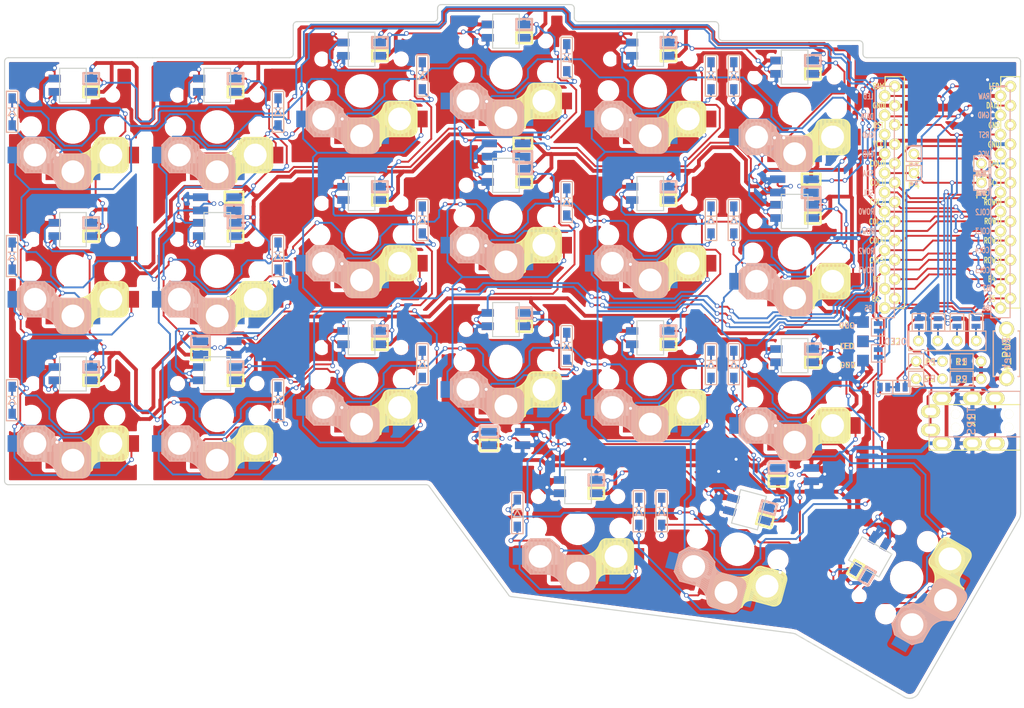
<source format=kicad_pcb>
(kicad_pcb (version 20171130) (host pcbnew 5.1.10-88a1d61d58~90~ubuntu20.04.1)
  (title_block (title "Corne Chocolate") (date 2018-11-17) (rev 2.1) (company foostan))
  (layers (0 F.Cu signal) (31 B.Cu signal) (34 B.Paste user hide) (35 F.Paste user hide) (36 B.SilkS user hide) (37 F.SilkS user hide) (38 B.Mask user hide) (39 F.Mask user hide) (44 Edge.Cuts user))
  (net 0 "")
  (net 1 row0)
  (net 2 "Net-(D1-Pad2)")
  (net 3 row1)
  (net 4 "Net-(D2-Pad2)")
  (net 5 row2)
  (net 6 "Net-(D3-Pad2)")
  (net 7 row3)
  (net 8 "Net-(D4-Pad2)")
  (net 9 "Net-(D5-Pad2)")
  (net 10 "Net-(D6-Pad2)")
  (net 11 "Net-(D7-Pad2)")
  (net 12 "Net-(D8-Pad2)")
  (net 13 "Net-(D9-Pad2)")
  (net 14 "Net-(D10-Pad2)")
  (net 15 "Net-(D11-Pad2)")
  (net 16 "Net-(D12-Pad2)")
  (net 17 "Net-(D13-Pad2)")
  (net 18 "Net-(D14-Pad2)")
  (net 19 "Net-(D15-Pad2)")
  (net 20 "Net-(D16-Pad2)")
  (net 21 "Net-(D17-Pad2)")
  (net 22 "Net-(D18-Pad2)")
  (net 23 "Net-(D19-Pad2)")
  (net 24 "Net-(D20-Pad2)")
  (net 25 "Net-(D21-Pad2)")
  (net 26 GND)
  (net 27 VCC)
  (net 28 col0)
  (net 29 col1)
  (net 30 col2)
  (net 31 col3)
  (net 32 col4)
  (net 33 col5)
  (net 34 LED)
  (net 35 "Net-(L1-Pad3)")
  (net 36 "Net-(L1-Pad1)")
  (net 37 "Net-(L3-Pad3)")
  (net 38 "Net-(L10-Pad1)")
  (net 39 "Net-(L11-Pad1)")
  (net 40 "Net-(L13-Pad1)")
  (net 41 "Net-(L14-Pad3)")
  (net 42 "Net-(L10-Pad3)")
  (net 43 "Net-(L12-Pad1)")
  (net 44 "Net-(L13-Pad3)")
  (net 45 "Net-(L15-Pad3)")
  (net 46 "Net-(L16-Pad3)")
  (net 47 reset)
  (net 48 SCL)
  (net 49 SDA)
  (net 50 "Net-(L5-Pad3)")
  (net 51 "Net-(U1-Pad14)")
  (net 52 "Net-(U1-Pad13)")
  (net 53 "Net-(U1-Pad11)")
  (net 54 "Net-(J2-Pad1)")
  (net 55 "Net-(J2-Pad2)")
  (net 56 "Net-(J2-Pad3)")
  (net 57 "Net-(J2-Pad4)")
  (net 58 "Net-(L2-Pad3)")
  (net 59 "Net-(L3-Pad1)")
  (net 60 "Net-(L11-Pad3)")
  (net 61 "Net-(L14-Pad1)")
  (net 62 "Net-(L12-Pad3)")
  (net 63 "Net-(L17-Pad1)")
  (net 64 "Net-(L18-Pad3)")
  (net 65 "Net-(L19-Pad3)")
  (net 66 "Net-(U1-Pad24)")
  (net 67 "Net-(L21-Pad3)")
  (net 68 "Net-(L22-Pad3)")
  (net 69 "Net-(L22-Pad1)")
  (net 70 "Net-(L23-Pad3)")
  (net 71 "Net-(L25-Pad1)")
  (net 72 "Net-(L26-Pad1)")
  (net 73 "Net-(U1-Pad3)")
  (net 74 /A)
  (net 75 /B)
  (net 76 /RX)
  (net 77 /TX)
  (net 78 /BL)
  (module kbd:Jumper (layer B.Cu) (at 179.05476 111.39678 180)
    (fp_text reference JP12 hide)
    (fp_text value " " (at -2.794 0) (layer B.SilkS) (effects (font (size 0.8128 0.8128)) (justify mirror)))
    (pad 2 smd rect (at 0.50038 0 180) (size 0.635 1.143) (layers B.Cu B.Paste B.Mask) (net 75 /B) (clearance 0.1905))
    (pad 1 smd rect (at -0.50038 0 180) (size 0.635 1.143) (layers B.Cu B.Paste B.Mask) (net 76 /RX) (clearance 0.1905))
  )
  (module kbd:Jumper (layer B.Cu) (at 176.76876 111.39678)
    (fp_text reference JP11 hide)
    (fp_text value " " (at -2.794 0) (layer B.SilkS) (effects (font (size 0.8128 0.8128)) (justify mirror)))
    (pad 2 smd rect (at 0.50038 0) (size 0.635 1.143) (layers B.Cu B.Paste B.Mask) (net 75 /B) (clearance 0.1905))
    (pad 1 smd rect (at -0.50038 0) (size 0.635 1.143) (layers B.Cu B.Paste B.Mask) (net 77 /TX) (clearance 0.1905))
  )
  (module kbd:Jumper (layer F.Cu) (at 179.05476 111.39678 180)
    (fp_text reference JP10 hide)
    (fp_text value " " (at -2.794 0) (layer F.SilkS) (effects (font (size 0.8128 0.8128))))
    (pad 2 smd rect (at 0.50038 0 180) (size 0.635 1.143) (layers F.Cu F.Paste F.Mask) (net 74 /A) (clearance 0.1905))
    (pad 1 smd rect (at -0.50038 0 180) (size 0.635 1.143) (layers F.Cu F.Paste F.Mask) (net 76 /RX) (clearance 0.1905))
  )
  (module kbd:Jumper (layer F.Cu) (at 176.76876 111.39678)
    (fp_text reference JP1 hide)
    (fp_text value " " (at -2.794 0) (layer F.SilkS) (effects (font (size 0.8128 0.8128))))
    (pad 2 smd rect (at 0.50038 0) (size 0.635 1.143) (layers F.Cu F.Paste F.Mask) (net 74 /A) (clearance 0.1905))
    (pad 1 smd rect (at -0.50038 0) (size 0.635 1.143) (layers F.Cu F.Paste F.Mask) (net 77 /TX) (clearance 0.1905))
  )
  (module kbd:Jumper (layer B.Cu) (at 176.00676 106.95178 270)
    (fp_text reference JP14 hide)
    (fp_text value " " (at -2.794 0 90) (layer B.SilkS) (effects (font (size 0.8128 0.8128)) (justify mirror)))
    (pad 2 smd rect (at 0.50038 0 270) (size 0.635 1.143) (layers B.Cu B.Paste B.Mask) (net 77 /TX) (clearance 0.1905))
    (pad 1 smd rect (at -0.50038 0 270) (size 0.635 1.143) (layers B.Cu B.Paste B.Mask) (net 34 LED) (clearance 0.1905))
  )
  (module kbd:Jumper (layer B.Cu) (at 176.00676 103.52278 90)
    (fp_text reference JP13 hide)
    (fp_text value " " (at -2.794 0 90) (layer B.SilkS) (effects (font (size 0.8128 0.8128)) (justify mirror)))
    (pad 2 smd rect (at 0.50038 0 90) (size 0.635 1.143) (layers B.Cu B.Paste B.Mask) (net 78 /BL) (clearance 0.1905))
    (pad 1 smd rect (at -0.50038 0 90) (size 0.635 1.143) (layers B.Cu B.Paste B.Mask) (net 34 LED) (clearance 0.1905))
  )
  (module kbd:1pin_conn (layer F.Cu) (at 189.59576 81.93278)
    (fp_text reference P6 (at 0 1.651) (layer F.SilkS) (effects (font (size 0.8128 0.8128))))
    (fp_text value i2c-pin hide)
    (fp_text user ** (at 0 1.651) (layer B.SilkS) (effects (font (size 0.8128 0.8128)) (justify mirror)))
    (pad 1 thru_hole circle (at 0 0) (size 1.397 1.397) (drill 0.8128) (layers *.Cu *.Mask F.SilkS) (net 48 SCL))
  )
  (module kbd:1pin_conn (layer F.Cu) (at 180.70576 80.66278)
    (fp_text reference P5 (at 0 1.651) (layer F.SilkS) (effects (font (size 0.8128 0.8128))))
    (fp_text value i2c-pin hide)
    (fp_text user ** (at 0 1.651) (layer B.SilkS) (effects (font (size 0.8128 0.8128)) (justify mirror)))
    (pad 1 thru_hole circle (at 0 0) (size 1.397 1.397) (drill 0.8128) (layers *.Cu *.Mask F.SilkS) (net 48 SCL))
  )
  (module kbd:1pin_conn (layer F.Cu) (at 180.70576 83.20278)
    (fp_text reference P4 (at 0 1.651) (layer F.SilkS) (effects (font (size 0.8128 0.8128))))
    (fp_text value i2c-pin hide)
    (fp_text user ** (at 0 1.651) (layer B.SilkS) (effects (font (size 0.8128 0.8128)) (justify mirror)))
    (pad 1 thru_hole circle (at 0 0) (size 1.397 1.397) (drill 0.8128) (layers *.Cu *.Mask F.SilkS) (net 49 SDA))
  )
  (module kbd:1pin_conn (layer F.Cu) (at 189.59576 84.47278)
    (fp_text reference P3 (at 0 1.651) (layer F.SilkS) (effects (font (size 0.8128 0.8128))))
    (fp_text value i2c-pin hide)
    (fp_text user ** (at 0 1.651) (layer B.SilkS) (effects (font (size 0.8128 0.8128)) (justify mirror)))
    (pad 1 thru_hole circle (at 0 0) (size 1.397 1.397) (drill 0.8128) (layers *.Cu *.Mask F.SilkS) (net 49 SDA))
  )
  (module kbd:Choc_Hotswap_1.5u (layer F.Cu) (at 179.75 136.5 240)
    (fp_text reference SW21 hide)
    (fp_text value SW_PUSH hide)
    (pad "" np_thru_hole circle (at -5.5 0 150) (size 1.8 1.8) (drill 1.8) (layers *.Cu *.Mask))
    (pad "" np_thru_hole circle (at 5.5 0 150) (size 1.8 1.8) (drill 1.8) (layers *.Cu *.Mask))
    (pad "" np_thru_hole circle (at 0 0 150) (size 3.4 3.4) (drill 3.4) (layers *.Cu *.Mask))
    (pad "" np_thru_hole circle (at 0 -5.9 150) (size 3 3) (drill 3) (layers *.Cu *.Mask))
    (pad "" np_thru_hole circle (at 5 -3.7 150) (size 3 3) (drill 3) (layers *.Cu *.Mask))
    (pad 2 smd rect (at -2.8 -5.9 240) (size 1.6 2.2) (layers B.Cu B.Paste B.Mask) (net 25 "Net-(D21-Pad2)"))
    (pad 1 smd rect (at 7.8 -3.7 240) (size 1.6 2.2) (layers B.Cu B.Paste B.Mask) (net 33 col5))
    (pad 1 smd rect (at -7.8 -3.7 240) (size 1.6 2.2) (layers F.Cu F.Paste F.Mask) (net 33 col5))
    (pad 2 smd rect (at 2.8 -5.9 240) (size 1.6 2.2) (layers F.Cu F.Paste F.Mask) (net 25 "Net-(D21-Pad2)"))
    (pad "" np_thru_hole circle (at -5 -3.7 330) (size 3 3) (drill 3) (layers *.Cu *.Mask))
    (pad "" np_thru_hole circle (at 5.22 4.2 240) (size 1 1) (drill 1) (layers *.Cu *.Mask))
    (pad "" np_thru_hole circle (at -5.22 4.2 240) (size 1 1) (drill 1) (layers *.Cu *.Mask))
  )
  (module kbd:Choc_Hotswap (layer F.Cu) (at 70 77.125 180)
    (fp_text reference SW1 hide)
    (fp_text value SW_PUSH hide)
    (pad "" np_thru_hole circle (at -5.5 0 90) (size 1.8 1.8) (drill 1.8) (layers *.Cu *.Mask))
    (pad "" np_thru_hole circle (at 5.5 0 90) (size 1.8 1.8) (drill 1.8) (layers *.Cu *.Mask))
    (pad "" np_thru_hole circle (at 0 0 90) (size 3.4 3.4) (drill 3.4) (layers *.Cu *.Mask))
    (pad "" np_thru_hole circle (at 0 -5.9 90) (size 3 3) (drill 3) (layers *.Cu *.Mask))
    (pad "" np_thru_hole circle (at 5 -3.7 90) (size 3 3) (drill 3) (layers *.Cu *.Mask))
    (pad 2 smd rect (at -2.8 -5.9 180) (size 1.6 2.2) (layers B.Cu B.Paste B.Mask) (net 2 "Net-(D1-Pad2)"))
    (pad 1 smd rect (at 7.8 -3.7 180) (size 1.6 2.2) (layers B.Cu B.Paste B.Mask) (net 28 col0))
    (pad 1 smd rect (at -7.9 -3.7 180) (size 1.6 2.2) (layers F.Cu F.Paste F.Mask) (net 28 col0))
    (pad 2 smd rect (at 2.8 -5.9 180) (size 1.6 2.2) (layers F.Cu F.Paste F.Mask) (net 2 "Net-(D1-Pad2)"))
    (pad "" np_thru_hole circle (at -5 -3.7 270) (size 3 3) (drill 3) (layers *.Cu *.Mask))
    (pad "" np_thru_hole circle (at 5.22 4.2 180) (size 1 1) (drill 1) (layers *.Cu *.Mask))
    (pad "" np_thru_hole circle (at -5.22 4.2 180) (size 1 1) (drill 1) (layers *.Cu *.Mask))
  )
  (module kbd:Choc_Hotswap (layer F.Cu) (at 157.5 132.75 165)
    (fp_text reference SW20 hide)
    (fp_text value SW_PUSH hide)
    (pad "" np_thru_hole circle (at -5.5 0 75) (size 1.8 1.8) (drill 1.8) (layers *.Cu *.Mask))
    (pad "" np_thru_hole circle (at 5.5 0 75) (size 1.8 1.8) (drill 1.8) (layers *.Cu *.Mask))
    (pad "" np_thru_hole circle (at 0 0 75) (size 3.4 3.4) (drill 3.4) (layers *.Cu *.Mask))
    (pad "" np_thru_hole circle (at 0 -5.9 75) (size 3 3) (drill 3) (layers *.Cu *.Mask))
    (pad "" np_thru_hole circle (at 5 -3.7 75) (size 3 3) (drill 3) (layers *.Cu *.Mask))
    (pad 2 smd rect (at -2.8 -5.9 165) (size 1.6 2.2) (layers B.Cu B.Paste B.Mask) (net 24 "Net-(D20-Pad2)"))
    (pad 1 smd rect (at 7.8 -3.7 165) (size 1.6 2.2) (layers B.Cu B.Paste B.Mask) (net 32 col4))
    (pad 1 smd rect (at -7.9 -3.7 165) (size 1.6 2.2) (layers F.Cu F.Paste F.Mask) (net 32 col4))
    (pad 2 smd rect (at 2.8 -5.9 165) (size 1.6 2.2) (layers F.Cu F.Paste F.Mask) (net 24 "Net-(D20-Pad2)"))
    (pad "" np_thru_hole circle (at -5 -3.7 255) (size 3 3) (drill 3) (layers *.Cu *.Mask))
    (pad "" np_thru_hole circle (at 5.22 4.2 165) (size 1 1) (drill 1) (layers *.Cu *.Mask))
    (pad "" np_thru_hole circle (at -5.22 4.2 165) (size 1 1) (drill 1) (layers *.Cu *.Mask))
  )
  (module kbd:Choc_Hotswap (layer F.Cu) (at 146 91.375 180)
    (fp_text reference SW11 hide)
    (fp_text value SW_PUSH hide)
    (pad "" np_thru_hole circle (at -5.5 0 90) (size 1.8 1.8) (drill 1.8) (layers *.Cu *.Mask))
    (pad "" np_thru_hole circle (at 5.5 0 90) (size 1.8 1.8) (drill 1.8) (layers *.Cu *.Mask))
    (pad "" np_thru_hole circle (at 0 0 90) (size 3.4 3.4) (drill 3.4) (layers *.Cu *.Mask))
    (pad "" np_thru_hole circle (at 0 -5.9 90) (size 3 3) (drill 3) (layers *.Cu *.Mask))
    (pad "" np_thru_hole circle (at 5 -3.7 90) (size 3 3) (drill 3) (layers *.Cu *.Mask))
    (pad 2 smd rect (at -2.8 -5.9 180) (size 1.6 2.2) (layers B.Cu B.Paste B.Mask) (net 15 "Net-(D11-Pad2)"))
    (pad 1 smd rect (at 7.8 -3.7 180) (size 1.6 2.2) (layers B.Cu B.Paste B.Mask) (net 32 col4))
    (pad 1 smd rect (at -7.9 -3.7 180) (size 1.6 2.2) (layers F.Cu F.Paste F.Mask) (net 32 col4))
    (pad 2 smd rect (at 2.8 -5.9 180) (size 1.6 2.2) (layers F.Cu F.Paste F.Mask) (net 15 "Net-(D11-Pad2)"))
    (pad "" np_thru_hole circle (at -5 -3.7 270) (size 3 3) (drill 3) (layers *.Cu *.Mask))
    (pad "" np_thru_hole circle (at 5.22 4.2 180) (size 1 1) (drill 1) (layers *.Cu *.Mask))
    (pad "" np_thru_hole circle (at -5.22 4.2 180) (size 1 1) (drill 1) (layers *.Cu *.Mask))
  )
  (module kbd:Choc_Hotswap (layer F.Cu) (at 165 112.75 180)
    (fp_text reference SW18 hide)
    (fp_text value SW_PUSH hide)
    (pad "" np_thru_hole circle (at -5.5 0 90) (size 1.8 1.8) (drill 1.8) (layers *.Cu *.Mask))
    (pad "" np_thru_hole circle (at 5.5 0 90) (size 1.8 1.8) (drill 1.8) (layers *.Cu *.Mask))
    (pad "" np_thru_hole circle (at 0 0 90) (size 3.4 3.4) (drill 3.4) (layers *.Cu *.Mask))
    (pad "" np_thru_hole circle (at 0 -5.9 90) (size 3 3) (drill 3) (layers *.Cu *.Mask))
    (pad "" np_thru_hole circle (at 5 -3.7 90) (size 3 3) (drill 3) (layers *.Cu *.Mask))
    (pad 2 smd rect (at -2.8 -5.9 180) (size 1.6 2.2) (layers B.Cu B.Paste B.Mask) (net 22 "Net-(D18-Pad2)"))
    (pad 1 smd rect (at 7.8 -3.7 180) (size 1.6 2.2) (layers B.Cu B.Paste B.Mask) (net 33 col5))
    (pad 1 smd rect (at -7.9 -3.7 180) (size 1.6 2.2) (layers F.Cu F.Paste F.Mask) (net 33 col5))
    (pad 2 smd rect (at 2.8 -5.9 180) (size 1.6 2.2) (layers F.Cu F.Paste F.Mask) (net 22 "Net-(D18-Pad2)"))
    (pad "" np_thru_hole circle (at -5 -3.7 270) (size 3 3) (drill 3) (layers *.Cu *.Mask))
    (pad "" np_thru_hole circle (at 5.22 4.2 180) (size 1 1) (drill 1) (layers *.Cu *.Mask))
    (pad "" np_thru_hole circle (at -5.22 4.2 180) (size 1 1) (drill 1) (layers *.Cu *.Mask))
  )
  (module kbd:Choc_Hotswap (layer F.Cu) (at 165 93.75 180)
    (fp_text reference SW12 hide)
    (fp_text value SW_PUSH hide)
    (pad "" np_thru_hole circle (at -5.5 0 90) (size 1.8 1.8) (drill 1.8) (layers *.Cu *.Mask))
    (pad "" np_thru_hole circle (at 5.5 0 90) (size 1.8 1.8) (drill 1.8) (layers *.Cu *.Mask))
    (pad "" np_thru_hole circle (at 0 0 90) (size 3.4 3.4) (drill 3.4) (layers *.Cu *.Mask))
    (pad "" np_thru_hole circle (at 0 -5.9 90) (size 3 3) (drill 3) (layers *.Cu *.Mask))
    (pad "" np_thru_hole circle (at 5 -3.7 90) (size 3 3) (drill 3) (layers *.Cu *.Mask))
    (pad 2 smd rect (at -2.8 -5.9 180) (size 1.6 2.2) (layers B.Cu B.Paste B.Mask) (net 16 "Net-(D12-Pad2)"))
    (pad 1 smd rect (at 7.8 -3.7 180) (size 1.6 2.2) (layers B.Cu B.Paste B.Mask) (net 33 col5))
    (pad 1 smd rect (at -7.9 -3.7 180) (size 1.6 2.2) (layers F.Cu F.Paste F.Mask) (net 33 col5))
    (pad 2 smd rect (at 2.8 -5.9 180) (size 1.6 2.2) (layers F.Cu F.Paste F.Mask) (net 16 "Net-(D12-Pad2)"))
    (pad "" np_thru_hole circle (at -5 -3.7 270) (size 3 3) (drill 3) (layers *.Cu *.Mask))
    (pad "" np_thru_hole circle (at 5.22 4.2 180) (size 1 1) (drill 1) (layers *.Cu *.Mask))
    (pad "" np_thru_hole circle (at -5.22 4.2 180) (size 1 1) (drill 1) (layers *.Cu *.Mask))
  )
  (module kbd:Choc_Hotswap (layer F.Cu) (at 165 74.75 180)
    (fp_text reference SW6 hide)
    (fp_text value SW_PUSH hide)
    (pad "" np_thru_hole circle (at -5.5 0 90) (size 1.8 1.8) (drill 1.8) (layers *.Cu *.Mask))
    (pad "" np_thru_hole circle (at 5.5 0 90) (size 1.8 1.8) (drill 1.8) (layers *.Cu *.Mask))
    (pad "" np_thru_hole circle (at 0 0 90) (size 3.4 3.4) (drill 3.4) (layers *.Cu *.Mask))
    (pad "" np_thru_hole circle (at 0 -5.9 90) (size 3 3) (drill 3) (layers *.Cu *.Mask))
    (pad "" np_thru_hole circle (at 5 -3.7 90) (size 3 3) (drill 3) (layers *.Cu *.Mask))
    (pad 2 smd rect (at -2.8 -5.9 180) (size 1.6 2.2) (layers B.Cu B.Paste B.Mask) (net 10 "Net-(D6-Pad2)"))
    (pad 1 smd rect (at 7.8 -3.7 180) (size 1.6 2.2) (layers B.Cu B.Paste B.Mask) (net 33 col5))
    (pad 1 smd rect (at -7.9 -3.7 180) (size 1.6 2.2) (layers F.Cu F.Paste F.Mask) (net 33 col5))
    (pad 2 smd rect (at 2.8 -5.9 180) (size 1.6 2.2) (layers F.Cu F.Paste F.Mask) (net 10 "Net-(D6-Pad2)"))
    (pad "" np_thru_hole circle (at -5 -3.7 270) (size 3 3) (drill 3) (layers *.Cu *.Mask))
    (pad "" np_thru_hole circle (at 5.22 4.2 180) (size 1 1) (drill 1) (layers *.Cu *.Mask))
    (pad "" np_thru_hole circle (at -5.22 4.2 180) (size 1 1) (drill 1) (layers *.Cu *.Mask))
  )
  (module kbd:Choc_Hotswap (layer F.Cu) (at 146 72.375 180)
    (fp_text reference SW5 hide)
    (fp_text value SW_PUSH hide)
    (pad "" np_thru_hole circle (at -5.5 0 90) (size 1.8 1.8) (drill 1.8) (layers *.Cu *.Mask))
    (pad "" np_thru_hole circle (at 5.5 0 90) (size 1.8 1.8) (drill 1.8) (layers *.Cu *.Mask))
    (pad "" np_thru_hole circle (at 0 0 90) (size 3.4 3.4) (drill 3.4) (layers *.Cu *.Mask))
    (pad "" np_thru_hole circle (at 0 -5.9 90) (size 3 3) (drill 3) (layers *.Cu *.Mask))
    (pad "" np_thru_hole circle (at 5 -3.7 90) (size 3 3) (drill 3) (layers *.Cu *.Mask))
    (pad 2 smd rect (at -2.8 -5.9 180) (size 1.6 2.2) (layers B.Cu B.Paste B.Mask) (net 9 "Net-(D5-Pad2)"))
    (pad 1 smd rect (at 7.8 -3.7 180) (size 1.6 2.2) (layers B.Cu B.Paste B.Mask) (net 32 col4))
    (pad 1 smd rect (at -7.9 -3.7 180) (size 1.6 2.2) (layers F.Cu F.Paste F.Mask) (net 32 col4))
    (pad 2 smd rect (at 2.8 -5.9 180) (size 1.6 2.2) (layers F.Cu F.Paste F.Mask) (net 9 "Net-(D5-Pad2)"))
    (pad "" np_thru_hole circle (at -5 -3.7 270) (size 3 3) (drill 3) (layers *.Cu *.Mask))
    (pad "" np_thru_hole circle (at 5.22 4.2 180) (size 1 1) (drill 1) (layers *.Cu *.Mask))
    (pad "" np_thru_hole circle (at -5.22 4.2 180) (size 1 1) (drill 1) (layers *.Cu *.Mask))
  )
  (module kbd:Choc_Hotswap (layer F.Cu) (at 108 110.375 180)
    (fp_text reference SW15 hide)
    (fp_text value SW_PUSH hide)
    (pad "" np_thru_hole circle (at -5.5 0 90) (size 1.8 1.8) (drill 1.8) (layers *.Cu *.Mask))
    (pad "" np_thru_hole circle (at 5.5 0 90) (size 1.8 1.8) (drill 1.8) (layers *.Cu *.Mask))
    (pad "" np_thru_hole circle (at 0 0 90) (size 3.4 3.4) (drill 3.4) (layers *.Cu *.Mask))
    (pad "" np_thru_hole circle (at 0 -5.9 90) (size 3 3) (drill 3) (layers *.Cu *.Mask))
    (pad "" np_thru_hole circle (at 5 -3.7 90) (size 3 3) (drill 3) (layers *.Cu *.Mask))
    (pad 2 smd rect (at -2.8 -5.9 180) (size 1.6 2.2) (layers B.Cu B.Paste B.Mask) (net 19 "Net-(D15-Pad2)"))
    (pad 1 smd rect (at 7.8 -3.7 180) (size 1.6 2.2) (layers B.Cu B.Paste B.Mask) (net 30 col2))
    (pad 1 smd rect (at -7.9 -3.7 180) (size 1.6 2.2) (layers F.Cu F.Paste F.Mask) (net 30 col2))
    (pad 2 smd rect (at 2.8 -5.9 180) (size 1.6 2.2) (layers F.Cu F.Paste F.Mask) (net 19 "Net-(D15-Pad2)"))
    (pad "" np_thru_hole circle (at -5 -3.7 270) (size 3 3) (drill 3) (layers *.Cu *.Mask))
    (pad "" np_thru_hole circle (at 5.22 4.2 180) (size 1 1) (drill 1) (layers *.Cu *.Mask))
    (pad "" np_thru_hole circle (at -5.22 4.2 180) (size 1 1) (drill 1) (layers *.Cu *.Mask))
  )
  (module kbd:Choc_Hotswap (layer F.Cu) (at 127 89 180)
    (fp_text reference SW10 hide)
    (fp_text value SW_PUSH hide)
    (pad "" np_thru_hole circle (at -5.5 0 90) (size 1.8 1.8) (drill 1.8) (layers *.Cu *.Mask))
    (pad "" np_thru_hole circle (at 5.5 0 90) (size 1.8 1.8) (drill 1.8) (layers *.Cu *.Mask))
    (pad "" np_thru_hole circle (at 0 0 90) (size 3.4 3.4) (drill 3.4) (layers *.Cu *.Mask))
    (pad "" np_thru_hole circle (at 0 -5.9 90) (size 3 3) (drill 3) (layers *.Cu *.Mask))
    (pad "" np_thru_hole circle (at 5 -3.7 90) (size 3 3) (drill 3) (layers *.Cu *.Mask))
    (pad 2 smd rect (at -2.8 -5.9 180) (size 1.6 2.2) (layers B.Cu B.Paste B.Mask) (net 14 "Net-(D10-Pad2)"))
    (pad 1 smd rect (at 7.8 -3.7 180) (size 1.6 2.2) (layers B.Cu B.Paste B.Mask) (net 31 col3))
    (pad 1 smd rect (at -7.9 -3.7 180) (size 1.6 2.2) (layers F.Cu F.Paste F.Mask) (net 31 col3))
    (pad 2 smd rect (at 2.8 -5.9 180) (size 1.6 2.2) (layers F.Cu F.Paste F.Mask) (net 14 "Net-(D10-Pad2)"))
    (pad "" np_thru_hole circle (at -5 -3.7 270) (size 3 3) (drill 3) (layers *.Cu *.Mask))
    (pad "" np_thru_hole circle (at 5.22 4.2 180) (size 1 1) (drill 1) (layers *.Cu *.Mask))
    (pad "" np_thru_hole circle (at -5.22 4.2 180) (size 1 1) (drill 1) (layers *.Cu *.Mask))
  )
  (module kbd:Choc_Hotswap (layer F.Cu) (at 108 72.375 180)
    (fp_text reference SW3 hide)
    (fp_text value SW_PUSH hide)
    (pad "" np_thru_hole circle (at -5.5 0 90) (size 1.8 1.8) (drill 1.8) (layers *.Cu *.Mask))
    (pad "" np_thru_hole circle (at 5.5 0 90) (size 1.8 1.8) (drill 1.8) (layers *.Cu *.Mask))
    (pad "" np_thru_hole circle (at 0 0 90) (size 3.4 3.4) (drill 3.4) (layers *.Cu *.Mask))
    (pad "" np_thru_hole circle (at 0 -5.9 90) (size 3 3) (drill 3) (layers *.Cu *.Mask))
    (pad "" np_thru_hole circle (at 5 -3.7 90) (size 3 3) (drill 3) (layers *.Cu *.Mask))
    (pad 2 smd rect (at -2.8 -5.9 180) (size 1.6 2.2) (layers B.Cu B.Paste B.Mask) (net 6 "Net-(D3-Pad2)"))
    (pad 1 smd rect (at 7.8 -3.7 180) (size 1.6 2.2) (layers B.Cu B.Paste B.Mask) (net 30 col2))
    (pad 1 smd rect (at -7.9 -3.7 180) (size 1.6 2.2) (layers F.Cu F.Paste F.Mask) (net 30 col2))
    (pad 2 smd rect (at 2.8 -5.9 180) (size 1.6 2.2) (layers F.Cu F.Paste F.Mask) (net 6 "Net-(D3-Pad2)"))
    (pad "" np_thru_hole circle (at -5 -3.7 270) (size 3 3) (drill 3) (layers *.Cu *.Mask))
    (pad "" np_thru_hole circle (at 5.22 4.2 180) (size 1 1) (drill 1) (layers *.Cu *.Mask))
    (pad "" np_thru_hole circle (at -5.22 4.2 180) (size 1 1) (drill 1) (layers *.Cu *.Mask))
  )
  (module kbd:Choc_Hotswap (layer F.Cu) (at 89 115.125 180)
    (fp_text reference SW14 hide)
    (fp_text value SW_PUSH hide)
    (pad "" np_thru_hole circle (at -5.5 0 90) (size 1.8 1.8) (drill 1.8) (layers *.Cu *.Mask))
    (pad "" np_thru_hole circle (at 5.5 0 90) (size 1.8 1.8) (drill 1.8) (layers *.Cu *.Mask))
    (pad "" np_thru_hole circle (at 0 0 90) (size 3.4 3.4) (drill 3.4) (layers *.Cu *.Mask))
    (pad "" np_thru_hole circle (at 0 -5.9 90) (size 3 3) (drill 3) (layers *.Cu *.Mask))
    (pad "" np_thru_hole circle (at 5 -3.7 90) (size 3 3) (drill 3) (layers *.Cu *.Mask))
    (pad 2 smd rect (at -2.8 -5.9 180) (size 1.6 2.2) (layers B.Cu B.Paste B.Mask) (net 18 "Net-(D14-Pad2)"))
    (pad 1 smd rect (at 7.8 -3.7 180) (size 1.6 2.2) (layers B.Cu B.Paste B.Mask) (net 29 col1))
    (pad 1 smd rect (at -7.9 -3.7 180) (size 1.6 2.2) (layers F.Cu F.Paste F.Mask) (net 29 col1))
    (pad 2 smd rect (at 2.8 -5.9 180) (size 1.6 2.2) (layers F.Cu F.Paste F.Mask) (net 18 "Net-(D14-Pad2)"))
    (pad "" np_thru_hole circle (at -5 -3.7 270) (size 3 3) (drill 3) (layers *.Cu *.Mask))
    (pad "" np_thru_hole circle (at 5.22 4.2 180) (size 1 1) (drill 1) (layers *.Cu *.Mask))
    (pad "" np_thru_hole circle (at -5.22 4.2 180) (size 1 1) (drill 1) (layers *.Cu *.Mask))
  )
  (module kbd:Choc_Hotswap (layer F.Cu) (at 89 77.125 180)
    (fp_text reference SW2 hide)
    (fp_text value SW_PUSH hide)
    (pad "" np_thru_hole circle (at -5.5 0 90) (size 1.8 1.8) (drill 1.8) (layers *.Cu *.Mask))
    (pad "" np_thru_hole circle (at 5.5 0 90) (size 1.8 1.8) (drill 1.8) (layers *.Cu *.Mask))
    (pad "" np_thru_hole circle (at 0 0 90) (size 3.4 3.4) (drill 3.4) (layers *.Cu *.Mask))
    (pad "" np_thru_hole circle (at 0 -5.9 90) (size 3 3) (drill 3) (layers *.Cu *.Mask))
    (pad "" np_thru_hole circle (at 5 -3.7 90) (size 3 3) (drill 3) (layers *.Cu *.Mask))
    (pad 2 smd rect (at -2.8 -5.9 180) (size 1.6 2.2) (layers B.Cu B.Paste B.Mask) (net 4 "Net-(D2-Pad2)"))
    (pad 1 smd rect (at 7.8 -3.7 180) (size 1.6 2.2) (layers B.Cu B.Paste B.Mask) (net 29 col1))
    (pad 1 smd rect (at -7.9 -3.7 180) (size 1.6 2.2) (layers F.Cu F.Paste F.Mask) (net 29 col1))
    (pad 2 smd rect (at 2.8 -5.9 180) (size 1.6 2.2) (layers F.Cu F.Paste F.Mask) (net 4 "Net-(D2-Pad2)"))
    (pad "" np_thru_hole circle (at -5 -3.7 270) (size 3 3) (drill 3) (layers *.Cu *.Mask))
    (pad "" np_thru_hole circle (at 5.22 4.2 180) (size 1 1) (drill 1) (layers *.Cu *.Mask))
    (pad "" np_thru_hole circle (at -5.22 4.2 180) (size 1 1) (drill 1) (layers *.Cu *.Mask))
  )
  (module kbd:Choc_Hotswap (layer F.Cu) (at 146 110.375 180)
    (fp_text reference SW17 hide)
    (fp_text value SW_PUSH hide)
    (pad "" np_thru_hole circle (at -5.5 0 90) (size 1.8 1.8) (drill 1.8) (layers *.Cu *.Mask))
    (pad "" np_thru_hole circle (at 5.5 0 90) (size 1.8 1.8) (drill 1.8) (layers *.Cu *.Mask))
    (pad "" np_thru_hole circle (at 0 0 90) (size 3.4 3.4) (drill 3.4) (layers *.Cu *.Mask))
    (pad "" np_thru_hole circle (at 0 -5.9 90) (size 3 3) (drill 3) (layers *.Cu *.Mask))
    (pad "" np_thru_hole circle (at 5 -3.7 90) (size 3 3) (drill 3) (layers *.Cu *.Mask))
    (pad 2 smd rect (at -2.8 -5.9 180) (size 1.6 2.2) (layers B.Cu B.Paste B.Mask) (net 21 "Net-(D17-Pad2)"))
    (pad 1 smd rect (at 7.8 -3.7 180) (size 1.6 2.2) (layers B.Cu B.Paste B.Mask) (net 32 col4))
    (pad 1 smd rect (at -7.9 -3.7 180) (size 1.6 2.2) (layers F.Cu F.Paste F.Mask) (net 32 col4))
    (pad 2 smd rect (at 2.8 -5.9 180) (size 1.6 2.2) (layers F.Cu F.Paste F.Mask) (net 21 "Net-(D17-Pad2)"))
    (pad "" np_thru_hole circle (at -5 -3.7 270) (size 3 3) (drill 3) (layers *.Cu *.Mask))
    (pad "" np_thru_hole circle (at 5.22 4.2 180) (size 1 1) (drill 1) (layers *.Cu *.Mask))
    (pad "" np_thru_hole circle (at -5.22 4.2 180) (size 1 1) (drill 1) (layers *.Cu *.Mask))
  )
  (module kbd:Choc_Hotswap (layer F.Cu) (at 127 70 180)
    (fp_text reference SW4 hide)
    (fp_text value SW_PUSH hide)
    (pad "" np_thru_hole circle (at -5.5 0 90) (size 1.8 1.8) (drill 1.8) (layers *.Cu *.Mask))
    (pad "" np_thru_hole circle (at 5.5 0 90) (size 1.8 1.8) (drill 1.8) (layers *.Cu *.Mask))
    (pad "" np_thru_hole circle (at 0 0 90) (size 3.4 3.4) (drill 3.4) (layers *.Cu *.Mask))
    (pad "" np_thru_hole circle (at 0 -5.9 90) (size 3 3) (drill 3) (layers *.Cu *.Mask))
    (pad "" np_thru_hole circle (at 5 -3.7 90) (size 3 3) (drill 3) (layers *.Cu *.Mask))
    (pad 2 smd rect (at -2.8 -5.9 180) (size 1.6 2.2) (layers B.Cu B.Paste B.Mask) (net 8 "Net-(D4-Pad2)"))
    (pad 1 smd rect (at 7.8 -3.7 180) (size 1.6 2.2) (layers B.Cu B.Paste B.Mask) (net 31 col3))
    (pad 1 smd rect (at -7.9 -3.7 180) (size 1.6 2.2) (layers F.Cu F.Paste F.Mask) (net 31 col3))
    (pad 2 smd rect (at 2.8 -5.9 180) (size 1.6 2.2) (layers F.Cu F.Paste F.Mask) (net 8 "Net-(D4-Pad2)"))
    (pad "" np_thru_hole circle (at -5 -3.7 270) (size 3 3) (drill 3) (layers *.Cu *.Mask))
    (pad "" np_thru_hole circle (at 5.22 4.2 180) (size 1 1) (drill 1) (layers *.Cu *.Mask))
    (pad "" np_thru_hole circle (at -5.22 4.2 180) (size 1 1) (drill 1) (layers *.Cu *.Mask))
  )
  (module kbd:Choc_Hotswap (layer F.Cu) (at 127 108 180)
    (fp_text reference SW16 hide)
    (fp_text value SW_PUSH hide)
    (pad "" np_thru_hole circle (at -5.5 0 90) (size 1.8 1.8) (drill 1.8) (layers *.Cu *.Mask))
    (pad "" np_thru_hole circle (at 5.5 0 90) (size 1.8 1.8) (drill 1.8) (layers *.Cu *.Mask))
    (pad "" np_thru_hole circle (at 0 0 90) (size 3.4 3.4) (drill 3.4) (layers *.Cu *.Mask))
    (pad "" np_thru_hole circle (at 0 -5.9 90) (size 3 3) (drill 3) (layers *.Cu *.Mask))
    (pad "" np_thru_hole circle (at 5 -3.7 90) (size 3 3) (drill 3) (layers *.Cu *.Mask))
    (pad 2 smd rect (at -2.8 -5.9 180) (size 1.6 2.2) (layers B.Cu B.Paste B.Mask) (net 20 "Net-(D16-Pad2)"))
    (pad 1 smd rect (at 7.8 -3.7 180) (size 1.6 2.2) (layers B.Cu B.Paste B.Mask) (net 31 col3))
    (pad 1 smd rect (at -7.9 -3.7 180) (size 1.6 2.2) (layers F.Cu F.Paste F.Mask) (net 31 col3))
    (pad 2 smd rect (at 2.8 -5.9 180) (size 1.6 2.2) (layers F.Cu F.Paste F.Mask) (net 20 "Net-(D16-Pad2)"))
    (pad "" np_thru_hole circle (at -5 -3.7 270) (size 3 3) (drill 3) (layers *.Cu *.Mask))
    (pad "" np_thru_hole circle (at 5.22 4.2 180) (size 1 1) (drill 1) (layers *.Cu *.Mask))
    (pad "" np_thru_hole circle (at -5.22 4.2 180) (size 1 1) (drill 1) (layers *.Cu *.Mask))
  )
  (module kbd:Choc_Hotswap (layer F.Cu) (at 136.5 130 180)
    (fp_text reference SW19 hide)
    (fp_text value SW_PUSH hide)
    (pad "" np_thru_hole circle (at -5.5 0 90) (size 1.8 1.8) (drill 1.8) (layers *.Cu *.Mask))
    (pad "" np_thru_hole circle (at 5.5 0 90) (size 1.8 1.8) (drill 1.8) (layers *.Cu *.Mask))
    (pad "" np_thru_hole circle (at 0 0 90) (size 3.4 3.4) (drill 3.4) (layers *.Cu *.Mask))
    (pad "" np_thru_hole circle (at 0 -5.9 90) (size 3 3) (drill 3) (layers *.Cu *.Mask))
    (pad "" np_thru_hole circle (at 5 -3.7 90) (size 3 3) (drill 3) (layers *.Cu *.Mask))
    (pad 2 smd rect (at -2.8 -5.9 180) (size 1.6 2.2) (layers B.Cu B.Paste B.Mask) (net 23 "Net-(D19-Pad2)"))
    (pad 1 smd rect (at 7.8 -3.7 180) (size 1.6 2.2) (layers B.Cu B.Paste B.Mask) (net 31 col3))
    (pad 1 smd rect (at -7.9 -3.7 180) (size 1.6 2.2) (layers F.Cu F.Paste F.Mask) (net 31 col3))
    (pad 2 smd rect (at 2.8 -5.9 180) (size 1.6 2.2) (layers F.Cu F.Paste F.Mask) (net 23 "Net-(D19-Pad2)"))
    (pad "" np_thru_hole circle (at -5 -3.7 270) (size 3 3) (drill 3) (layers *.Cu *.Mask))
    (pad "" np_thru_hole circle (at 5.22 4.2 180) (size 1 1) (drill 1) (layers *.Cu *.Mask))
    (pad "" np_thru_hole circle (at -5.22 4.2 180) (size 1 1) (drill 1) (layers *.Cu *.Mask))
  )
  (module kbd:Choc_Hotswap (layer F.Cu) (at 70 115.125 180)
    (fp_text reference SW13 hide)
    (fp_text value SW_PUSH hide)
    (pad "" np_thru_hole circle (at -5.5 0 90) (size 1.8 1.8) (drill 1.8) (layers *.Cu *.Mask))
    (pad "" np_thru_hole circle (at 5.5 0 90) (size 1.8 1.8) (drill 1.8) (layers *.Cu *.Mask))
    (pad "" np_thru_hole circle (at 0 0 90) (size 3.4 3.4) (drill 3.4) (layers *.Cu *.Mask))
    (pad "" np_thru_hole circle (at 0 -5.9 90) (size 3 3) (drill 3) (layers *.Cu *.Mask))
    (pad "" np_thru_hole circle (at 5 -3.7 90) (size 3 3) (drill 3) (layers *.Cu *.Mask))
    (pad 2 smd rect (at -2.8 -5.9 180) (size 1.6 2.2) (layers B.Cu B.Paste B.Mask) (net 17 "Net-(D13-Pad2)"))
    (pad 1 smd rect (at 7.8 -3.7 180) (size 1.6 2.2) (layers B.Cu B.Paste B.Mask) (net 28 col0))
    (pad 1 smd rect (at -7.9 -3.7 180) (size 1.6 2.2) (layers F.Cu F.Paste F.Mask) (net 28 col0))
    (pad 2 smd rect (at 2.8 -5.9 180) (size 1.6 2.2) (layers F.Cu F.Paste F.Mask) (net 17 "Net-(D13-Pad2)"))
    (pad "" np_thru_hole circle (at -5 -3.7 270) (size 3 3) (drill 3) (layers *.Cu *.Mask))
    (pad "" np_thru_hole circle (at 5.22 4.2 180) (size 1 1) (drill 1) (layers *.Cu *.Mask))
    (pad "" np_thru_hole circle (at -5.22 4.2 180) (size 1 1) (drill 1) (layers *.Cu *.Mask))
  )
  (module kbd:Choc_Hotswap (layer F.Cu) (at 108 91.375 180)
    (fp_text reference SW9 hide)
    (fp_text value SW_PUSH hide)
    (pad "" np_thru_hole circle (at -5.5 0 90) (size 1.8 1.8) (drill 1.8) (layers *.Cu *.Mask))
    (pad "" np_thru_hole circle (at 5.5 0 90) (size 1.8 1.8) (drill 1.8) (layers *.Cu *.Mask))
    (pad "" np_thru_hole circle (at 0 0 90) (size 3.4 3.4) (drill 3.4) (layers *.Cu *.Mask))
    (pad "" np_thru_hole circle (at 0 -5.9 90) (size 3 3) (drill 3) (layers *.Cu *.Mask))
    (pad "" np_thru_hole circle (at 5 -3.7 90) (size 3 3) (drill 3) (layers *.Cu *.Mask))
    (pad 2 smd rect (at -2.8 -5.9 180) (size 1.6 2.2) (layers B.Cu B.Paste B.Mask) (net 13 "Net-(D9-Pad2)"))
    (pad 1 smd rect (at 7.8 -3.7 180) (size 1.6 2.2) (layers B.Cu B.Paste B.Mask) (net 30 col2))
    (pad 1 smd rect (at -7.9 -3.7 180) (size 1.6 2.2) (layers F.Cu F.Paste F.Mask) (net 30 col2))
    (pad 2 smd rect (at 2.8 -5.9 180) (size 1.6 2.2) (layers F.Cu F.Paste F.Mask) (net 13 "Net-(D9-Pad2)"))
    (pad "" np_thru_hole circle (at -5 -3.7 270) (size 3 3) (drill 3) (layers *.Cu *.Mask))
    (pad "" np_thru_hole circle (at 5.22 4.2 180) (size 1 1) (drill 1) (layers *.Cu *.Mask))
    (pad "" np_thru_hole circle (at -5.22 4.2 180) (size 1 1) (drill 1) (layers *.Cu *.Mask))
  )
  (module kbd:Choc_Hotswap (layer F.Cu) (at 89 96.125 180)
    (fp_text reference SW8 hide)
    (fp_text value SW_PUSH hide)
    (pad "" np_thru_hole circle (at -5.5 0 90) (size 1.8 1.8) (drill 1.8) (layers *.Cu *.Mask))
    (pad "" np_thru_hole circle (at 5.5 0 90) (size 1.8 1.8) (drill 1.8) (layers *.Cu *.Mask))
    (pad "" np_thru_hole circle (at 0 0 90) (size 3.4 3.4) (drill 3.4) (layers *.Cu *.Mask))
    (pad "" np_thru_hole circle (at 0 -5.9 90) (size 3 3) (drill 3) (layers *.Cu *.Mask))
    (pad "" np_thru_hole circle (at 5 -3.7 90) (size 3 3) (drill 3) (layers *.Cu *.Mask))
    (pad 2 smd rect (at -2.8 -5.9 180) (size 1.6 2.2) (layers B.Cu B.Paste B.Mask) (net 12 "Net-(D8-Pad2)"))
    (pad 1 smd rect (at 7.8 -3.7 180) (size 1.6 2.2) (layers B.Cu B.Paste B.Mask) (net 29 col1))
    (pad 1 smd rect (at -7.9 -3.7 180) (size 1.6 2.2) (layers F.Cu F.Paste F.Mask) (net 29 col1))
    (pad 2 smd rect (at 2.8 -5.9 180) (size 1.6 2.2) (layers F.Cu F.Paste F.Mask) (net 12 "Net-(D8-Pad2)"))
    (pad "" np_thru_hole circle (at -5 -3.7 270) (size 3 3) (drill 3) (layers *.Cu *.Mask))
    (pad "" np_thru_hole circle (at 5.22 4.2 180) (size 1 1) (drill 1) (layers *.Cu *.Mask))
    (pad "" np_thru_hole circle (at -5.22 4.2 180) (size 1 1) (drill 1) (layers *.Cu *.Mask))
  )
  (module kbd:Choc_Hotswap (layer F.Cu) (at 70 96.125 180)
    (fp_text reference SW7 hide)
    (fp_text value SW_PUSH hide)
    (pad "" np_thru_hole circle (at -5.5 0 90) (size 1.8 1.8) (drill 1.8) (layers *.Cu *.Mask))
    (pad "" np_thru_hole circle (at 5.5 0 90) (size 1.8 1.8) (drill 1.8) (layers *.Cu *.Mask))
    (pad "" np_thru_hole circle (at 0 0 90) (size 3.4 3.4) (drill 3.4) (layers *.Cu *.Mask))
    (pad "" np_thru_hole circle (at 0 -5.9 90) (size 3 3) (drill 3) (layers *.Cu *.Mask))
    (pad "" np_thru_hole circle (at 5 -3.7 90) (size 3 3) (drill 3) (layers *.Cu *.Mask))
    (pad 2 smd rect (at -2.8 -5.9 180) (size 1.6 2.2) (layers B.Cu B.Paste B.Mask) (net 11 "Net-(D7-Pad2)"))
    (pad 1 smd rect (at 7.8 -3.7 180) (size 1.6 2.2) (layers B.Cu B.Paste B.Mask) (net 28 col0))
    (pad 1 smd rect (at -7.9 -3.7 180) (size 1.6 2.2) (layers F.Cu F.Paste F.Mask) (net 28 col0))
    (pad 2 smd rect (at 2.8 -5.9 180) (size 1.6 2.2) (layers F.Cu F.Paste F.Mask) (net 11 "Net-(D7-Pad2)"))
    (pad "" np_thru_hole circle (at -5 -3.7 270) (size 3 3) (drill 3) (layers *.Cu *.Mask))
    (pad "" np_thru_hole circle (at 5.22 4.2 180) (size 1 1) (drill 1) (layers *.Cu *.Mask))
    (pad "" np_thru_hole circle (at -5.22 4.2 180) (size 1 1) (drill 1) (layers *.Cu *.Mask))
  )
  (module kbd:MJ-4PP-9 (layer F.Cu) (at 194.7 116.7 270)
    (fp_text reference J1 (at -0.889 6.4135 270) (layer F.SilkS))
    (fp_text value MJ-4PP-9 hide)
    (fp_text user TRRS (at -0.8255 6.4135 270) (layer B.SilkS) (effects (justify mirror)))
    (pad "" np_thru_hole circle (at -1.75 8.5 270) (size 1.2 1.2) (drill 1.2) (layers *.Cu *.Mask F.SilkS))
    (pad "" np_thru_hole circle (at -1.75 1.5 270) (size 1.2 1.2) (drill 1.2) (layers *.Cu *.Mask F.SilkS))
    (pad D thru_hole oval (at -3.85 10.3 270) (size 1.7 2.5) (drill oval 1 1.5) (layers *.Cu *.Mask F.SilkS) (net 27 VCC) (clearance 0.15))
    (pad A thru_hole oval (at 0.35 11.8 270) (size 1.7 2.5) (drill oval 1 1.5) (layers *.Cu *.Mask F.SilkS) (net 74 /A) (clearance 0.15))
    (pad B thru_hole oval (at -3.85 3.3 270) (size 1.7 2.5) (drill oval 1 1.5) (layers *.Cu *.Mask F.SilkS) (net 75 /B))
    (pad C thru_hole oval (at -3.85 6.3 270) (size 1.7 2.5) (drill oval 1 1.5) (layers *.Cu *.Mask F.SilkS) (net 26 GND))
    (pad "" np_thru_hole circle (at 0 1.5 270) (size 1.2 1.2) (drill 1.2) (layers *.Cu *.Mask F.SilkS))
    (pad "" np_thru_hole circle (at 0 8.5 270) (size 1.2 1.2) (drill 1.2) (layers *.Cu *.Mask F.SilkS))
    (pad B thru_hole oval (at 2.1 3.3 270) (size 1.7 2.5) (drill oval 1 1.5) (layers *.Cu *.Mask F.SilkS) (net 75 /B))
    (pad C thru_hole oval (at 2.1 6.3 270) (size 1.7 2.5) (drill oval 1 1.5) (layers *.Cu *.Mask F.SilkS) (net 26 GND))
    (pad D thru_hole oval (at 2.1 10.3 270) (size 1.7 2.5) (drill oval 1 1.5) (layers *.Cu *.Mask F.SilkS) (net 27 VCC) (clearance 0.15))
    (pad A thru_hole oval (at -2.1 11.8 270) (size 1.7 2.5) (drill oval 1 1.5) (layers *.Cu *.Mask F.SilkS) (net 74 /A) (clearance 0.15))
  )
  (module kbd:SK6812MINI_underglow_rev (layer F.Cu) (at 165.01 122.92 180)
    (fp_text reference L27 hide)
    (fp_text value SK6812MINI hide)
    (pad 4 smd rect (at 2.2 -0.875 180) (size 2 1) (layers F.Cu F.Paste F.Mask) (net 27 VCC))
    (pad 3 smd rect (at 2.2 0.875 180) (size 2 1) (layers F.Cu F.Paste F.Mask) (net 72 "Net-(L26-Pad1)"))
    (pad 1 smd rect (at -2.2 -0.875 180) (size 2 1) (layers F.Cu F.Paste F.Mask) (net 67 "Net-(L21-Pad3)"))
    (pad 2 smd rect (at -2.2 0.875 180) (size 2 1) (layers F.Cu F.Paste F.Mask) (net 26 GND))
    (pad 3 smd rect (at 2.2 -0.875 180) (size 2 1) (layers B.Cu B.Paste B.Mask) (net 72 "Net-(L26-Pad1)"))
    (pad 4 smd rect (at 2.2 0.875 180) (size 2 1) (layers B.Cu B.Paste B.Mask) (net 27 VCC))
    (pad 1 smd rect (at -2.2 0.875 180) (size 2 1) (layers B.Cu B.Paste B.Mask) (net 67 "Net-(L21-Pad3)"))
    (pad 2 smd rect (at -2.2 -0.875 180) (size 2 1) (layers B.Cu B.Paste B.Mask) (net 26 GND))
  )
  (module kbd:SK6812MINI_underglow_rev (layer F.Cu) (at 164.97 84.88)
    (fp_text reference L24 hide)
    (fp_text value SK6812MINI hide)
    (pad 4 smd rect (at 2.2 -0.875) (size 2 1) (layers F.Cu F.Paste F.Mask) (net 27 VCC))
    (pad 3 smd rect (at 2.2 0.875) (size 2 1) (layers F.Cu F.Paste F.Mask) (net 34 LED))
    (pad 1 smd rect (at -2.2 -0.875) (size 2 1) (layers F.Cu F.Paste F.Mask) (net 70 "Net-(L23-Pad3)"))
    (pad 2 smd rect (at -2.2 0.875) (size 2 1) (layers F.Cu F.Paste F.Mask) (net 26 GND))
    (pad 3 smd rect (at 2.2 -0.875) (size 2 1) (layers B.Cu B.Paste B.Mask) (net 34 LED))
    (pad 4 smd rect (at 2.2 0.875) (size 2 1) (layers B.Cu B.Paste B.Mask) (net 27 VCC))
    (pad 1 smd rect (at -2.2 0.875) (size 2 1) (layers B.Cu B.Paste B.Mask) (net 70 "Net-(L23-Pad3)"))
    (pad 2 smd rect (at -2.2 -0.875) (size 2 1) (layers B.Cu B.Paste B.Mask) (net 26 GND))
  )
  (module kbd:SK6812MINI_underglow_rev (layer F.Cu) (at 127.02 80.16)
    (fp_text reference L23 hide)
    (fp_text value SK6812MINI hide)
    (pad 4 smd rect (at 2.2 -0.875) (size 2 1) (layers F.Cu F.Paste F.Mask) (net 27 VCC))
    (pad 3 smd rect (at 2.2 0.875) (size 2 1) (layers F.Cu F.Paste F.Mask) (net 70 "Net-(L23-Pad3)"))
    (pad 1 smd rect (at -2.2 -0.875) (size 2 1) (layers F.Cu F.Paste F.Mask) (net 68 "Net-(L22-Pad3)"))
    (pad 2 smd rect (at -2.2 0.875) (size 2 1) (layers F.Cu F.Paste F.Mask) (net 26 GND))
    (pad 3 smd rect (at 2.2 -0.875) (size 2 1) (layers B.Cu B.Paste B.Mask) (net 70 "Net-(L23-Pad3)"))
    (pad 4 smd rect (at 2.2 0.875) (size 2 1) (layers B.Cu B.Paste B.Mask) (net 27 VCC))
    (pad 1 smd rect (at -2.2 0.875) (size 2 1) (layers B.Cu B.Paste B.Mask) (net 68 "Net-(L22-Pad3)"))
    (pad 2 smd rect (at -2.2 -0.875) (size 2 1) (layers B.Cu B.Paste B.Mask) (net 26 GND))
  )
  (module kbd:SK6812MINI_underglow_rev (layer F.Cu) (at 89 87.25)
    (fp_text reference L22 hide)
    (fp_text value SK6812MINI hide)
    (pad 4 smd rect (at 2.2 -0.875) (size 2 1) (layers F.Cu F.Paste F.Mask) (net 27 VCC))
    (pad 3 smd rect (at 2.2 0.875) (size 2 1) (layers F.Cu F.Paste F.Mask) (net 68 "Net-(L22-Pad3)"))
    (pad 1 smd rect (at -2.2 -0.875) (size 2 1) (layers F.Cu F.Paste F.Mask) (net 69 "Net-(L22-Pad1)"))
    (pad 2 smd rect (at -2.2 0.875) (size 2 1) (layers F.Cu F.Paste F.Mask) (net 26 GND))
    (pad 3 smd rect (at 2.2 -0.875) (size 2 1) (layers B.Cu B.Paste B.Mask) (net 68 "Net-(L22-Pad3)"))
    (pad 4 smd rect (at 2.2 0.875) (size 2 1) (layers B.Cu B.Paste B.Mask) (net 27 VCC))
    (pad 1 smd rect (at -2.2 0.875) (size 2 1) (layers B.Cu B.Paste B.Mask) (net 69 "Net-(L22-Pad1)"))
    (pad 2 smd rect (at -2.2 -0.875) (size 2 1) (layers B.Cu B.Paste B.Mask) (net 26 GND))
  )
  (module kbd:SK6812MINI_underglow_rev (layer F.Cu) (at 89 106.24 180)
    (fp_text reference L25 hide)
    (fp_text value SK6812MINI hide)
    (pad 4 smd rect (at 2.2 -0.875 180) (size 2 1) (layers F.Cu F.Paste F.Mask) (net 27 VCC))
    (pad 3 smd rect (at 2.2 0.875 180) (size 2 1) (layers F.Cu F.Paste F.Mask) (net 69 "Net-(L22-Pad1)"))
    (pad 1 smd rect (at -2.2 -0.875 180) (size 2 1) (layers F.Cu F.Paste F.Mask) (net 71 "Net-(L25-Pad1)"))
    (pad 2 smd rect (at -2.2 0.875 180) (size 2 1) (layers F.Cu F.Paste F.Mask) (net 26 GND))
    (pad 3 smd rect (at 2.2 -0.875 180) (size 2 1) (layers B.Cu B.Paste B.Mask) (net 69 "Net-(L22-Pad1)"))
    (pad 4 smd rect (at 2.2 0.875 180) (size 2 1) (layers B.Cu B.Paste B.Mask) (net 27 VCC))
    (pad 1 smd rect (at -2.2 0.875 180) (size 2 1) (layers B.Cu B.Paste B.Mask) (net 71 "Net-(L25-Pad1)"))
    (pad 2 smd rect (at -2.2 -0.875 180) (size 2 1) (layers B.Cu B.Paste B.Mask) (net 26 GND))
  )
  (module kbd:SK6812MINI_underglow_rev (layer F.Cu) (at 126.99 118.17 180)
    (fp_text reference L26 hide)
    (fp_text value SK6812MINI hide)
    (pad 4 smd rect (at 2.2 -0.875 180) (size 2 1) (layers F.Cu F.Paste F.Mask) (net 27 VCC))
    (pad 3 smd rect (at 2.2 0.875 180) (size 2 1) (layers F.Cu F.Paste F.Mask) (net 71 "Net-(L25-Pad1)"))
    (pad 1 smd rect (at -2.2 -0.875 180) (size 2 1) (layers F.Cu F.Paste F.Mask) (net 72 "Net-(L26-Pad1)"))
    (pad 2 smd rect (at -2.2 0.875 180) (size 2 1) (layers F.Cu F.Paste F.Mask) (net 26 GND))
    (pad 3 smd rect (at 2.2 -0.875 180) (size 2 1) (layers B.Cu B.Paste B.Mask) (net 71 "Net-(L25-Pad1)"))
    (pad 4 smd rect (at 2.2 0.875 180) (size 2 1) (layers B.Cu B.Paste B.Mask) (net 27 VCC))
    (pad 1 smd rect (at -2.2 0.875 180) (size 2 1) (layers B.Cu B.Paste B.Mask) (net 72 "Net-(L26-Pad1)"))
    (pad 2 smd rect (at -2.2 -0.875 180) (size 2 1) (layers B.Cu B.Paste B.Mask) (net 26 GND))
  )
  (module kbd:SK6812MINI_rev (layer F.Cu) (at 175 133.75 240)
    (fp_text reference L21 hide)
    (fp_text value SK6812MINI hide)
    (pad 2 smd rect (at -2.4 0.875 240) (size 1.6 1) (layers B.Cu B.Paste B.Mask) (net 26 GND))
    (pad 1 smd rect (at -2.4 -0.875 240) (size 1.6 1) (layers B.Cu B.Paste B.Mask) (net 64 "Net-(L18-Pad3)"))
    (pad 4 smd rect (at 2.4 -0.875 240) (size 1.6 1) (layers B.Cu B.Paste B.Mask) (net 27 VCC))
    (pad 3 smd rect (at 2.4 0.875 240) (size 1.6 1) (layers B.Cu B.Paste B.Mask) (net 67 "Net-(L21-Pad3)"))
    (pad 2 smd rect (at -2.4 -0.875 240) (size 1.6 1) (layers F.Cu F.Paste F.Mask) (net 26 GND))
    (pad 1 smd rect (at -2.4 0.875 240) (size 1.6 1) (layers F.Cu F.Paste F.Mask) (net 64 "Net-(L18-Pad3)"))
    (pad 3 smd rect (at 2.4 -0.875 240) (size 1.6 1) (layers F.Cu F.Paste F.Mask) (net 67 "Net-(L21-Pad3)"))
    (pad 4 smd rect (at 2.4 0.875 240) (size 1.6 1) (layers F.Cu F.Paste F.Mask) (net 27 VCC))
  )
  (module kbd:SK6812MINI_rev (layer F.Cu) (at 159 127.5 345)
    (fp_text reference L20 hide)
    (fp_text value SK6812MINI hide)
    (pad 2 smd rect (at -2.4 0.875 345) (size 1.6 1) (layers B.Cu B.Paste B.Mask) (net 26 GND))
    (pad 1 smd rect (at -2.4 -0.875 345) (size 1.6 1) (layers B.Cu B.Paste B.Mask) (net 65 "Net-(L19-Pad3)"))
    (pad 4 smd rect (at 2.4 -0.875 345) (size 1.6 1) (layers B.Cu B.Paste B.Mask) (net 27 VCC))
    (pad 3 smd rect (at 2.4 0.875 345) (size 1.6 1) (layers B.Cu B.Paste B.Mask) (net 63 "Net-(L17-Pad1)"))
    (pad 2 smd rect (at -2.4 -0.875 345) (size 1.6 1) (layers F.Cu F.Paste F.Mask) (net 26 GND))
    (pad 1 smd rect (at -2.4 0.875 345) (size 1.6 1) (layers F.Cu F.Paste F.Mask) (net 65 "Net-(L19-Pad3)"))
    (pad 3 smd rect (at 2.4 -0.875 345) (size 1.6 1) (layers F.Cu F.Paste F.Mask) (net 63 "Net-(L17-Pad1)"))
    (pad 4 smd rect (at 2.4 0.875 345) (size 1.6 1) (layers F.Cu F.Paste F.Mask) (net 27 VCC))
  )
  (module kbd:SK6812MINI_rev (layer F.Cu) (at 136.5 124.5)
    (fp_text reference L19 hide)
    (fp_text value SK6812MINI hide)
    (pad 2 smd rect (at -2.4 0.875) (size 1.6 1) (layers B.Cu B.Paste B.Mask) (net 26 GND))
    (pad 1 smd rect (at -2.4 -0.875) (size 1.6 1) (layers B.Cu B.Paste B.Mask) (net 46 "Net-(L16-Pad3)"))
    (pad 4 smd rect (at 2.4 -0.875) (size 1.6 1) (layers B.Cu B.Paste B.Mask) (net 27 VCC))
    (pad 3 smd rect (at 2.4 0.875) (size 1.6 1) (layers B.Cu B.Paste B.Mask) (net 65 "Net-(L19-Pad3)"))
    (pad 2 smd rect (at -2.4 -0.875) (size 1.6 1) (layers F.Cu F.Paste F.Mask) (net 26 GND))
    (pad 1 smd rect (at -2.4 0.875) (size 1.6 1) (layers F.Cu F.Paste F.Mask) (net 46 "Net-(L16-Pad3)"))
    (pad 3 smd rect (at 2.4 -0.875) (size 1.6 1) (layers F.Cu F.Paste F.Mask) (net 65 "Net-(L19-Pad3)"))
    (pad 4 smd rect (at 2.4 0.875) (size 1.6 1) (layers F.Cu F.Paste F.Mask) (net 27 VCC))
  )
  (module kbd:SK6812MINI_rev (layer F.Cu) (at 165 107.25)
    (fp_text reference L18 hide)
    (fp_text value SK6812MINI hide)
    (pad 2 smd rect (at -2.4 0.875) (size 1.6 1) (layers B.Cu B.Paste B.Mask) (net 26 GND))
    (pad 1 smd rect (at -2.4 -0.875) (size 1.6 1) (layers B.Cu B.Paste B.Mask) (net 62 "Net-(L12-Pad3)"))
    (pad 4 smd rect (at 2.4 -0.875) (size 1.6 1) (layers B.Cu B.Paste B.Mask) (net 27 VCC))
    (pad 3 smd rect (at 2.4 0.875) (size 1.6 1) (layers B.Cu B.Paste B.Mask) (net 64 "Net-(L18-Pad3)"))
    (pad 2 smd rect (at -2.4 -0.875) (size 1.6 1) (layers F.Cu F.Paste F.Mask) (net 26 GND))
    (pad 1 smd rect (at -2.4 0.875) (size 1.6 1) (layers F.Cu F.Paste F.Mask) (net 62 "Net-(L12-Pad3)"))
    (pad 3 smd rect (at 2.4 -0.875) (size 1.6 1) (layers F.Cu F.Paste F.Mask) (net 64 "Net-(L18-Pad3)"))
    (pad 4 smd rect (at 2.4 0.875) (size 1.6 1) (layers F.Cu F.Paste F.Mask) (net 27 VCC))
  )
  (module kbd:SK6812MINI_rev (layer F.Cu) (at 146 104.875)
    (fp_text reference L17 hide)
    (fp_text value SK6812MINI hide)
    (pad 2 smd rect (at -2.4 0.875) (size 1.6 1) (layers B.Cu B.Paste B.Mask) (net 26 GND))
    (pad 1 smd rect (at -2.4 -0.875) (size 1.6 1) (layers B.Cu B.Paste B.Mask) (net 63 "Net-(L17-Pad1)"))
    (pad 4 smd rect (at 2.4 -0.875) (size 1.6 1) (layers B.Cu B.Paste B.Mask) (net 27 VCC))
    (pad 3 smd rect (at 2.4 0.875) (size 1.6 1) (layers B.Cu B.Paste B.Mask) (net 39 "Net-(L11-Pad1)"))
    (pad 2 smd rect (at -2.4 -0.875) (size 1.6 1) (layers F.Cu F.Paste F.Mask) (net 26 GND))
    (pad 1 smd rect (at -2.4 0.875) (size 1.6 1) (layers F.Cu F.Paste F.Mask) (net 63 "Net-(L17-Pad1)"))
    (pad 3 smd rect (at 2.4 -0.875) (size 1.6 1) (layers F.Cu F.Paste F.Mask) (net 39 "Net-(L11-Pad1)"))
    (pad 4 smd rect (at 2.4 0.875) (size 1.6 1) (layers F.Cu F.Paste F.Mask) (net 27 VCC))
  )
  (module kbd:SK6812MINI_rev (layer F.Cu) (at 127 102.5)
    (fp_text reference L16 hide)
    (fp_text value SK6812MINI hide)
    (pad 2 smd rect (at -2.4 0.875) (size 1.6 1) (layers B.Cu B.Paste B.Mask) (net 26 GND))
    (pad 1 smd rect (at -2.4 -0.875) (size 1.6 1) (layers B.Cu B.Paste B.Mask) (net 42 "Net-(L10-Pad3)"))
    (pad 4 smd rect (at 2.4 -0.875) (size 1.6 1) (layers B.Cu B.Paste B.Mask) (net 27 VCC))
    (pad 3 smd rect (at 2.4 0.875) (size 1.6 1) (layers B.Cu B.Paste B.Mask) (net 46 "Net-(L16-Pad3)"))
    (pad 2 smd rect (at -2.4 -0.875) (size 1.6 1) (layers F.Cu F.Paste F.Mask) (net 26 GND))
    (pad 1 smd rect (at -2.4 0.875) (size 1.6 1) (layers F.Cu F.Paste F.Mask) (net 42 "Net-(L10-Pad3)"))
    (pad 3 smd rect (at 2.4 -0.875) (size 1.6 1) (layers F.Cu F.Paste F.Mask) (net 46 "Net-(L16-Pad3)"))
    (pad 4 smd rect (at 2.4 0.875) (size 1.6 1) (layers F.Cu F.Paste F.Mask) (net 27 VCC))
  )
  (module kbd:SK6812MINI_rev (layer F.Cu) (at 108 104.875)
    (fp_text reference L15 hide)
    (fp_text value SK6812MINI hide)
    (pad 2 smd rect (at -2.4 0.875) (size 1.6 1) (layers B.Cu B.Paste B.Mask) (net 26 GND))
    (pad 1 smd rect (at -2.4 -0.875) (size 1.6 1) (layers B.Cu B.Paste B.Mask) (net 41 "Net-(L14-Pad3)"))
    (pad 4 smd rect (at 2.4 -0.875) (size 1.6 1) (layers B.Cu B.Paste B.Mask) (net 27 VCC))
    (pad 3 smd rect (at 2.4 0.875) (size 1.6 1) (layers B.Cu B.Paste B.Mask) (net 45 "Net-(L15-Pad3)"))
    (pad 2 smd rect (at -2.4 -0.875) (size 1.6 1) (layers F.Cu F.Paste F.Mask) (net 26 GND))
    (pad 1 smd rect (at -2.4 0.875) (size 1.6 1) (layers F.Cu F.Paste F.Mask) (net 41 "Net-(L14-Pad3)"))
    (pad 3 smd rect (at 2.4 -0.875) (size 1.6 1) (layers F.Cu F.Paste F.Mask) (net 45 "Net-(L15-Pad3)"))
    (pad 4 smd rect (at 2.4 0.875) (size 1.6 1) (layers F.Cu F.Paste F.Mask) (net 27 VCC))
  )
  (module kbd:SK6812MINI_rev (layer F.Cu) (at 89 109.625)
    (fp_text reference L14 hide)
    (fp_text value SK6812MINI hide)
    (pad 2 smd rect (at -2.4 0.875) (size 1.6 1) (layers B.Cu B.Paste B.Mask) (net 26 GND))
    (pad 1 smd rect (at -2.4 -0.875) (size 1.6 1) (layers B.Cu B.Paste B.Mask) (net 61 "Net-(L14-Pad1)"))
    (pad 4 smd rect (at 2.4 -0.875) (size 1.6 1) (layers B.Cu B.Paste B.Mask) (net 27 VCC))
    (pad 3 smd rect (at 2.4 0.875) (size 1.6 1) (layers B.Cu B.Paste B.Mask) (net 41 "Net-(L14-Pad3)"))
    (pad 2 smd rect (at -2.4 -0.875) (size 1.6 1) (layers F.Cu F.Paste F.Mask) (net 26 GND))
    (pad 1 smd rect (at -2.4 0.875) (size 1.6 1) (layers F.Cu F.Paste F.Mask) (net 61 "Net-(L14-Pad1)"))
    (pad 3 smd rect (at 2.4 -0.875) (size 1.6 1) (layers F.Cu F.Paste F.Mask) (net 41 "Net-(L14-Pad3)"))
    (pad 4 smd rect (at 2.4 0.875) (size 1.6 1) (layers F.Cu F.Paste F.Mask) (net 27 VCC))
  )
  (module kbd:SK6812MINI_rev (layer F.Cu) (at 70 109.625)
    (fp_text reference L13 hide)
    (fp_text value SK6812MINI hide)
    (pad 2 smd rect (at -2.4 0.875) (size 1.6 1) (layers B.Cu B.Paste B.Mask) (net 26 GND))
    (pad 1 smd rect (at -2.4 -0.875) (size 1.6 1) (layers B.Cu B.Paste B.Mask) (net 40 "Net-(L13-Pad1)"))
    (pad 4 smd rect (at 2.4 -0.875) (size 1.6 1) (layers B.Cu B.Paste B.Mask) (net 27 VCC))
    (pad 3 smd rect (at 2.4 0.875) (size 1.6 1) (layers B.Cu B.Paste B.Mask) (net 44 "Net-(L13-Pad3)"))
    (pad 2 smd rect (at -2.4 -0.875) (size 1.6 1) (layers F.Cu F.Paste F.Mask) (net 26 GND))
    (pad 1 smd rect (at -2.4 0.875) (size 1.6 1) (layers F.Cu F.Paste F.Mask) (net 40 "Net-(L13-Pad1)"))
    (pad 3 smd rect (at 2.4 -0.875) (size 1.6 1) (layers F.Cu F.Paste F.Mask) (net 44 "Net-(L13-Pad3)"))
    (pad 4 smd rect (at 2.4 0.875) (size 1.6 1) (layers F.Cu F.Paste F.Mask) (net 27 VCC))
  )
  (module kbd:SK6812MINI_rev (layer F.Cu) (at 165 88.25)
    (fp_text reference L12 hide)
    (fp_text value SK6812MINI hide)
    (pad 2 smd rect (at -2.4 0.875) (size 1.6 1) (layers B.Cu B.Paste B.Mask) (net 26 GND))
    (pad 1 smd rect (at -2.4 -0.875) (size 1.6 1) (layers B.Cu B.Paste B.Mask) (net 43 "Net-(L12-Pad1)"))
    (pad 4 smd rect (at 2.4 -0.875) (size 1.6 1) (layers B.Cu B.Paste B.Mask) (net 27 VCC))
    (pad 3 smd rect (at 2.4 0.875) (size 1.6 1) (layers B.Cu B.Paste B.Mask) (net 62 "Net-(L12-Pad3)"))
    (pad 2 smd rect (at -2.4 -0.875) (size 1.6 1) (layers F.Cu F.Paste F.Mask) (net 26 GND))
    (pad 1 smd rect (at -2.4 0.875) (size 1.6 1) (layers F.Cu F.Paste F.Mask) (net 43 "Net-(L12-Pad1)"))
    (pad 3 smd rect (at 2.4 -0.875) (size 1.6 1) (layers F.Cu F.Paste F.Mask) (net 62 "Net-(L12-Pad3)"))
    (pad 4 smd rect (at 2.4 0.875) (size 1.6 1) (layers F.Cu F.Paste F.Mask) (net 27 VCC))
  )
  (module kbd:SK6812MINI_rev (layer F.Cu) (at 146 85.875)
    (fp_text reference L11 hide)
    (fp_text value SK6812MINI hide)
    (pad 2 smd rect (at -2.4 0.875) (size 1.6 1) (layers B.Cu B.Paste B.Mask) (net 26 GND))
    (pad 1 smd rect (at -2.4 -0.875) (size 1.6 1) (layers B.Cu B.Paste B.Mask) (net 39 "Net-(L11-Pad1)"))
    (pad 4 smd rect (at 2.4 -0.875) (size 1.6 1) (layers B.Cu B.Paste B.Mask) (net 27 VCC))
    (pad 3 smd rect (at 2.4 0.875) (size 1.6 1) (layers B.Cu B.Paste B.Mask) (net 60 "Net-(L11-Pad3)"))
    (pad 2 smd rect (at -2.4 -0.875) (size 1.6 1) (layers F.Cu F.Paste F.Mask) (net 26 GND))
    (pad 1 smd rect (at -2.4 0.875) (size 1.6 1) (layers F.Cu F.Paste F.Mask) (net 39 "Net-(L11-Pad1)"))
    (pad 3 smd rect (at 2.4 -0.875) (size 1.6 1) (layers F.Cu F.Paste F.Mask) (net 60 "Net-(L11-Pad3)"))
    (pad 4 smd rect (at 2.4 0.875) (size 1.6 1) (layers F.Cu F.Paste F.Mask) (net 27 VCC))
  )
  (module kbd:SK6812MINI_rev (layer F.Cu) (at 127 83.5)
    (fp_text reference L10 hide)
    (fp_text value SK6812MINI hide)
    (pad 2 smd rect (at -2.4 0.875) (size 1.6 1) (layers B.Cu B.Paste B.Mask) (net 26 GND))
    (pad 1 smd rect (at -2.4 -0.875) (size 1.6 1) (layers B.Cu B.Paste B.Mask) (net 38 "Net-(L10-Pad1)"))
    (pad 4 smd rect (at 2.4 -0.875) (size 1.6 1) (layers B.Cu B.Paste B.Mask) (net 27 VCC))
    (pad 3 smd rect (at 2.4 0.875) (size 1.6 1) (layers B.Cu B.Paste B.Mask) (net 42 "Net-(L10-Pad3)"))
    (pad 2 smd rect (at -2.4 -0.875) (size 1.6 1) (layers F.Cu F.Paste F.Mask) (net 26 GND))
    (pad 1 smd rect (at -2.4 0.875) (size 1.6 1) (layers F.Cu F.Paste F.Mask) (net 38 "Net-(L10-Pad1)"))
    (pad 3 smd rect (at 2.4 -0.875) (size 1.6 1) (layers F.Cu F.Paste F.Mask) (net 42 "Net-(L10-Pad3)"))
    (pad 4 smd rect (at 2.4 0.875) (size 1.6 1) (layers F.Cu F.Paste F.Mask) (net 27 VCC))
  )
  (module kbd:SK6812MINI_rev (layer F.Cu) (at 108 85.875)
    (fp_text reference L9 hide)
    (fp_text value SK6812MINI hide)
    (pad 2 smd rect (at -2.4 0.875) (size 1.6 1) (layers B.Cu B.Paste B.Mask) (net 26 GND))
    (pad 1 smd rect (at -2.4 -0.875) (size 1.6 1) (layers B.Cu B.Paste B.Mask) (net 45 "Net-(L15-Pad3)"))
    (pad 4 smd rect (at 2.4 -0.875) (size 1.6 1) (layers B.Cu B.Paste B.Mask) (net 27 VCC))
    (pad 3 smd rect (at 2.4 0.875) (size 1.6 1) (layers B.Cu B.Paste B.Mask) (net 59 "Net-(L3-Pad1)"))
    (pad 2 smd rect (at -2.4 -0.875) (size 1.6 1) (layers F.Cu F.Paste F.Mask) (net 26 GND))
    (pad 1 smd rect (at -2.4 0.875) (size 1.6 1) (layers F.Cu F.Paste F.Mask) (net 45 "Net-(L15-Pad3)"))
    (pad 3 smd rect (at 2.4 -0.875) (size 1.6 1) (layers F.Cu F.Paste F.Mask) (net 59 "Net-(L3-Pad1)"))
    (pad 4 smd rect (at 2.4 0.875) (size 1.6 1) (layers F.Cu F.Paste F.Mask) (net 27 VCC))
  )
  (module kbd:SK6812MINI_rev (layer F.Cu) (at 89 90.625)
    (fp_text reference L8 hide)
    (fp_text value SK6812MINI hide)
    (pad 2 smd rect (at -2.4 0.875) (size 1.6 1) (layers B.Cu B.Paste B.Mask) (net 26 GND))
    (pad 1 smd rect (at -2.4 -0.875) (size 1.6 1) (layers B.Cu B.Paste B.Mask) (net 58 "Net-(L2-Pad3)"))
    (pad 4 smd rect (at 2.4 -0.875) (size 1.6 1) (layers B.Cu B.Paste B.Mask) (net 27 VCC))
    (pad 3 smd rect (at 2.4 0.875) (size 1.6 1) (layers B.Cu B.Paste B.Mask) (net 61 "Net-(L14-Pad1)"))
    (pad 2 smd rect (at -2.4 -0.875) (size 1.6 1) (layers F.Cu F.Paste F.Mask) (net 26 GND))
    (pad 1 smd rect (at -2.4 0.875) (size 1.6 1) (layers F.Cu F.Paste F.Mask) (net 58 "Net-(L2-Pad3)"))
    (pad 3 smd rect (at 2.4 -0.875) (size 1.6 1) (layers F.Cu F.Paste F.Mask) (net 61 "Net-(L14-Pad1)"))
    (pad 4 smd rect (at 2.4 0.875) (size 1.6 1) (layers F.Cu F.Paste F.Mask) (net 27 VCC))
  )
  (module kbd:SK6812MINI_rev (layer F.Cu) (at 70 90.625)
    (fp_text reference L7 hide)
    (fp_text value SK6812MINI hide)
    (pad 2 smd rect (at -2.4 0.875) (size 1.6 1) (layers B.Cu B.Paste B.Mask) (net 26 GND))
    (pad 1 smd rect (at -2.4 -0.875) (size 1.6 1) (layers B.Cu B.Paste B.Mask) (net 44 "Net-(L13-Pad3)"))
    (pad 4 smd rect (at 2.4 -0.875) (size 1.6 1) (layers B.Cu B.Paste B.Mask) (net 27 VCC))
    (pad 3 smd rect (at 2.4 0.875) (size 1.6 1) (layers B.Cu B.Paste B.Mask) (net 36 "Net-(L1-Pad1)"))
    (pad 2 smd rect (at -2.4 -0.875) (size 1.6 1) (layers F.Cu F.Paste F.Mask) (net 26 GND))
    (pad 1 smd rect (at -2.4 0.875) (size 1.6 1) (layers F.Cu F.Paste F.Mask) (net 44 "Net-(L13-Pad3)"))
    (pad 3 smd rect (at 2.4 -0.875) (size 1.6 1) (layers F.Cu F.Paste F.Mask) (net 36 "Net-(L1-Pad1)"))
    (pad 4 smd rect (at 2.4 0.875) (size 1.6 1) (layers F.Cu F.Paste F.Mask) (net 27 VCC))
  )
  (module kbd:SK6812MINI_rev (layer F.Cu) (at 165 69.25)
    (fp_text reference L6 hide)
    (fp_text value SK6812MINI hide)
    (pad 2 smd rect (at -2.4 0.875) (size 1.6 1) (layers B.Cu B.Paste B.Mask) (net 26 GND))
    (pad 1 smd rect (at -2.4 -0.875) (size 1.6 1) (layers B.Cu B.Paste B.Mask) (net 50 "Net-(L5-Pad3)"))
    (pad 4 smd rect (at 2.4 -0.875) (size 1.6 1) (layers B.Cu B.Paste B.Mask) (net 27 VCC))
    (pad 3 smd rect (at 2.4 0.875) (size 1.6 1) (layers B.Cu B.Paste B.Mask) (net 43 "Net-(L12-Pad1)"))
    (pad 2 smd rect (at -2.4 -0.875) (size 1.6 1) (layers F.Cu F.Paste F.Mask) (net 26 GND))
    (pad 1 smd rect (at -2.4 0.875) (size 1.6 1) (layers F.Cu F.Paste F.Mask) (net 50 "Net-(L5-Pad3)"))
    (pad 3 smd rect (at 2.4 -0.875) (size 1.6 1) (layers F.Cu F.Paste F.Mask) (net 43 "Net-(L12-Pad1)"))
    (pad 4 smd rect (at 2.4 0.875) (size 1.6 1) (layers F.Cu F.Paste F.Mask) (net 27 VCC))
  )
  (module kbd:SK6812MINI_rev (layer F.Cu) (at 146 66.875)
    (fp_text reference L5 hide)
    (fp_text value SK6812MINI hide)
    (pad 2 smd rect (at -2.4 0.875) (size 1.6 1) (layers B.Cu B.Paste B.Mask) (net 26 GND))
    (pad 1 smd rect (at -2.4 -0.875) (size 1.6 1) (layers B.Cu B.Paste B.Mask) (net 60 "Net-(L11-Pad3)"))
    (pad 4 smd rect (at 2.4 -0.875) (size 1.6 1) (layers B.Cu B.Paste B.Mask) (net 27 VCC))
    (pad 3 smd rect (at 2.4 0.875) (size 1.6 1) (layers B.Cu B.Paste B.Mask) (net 50 "Net-(L5-Pad3)"))
    (pad 2 smd rect (at -2.4 -0.875) (size 1.6 1) (layers F.Cu F.Paste F.Mask) (net 26 GND))
    (pad 1 smd rect (at -2.4 0.875) (size 1.6 1) (layers F.Cu F.Paste F.Mask) (net 60 "Net-(L11-Pad3)"))
    (pad 3 smd rect (at 2.4 -0.875) (size 1.6 1) (layers F.Cu F.Paste F.Mask) (net 50 "Net-(L5-Pad3)"))
    (pad 4 smd rect (at 2.4 0.875) (size 1.6 1) (layers F.Cu F.Paste F.Mask) (net 27 VCC))
  )
  (module kbd:SK6812MINI_rev (layer F.Cu) (at 127 64.5)
    (fp_text reference L4 hide)
    (fp_text value SK6812MINI hide)
    (pad 2 smd rect (at -2.4 0.875) (size 1.6 1) (layers B.Cu B.Paste B.Mask) (net 26 GND))
    (pad 1 smd rect (at -2.4 -0.875) (size 1.6 1) (layers B.Cu B.Paste B.Mask) (net 37 "Net-(L3-Pad3)"))
    (pad 4 smd rect (at 2.4 -0.875) (size 1.6 1) (layers B.Cu B.Paste B.Mask) (net 27 VCC))
    (pad 3 smd rect (at 2.4 0.875) (size 1.6 1) (layers B.Cu B.Paste B.Mask) (net 38 "Net-(L10-Pad1)"))
    (pad 2 smd rect (at -2.4 -0.875) (size 1.6 1) (layers F.Cu F.Paste F.Mask) (net 26 GND))
    (pad 1 smd rect (at -2.4 0.875) (size 1.6 1) (layers F.Cu F.Paste F.Mask) (net 37 "Net-(L3-Pad3)"))
    (pad 3 smd rect (at 2.4 -0.875) (size 1.6 1) (layers F.Cu F.Paste F.Mask) (net 38 "Net-(L10-Pad1)"))
    (pad 4 smd rect (at 2.4 0.875) (size 1.6 1) (layers F.Cu F.Paste F.Mask) (net 27 VCC))
  )
  (module kbd:SK6812MINI_rev (layer F.Cu) (at 108 66.875)
    (fp_text reference L3 hide)
    (fp_text value SK6812MINI hide)
    (pad 2 smd rect (at -2.4 0.875) (size 1.6 1) (layers B.Cu B.Paste B.Mask) (net 26 GND))
    (pad 1 smd rect (at -2.4 -0.875) (size 1.6 1) (layers B.Cu B.Paste B.Mask) (net 59 "Net-(L3-Pad1)"))
    (pad 4 smd rect (at 2.4 -0.875) (size 1.6 1) (layers B.Cu B.Paste B.Mask) (net 27 VCC))
    (pad 3 smd rect (at 2.4 0.875) (size 1.6 1) (layers B.Cu B.Paste B.Mask) (net 37 "Net-(L3-Pad3)"))
    (pad 2 smd rect (at -2.4 -0.875) (size 1.6 1) (layers F.Cu F.Paste F.Mask) (net 26 GND))
    (pad 1 smd rect (at -2.4 0.875) (size 1.6 1) (layers F.Cu F.Paste F.Mask) (net 59 "Net-(L3-Pad1)"))
    (pad 3 smd rect (at 2.4 -0.875) (size 1.6 1) (layers F.Cu F.Paste F.Mask) (net 37 "Net-(L3-Pad3)"))
    (pad 4 smd rect (at 2.4 0.875) (size 1.6 1) (layers F.Cu F.Paste F.Mask) (net 27 VCC))
  )
  (module kbd:SK6812MINI_rev (layer F.Cu) (at 89 71.625)
    (fp_text reference L2 hide)
    (fp_text value SK6812MINI hide)
    (pad 2 smd rect (at -2.4 0.875) (size 1.6 1) (layers B.Cu B.Paste B.Mask) (net 26 GND))
    (pad 1 smd rect (at -2.4 -0.875) (size 1.6 1) (layers B.Cu B.Paste B.Mask) (net 35 "Net-(L1-Pad3)"))
    (pad 4 smd rect (at 2.4 -0.875) (size 1.6 1) (layers B.Cu B.Paste B.Mask) (net 27 VCC))
    (pad 3 smd rect (at 2.4 0.875) (size 1.6 1) (layers B.Cu B.Paste B.Mask) (net 58 "Net-(L2-Pad3)"))
    (pad 2 smd rect (at -2.4 -0.875) (size 1.6 1) (layers F.Cu F.Paste F.Mask) (net 26 GND))
    (pad 1 smd rect (at -2.4 0.875) (size 1.6 1) (layers F.Cu F.Paste F.Mask) (net 35 "Net-(L1-Pad3)"))
    (pad 3 smd rect (at 2.4 -0.875) (size 1.6 1) (layers F.Cu F.Paste F.Mask) (net 58 "Net-(L2-Pad3)"))
    (pad 4 smd rect (at 2.4 0.875) (size 1.6 1) (layers F.Cu F.Paste F.Mask) (net 27 VCC))
  )
  (module kbd:SK6812MINI_rev (layer F.Cu) (at 70 71.625)
    (fp_text reference L1 hide)
    (fp_text value SK6812MINI hide)
    (pad 2 smd rect (at -2.4 0.875) (size 1.6 1) (layers B.Cu B.Paste B.Mask) (net 26 GND))
    (pad 1 smd rect (at -2.4 -0.875) (size 1.6 1) (layers B.Cu B.Paste B.Mask) (net 36 "Net-(L1-Pad1)"))
    (pad 4 smd rect (at 2.4 -0.875) (size 1.6 1) (layers B.Cu B.Paste B.Mask) (net 27 VCC))
    (pad 3 smd rect (at 2.4 0.875) (size 1.6 1) (layers B.Cu B.Paste B.Mask) (net 35 "Net-(L1-Pad3)"))
    (pad 2 smd rect (at -2.4 -0.875) (size 1.6 1) (layers F.Cu F.Paste F.Mask) (net 26 GND))
    (pad 1 smd rect (at -2.4 0.875) (size 1.6 1) (layers F.Cu F.Paste F.Mask) (net 36 "Net-(L1-Pad1)"))
    (pad 3 smd rect (at 2.4 -0.875) (size 1.6 1) (layers F.Cu F.Paste F.Mask) (net 35 "Net-(L1-Pad3)"))
    (pad 4 smd rect (at 2.4 0.875) (size 1.6 1) (layers F.Cu F.Paste F.Mask) (net 27 VCC))
  )
  (module kbd:ProMicro_v2 (layer F.Cu) (at 185.75 86.25)
    (fp_text reference U1 hide)
    (fp_text value ProMicro hide)
    (fp_text user "" (at -0.5 -17.25) (layer F.SilkS))
    (fp_text user "" (at -1.2065 -16.256) (layer B.SilkS) (effects (justify mirror)))
    (fp_text user RAW (at -9.7155 -14.478) (layer F.SilkS) (effects (font (size 0.75 0.5) (thickness 0.125))))
    (fp_text user LED (at 5.5 -14.478) (layer F.SilkS) (effects (font (size 0.75 0.5) (thickness 0.125))))
    (fp_text user GND (at -9.7155 -11.938) (layer F.SilkS) (effects (font (size 0.75 0.5) (thickness 0.125))))
    (fp_text user DATA (at 5.35 -11.95) (layer F.SilkS) (effects (font (size 0.75 0.5) (thickness 0.125))))
    (fp_text user RST (at -9.7155 -9.3345) (layer F.SilkS) (effects (font (size 0.75 0.5) (thickness 0.125))))
    (fp_text user GND (at 5.5245 -9.3345) (layer F.SilkS) (effects (font (size 0.75 0.5) (thickness 0.125))))
    (fp_text user VCC (at -9.7155 -6.858) (layer F.SilkS) (effects (font (size 0.75 0.5) (thickness 0.125))))
    (fp_text user GND (at 5.461 -6.7945) (layer F.SilkS) (effects (font (size 0.75 0.5) (thickness 0.125))))
    (fp_text user COL3 (at -10 3.35) (layer F.SilkS) (effects (font (size 0.75 0.5) (thickness 0.125))))
    (fp_text user ROW0 (at 5.2 0.8) (layer F.SilkS) (effects (font (size 0.75 0.5) (thickness 0.125))))
    (fp_text user COL2 (at -9.9 0.762) (layer F.SilkS) (effects (font (size 0.75 0.5) (thickness 0.125))))
    (fp_text user SCL (at 5.461 -1.778) (layer F.SilkS) (effects (font (size 0.75 0.5) (thickness 0.125))))
    (fp_text user COL1 (at -9.85 -1.778) (layer F.SilkS) (effects (font (size 0.75 0.5) (thickness 0.125))))
    (fp_text user SDA (at 5.461 -4.318) (layer F.SilkS) (effects (font (size 0.75 0.5) (thickness 0.125))))
    (fp_text user COL0 (at -9.9 -4.3) (layer F.SilkS) (effects (font (size 0.75 0.5) (thickness 0.125))))
    (fp_text user B6 (at -10.05 13.5) (layer F.SilkS) (effects (font (size 0.75 0.5) (thickness 0.125))))
    (fp_text user B5 (at 5.2 13.5255) (layer F.SilkS) (effects (font (size 0.75 0.5) (thickness 0.125))))
    (fp_text user B4 (at 5.2 10.922) (layer F.SilkS) (effects (font (size 0.75 0.5) (thickness 0.125))))
    (fp_text user B2 (at -9.95 10.95) (layer F.SilkS) (effects (font (size 0.75 0.5) (thickness 0.125))))
    (fp_text user ROW3 (at 5.2 8.4455) (layer F.SilkS) (effects (font (size 0.75 0.5) (thickness 0.125))))
    (fp_text user COL5 (at -9.95 8.4455) (layer F.SilkS) (effects (font (size 0.75 0.5) (thickness 0.125))))
    (fp_text user ROW2 (at 5.2 5.85) (layer F.SilkS) (effects (font (size 0.75 0.5) (thickness 0.125))))
    (fp_text user COL4 (at -9.95 5.85) (layer F.SilkS) (effects (font (size 0.75 0.5) (thickness 0.125))))
    (fp_text user ROW1 (at 5.25 3.302) (layer F.SilkS) (effects (font (size 0.75 0.5) (thickness 0.125))))
    (fp_text user ROW1 (at -11.3 4.6355) (layer B.SilkS) (effects (font (size 0.75 0.5) (thickness 0.125)) (justify mirror)))
    (fp_text user COL4 (at 3.95 7.112) (layer B.SilkS) (effects (font (size 0.75 0.5) (thickness 0.125)) (justify mirror)))
    (fp_text user ROW2 (at -11.3 7.239) (layer B.SilkS) (effects (font (size 0.75 0.5) (thickness 0.125)) (justify mirror)))
    (fp_text user COL5 (at 4 9.75) (layer B.SilkS) (effects (font (size 0.75 0.5) (thickness 0.125)) (justify mirror)))
    (fp_text user ROW3 (at -11.3 9.75) (layer B.SilkS) (effects (font (size 0.75 0.5) (thickness 0.125)) (justify mirror)))
    (fp_text user B2 (at 4.5085 12.1285) (layer B.SilkS) (effects (font (size 0.75 0.5) (thickness 0.125)) (justify mirror)))
    (fp_text user B4 (at -11.049 12.2555) (layer B.SilkS) (effects (font (size 0.75 0.5) (thickness 0.125)) (justify mirror)))
    (fp_text user B5 (at -11.049 14.7955) (layer B.SilkS) (effects (font (size 0.75 0.5) (thickness 0.125)) (justify mirror)))
    (fp_text user B6 (at 4.445 14.732) (layer B.SilkS) (effects (font (size 0.75 0.5) (thickness 0.125)) (justify mirror)))
    (fp_text user COL0 (at 4 -2.95) (layer B.SilkS) (effects (font (size 0.75 0.5) (thickness 0.125)) (justify mirror)))
    (fp_text user SDA (at -11.049 -2.9845) (layer B.SilkS) (effects (font (size 0.75 0.5) (thickness 0.125)) (justify mirror)))
    (fp_text user COL1 (at 4 -0.4445) (layer B.SilkS) (effects (font (size 0.75 0.5) (thickness 0.125)) (justify mirror)))
    (fp_text user SCL (at -11.049 -0.4445) (layer B.SilkS) (effects (font (size 0.75 0.5) (thickness 0.125)) (justify mirror)))
    (fp_text user COL2 (at 4 2.1) (layer B.SilkS) (effects (font (size 0.75 0.5) (thickness 0.125)) (justify mirror)))
    (fp_text user ROW0 (at -11.3 2.032) (layer B.SilkS) (effects (font (size 0.75 0.5) (thickness 0.125)) (justify mirror)))
    (fp_text user COL3 (at 4 4.6) (layer B.SilkS) (effects (font (size 0.75 0.5) (thickness 0.125)) (justify mirror)))
    (fp_text user GND (at -11.049 -5.5245) (layer B.SilkS) (effects (font (size 0.75 0.5) (thickness 0.125)) (justify mirror)))
    (fp_text user VCC (at 4.1275 -5.5245) (layer B.SilkS) (effects (font (size 0.75 0.5) (thickness 0.125)) (justify mirror)))
    (fp_text user GND (at -11.049 -8.0645) (layer B.SilkS) (effects (font (size 0.75 0.5) (thickness 0.125)) (justify mirror)))
    (fp_text user RST (at 4.191 -8.0645) (layer B.SilkS) (effects (font (size 0.75 0.5) (thickness 0.125)) (justify mirror)))
    (fp_text user DATA (at -11.2 -10.5) (layer B.SilkS) (effects (font (size 0.75 0.5) (thickness 0.125)) (justify mirror)))
    (fp_text user GND (at 4.1275 -10.668) (layer B.SilkS) (effects (font (size 0.75 0.5) (thickness 0.125)) (justify mirror)))
    (fp_text user LED (at -11.049 -13.1445) (layer B.SilkS) (effects (font (size 0.75 0.5) (thickness 0.125)) (justify mirror)))
    (fp_text user RAW (at 4.191 -13.1445) (layer B.SilkS) (effects (font (size 0.75 0.5) (thickness 0.125)) (justify mirror)))
    (pad 24 thru_hole circle (at 6.35 -13.208) (size 1.524 1.524) (drill 0.8128) (layers *.Cu *.Mask F.SilkS) (net 66 "Net-(U1-Pad24)"))
    (pad 23 thru_hole circle (at 6.35 -10.668) (size 1.524 1.524) (drill 0.8128) (layers *.Cu *.Mask F.SilkS) (net 26 GND))
    (pad 22 thru_hole circle (at 6.35 -8.128) (size 1.524 1.524) (drill 0.8128) (layers *.Cu *.Mask F.SilkS) (net 47 reset))
    (pad 21 thru_hole circle (at 6.35 -5.588) (size 1.524 1.524) (drill 0.8128) (layers *.Cu *.Mask F.SilkS) (net 27 VCC))
    (pad 20 thru_hole circle (at 6.35 -3.048) (size 1.524 1.524) (drill 0.8128) (layers *.Cu *.Mask F.SilkS) (net 28 col0))
    (pad 19 thru_hole circle (at 6.35 -0.508) (size 1.524 1.524) (drill 0.8128) (layers *.Cu *.Mask F.SilkS) (net 29 col1))
    (pad 18 thru_hole circle (at 6.35 2.032) (size 1.524 1.524) (drill 0.8128) (layers *.Cu *.Mask F.SilkS) (net 30 col2))
    (pad 17 thru_hole circle (at 6.35 4.572) (size 1.524 1.524) (drill 0.8128) (layers *.Cu *.Mask F.SilkS) (net 31 col3))
    (pad 16 thru_hole circle (at 6.35 7.112) (size 1.524 1.524) (drill 0.8128) (layers *.Cu *.Mask F.SilkS) (net 32 col4))
    (pad 15 thru_hole circle (at 6.35 9.652) (size 1.524 1.524) (drill 0.8128) (layers *.Cu *.Mask F.SilkS) (net 33 col5))
    (pad 14 thru_hole circle (at 6.35 12.192) (size 1.524 1.524) (drill 0.8128) (layers *.Cu *.Mask F.SilkS) (net 51 "Net-(U1-Pad14)"))
    (pad 13 thru_hole circle (at 6.35 14.732) (size 1.524 1.524) (drill 0.8128) (layers *.Cu *.Mask F.SilkS) (net 52 "Net-(U1-Pad13)"))
    (pad 12 thru_hole circle (at -8.89 14.732) (size 1.524 1.524) (drill 0.8128) (layers *.Cu *.Mask F.SilkS) (net 78 /BL))
    (pad 11 thru_hole circle (at -8.89 12.192) (size 1.524 1.524) (drill 0.8128) (layers *.Cu *.Mask F.SilkS) (net 53 "Net-(U1-Pad11)"))
    (pad 10 thru_hole circle (at -8.89 9.652) (size 1.524 1.524) (drill 0.8128) (layers *.Cu *.Mask F.SilkS) (net 7 row3))
    (pad 9 thru_hole circle (at -8.89 7.112) (size 1.524 1.524) (drill 0.8128) (layers *.Cu *.Mask F.SilkS) (net 5 row2))
    (pad 8 thru_hole circle (at -8.89 4.572) (size 1.524 1.524) (drill 0.8128) (layers *.Cu *.Mask F.SilkS) (net 3 row1))
    (pad 7 thru_hole circle (at -8.89 2.032) (size 1.524 1.524) (drill 0.8128) (layers *.Cu *.Mask F.SilkS) (net 1 row0))
    (pad 6 thru_hole circle (at -8.89 -0.508) (size 1.524 1.524) (drill 0.8128) (layers *.Cu *.Mask F.SilkS) (net 48 SCL))
    (pad 5 thru_hole circle (at -8.89 -3.048) (size 1.524 1.524) (drill 0.8128) (layers *.Cu *.Mask F.SilkS) (net 49 SDA))
    (pad 4 thru_hole circle (at -8.89 -5.588) (size 1.524 1.524) (drill 0.8128) (layers *.Cu *.Mask F.SilkS) (net 26 GND))
    (pad 3 thru_hole circle (at -8.89 -8.128) (size 1.524 1.524) (drill 0.8128) (layers *.Cu *.Mask F.SilkS) (net 73 "Net-(U1-Pad3)"))
    (pad 2 thru_hole circle (at -8.89 -10.668) (size 1.524 1.524) (drill 0.8128) (layers *.Cu *.Mask F.SilkS) (net 76 /RX))
    (pad 1 thru_hole circle (at -8.89 -13.208) (size 1.524 1.524) (drill 0.8128) (layers *.Cu *.Mask F.SilkS) (net 77 /TX))
    (pad 1 thru_hole circle (at 7.6564 -14.478) (size 1.524 1.524) (drill 0.8128) (layers *.Cu *.Mask F.SilkS) (net 77 /TX))
    (pad 2 thru_hole circle (at 7.6564 -11.938) (size 1.524 1.524) (drill 0.8128) (layers *.Cu *.Mask F.SilkS) (net 76 /RX))
    (pad 3 thru_hole circle (at 7.6564 -9.398) (size 1.524 1.524) (drill 0.8128) (layers *.Cu *.Mask F.SilkS) (net 73 "Net-(U1-Pad3)"))
    (pad 4 thru_hole circle (at 7.6564 -6.858) (size 1.524 1.524) (drill 0.8128) (layers *.Cu *.Mask F.SilkS) (net 26 GND))
    (pad 5 thru_hole circle (at 7.6564 -4.318) (size 1.524 1.524) (drill 0.8128) (layers *.Cu *.Mask F.SilkS) (net 49 SDA))
    (pad 6 thru_hole circle (at 7.6564 -1.778) (size 1.524 1.524) (drill 0.8128) (layers *.Cu *.Mask F.SilkS) (net 48 SCL))
    (pad 7 thru_hole circle (at 7.6564 0.762) (size 1.524 1.524) (drill 0.8128) (layers *.Cu *.Mask F.SilkS) (net 1 row0))
    (pad 8 thru_hole circle (at 7.6564 3.302) (size 1.524 1.524) (drill 0.8128) (layers *.Cu *.Mask F.SilkS) (net 3 row1))
    (pad 9 thru_hole circle (at 7.6564 5.842) (size 1.524 1.524) (drill 0.8128) (layers *.Cu *.Mask F.SilkS) (net 5 row2))
    (pad 10 thru_hole circle (at 7.6564 8.382) (size 1.524 1.524) (drill 0.8128) (layers *.Cu *.Mask F.SilkS) (net 7 row3))
    (pad 11 thru_hole circle (at 7.6564 10.922) (size 1.524 1.524) (drill 0.8128) (layers *.Cu *.Mask F.SilkS) (net 53 "Net-(U1-Pad11)"))
    (pad 12 thru_hole circle (at 7.6564 13.462) (size 1.524 1.524) (drill 0.8128) (layers *.Cu *.Mask F.SilkS) (net 78 /BL))
    (pad 13 thru_hole circle (at -7.5636 13.462) (size 1.524 1.524) (drill 0.8128) (layers *.Cu *.Mask F.SilkS) (net 52 "Net-(U1-Pad13)"))
    (pad 14 thru_hole circle (at -7.5636 10.922) (size 1.524 1.524) (drill 0.8128) (layers *.Cu *.Mask F.SilkS) (net 51 "Net-(U1-Pad14)"))
    (pad 15 thru_hole circle (at -7.5636 8.382) (size 1.524 1.524) (drill 0.8128) (layers *.Cu *.Mask F.SilkS) (net 33 col5))
    (pad 16 thru_hole circle (at -7.5636 5.842) (size 1.524 1.524) (drill 0.8128) (layers *.Cu *.Mask F.SilkS) (net 32 col4))
    (pad 17 thru_hole circle (at -7.5636 3.302) (size 1.524 1.524) (drill 0.8128) (layers *.Cu *.Mask F.SilkS) (net 31 col3))
    (pad 18 thru_hole circle (at -7.5636 0.762) (size 1.524 1.524) (drill 0.8128) (layers *.Cu *.Mask F.SilkS) (net 30 col2))
    (pad 19 thru_hole circle (at -7.5636 -1.778) (size 1.524 1.524) (drill 0.8128) (layers *.Cu *.Mask F.SilkS) (net 29 col1))
    (pad 20 thru_hole circle (at -7.5636 -4.318) (size 1.524 1.524) (drill 0.8128) (layers *.Cu *.Mask F.SilkS) (net 28 col0))
    (pad 21 thru_hole circle (at -7.5636 -6.858) (size 1.524 1.524) (drill 0.8128) (layers *.Cu *.Mask F.SilkS) (net 27 VCC))
    (pad 22 thru_hole circle (at -7.5636 -9.398) (size 1.524 1.524) (drill 0.8128) (layers *.Cu *.Mask F.SilkS) (net 47 reset))
    (pad 23 thru_hole circle (at -7.5636 -11.938) (size 1.524 1.524) (drill 0.8128) (layers *.Cu *.Mask F.SilkS) (net 26 GND))
    (pad 24 thru_hole circle (at -7.5636 -14.478) (size 1.524 1.524) (drill 0.8128) (layers *.Cu *.Mask F.SilkS) (net 66 "Net-(U1-Pad24)"))
  )
  (module kbd:D3_SMD (layer F.Cu) (at 154 70.375 270)
    (fp_text reference D5 hide)
    (fp_text value D hide)
    (pad 2 smd rect (at 1.775 0 270) (size 1.3 0.95) (layers F.Cu F.Paste F.Mask) (net 9 "Net-(D5-Pad2)"))
    (pad 1 smd rect (at -1.775 0 270) (size 1.3 0.95) (layers B.Cu B.Paste B.Mask) (net 1 row0))
    (pad 2 smd rect (at 1.775 0 270) (size 1.3 0.95) (layers B.Cu B.Paste B.Mask) (net 9 "Net-(D5-Pad2)"))
    (pad 1 smd rect (at -1.775 0 270) (size 1.3 0.95) (layers F.Cu F.Paste F.Mask) (net 1 row0))
  )
  (module kbd:D3_SMD (layer F.Cu) (at 62 75.125 270)
    (fp_text reference D1 hide)
    (fp_text value D hide)
    (pad 2 smd rect (at 1.775 0 270) (size 1.3 0.95) (layers F.Cu F.Paste F.Mask) (net 2 "Net-(D1-Pad2)"))
    (pad 1 smd rect (at -1.775 0 270) (size 1.3 0.95) (layers B.Cu B.Paste B.Mask) (net 1 row0))
    (pad 2 smd rect (at 1.775 0 270) (size 1.3 0.95) (layers B.Cu B.Paste B.Mask) (net 2 "Net-(D1-Pad2)"))
    (pad 1 smd rect (at -1.775 0 270) (size 1.3 0.95) (layers F.Cu F.Paste F.Mask) (net 1 row0))
  )
  (module kbd:D3_SMD (layer F.Cu) (at 97 75.125 270)
    (fp_text reference D2 hide)
    (fp_text value D hide)
    (pad 2 smd rect (at 1.775 0 270) (size 1.3 0.95) (layers F.Cu F.Paste F.Mask) (net 4 "Net-(D2-Pad2)"))
    (pad 1 smd rect (at -1.775 0 270) (size 1.3 0.95) (layers B.Cu B.Paste B.Mask) (net 1 row0))
    (pad 2 smd rect (at 1.775 0 270) (size 1.3 0.95) (layers B.Cu B.Paste B.Mask) (net 4 "Net-(D2-Pad2)"))
    (pad 1 smd rect (at -1.775 0 270) (size 1.3 0.95) (layers F.Cu F.Paste F.Mask) (net 1 row0))
  )
  (module kbd:D3_SMD (layer F.Cu) (at 116 70.375 270)
    (fp_text reference D3 hide)
    (fp_text value D hide)
    (pad 2 smd rect (at 1.775 0 270) (size 1.3 0.95) (layers F.Cu F.Paste F.Mask) (net 6 "Net-(D3-Pad2)"))
    (pad 1 smd rect (at -1.775 0 270) (size 1.3 0.95) (layers B.Cu B.Paste B.Mask) (net 1 row0))
    (pad 2 smd rect (at 1.775 0 270) (size 1.3 0.95) (layers B.Cu B.Paste B.Mask) (net 6 "Net-(D3-Pad2)"))
    (pad 1 smd rect (at -1.775 0 270) (size 1.3 0.95) (layers F.Cu F.Paste F.Mask) (net 1 row0))
  )
  (module kbd:D3_SMD (layer F.Cu) (at 135 68 270)
    (fp_text reference D4 hide)
    (fp_text value D hide)
    (pad 2 smd rect (at 1.775 0 270) (size 1.3 0.95) (layers F.Cu F.Paste F.Mask) (net 8 "Net-(D4-Pad2)"))
    (pad 1 smd rect (at -1.775 0 270) (size 1.3 0.95) (layers B.Cu B.Paste B.Mask) (net 1 row0))
    (pad 2 smd rect (at 1.775 0 270) (size 1.3 0.95) (layers B.Cu B.Paste B.Mask) (net 8 "Net-(D4-Pad2)"))
    (pad 1 smd rect (at -1.775 0 270) (size 1.3 0.95) (layers F.Cu F.Paste F.Mask) (net 1 row0))
  )
  (module kbd:D3_SMD (layer F.Cu) (at 157 70.375 270)
    (fp_text reference D6 hide)
    (fp_text value D hide)
    (pad 2 smd rect (at 1.775 0 270) (size 1.3 0.95) (layers F.Cu F.Paste F.Mask) (net 10 "Net-(D6-Pad2)"))
    (pad 1 smd rect (at -1.775 0 270) (size 1.3 0.95) (layers B.Cu B.Paste B.Mask) (net 1 row0))
    (pad 2 smd rect (at 1.775 0 270) (size 1.3 0.95) (layers B.Cu B.Paste B.Mask) (net 10 "Net-(D6-Pad2)"))
    (pad 1 smd rect (at -1.775 0 270) (size 1.3 0.95) (layers F.Cu F.Paste F.Mask) (net 1 row0))
  )
  (module kbd:D3_SMD (layer F.Cu) (at 62 94.125 270)
    (fp_text reference D7 hide)
    (fp_text value D hide)
    (pad 2 smd rect (at 1.775 0 270) (size 1.3 0.95) (layers F.Cu F.Paste F.Mask) (net 11 "Net-(D7-Pad2)"))
    (pad 1 smd rect (at -1.775 0 270) (size 1.3 0.95) (layers B.Cu B.Paste B.Mask) (net 3 row1))
    (pad 2 smd rect (at 1.775 0 270) (size 1.3 0.95) (layers B.Cu B.Paste B.Mask) (net 11 "Net-(D7-Pad2)"))
    (pad 1 smd rect (at -1.775 0 270) (size 1.3 0.95) (layers F.Cu F.Paste F.Mask) (net 3 row1))
  )
  (module kbd:D3_SMD (layer F.Cu) (at 97 94.125 270)
    (fp_text reference D8 hide)
    (fp_text value D hide)
    (pad 2 smd rect (at 1.775 0 270) (size 1.3 0.95) (layers F.Cu F.Paste F.Mask) (net 12 "Net-(D8-Pad2)"))
    (pad 1 smd rect (at -1.775 0 270) (size 1.3 0.95) (layers B.Cu B.Paste B.Mask) (net 3 row1))
    (pad 2 smd rect (at 1.775 0 270) (size 1.3 0.95) (layers B.Cu B.Paste B.Mask) (net 12 "Net-(D8-Pad2)"))
    (pad 1 smd rect (at -1.775 0 270) (size 1.3 0.95) (layers F.Cu F.Paste F.Mask) (net 3 row1))
  )
  (module kbd:D3_SMD (layer F.Cu) (at 116 89.375 270)
    (fp_text reference D9 hide)
    (fp_text value D hide)
    (pad 2 smd rect (at 1.775 0 270) (size 1.3 0.95) (layers F.Cu F.Paste F.Mask) (net 13 "Net-(D9-Pad2)"))
    (pad 1 smd rect (at -1.775 0 270) (size 1.3 0.95) (layers B.Cu B.Paste B.Mask) (net 3 row1))
    (pad 2 smd rect (at 1.775 0 270) (size 1.3 0.95) (layers B.Cu B.Paste B.Mask) (net 13 "Net-(D9-Pad2)"))
    (pad 1 smd rect (at -1.775 0 270) (size 1.3 0.95) (layers F.Cu F.Paste F.Mask) (net 3 row1))
  )
  (module kbd:D3_SMD (layer F.Cu) (at 135 87 270)
    (fp_text reference D10 hide)
    (fp_text value D hide)
    (pad 2 smd rect (at 1.775 0 270) (size 1.3 0.95) (layers F.Cu F.Paste F.Mask) (net 14 "Net-(D10-Pad2)"))
    (pad 1 smd rect (at -1.775 0 270) (size 1.3 0.95) (layers B.Cu B.Paste B.Mask) (net 3 row1))
    (pad 2 smd rect (at 1.775 0 270) (size 1.3 0.95) (layers B.Cu B.Paste B.Mask) (net 14 "Net-(D10-Pad2)"))
    (pad 1 smd rect (at -1.775 0 270) (size 1.3 0.95) (layers F.Cu F.Paste F.Mask) (net 3 row1))
  )
  (module kbd:D3_SMD (layer F.Cu) (at 154 89.375 270)
    (fp_text reference D11 hide)
    (fp_text value D hide)
    (pad 2 smd rect (at 1.775 0 270) (size 1.3 0.95) (layers F.Cu F.Paste F.Mask) (net 15 "Net-(D11-Pad2)"))
    (pad 1 smd rect (at -1.775 0 270) (size 1.3 0.95) (layers B.Cu B.Paste B.Mask) (net 3 row1))
    (pad 2 smd rect (at 1.775 0 270) (size 1.3 0.95) (layers B.Cu B.Paste B.Mask) (net 15 "Net-(D11-Pad2)"))
    (pad 1 smd rect (at -1.775 0 270) (size 1.3 0.95) (layers F.Cu F.Paste F.Mask) (net 3 row1))
  )
  (module kbd:D3_SMD (layer F.Cu) (at 157 89.375 270)
    (fp_text reference D12 hide)
    (fp_text value D hide)
    (pad 2 smd rect (at 1.775 0 270) (size 1.3 0.95) (layers F.Cu F.Paste F.Mask) (net 16 "Net-(D12-Pad2)"))
    (pad 1 smd rect (at -1.775 0 270) (size 1.3 0.95) (layers B.Cu B.Paste B.Mask) (net 3 row1))
    (pad 2 smd rect (at 1.775 0 270) (size 1.3 0.95) (layers B.Cu B.Paste B.Mask) (net 16 "Net-(D12-Pad2)"))
    (pad 1 smd rect (at -1.775 0 270) (size 1.3 0.95) (layers F.Cu F.Paste F.Mask) (net 3 row1))
  )
  (module kbd:D3_SMD (layer F.Cu) (at 62 113.125 270)
    (fp_text reference D13 hide)
    (fp_text value D hide)
    (pad 2 smd rect (at 1.775 0 270) (size 1.3 0.95) (layers F.Cu F.Paste F.Mask) (net 17 "Net-(D13-Pad2)"))
    (pad 1 smd rect (at -1.775 0 270) (size 1.3 0.95) (layers B.Cu B.Paste B.Mask) (net 5 row2))
    (pad 2 smd rect (at 1.775 0 270) (size 1.3 0.95) (layers B.Cu B.Paste B.Mask) (net 17 "Net-(D13-Pad2)"))
    (pad 1 smd rect (at -1.775 0 270) (size 1.3 0.95) (layers F.Cu F.Paste F.Mask) (net 5 row2))
  )
  (module kbd:D3_SMD (layer F.Cu) (at 97 113.125 270)
    (fp_text reference D14 hide)
    (fp_text value D hide)
    (pad 2 smd rect (at 1.775 0 270) (size 1.3 0.95) (layers F.Cu F.Paste F.Mask) (net 18 "Net-(D14-Pad2)"))
    (pad 1 smd rect (at -1.775 0 270) (size 1.3 0.95) (layers B.Cu B.Paste B.Mask) (net 5 row2))
    (pad 2 smd rect (at 1.775 0 270) (size 1.3 0.95) (layers B.Cu B.Paste B.Mask) (net 18 "Net-(D14-Pad2)"))
    (pad 1 smd rect (at -1.775 0 270) (size 1.3 0.95) (layers F.Cu F.Paste F.Mask) (net 5 row2))
  )
  (module kbd:D3_SMD (layer F.Cu) (at 116 108.375 270)
    (fp_text reference D15 hide)
    (fp_text value D hide)
    (pad 2 smd rect (at 1.775 0 270) (size 1.3 0.95) (layers F.Cu F.Paste F.Mask) (net 19 "Net-(D15-Pad2)"))
    (pad 1 smd rect (at -1.775 0 270) (size 1.3 0.95) (layers B.Cu B.Paste B.Mask) (net 5 row2))
    (pad 2 smd rect (at 1.775 0 270) (size 1.3 0.95) (layers B.Cu B.Paste B.Mask) (net 19 "Net-(D15-Pad2)"))
    (pad 1 smd rect (at -1.775 0 270) (size 1.3 0.95) (layers F.Cu F.Paste F.Mask) (net 5 row2))
  )
  (module kbd:D3_SMD (layer F.Cu) (at 135 106 270)
    (fp_text reference D16 hide)
    (fp_text value D hide)
    (pad 2 smd rect (at 1.775 0 270) (size 1.3 0.95) (layers F.Cu F.Paste F.Mask) (net 20 "Net-(D16-Pad2)"))
    (pad 1 smd rect (at -1.775 0 270) (size 1.3 0.95) (layers B.Cu B.Paste B.Mask) (net 5 row2))
    (pad 2 smd rect (at 1.775 0 270) (size 1.3 0.95) (layers B.Cu B.Paste B.Mask) (net 20 "Net-(D16-Pad2)"))
    (pad 1 smd rect (at -1.775 0 270) (size 1.3 0.95) (layers F.Cu F.Paste F.Mask) (net 5 row2))
  )
  (module kbd:D3_SMD (layer F.Cu) (at 157 108.375 270)
    (fp_text reference D18 hide)
    (fp_text value D hide)
    (pad 2 smd rect (at 1.775 0 270) (size 1.3 0.95) (layers F.Cu F.Paste F.Mask) (net 22 "Net-(D18-Pad2)"))
    (pad 1 smd rect (at -1.775 0 270) (size 1.3 0.95) (layers B.Cu B.Paste B.Mask) (net 5 row2))
    (pad 2 smd rect (at 1.775 0 270) (size 1.3 0.95) (layers B.Cu B.Paste B.Mask) (net 22 "Net-(D18-Pad2)"))
    (pad 1 smd rect (at -1.775 0 270) (size 1.3 0.95) (layers F.Cu F.Paste F.Mask) (net 5 row2))
  )
  (module kbd:D3_SMD (layer F.Cu) (at 128.5 128 270)
    (fp_text reference D19 hide)
    (fp_text value D hide)
    (pad 2 smd rect (at 1.775 0 270) (size 1.3 0.95) (layers F.Cu F.Paste F.Mask) (net 23 "Net-(D19-Pad2)"))
    (pad 1 smd rect (at -1.775 0 270) (size 1.3 0.95) (layers B.Cu B.Paste B.Mask) (net 7 row3))
    (pad 2 smd rect (at 1.775 0 270) (size 1.3 0.95) (layers B.Cu B.Paste B.Mask) (net 23 "Net-(D19-Pad2)"))
    (pad 1 smd rect (at -1.775 0 270) (size 1.3 0.95) (layers F.Cu F.Paste F.Mask) (net 7 row3))
  )
  (module kbd:D3_SMD (layer F.Cu) (at 144.5 127.75 270)
    (fp_text reference D20 hide)
    (fp_text value D hide)
    (pad 2 smd rect (at 1.775 0 270) (size 1.3 0.95) (layers F.Cu F.Paste F.Mask) (net 24 "Net-(D20-Pad2)"))
    (pad 1 smd rect (at -1.775 0 270) (size 1.3 0.95) (layers B.Cu B.Paste B.Mask) (net 7 row3))
    (pad 2 smd rect (at 1.775 0 270) (size 1.3 0.95) (layers B.Cu B.Paste B.Mask) (net 24 "Net-(D20-Pad2)"))
    (pad 1 smd rect (at -1.775 0 270) (size 1.3 0.95) (layers F.Cu F.Paste F.Mask) (net 7 row3))
  )
  (module kbd:D3_SMD (layer F.Cu) (at 147.5 127.75 270)
    (fp_text reference D21 hide)
    (fp_text value D hide)
    (pad 2 smd rect (at 1.775 0 270) (size 1.3 0.95) (layers F.Cu F.Paste F.Mask) (net 25 "Net-(D21-Pad2)"))
    (pad 1 smd rect (at -1.775 0 270) (size 1.3 0.95) (layers B.Cu B.Paste B.Mask) (net 7 row3))
    (pad 2 smd rect (at 1.775 0 270) (size 1.3 0.95) (layers B.Cu B.Paste B.Mask) (net 25 "Net-(D21-Pad2)"))
    (pad 1 smd rect (at -1.775 0 270) (size 1.3 0.95) (layers F.Cu F.Paste F.Mask) (net 7 row3))
  )
  (module kbd:D3_SMD (layer F.Cu) (at 154 108.375 270)
    (fp_text reference D17 hide)
    (fp_text value D hide)
    (pad 2 smd rect (at 1.775 0 270) (size 1.3 0.95) (layers F.Cu F.Paste F.Mask) (net 21 "Net-(D17-Pad2)"))
    (pad 1 smd rect (at -1.775 0 270) (size 1.3 0.95) (layers B.Cu B.Paste B.Mask) (net 5 row2))
    (pad 2 smd rect (at 1.775 0 270) (size 1.3 0.95) (layers B.Cu B.Paste B.Mask) (net 21 "Net-(D17-Pad2)"))
    (pad 1 smd rect (at -1.775 0 270) (size 1.3 0.95) (layers F.Cu F.Paste F.Mask) (net 5 row2))
  )
  (module kbd:R (layer F.Cu) (at 187 108 180)
    (fp_text reference R1 (at 0.05 -0.08 180) (layer F.SilkS) (effects (font (size 0.8128 0.8128))))
    (fp_text value R hide)
    (fp_text user R1 (at 0 -0.0635 180) (layer B.SilkS) (effects (font (size 0.8128 0.8128)) (justify mirror)))
    (pad 1 thru_hole circle (at -2.54 0 180) (size 1.397 1.397) (drill 0.8128) (layers *.Cu *.Mask F.SilkS) (net 27 VCC))
    (pad 2 thru_hole circle (at 2.54 0 180) (size 1.397 1.397) (drill 0.8128) (layers *.Cu *.Mask F.SilkS) (net 49 SDA))
  )
  (module kbd:R (layer F.Cu) (at 187 110.3 180)
    (fp_text reference R2 (at 0.05 -0.08 180) (layer F.SilkS) (effects (font (size 0.8128 0.8128))))
    (fp_text value R hide)
    (fp_text user R2 (at 0 -0.0635 180) (layer B.SilkS) (effects (font (size 0.8128 0.8128)) (justify mirror)))
    (pad 1 thru_hole circle (at -2.54 0 180) (size 1.397 1.397) (drill 0.8128) (layers *.Cu *.Mask F.SilkS) (net 27 VCC))
    (pad 2 thru_hole circle (at 2.54 0 180) (size 1.397 1.397) (drill 0.8128) (layers *.Cu *.Mask F.SilkS) (net 48 SCL))
  )
  (module kbd:Jumper (layer F.Cu) (at 188.875 102.87 270)
    (fp_text reference JP2 hide)
    (fp_text value " " (at -2.25 -0.125 270) (layer F.SilkS) (effects (font (size 0.8128 0.8128))))
    (pad 1 smd rect (at -0.50038 0 270) (size 0.635 1.143) (layers F.Cu F.Paste F.Mask) (net 26 GND) (clearance 0.1905))
    (pad 2 smd rect (at 0.50038 0 270) (size 0.635 1.143) (layers F.Cu F.Paste F.Mask) (net 57 "Net-(J2-Pad4)") (clearance 0.1905))
  )
  (module kbd:Jumper (layer F.Cu) (at 186.375 102.87 270)
    (fp_text reference JP3 hide)
    (fp_text value " " (at -2.25 0.125 270) (layer F.SilkS) (effects (font (size 0.8128 0.8128))))
    (pad 1 smd rect (at -0.50038 0 270) (size 0.635 1.143) (layers F.Cu F.Paste F.Mask) (net 27 VCC) (clearance 0.1905))
    (pad 2 smd rect (at 0.50038 0 270) (size 0.635 1.143) (layers F.Cu F.Paste F.Mask) (net 56 "Net-(J2-Pad3)") (clearance 0.1905))
  )
  (module kbd:Jumper (layer F.Cu) (at 183.875 102.87 270)
    (fp_text reference JP4 hide)
    (fp_text value " " (at -2.5 -0.125 270) (layer F.SilkS) (effects (font (size 0.8128 0.8128))))
    (pad 1 smd rect (at -0.50038 0 270) (size 0.635 1.143) (layers F.Cu F.Paste F.Mask) (net 48 SCL) (clearance 0.1905))
    (pad 2 smd rect (at 0.50038 0 270) (size 0.635 1.143) (layers F.Cu F.Paste F.Mask) (net 55 "Net-(J2-Pad2)") (clearance 0.1905))
  )
  (module kbd:Jumper (layer F.Cu) (at 181.375 102.87 270)
    (fp_text reference JP5 hide)
    (fp_text value " " (at -2.25 -0.125 270) (layer F.SilkS) (effects (font (size 0.8128 0.8128))))
    (pad 1 smd rect (at -0.50038 0 270) (size 0.635 1.143) (layers F.Cu F.Paste F.Mask) (net 49 SDA) (clearance 0.1905))
    (pad 2 smd rect (at 0.50038 0 270) (size 0.635 1.143) (layers F.Cu F.Paste F.Mask) (net 54 "Net-(J2-Pad1)") (clearance 0.1905))
  )
  (module kbd:Jumper (layer B.Cu) (at 188.875 102.87 270)
    (fp_text reference JP6 hide)
    (fp_text value " " (at -2.794 0 270) (layer B.SilkS) (effects (font (size 0.8128 0.8128)) (justify mirror)))
    (pad 1 smd rect (at -0.50038 0 270) (size 0.635 1.143) (layers B.Cu B.Paste B.Mask) (net 49 SDA) (clearance 0.1905))
    (pad 2 smd rect (at 0.50038 0 270) (size 0.635 1.143) (layers B.Cu B.Paste B.Mask) (net 57 "Net-(J2-Pad4)") (clearance 0.1905))
  )
  (module kbd:Jumper (layer B.Cu) (at 186.375 102.87 270)
    (fp_text reference JP7 hide)
    (fp_text value " " (at -2.794 0 270) (layer B.SilkS) (effects (font (size 0.8128 0.8128)) (justify mirror)))
    (pad 1 smd rect (at -0.50038 0 270) (size 0.635 1.143) (layers B.Cu B.Paste B.Mask) (net 48 SCL) (clearance 0.1905))
    (pad 2 smd rect (at 0.50038 0 270) (size 0.635 1.143) (layers B.Cu B.Paste B.Mask) (net 56 "Net-(J2-Pad3)") (clearance 0.1905))
  )
  (module kbd:Jumper (layer B.Cu) (at 183.875 102.87 270)
    (fp_text reference JP8 hide)
    (fp_text value " " (at -2.794 0 270) (layer B.SilkS) (effects (font (size 0.8128 0.8128)) (justify mirror)))
    (pad 1 smd rect (at -0.50038 0 270) (size 0.635 1.143) (layers B.Cu B.Paste B.Mask) (net 27 VCC) (clearance 0.1905))
    (pad 2 smd rect (at 0.50038 0 270) (size 0.635 1.143) (layers B.Cu B.Paste B.Mask) (net 55 "Net-(J2-Pad2)") (clearance 0.1905))
  )
  (module kbd:Jumper (layer B.Cu) (at 181.375 102.87 270)
    (fp_text reference JP9 hide)
    (fp_text value " " (at -2.794 0 270) (layer B.SilkS) (effects (font (size 0.8128 0.8128)) (justify mirror)))
    (pad 1 smd rect (at -0.50038 0 270) (size 0.635 1.143) (layers B.Cu B.Paste B.Mask) (net 26 GND) (clearance 0.1905))
    (pad 2 smd rect (at 0.50038 0 270) (size 0.635 1.143) (layers B.Cu B.Paste B.Mask) (net 54 "Net-(J2-Pad1)") (clearance 0.1905))
  )
  (module kbd:StripLED_rev (layer F.Cu) (at 174 107.9 180)
    (fp_text reference J3 hide)
    (fp_text value LED hide)
    (pad 3 smd rect (at 0 5.08 180) (size 1.524 1.524) (layers F.Cu F.Paste F.Mask) (net 27 VCC))
    (pad 2 smd rect (at 0 2.54 180) (size 1.524 1.524) (layers F.Cu F.Paste F.Mask) (net 34 LED))
    (pad 1 smd rect (at 0 0 180) (size 1.524 1.524) (layers F.Cu F.Paste F.Mask) (net 26 GND))
    (pad 1 smd rect (at 0 5.08 180) (size 1.524 1.524) (layers B.Cu B.Paste B.Mask) (net 26 GND))
    (pad 2 smd rect (at 0 2.54 180) (size 1.524 1.524) (layers B.Cu B.Paste B.Mask) (net 34 LED))
    (pad 3 smd rect (at 0 0 180) (size 1.524 1.524) (layers B.Cu B.Paste B.Mask) (net 27 VCC))
  )
  (module kbd:OLED (layer F.Cu) (at 181.3 105.3)
    (fp_text reference J2 (at -2.992 0.11 180) (layer F.SilkS) (effects (font (size 0.8128 0.8128))))
    (fp_text value OLED hide)
    (pad 1 thru_hole circle (at 0 0) (size 1.397 1.397) (drill 0.8128) (layers *.Cu *.Mask F.SilkS) (net 54 "Net-(J2-Pad1)"))
    (pad 2 thru_hole circle (at 2.54 0) (size 1.397 1.397) (drill 0.8128) (layers *.Cu *.Mask F.SilkS) (net 55 "Net-(J2-Pad2)"))
    (pad 3 thru_hole circle (at 5.08 0) (size 1.397 1.397) (drill 0.8128) (layers *.Cu *.Mask F.SilkS) (net 56 "Net-(J2-Pad3)"))
    (pad 4 thru_hole circle (at 7.62 0) (size 1.397 1.397) (drill 0.8128) (layers *.Cu *.Mask F.SilkS) (net 57 "Net-(J2-Pad4)"))
  )
  (module kbd:1pin_conn (layer F.Cu) (at 181 108)
    (fp_text reference P1 (at 1.9 0.1) (layer F.SilkS) (effects (font (size 0.8128 0.8128))))
    (fp_text value i2c-pin hide)
    (fp_text user P1 (at 1.8 0.1) (layer B.SilkS) (effects (font (size 0.8128 0.8128)) (justify mirror)))
    (pad 1 thru_hole circle (at 0 0) (size 1.397 1.397) (drill 0.8128) (layers *.Cu *.Mask F.SilkS) (net 74 /A))
  )
  (module kbd:1pin_conn (layer F.Cu) (at 181 110.3)
    (fp_text reference P2 (at 1.8 0) (layer F.SilkS) (effects (font (size 0.8128 0.8128))))
    (fp_text value i2c-pin hide)
    (fp_text user P2 (at 1.8 0) (layer B.SilkS) (effects (font (size 0.8128 0.8128)) (justify mirror)))
    (pad 1 thru_hole circle (at 0 0) (size 1.397 1.397) (drill 0.8128) (layers *.Cu *.Mask F.SilkS) (net 75 /B))
  )
  (module kbd:ResetSW (layer F.Cu) (at 192.9 107 90)
    (fp_text reference RSW1 hide)
    (fp_text value SW_PUSH (at 0 0 90) (layer F.SilkS))
    (fp_text user Reset (at 0.127 0 90) (layer B.SilkS) (effects (justify mirror)))
    (pad 1 thru_hole circle (at 3.25 0 90) (size 2 2) (drill 1.3) (layers *.Cu *.Mask F.SilkS) (net 47 reset))
    (pad 2 thru_hole circle (at -3.25 0 90) (size 2 2) (drill 1.3) (layers *.Cu *.Mask F.SilkS) (net 26 GND))
  )
  (gr_line (start 80.5 68) (end 78.5 68) (layer Edge.Cuts) (width 0.15))
  (gr_line (start 78.5 124.25) (end 80.5 124.25) (layer Edge.Cuts) (width 0.15))
  (gr_arc (start 193.047765 127.997697) (end 194.522764 128.847696) (angle -30.71750663) (layer Edge.Cuts) (width 0.15))
  (gr_arc (start 180.14425 151.010957) (end 179.369251 152.160956) (angle -90.22347501) (layer Edge.Cuts) (width 0.15))
  (gr_arc (start 164.087404 147.16844) (end 165.075 143.9) (angle -11.21335546) (layer Edge.Cuts) (width 0.15))
  (gr_line (start 181.3 151.775) (end 194.525 128.85) (layer Edge.Cuts) (width 0.15))
  (gr_line (start 165.075 143.9) (end 179.4 152.175) (layer Edge.Cuts) (width 0.15))
  (gr_line (start 127.75 139) (end 164.45 143.775) (layer Edge.Cuts) (width 0.15))
  (gr_arc (start 127.75 138.5) (end 127.75 139) (angle 45) (layer Edge.Cuts) (width 0.15))
  (gr_line (start 116.85 124.4) (end 127.4 138.85) (angle 90) (layer Edge.Cuts) (width 0.15))
  (gr_text OLED (at 178.308 105.41) (layer B.SilkS) (effects (font (size 0.8128 0.8128)) (justify mirror)))
  (gr_text LED (at 171.9 106) (layer F.SilkS) (effects (font (size 0.7 0.7) (thickness 0.125))))
  (gr_text LED (at 172 106) (layer B.SilkS) (effects (font (size 0.7 0.7) (thickness 0.125)) (justify mirror)))
  (gr_text GND (at 172 108.5) (layer F.SilkS) (effects (font (size 0.7 0.7) (thickness 0.125))))
  (gr_text VCC (at 172 108.5) (layer B.SilkS) (effects (font (size 0.7 0.7) (thickness 0.125)) (justify mirror)))
  (gr_text GND (at 171.9 103.3) (layer B.SilkS) (effects (font (size 0.7 0.7) (thickness 0.125)) (justify mirror)))
  (gr_text VCC (at 171.9 103.3) (layer F.SilkS) (effects (font (size 0.7 0.7) (thickness 0.125))))
  (gr_line (start 174 66.25) (end 174 67.5) (angle 90) (layer Edge.Cuts) (width 0.15))
  (gr_arc (start 173.5 66.25) (end 173.5 65.75) (angle 90) (layer Edge.Cuts) (width 0.15))
  (gr_arc (start 174.5 67.5) (end 174.5 68) (angle 90) (layer Edge.Cuts) (width 0.15))
  (gr_line (start 194.25 68) (end 174.5 68) (angle 90) (layer Edge.Cuts) (width 0.15))
  (gr_arc (start 116.5 124.75) (end 116.5 124.25) (angle 45) (layer Edge.Cuts) (width 0.15))
  (gr_arc (start 61.5 123.75) (end 61.5 124.25) (angle 90) (layer Edge.Cuts) (width 0.15))
  (gr_arc (start 61.5 68.5) (end 61 68.5) (angle 90) (layer Edge.Cuts) (width 0.15))
  (gr_arc (start 98.5 67.5) (end 99 67.5) (angle 90) (layer Edge.Cuts) (width 0.15))
  (gr_arc (start 99.5 63.75) (end 99 63.75) (angle 90) (layer Edge.Cuts) (width 0.15))
  (gr_arc (start 117.5 62.75) (end 118 62.75) (angle 90) (layer Edge.Cuts) (width 0.15))
  (gr_arc (start 118.5 61.5) (end 118 61.5) (angle 90) (layer Edge.Cuts) (width 0.15))
  (gr_arc (start 135.5 61.5) (end 135.5 61) (angle 90) (layer Edge.Cuts) (width 0.15))
  (gr_arc (start 136.5 62.75) (end 136.5 63.25) (angle 90) (layer Edge.Cuts) (width 0.15))
  (gr_arc (start 154.5 63.75) (end 154.5 63.25) (angle 90) (layer Edge.Cuts) (width 0.15))
  (gr_arc (start 155.5 65.25) (end 155.5 65.75) (angle 90) (layer Edge.Cuts) (width 0.15))
  (gr_arc (start 194.25 68.5) (end 194.25 68) (angle 90) (layer Edge.Cuts) (width 0.15))
  (gr_line (start 138.25 122.3) (end 134.75 122.3) (angle 90) (layer Edge.Cuts) (width 0.15))
  (gr_line (start 194.75 68.5) (end 194.75 127.975) (angle 90) (layer Edge.Cuts) (width 0.15))
  (gr_line (start 116.5 124.25) (end 80.5 124.25) (angle 90) (layer Edge.Cuts) (width 0.15))
  (gr_line (start 78.5 68) (end 61.5 68) (angle 90) (layer Edge.Cuts) (width 0.15))
  (gr_line (start 173.9 131.1) (end 172.1 134.2) (angle 90) (layer Edge.Cuts) (width 0.15))
  (gr_line (start 177.8 133.4) (end 173.9 131.1) (angle 90) (layer Edge.Cuts) (width 0.15))
  (gr_line (start 176.1 136.4) (end 177.8 133.4) (angle 90) (layer Edge.Cuts) (width 0.15))
  (gr_line (start 172.1 134.2) (end 176.1 136.4) (angle 90) (layer Edge.Cuts) (width 0.15))
  (gr_line (start 161.3 125.8) (end 157.9 124.9) (angle 90) (layer Edge.Cuts) (width 0.15))
  (gr_line (start 160.1 130.2) (end 161.3 125.8) (angle 90) (layer Edge.Cuts) (width 0.15))
  (gr_line (start 156.7 129.3) (end 160.1 130.2) (angle 90) (layer Edge.Cuts) (width 0.15))
  (gr_line (start 157.9 124.9) (end 156.7 129.3) (angle 90) (layer Edge.Cuts) (width 0.15))
  (gr_line (start 138.25 126.75) (end 138.25 122.3) (angle 90) (layer Edge.Cuts) (width 0.15))
  (gr_line (start 134.75 126.75) (end 138.25 126.75) (angle 90) (layer Edge.Cuts) (width 0.15))
  (gr_line (start 134.75 122.35) (end 134.75 126.75) (angle 90) (layer Edge.Cuts) (width 0.15))
  (gr_line (start 166.75 105) (end 163.25 105) (angle 90) (layer Edge.Cuts) (width 0.15))
  (gr_line (start 166.75 109.5) (end 166.75 105) (angle 90) (layer Edge.Cuts) (width 0.15))
  (gr_line (start 163.25 109.5) (end 166.75 109.5) (angle 90) (layer Edge.Cuts) (width 0.15))
  (gr_line (start 163.25 105) (end 163.25 109.5) (angle 90) (layer Edge.Cuts) (width 0.15))
  (gr_line (start 147.75 102.65) (end 144.25 102.65) (angle 90) (layer Edge.Cuts) (width 0.15))
  (gr_line (start 147.75 107.15) (end 147.75 102.65) (angle 90) (layer Edge.Cuts) (width 0.15))
  (gr_line (start 144.25 107.15) (end 147.75 107.15) (angle 90) (layer Edge.Cuts) (width 0.15))
  (gr_line (start 144.25 102.65) (end 144.25 107.1) (angle 90) (layer Edge.Cuts) (width 0.15))
  (gr_line (start 128.75 100.25) (end 125.25 100.25) (angle 90) (layer Edge.Cuts) (width 0.15))
  (gr_line (start 128.75 104.75) (end 128.75 100.3) (angle 90) (layer Edge.Cuts) (width 0.15))
  (gr_line (start 125.25 104.75) (end 128.75 104.75) (angle 90) (layer Edge.Cuts) (width 0.15))
  (gr_line (start 125.25 100.3) (end 125.25 104.75) (angle 90) (layer Edge.Cuts) (width 0.15))
  (gr_line (start 109.75 102.65) (end 106.25 102.65) (angle 90) (layer Edge.Cuts) (width 0.15))
  (gr_line (start 109.75 107.15) (end 109.75 102.65) (angle 90) (layer Edge.Cuts) (width 0.15))
  (gr_line (start 106.25 107.15) (end 109.75 107.15) (angle 90) (layer Edge.Cuts) (width 0.15))
  (gr_line (start 106.25 102.65) (end 106.25 107.1) (angle 90) (layer Edge.Cuts) (width 0.15))
  (gr_line (start 166.75 86) (end 163.25 86) (angle 90) (layer Edge.Cuts) (width 0.15))
  (gr_line (start 166.75 90.5) (end 166.75 86) (angle 90) (layer Edge.Cuts) (width 0.15))
  (gr_line (start 163.25 90.5) (end 166.75 90.5) (angle 90) (layer Edge.Cuts) (width 0.15))
  (gr_line (start 163.25 86) (end 163.25 90.5) (angle 90) (layer Edge.Cuts) (width 0.15))
  (gr_line (start 147.75 83.65) (end 144.25 83.65) (angle 90) (layer Edge.Cuts) (width 0.15))
  (gr_line (start 147.75 88.15) (end 147.75 83.65) (angle 90) (layer Edge.Cuts) (width 0.15))
  (gr_line (start 144.25 88.15) (end 147.75 88.15) (angle 90) (layer Edge.Cuts) (width 0.15))
  (gr_line (start 144.25 83.65) (end 144.25 88.1) (angle 90) (layer Edge.Cuts) (width 0.15))
  (gr_line (start 128.75 81.25) (end 125.25 81.25) (angle 90) (layer Edge.Cuts) (width 0.15))
  (gr_line (start 128.75 85.75) (end 128.75 81.3) (angle 90) (layer Edge.Cuts) (width 0.15))
  (gr_line (start 125.25 85.75) (end 128.75 85.75) (angle 90) (layer Edge.Cuts) (width 0.15))
  (gr_line (start 125.25 81.3) (end 125.25 85.75) (angle 90) (layer Edge.Cuts) (width 0.15))
  (gr_line (start 109.75 83.65) (end 106.25 83.65) (angle 90) (layer Edge.Cuts) (width 0.15))
  (gr_line (start 109.75 88.15) (end 109.75 83.65) (angle 90) (layer Edge.Cuts) (width 0.15))
  (gr_line (start 106.25 88.15) (end 109.75 88.15) (angle 90) (layer Edge.Cuts) (width 0.15))
  (gr_line (start 106.25 83.65) (end 106.25 88.1) (angle 90) (layer Edge.Cuts) (width 0.15))
  (gr_line (start 166.75 67) (end 163.25 67) (angle 90) (layer Edge.Cuts) (width 0.15))
  (gr_line (start 166.75 71.5) (end 166.75 67) (angle 90) (layer Edge.Cuts) (width 0.15))
  (gr_line (start 163.25 71.5) (end 166.75 71.5) (angle 90) (layer Edge.Cuts) (width 0.15))
  (gr_line (start 163.25 67) (end 163.25 71.5) (angle 90) (layer Edge.Cuts) (width 0.15))
  (gr_line (start 147.75 64.65) (end 144.25 64.65) (angle 90) (layer Edge.Cuts) (width 0.15))
  (gr_line (start 147.75 69.15) (end 147.75 64.65) (angle 90) (layer Edge.Cuts) (width 0.15))
  (gr_line (start 144.25 69.15) (end 147.75 69.15) (angle 90) (layer Edge.Cuts) (width 0.15))
  (gr_line (start 144.25 64.65) (end 144.25 69.1) (angle 90) (layer Edge.Cuts) (width 0.15))
  (gr_line (start 128.75 62.25) (end 125.25 62.25) (angle 90) (layer Edge.Cuts) (width 0.15))
  (gr_line (start 128.75 66.75) (end 128.75 62.25) (angle 90) (layer Edge.Cuts) (width 0.15))
  (gr_line (start 125.25 66.75) (end 128.75 66.75) (angle 90) (layer Edge.Cuts) (width 0.15))
  (gr_line (start 125.25 62.25) (end 125.25 66.7) (angle 90) (layer Edge.Cuts) (width 0.15))
  (gr_line (start 109.75 64.65) (end 106.25 64.65) (angle 90) (layer Edge.Cuts) (width 0.15))
  (gr_line (start 109.75 69.15) (end 109.75 64.65) (angle 90) (layer Edge.Cuts) (width 0.15))
  (gr_line (start 106.25 69.15) (end 109.75 69.15) (angle 90) (layer Edge.Cuts) (width 0.15))
  (gr_line (start 106.25 64.65) (end 106.25 69.1) (angle 90) (layer Edge.Cuts) (width 0.15))
  (gr_line (start 90.75 107.4) (end 87.25 107.4) (angle 90) (layer Edge.Cuts) (width 0.15))
  (gr_line (start 90.75 111.9) (end 90.75 107.4) (angle 90) (layer Edge.Cuts) (width 0.15))
  (gr_line (start 87.25 111.9) (end 90.75 111.9) (angle 90) (layer Edge.Cuts) (width 0.15))
  (gr_line (start 87.25 107.4) (end 87.25 111.9) (angle 90) (layer Edge.Cuts) (width 0.15))
  (gr_line (start 71.75 107.4) (end 68.25 107.4) (angle 90) (layer Edge.Cuts) (width 0.15))
  (gr_line (start 71.75 111.9) (end 71.75 107.4) (angle 90) (layer Edge.Cuts) (width 0.15))
  (gr_line (start 68.25 111.9) (end 71.75 111.9) (angle 90) (layer Edge.Cuts) (width 0.15))
  (gr_line (start 68.25 107.4) (end 68.25 111.9) (angle 90) (layer Edge.Cuts) (width 0.15))
  (gr_line (start 90.75 88.4) (end 87.25 88.4) (angle 90) (layer Edge.Cuts) (width 0.15))
  (gr_line (start 90.75 92.9) (end 90.75 88.4) (angle 90) (layer Edge.Cuts) (width 0.15))
  (gr_line (start 87.25 92.9) (end 90.75 92.9) (angle 90) (layer Edge.Cuts) (width 0.15))
  (gr_line (start 87.25 88.4) (end 87.25 92.9) (angle 90) (layer Edge.Cuts) (width 0.15))
  (gr_line (start 71.75 88.4) (end 68.25 88.4) (angle 90) (layer Edge.Cuts) (width 0.15))
  (gr_line (start 71.75 92.9) (end 71.75 88.4) (angle 90) (layer Edge.Cuts) (width 0.15))
  (gr_line (start 68.25 92.9) (end 71.75 92.9) (angle 90) (layer Edge.Cuts) (width 0.15))
  (gr_line (start 68.25 88.4) (end 68.25 92.9) (angle 90) (layer Edge.Cuts) (width 0.15))
  (gr_line (start 90.75 69.4) (end 87.25 69.4) (angle 90) (layer Edge.Cuts) (width 0.15))
  (gr_line (start 90.75 73.9) (end 90.75 69.4) (angle 90) (layer Edge.Cuts) (width 0.15))
  (gr_line (start 87.25 73.9) (end 90.75 73.9) (angle 90) (layer Edge.Cuts) (width 0.15))
  (gr_line (start 87.25 69.4) (end 87.25 73.9) (angle 90) (layer Edge.Cuts) (width 0.15))
  (gr_line (start 71.75 69.4) (end 68.25 69.4) (angle 90) (layer Edge.Cuts) (width 0.15))
  (gr_line (start 71.75 73.9) (end 71.75 69.4) (angle 90) (layer Edge.Cuts) (width 0.15))
  (gr_line (start 68.25 73.9) (end 71.75 73.9) (angle 90) (layer Edge.Cuts) (width 0.15))
  (gr_line (start 68.25 69.4) (end 68.25 73.9) (angle 90) (layer Edge.Cuts) (width 0.15))
  (gr_line (start 61.5 124.25) (end 78.5 124.25) (angle 90) (layer Edge.Cuts) (width 0.15))
  (gr_line (start 61 68.5) (end 61 123.75) (angle 90) (layer Edge.Cuts) (width 0.15))
  (gr_line (start 98.5 68) (end 80.5 68) (angle 90) (layer Edge.Cuts) (width 0.15))
  (gr_line (start 99 63.75) (end 99 67.5) (angle 90) (layer Edge.Cuts) (width 0.15))
  (gr_line (start 117.5 63.25) (end 99.5 63.25) (angle 90) (layer Edge.Cuts) (width 0.15))
  (gr_line (start 118 61.5) (end 118 62.75) (angle 90) (layer Edge.Cuts) (width 0.15))
  (gr_line (start 135.5 61) (end 118.5 61) (angle 90) (layer Edge.Cuts) (width 0.15))
  (gr_line (start 136 62.75) (end 136 61.5) (angle 90) (layer Edge.Cuts) (width 0.15))
  (gr_line (start 154.5 63.25) (end 136.5 63.25) (angle 90) (layer Edge.Cuts) (width 0.15))
  (gr_line (start 155 65.25) (end 155 63.75) (angle 90) (layer Edge.Cuts) (width 0.15))
  (gr_line (start 173.5 65.75) (end 155.5 65.75) (angle 90) (layer Edge.Cuts) (width 0.15))
  (via (at 174.8 77) (size 0.6) (drill 0.4) (layers F.Cu B.Cu) (net 1))
  (segment (start 154 70) (end 154 68.6) (width 0.25) (layer B.Cu) (net 1))
  (segment (start 157 70) (end 157 68.6) (width 0.25) (layer B.Cu) (net 1))
  (segment (start 157 68.6) (end 157 70) (width 0.25) (layer F.Cu) (net 1))
  (segment (start 157.05 70.05) (end 157.05 70.6) (width 0.25) (layer B.Cu) (net 1))
  (segment (start 157 70) (end 157.05 70.05) (width 0.25) (layer B.Cu) (net 1))
  (via (at 157 70) (size 0.6) (drill 0.4) (layers F.Cu B.Cu) (net 1))
  (segment (start 154 70.6) (end 154 70) (width 0.25) (layer B.Cu) (net 1))
  (segment (start 154 70) (end 154 68.6) (width 0.25) (layer F.Cu) (net 1))
  (via (at 154 70) (size 0.6) (drill 0.4) (layers F.Cu B.Cu) (net 1))
  (segment (start 62 73.35) (end 62 74.8) (width 0.25) (layer B.Cu) (net 1))
  (segment (start 62 74.8) (end 62 73.35) (width 0.25) (layer F.Cu) (net 1))
  (via (at 62 74.8) (size 0.6) (drill 0.4) (layers F.Cu B.Cu) (net 1))
  (segment (start 97 74.75) (end 97 73.35) (width 0.25) (layer B.Cu) (net 1))
  (segment (start 97 75.35) (end 97 74.75) (width 0.25) (layer B.Cu) (net 1))
  (segment (start 97 74.75) (end 97 73.35) (width 0.25) (layer F.Cu) (net 1))
  (via (at 97 74.75) (size 0.6) (drill 0.4) (layers F.Cu B.Cu) (net 1))
  (segment (start 135 66.225) (end 135 67.6) (width 0.25) (layer B.Cu) (net 1))
  (segment (start 135 68.2) (end 135 67.6) (width 0.25) (layer B.Cu) (net 1))
  (segment (start 135 67.6) (end 135 66.225) (width 0.25) (layer F.Cu) (net 1))
  (via (at 135 67.6) (size 0.6) (drill 0.4) (layers F.Cu B.Cu) (net 1))
  (segment (start 116 68.6) (end 116 69.7) (width 0.25) (layer B.Cu) (net 1))
  (segment (start 116 69.7) (end 115.75 69.95) (width 0.25) (layer B.Cu) (net 1))
  (segment (start 115.8 70.8) (end 115.8 70) (width 0.25) (layer B.Cu) (net 1))
  (segment (start 116 69.7) (end 116 68.6) (width 0.25) (layer F.Cu) (net 1))
  (segment (start 115.75 69.95) (end 116 69.7) (width 0.25) (layer F.Cu) (net 1))
  (via (at 115.75 69.95) (size 0.6) (drill 0.4) (layers F.Cu B.Cu) (net 1))
  (segment (start 115.8 70) (end 115.75 69.95) (width 0.25) (layer B.Cu) (net 1))
  (segment (start 65.8 75.05) (end 63.7 75.05) (width 0.25) (layer B.Cu) (net 1))
  (segment (start 66.8 76.05) (end 65.8 75.05) (width 0.25) (layer B.Cu) (net 1))
  (segment (start 66.8 76.05) (end 66.8 77.5) (width 0.25) (layer B.Cu) (net 1))
  (segment (start 66.8 77.5) (end 68.9 79.6) (width 0.25) (layer B.Cu) (net 1))
  (segment (start 68.9 79.6) (end 71.15 79.6) (width 0.25) (layer B.Cu) (net 1))
  (segment (start 71.15 79.6) (end 73.1 77.65) (width 0.25) (layer B.Cu) (net 1))
  (segment (start 73.1 77.65) (end 73.1 76.25) (width 0.25) (layer B.Cu) (net 1))
  (segment (start 73.1 76.25) (end 73.75 75.6) (width 0.25) (layer B.Cu) (net 1))
  (segment (start 73.75 75.6) (end 76.2 75.6) (width 0.25) (layer B.Cu) (net 1))
  (segment (start 76.2 75.6) (end 77.6 77) (width 0.25) (layer B.Cu) (net 1))
  (segment (start 77.6 77) (end 80.8 77) (width 0.25) (layer B.Cu) (net 1))
  (segment (start 80.8 77) (end 81.4 76.4) (width 0.25) (layer B.Cu) (net 1))
  (segment (start 81.4 76.4) (end 81.4 75.2) (width 0.25) (layer B.Cu) (net 1))
  (segment (start 81.4 75.2) (end 81.6 75) (width 0.25) (layer B.Cu) (net 1))
  (segment (start 81.6 75) (end 87.4 75) (width 0.25) (layer B.Cu) (net 1))
  (segment (start 87.4 75) (end 87.9 74.5) (width 0.25) (layer B.Cu) (net 1))
  (segment (start 87.9 74.5) (end 90.2 74.5) (width 0.25) (layer B.Cu) (net 1))
  (segment (start 90.2 74.5) (end 90.8 75.1) (width 0.25) (layer B.Cu) (net 1))
  (segment (start 90.8 75.1) (end 95 75.1) (width 0.25) (layer B.Cu) (net 1))
  (segment (start 95 75.1) (end 95.25 75.35) (width 0.25) (layer B.Cu) (net 1))
  (segment (start 97 75.35) (end 95.25 75.35) (width 0.25) (layer B.Cu) (net 1))
  (segment (start 63.7 75.05) (end 62 73.35) (width 0.25) (layer B.Cu) (net 1))
  (segment (start 157.05 70.6) (end 157 70.6) (width 0.25) (layer B.Cu) (net 1))
  (segment (start 97 75.35) (end 97.85 75.35) (width 0.25) (layer B.Cu) (net 1))
  (segment (start 111.7 70.8) (end 115.8 70.8) (width 0.25) (layer B.Cu) (net 1))
  (segment (start 111 71.5) (end 111.7 70.8) (width 0.25) (layer B.Cu) (net 1))
  (segment (start 111 73) (end 111 71.5) (width 0.25) (layer B.Cu) (net 1))
  (segment (start 109.1 74.9) (end 111 73) (width 0.25) (layer B.Cu) (net 1))
  (segment (start 106.95 74.9) (end 109.1 74.9) (width 0.25) (layer B.Cu) (net 1))
  (segment (start 104.9 72.85) (end 106.95 74.9) (width 0.25) (layer B.Cu) (net 1))
  (segment (start 104.9 71.7) (end 104.9 72.85) (width 0.25) (layer B.Cu) (net 1))
  (segment (start 104 70.8) (end 104.9 71.7) (width 0.25) (layer B.Cu) (net 1))
  (segment (start 101.4 70.8) (end 104 70.8) (width 0.25) (layer B.Cu) (net 1))
  (segment (start 100.8 71.4) (end 101.4 70.8) (width 0.25) (layer B.Cu) (net 1))
  (segment (start 100.8 72.4) (end 100.8 71.4) (width 0.25) (layer B.Cu) (net 1))
  (segment (start 97.85 75.35) (end 100.8 72.4) (width 0.25) (layer B.Cu) (net 1))
  (segment (start 154 70.6) (end 157 70.6) (width 0.25) (layer B.Cu) (net 1))
  (segment (start 174.8 77.592016) (end 174.623487 77.768529) (width 0.25) (layer F.Cu) (net 1))
  (via (at 174.623487 77.768529) (size 0.6) (drill 0.4) (layers F.Cu B.Cu) (net 1))
  (segment (start 174.8 77) (end 174.8 77.592016) (width 0.25) (layer F.Cu) (net 1))
  (segment (start 116 70.6) (end 115.8 70.8) (width 0.25) (layer B.Cu) (net 1))
  (segment (start 117.2 69.4) (end 116 70.6) (width 0.25) (layer B.Cu) (net 1))
  (segment (start 119.5 69.4) (end 117.2 69.4) (width 0.25) (layer B.Cu) (net 1))
  (segment (start 120.8 68.1) (end 119.5 69.4) (width 0.25) (layer B.Cu) (net 1))
  (segment (start 123.8 69.2) (end 122.7 68.1) (width 0.25) (layer B.Cu) (net 1))
  (segment (start 123.8 70.45) (end 123.8 69.2) (width 0.25) (layer B.Cu) (net 1))
  (segment (start 125.95 72.6) (end 123.8 70.45) (width 0.25) (layer B.Cu) (net 1))
  (segment (start 129.9 69.5) (end 129.9 70.6) (width 0.25) (layer B.Cu) (net 1))
  (segment (start 127.9 72.6) (end 125.95 72.6) (width 0.25) (layer B.Cu) (net 1))
  (segment (start 131.18 68.2) (end 130.63 68.75) (width 0.25) (layer B.Cu) (net 1))
  (segment (start 130.63 68.77) (end 129.9 69.5) (width 0.25) (layer B.Cu) (net 1))
  (segment (start 122.7 68.1) (end 120.8 68.1) (width 0.25) (layer B.Cu) (net 1))
  (segment (start 129.9 70.6) (end 127.9 72.6) (width 0.25) (layer B.Cu) (net 1))
  (segment (start 130.63 68.75) (end 130.63 68.77) (width 0.25) (layer B.Cu) (net 1))
  (segment (start 135 68.2) (end 131.18 68.2) (width 0.25) (layer B.Cu) (net 1))
  (segment (start 151.063589 70.6) (end 146.763589 74.9) (width 0.25) (layer B.Cu) (net 1))
  (segment (start 142.55 70.6) (end 139.3 70.6) (width 0.25) (layer B.Cu) (net 1))
  (segment (start 144.95 74.9) (end 143.1 73.05) (width 0.25) (layer B.Cu) (net 1))
  (segment (start 154 70.6) (end 151.063589 70.6) (width 0.25) (layer B.Cu) (net 1))
  (segment (start 143.1 73.05) (end 143.1 71.15) (width 0.25) (layer B.Cu) (net 1))
  (segment (start 136.9 68.2) (end 135 68.2) (width 0.25) (layer B.Cu) (net 1))
  (segment (start 143.1 71.15) (end 142.55 70.6) (width 0.25) (layer B.Cu) (net 1))
  (segment (start 146.763589 74.9) (end 144.95 74.9) (width 0.25) (layer B.Cu) (net 1))
  (segment (start 139.3 70.6) (end 136.9 68.2) (width 0.25) (layer B.Cu) (net 1))
  (segment (start 174.623487 77.768529) (end 174.623487 81.576513) (width 0.25) (layer B.Cu) (net 1))
  (segment (start 176.86 88.282) (end 174.62 86.042) (width 0.25) (layer F.Cu) (net 1))
  (segment (start 174.62 86.042) (end 174.62 82.004264) (width 0.25) (layer F.Cu) (net 1))
  (segment (start 174.623487 81.576513) (end 174.62 81.58) (width 0.25) (layer B.Cu) (net 1))
  (segment (start 174.259263 76.034999) (end 174.8 76.575736) (width 0.25) (layer B.Cu) (net 1))
  (segment (start 174.090003 76.034999) (end 174.259263 76.034999) (width 0.25) (layer B.Cu) (net 1))
  (segment (start 173.635002 75.529998) (end 173.635002 75.579998) (width 0.25) (layer B.Cu) (net 1))
  (segment (start 174.8 76.575736) (end 174.8 77) (width 0.25) (layer B.Cu) (net 1))
  (segment (start 157.05 70.6) (end 158.2 70.6) (width 0.25) (layer B.Cu) (net 1))
  (segment (start 171.375004 73.27) (end 173.635002 75.529998) (width 0.25) (layer B.Cu) (net 1))
  (segment (start 170.03 73.27) (end 171.375004 73.27) (width 0.25) (layer B.Cu) (net 1))
  (segment (start 166 77.3) (end 170.03 73.27) (width 0.25) (layer B.Cu) (net 1))
  (segment (start 158.2 70.6) (end 161.95 74.35) (width 0.25) (layer B.Cu) (net 1))
  (segment (start 161.95 75.75) (end 163.5 77.3) (width 0.25) (layer B.Cu) (net 1))
  (segment (start 173.635002 75.579998) (end 174.090003 76.034999) (width 0.25) (layer B.Cu) (net 1))
  (segment (start 163.5 77.3) (end 166 77.3) (width 0.25) (layer B.Cu) (net 1))
  (segment (start 161.95 74.35) (end 161.95 75.75) (width 0.25) (layer B.Cu) (net 1))
  (segment (start 191.761238 87.012) (end 193.4064 87.012) (width 0.25) (layer F.Cu) (net 1))
  (segment (start 190.491238 88.282) (end 191.761238 87.012) (width 0.25) (layer F.Cu) (net 1))
  (segment (start 176.86 88.282) (end 190.491238 88.282) (width 0.25) (layer F.Cu) (net 1))
  (via (at 174.604851 81.81001) (size 0.6) (drill 0.4) (layers F.Cu B.Cu) (net 1))
  (segment (start 174.623487 81.791374) (end 174.604851 81.81001) (width 0.25) (layer B.Cu) (net 1))
  (segment (start 174.623487 81.576513) (end 174.623487 81.791374) (width 0.25) (layer B.Cu) (net 1))
  (segment (start 62 76.9) (end 62 75.65) (width 0.25) (layer B.Cu) (net 2))
  (segment (start 62 75.65) (end 62 76.9) (width 0.25) (layer F.Cu) (net 2))
  (via (at 62 75.65) (size 0.6) (drill 0.4) (layers F.Cu B.Cu) (net 2))
  (segment (start 72.8 82.16) (end 72.8 83.025) (width 0.25) (layer B.Cu) (net 2))
  (segment (start 68.67 80.14) (end 70.78 80.14) (width 0.25) (layer B.Cu) (net 2))
  (segment (start 67.04 78.51) (end 68.67 80.14) (width 0.25) (layer B.Cu) (net 2))
  (segment (start 70.78 80.14) (end 72.8 82.16) (width 0.25) (layer B.Cu) (net 2))
  (segment (start 63.435 78.51) (end 67.04 78.51) (width 0.25) (layer B.Cu) (net 2))
  (segment (start 62 77.075) (end 63.435 78.51) (width 0.25) (layer B.Cu) (net 2))
  (segment (start 62 76.9) (end 62 77.075) (width 0.25) (layer B.Cu) (net 2))
  (via (at 67.99 80.82) (size 0.6) (drill 0.4) (layers F.Cu B.Cu) (net 2))
  (segment (start 67.2 83.025) (end 67.2 81.525) (width 0.25) (layer F.Cu) (net 2))
  (segment (start 67.2 81.525) (end 67.905 80.82) (width 0.25) (layer F.Cu) (net 2))
  (segment (start 68.289999 80.520001) (end 67.99 80.82) (width 0.25) (layer B.Cu) (net 2))
  (segment (start 67.905 80.82) (end 67.99 80.82) (width 0.25) (layer F.Cu) (net 2))
  (segment (start 68.67 80.14) (end 68.289999 80.520001) (width 0.25) (layer B.Cu) (net 2))
  (via (at 102.14 89.75) (size 0.6) (drill 0.4) (layers F.Cu B.Cu) (net 3))
  (segment (start 99 93.55) (end 98.98 93.53) (width 0.25) (layer B.Cu) (net 3))
  (via (at 98.98 93.53) (size 0.6) (drill 0.4) (layers F.Cu B.Cu) (net 3))
  (segment (start 98.98 92.91) (end 98.98 93.53) (width 0.25) (layer F.Cu) (net 3))
  (segment (start 98.98 92.91) (end 102.14 89.75) (width 0.25) (layer F.Cu) (net 3))
  (segment (start 157 87.6) (end 157 89.6) (width 0.25) (layer F.Cu) (net 3))
  (segment (start 154 87.6) (end 154 89.6) (width 0.25) (layer F.Cu) (net 3))
  (segment (start 154 89.6) (end 154 87.6) (width 0.25) (layer B.Cu) (net 3))
  (via (at 154 89.6) (size 0.6) (drill 0.4) (layers F.Cu B.Cu) (net 3))
  (segment (start 135 87.225) (end 135.925 87.225) (width 0.25) (layer B.Cu) (net 3))
  (segment (start 138.2 89.5) (end 135.925 87.225) (width 0.25) (layer B.Cu) (net 3))
  (via (at 138.2 89.5) (size 0.6) (drill 0.4) (layers F.Cu B.Cu) (net 3))
  (segment (start 139.9 89.5) (end 138.2 89.5) (width 0.25) (layer F.Cu) (net 3))
  (via (at 139.9 89.5) (size 0.6) (drill 0.4) (layers F.Cu B.Cu) (net 3))
  (via (at 157 89.6) (size 0.6) (drill 0.4) (layers F.Cu B.Cu) (net 3))
  (segment (start 154 89.6) (end 157 89.6) (width 0.25) (layer F.Cu) (net 3))
  (segment (start 157 89.6) (end 157 87.6) (width 0.25) (layer B.Cu) (net 3))
  (segment (start 62 92.35) (end 62 93.8) (width 0.25) (layer F.Cu) (net 3))
  (segment (start 62 93.8) (end 62 92.35) (width 0.25) (layer B.Cu) (net 3))
  (via (at 62 93.8) (size 0.6) (drill 0.4) (layers F.Cu B.Cu) (net 3))
  (segment (start 135 85.225) (end 135 86.6) (width 0.25) (layer B.Cu) (net 3))
  (segment (start 135 87.225) (end 135 86.6) (width 0.25) (layer B.Cu) (net 3))
  (segment (start 135 86.6) (end 135 85.225) (width 0.25) (layer F.Cu) (net 3))
  (via (at 135 86.6) (size 0.6) (drill 0.4) (layers F.Cu B.Cu) (net 3))
  (segment (start 98.2 94.35) (end 96.95 94.35) (width 0.25) (layer B.Cu) (net 3))
  (segment (start 99 93.55) (end 98.2 94.35) (width 0.25) (layer B.Cu) (net 3))
  (segment (start 116 87.6) (end 116 89.05) (width 0.25) (layer B.Cu) (net 3))
  (segment (start 116 89.6) (end 116 89.05) (width 0.25) (layer B.Cu) (net 3))
  (segment (start 117.6 89.6) (end 116 89.6) (width 0.25) (layer B.Cu) (net 3))
  (segment (start 118.2 89) (end 117.6 89.6) (width 0.25) (layer B.Cu) (net 3))
  (segment (start 118.2 88.1) (end 118.2 89) (width 0.25) (layer B.Cu) (net 3))
  (segment (start 119 87.3) (end 118.2 88.1) (width 0.25) (layer B.Cu) (net 3))
  (via (at 119 87.3) (size 0.6) (drill 0.4) (layers F.Cu B.Cu) (net 3))
  (segment (start 121 87.3) (end 119 87.3) (width 0.25) (layer F.Cu) (net 3))
  (via (at 121 87.3) (size 0.6) (drill 0.4) (layers F.Cu B.Cu) (net 3))
  (segment (start 116 89.05) (end 116 87.6) (width 0.25) (layer F.Cu) (net 3))
  (via (at 116 89.05) (size 0.6) (drill 0.4) (layers F.Cu B.Cu) (net 3))
  (segment (start 97 92.35) (end 97 93.65) (width 0.25) (layer B.Cu) (net 3))
  (segment (start 97 93.65) (end 96.95 93.7) (width 0.25) (layer B.Cu) (net 3))
  (segment (start 96.95 94.35) (end 96.95 93.7) (width 0.25) (layer B.Cu) (net 3))
  (segment (start 97 93.65) (end 97 92.35) (width 0.25) (layer F.Cu) (net 3))
  (segment (start 96.95 93.7) (end 97 93.65) (width 0.25) (layer F.Cu) (net 3))
  (via (at 96.95 93.7) (size 0.6) (drill 0.4) (layers F.Cu B.Cu) (net 3))
  (via (at 82.9 94.6) (size 0.6) (drill 0.4) (layers F.Cu B.Cu) (net 3))
  (segment (start 176.86 90.822) (end 182.478 90.822) (width 0.25) (layer F.Cu) (net 3))
  (segment (start 183.748 89.552) (end 193.4064 89.552) (width 0.25) (layer F.Cu) (net 3))
  (segment (start 182.478 90.822) (end 183.748 89.552) (width 0.25) (layer F.Cu) (net 3))
  (via (at 80.689988 97.2) (size 0.6) (drill 0.4) (layers F.Cu B.Cu) (net 3))
  (segment (start 82.9 94.6) (end 82.600001 94.899999) (width 0.25) (layer F.Cu) (net 3))
  (segment (start 73.3 94.8) (end 78.289988 94.8) (width 0.25) (layer B.Cu) (net 3))
  (segment (start 82.600001 94.899999) (end 82.600001 95.289987) (width 0.25) (layer F.Cu) (net 3))
  (segment (start 78.289988 94.8) (end 80.389989 96.900001) (width 0.25) (layer B.Cu) (net 3))
  (segment (start 71.345001 98.254999) (end 72.7 96.9) (width 0.25) (layer B.Cu) (net 3))
  (segment (start 65.15 93.6) (end 67.1 95.55) (width 0.25) (layer B.Cu) (net 3))
  (segment (start 62 92.35) (end 62.725 92.35) (width 0.25) (layer B.Cu) (net 3))
  (segment (start 63.975 93.6) (end 65.15 93.6) (width 0.25) (layer B.Cu) (net 3))
  (segment (start 82.600001 95.289987) (end 80.689988 97.2) (width 0.25) (layer F.Cu) (net 3))
  (segment (start 62.725 92.35) (end 63.975 93.6) (width 0.25) (layer B.Cu) (net 3))
  (segment (start 72.7 95.4) (end 73.3 94.8) (width 0.25) (layer B.Cu) (net 3))
  (segment (start 72.7 96.9) (end 72.7 95.4) (width 0.25) (layer B.Cu) (net 3))
  (segment (start 67.1 95.55) (end 67.1 96.7) (width 0.25) (layer B.Cu) (net 3))
  (segment (start 67.1 96.7) (end 68.654999 98.254999) (width 0.25) (layer B.Cu) (net 3))
  (segment (start 68.654999 98.254999) (end 71.345001 98.254999) (width 0.25) (layer B.Cu) (net 3))
  (segment (start 80.389989 96.900001) (end 80.689988 97.2) (width 0.25) (layer B.Cu) (net 3))
  (segment (start 92.2 95.5) (end 92.2 96.45) (width 0.25) (layer B.Cu) (net 3))
  (segment (start 86 95.5) (end 85.1 94.6) (width 0.25) (layer B.Cu) (net 3))
  (segment (start 92.2 96.45) (end 90 98.65) (width 0.25) (layer B.Cu) (net 3))
  (segment (start 90 98.65) (end 87.95 98.65) (width 0.25) (layer B.Cu) (net 3))
  (segment (start 93 94.7) (end 92.2 95.5) (width 0.25) (layer B.Cu) (net 3))
  (segment (start 95.7 95.1) (end 95.3 94.7) (width 0.25) (layer B.Cu) (net 3))
  (segment (start 95.9 95.1) (end 95.7 95.1) (width 0.25) (layer B.Cu) (net 3))
  (segment (start 85.1 94.6) (end 82.9 94.6) (width 0.25) (layer B.Cu) (net 3))
  (segment (start 96.65 94.35) (end 95.9 95.1) (width 0.25) (layer B.Cu) (net 3))
  (segment (start 87.95 98.65) (end 86 96.7) (width 0.25) (layer B.Cu) (net 3))
  (segment (start 86 96.7) (end 86 95.5) (width 0.25) (layer B.Cu) (net 3))
  (segment (start 96.95 94.35) (end 96.65 94.35) (width 0.25) (layer B.Cu) (net 3))
  (segment (start 95.3 94.7) (end 93 94.7) (width 0.25) (layer B.Cu) (net 3))
  (segment (start 174.407072 90.822) (end 174.185032 90.59996) (width 0.25) (layer F.Cu) (net 3))
  (segment (start 157 89.6) (end 157.7 89.6) (width 0.25) (layer B.Cu) (net 3))
  (segment (start 173.885033 90.899959) (end 174.185032 90.59996) (width 0.25) (layer B.Cu) (net 3))
  (via (at 174.185032 90.59996) (size 0.6) (drill 0.4) (layers F.Cu B.Cu) (net 3))
  (segment (start 157.7 89.6) (end 159.2 91.1) (width 0.25) (layer B.Cu) (net 3))
  (segment (start 176.86 90.822) (end 174.407072 90.822) (width 0.25) (layer F.Cu) (net 3))
  (segment (start 159.2 91.1) (end 173.684992 91.1) (width 0.25) (layer B.Cu) (net 3))
  (segment (start 173.684992 91.1) (end 173.885033 90.899959) (width 0.25) (layer B.Cu) (net 3))
  (segment (start 104 89.75) (end 102.14 89.75) (width 0.25) (layer B.Cu) (net 3))
  (segment (start 105.4 92.4) (end 105.4 91.15) (width 0.25) (layer B.Cu) (net 3))
  (segment (start 109.1 93.95) (end 106.95 93.95) (width 0.25) (layer B.Cu) (net 3))
  (segment (start 105.4 91.15) (end 104 89.75) (width 0.25) (layer B.Cu) (net 3))
  (segment (start 110.45 92.6) (end 109.1 93.95) (width 0.25) (layer B.Cu) (net 3))
  (segment (start 110.45 91.55) (end 110.45 92.6) (width 0.25) (layer B.Cu) (net 3))
  (segment (start 112.05 89.95) (end 110.45 91.55) (width 0.25) (layer B.Cu) (net 3))
  (segment (start 106.95 93.95) (end 105.4 92.4) (width 0.25) (layer B.Cu) (net 3))
  (segment (start 115.35 89.95) (end 112.05 89.95) (width 0.25) (layer B.Cu) (net 3))
  (segment (start 115.7 89.6) (end 115.35 89.95) (width 0.25) (layer B.Cu) (net 3))
  (segment (start 116 89.6) (end 115.7 89.6) (width 0.25) (layer B.Cu) (net 3))
  (segment (start 123.1 87.3) (end 121 87.3) (width 0.25) (layer B.Cu) (net 3))
  (segment (start 123.9 89.5) (end 123.9 88.1) (width 0.25) (layer B.Cu) (net 3))
  (segment (start 123.9 88.1) (end 123.1 87.3) (width 0.25) (layer B.Cu) (net 3))
  (segment (start 125.9 91.5) (end 123.9 89.5) (width 0.25) (layer B.Cu) (net 3))
  (segment (start 129.9 89.7) (end 128.1 91.5) (width 0.25) (layer B.Cu) (net 3))
  (segment (start 128.1 91.5) (end 125.9 91.5) (width 0.25) (layer B.Cu) (net 3))
  (segment (start 129.9 88.2) (end 129.9 89.7) (width 0.25) (layer B.Cu) (net 3))
  (segment (start 130.875 87.225) (end 129.9 88.2) (width 0.25) (layer B.Cu) (net 3))
  (segment (start 135 87.225) (end 130.875 87.225) (width 0.25) (layer B.Cu) (net 3))
  (segment (start 143.1 90.05) (end 142.55 89.5) (width 0.25) (layer B.Cu) (net 3))
  (segment (start 143.1 92.05) (end 143.1 90.05) (width 0.25) (layer B.Cu) (net 3))
  (segment (start 145.15 94.1) (end 143.1 92.05) (width 0.25) (layer B.Cu) (net 3))
  (segment (start 146.8 94.1) (end 145.15 94.1) (width 0.25) (layer B.Cu) (net 3))
  (segment (start 148.9 92) (end 146.8 94.1) (width 0.25) (layer B.Cu) (net 3))
  (segment (start 148.9 90.56) (end 148.9 92) (width 0.25) (layer B.Cu) (net 3))
  (segment (start 149.58 89.88) (end 148.9 90.56) (width 0.25) (layer B.Cu) (net 3))
  (segment (start 153.02 89.88) (end 149.58 89.88) (width 0.25) (layer B.Cu) (net 3))
  (segment (start 153.3 89.6) (end 153.02 89.88) (width 0.25) (layer B.Cu) (net 3))
  (segment (start 142.55 89.5) (end 139.9 89.5) (width 0.25) (layer B.Cu) (net 3))
  (segment (start 154 89.6) (end 153.3 89.6) (width 0.25) (layer B.Cu) (net 3))
  (segment (start 97.953051 78.028051) (end 98.028051 78.028051) (width 0.25) (layer F.Cu) (net 4))
  (segment (start 97 77.075) (end 97.953051 78.028051) (width 0.25) (layer F.Cu) (net 4))
  (via (at 98.028051 78.028051) (size 0.6) (drill 0.4) (layers F.Cu B.Cu) (net 4))
  (segment (start 97 77.075) (end 97.953051 78.028051) (width 0.25) (layer B.Cu) (net 4))
  (segment (start 97 76.9) (end 97 77.075) (width 0.25) (layer F.Cu) (net 4))
  (segment (start 97 76.9) (end 97 77.075) (width 0.25) (layer B.Cu) (net 4))
  (segment (start 97.953051 78.028051) (end 98.028051 78.028051) (width 0.25) (layer B.Cu) (net 4))
  (via (at 95.633058 78.016942) (size 0.6) (drill 0.4) (layers F.Cu B.Cu) (net 4))
  (segment (start 96.75 76.9) (end 95.633058 78.016942) (width 0.25) (layer B.Cu) (net 4))
  (segment (start 97 76.9) (end 96.75 76.9) (width 0.25) (layer B.Cu) (net 4))
  (segment (start 86.3 81.33) (end 86.3 83.025) (width 0.25) (layer F.Cu) (net 4))
  (segment (start 87.02 80.61) (end 86.3 81.33) (width 0.25) (layer F.Cu) (net 4))
  (segment (start 90.8 80.61) (end 87.02 80.61) (width 0.25) (layer F.Cu) (net 4))
  (via (at 90.8 80.61) (size 0.6) (drill 0.4) (layers F.Cu B.Cu) (net 4))
  (segment (start 91.69 83.015) (end 91.7 83.025) (width 0.25) (layer B.Cu) (net 4))
  (segment (start 91.69 81.5) (end 91.69 83.015) (width 0.25) (layer B.Cu) (net 4))
  (segment (start 90.8 80.61) (end 91.69 81.5) (width 0.25) (layer B.Cu) (net 4))
  (segment (start 92.72 78.69) (end 90.8 80.61) (width 0.25) (layer F.Cu) (net 4))
  (segment (start 94.96 78.69) (end 92.72 78.69) (width 0.25) (layer F.Cu) (net 4))
  (segment (start 95.633058 78.016942) (end 94.96 78.69) (width 0.25) (layer F.Cu) (net 4))
  (via (at 157 108.6) (size 0.6) (drill 0.4) (layers F.Cu B.Cu) (net 5))
  (segment (start 154 108.55) (end 154 108.6) (width 0.25) (layer F.Cu) (net 5))
  (via (at 154 108.6) (size 0.6) (drill 0.4) (layers F.Cu B.Cu) (net 5))
  (segment (start 154 106.565) (end 154 108.6) (width 0.25) (layer B.Cu) (net 5))
  (segment (start 145 113) (end 142.9 110.9) (width 0.25) (layer B.Cu) (net 5))
  (segment (start 62 111.35) (end 62 112.75) (width 0.25) (layer B.Cu) (net 5))
  (segment (start 62 112.75) (end 62 111.35) (width 0.25) (layer F.Cu) (net 5))
  (via (at 62 112.75) (size 0.6) (drill 0.4) (layers F.Cu B.Cu) (net 5))
  (segment (start 135 104.225) (end 135 105.6) (width 0.25) (layer B.Cu) (net 5))
  (segment (start 135 106.225) (end 135 105.6) (width 0.25) (layer B.Cu) (net 5))
  (segment (start 135 105.6) (end 135 104.225) (width 0.25) (layer F.Cu) (net 5))
  (via (at 135 105.6) (size 0.6) (drill 0.4) (layers F.Cu B.Cu) (net 5))
  (segment (start 116 108) (end 116 106.6) (width 0.25) (layer B.Cu) (net 5))
  (segment (start 116 106.6) (end 116 108) (width 0.25) (layer F.Cu) (net 5))
  (segment (start 116 108) (end 116 108.6) (width 0.25) (layer B.Cu) (net 5))
  (via (at 116 108) (size 0.6) (drill 0.4) (layers F.Cu B.Cu) (net 5))
  (segment (start 154 108.6) (end 157 108.6) (width 0.25) (layer F.Cu) (net 5))
  (segment (start 154 108.6) (end 150.2 108.6) (width 0.25) (layer B.Cu) (net 5))
  (segment (start 135.725 106.225) (end 135 106.225) (width 0.25) (layer B.Cu) (net 5))
  (segment (start 137.9 108.4) (end 135.725 106.225) (width 0.25) (layer B.Cu) (net 5))
  (via (at 137.9 108.4) (size 0.6) (drill 0.4) (layers F.Cu B.Cu) (net 5))
  (segment (start 140 108.4) (end 137.9 108.4) (width 0.25) (layer F.Cu) (net 5))
  (via (at 140 108.4) (size 0.6) (drill 0.4) (layers F.Cu B.Cu) (net 5))
  (segment (start 142 108.4) (end 140 108.4) (width 0.25) (layer B.Cu) (net 5))
  (segment (start 142.9 109.3) (end 142 108.4) (width 0.25) (layer B.Cu) (net 5))
  (segment (start 142.9 110.9) (end 142.9 109.3) (width 0.25) (layer B.Cu) (net 5))
  (segment (start 147 113) (end 145 113) (width 0.25) (layer B.Cu) (net 5))
  (segment (start 149 111) (end 147 113) (width 0.25) (layer B.Cu) (net 5))
  (segment (start 149 109.8) (end 149 111) (width 0.25) (layer B.Cu) (net 5))
  (segment (start 150.2 108.6) (end 149 109.8) (width 0.25) (layer B.Cu) (net 5))
  (segment (start 135 106.225) (end 130.575 106.225) (width 0.25) (layer B.Cu) (net 5))
  (segment (start 130.575 106.225) (end 130.1 106.7) (width 0.25) (layer B.Cu) (net 5))
  (segment (start 130.1 106.7) (end 130.1 108.45) (width 0.25) (layer B.Cu) (net 5))
  (segment (start 130.1 108.45) (end 128.05 110.5) (width 0.25) (layer B.Cu) (net 5))
  (segment (start 128.05 110.5) (end 125.95 110.5) (width 0.25) (layer B.Cu) (net 5))
  (segment (start 125.95 110.5) (end 124 108.55) (width 0.25) (layer B.Cu) (net 5))
  (segment (start 124 108.55) (end 124 107.1) (width 0.25) (layer B.Cu) (net 5))
  (segment (start 124 107.1) (end 123.2 106.3) (width 0.25) (layer B.Cu) (net 5))
  (segment (start 123.2 106.3) (end 121 106.3) (width 0.25) (layer B.Cu) (net 5))
  (via (at 121 106.3) (size 0.6) (drill 0.4) (layers F.Cu B.Cu) (net 5))
  (segment (start 121 106.3) (end 119 106.3) (width 0.25) (layer F.Cu) (net 5))
  (via (at 119 106.3) (size 0.6) (drill 0.4) (layers F.Cu B.Cu) (net 5))
  (segment (start 119 106.3) (end 116.7 108.6) (width 0.25) (layer B.Cu) (net 5))
  (segment (start 116.7 108.6) (end 116 108.6) (width 0.25) (layer B.Cu) (net 5))
  (segment (start 116 108.6) (end 111.9 108.6) (width 0.25) (layer B.Cu) (net 5))
  (segment (start 111.9 108.6) (end 110.9 109.6) (width 0.25) (layer B.Cu) (net 5))
  (segment (start 110.9 109.6) (end 110.9 111.05) (width 0.25) (layer B.Cu) (net 5))
  (segment (start 110.9 111.05) (end 109.05 112.9) (width 0.25) (layer B.Cu) (net 5))
  (segment (start 157 106.565) (end 157 108.6) (width 0.25) (layer F.Cu) (net 5))
  (segment (start 157 108.6) (end 157 106.565) (width 0.25) (layer B.Cu) (net 5))
  (segment (start 97 112.7) (end 97 111.35) (width 0.25) (layer B.Cu) (net 5))
  (segment (start 97 111.35) (end 97 112.7) (width 0.25) (layer F.Cu) (net 5))
  (segment (start 97 112.7) (end 97 113.35) (width 0.25) (layer B.Cu) (net 5))
  (via (at 97 112.7) (size 0.6) (drill 0.4) (layers F.Cu B.Cu) (net 5))
  (segment (start 97 113.35) (end 93 113.35) (width 0.25) (layer B.Cu) (net 5))
  (segment (start 92.1 114.25) (end 93 113.35) (width 0.25) (layer B.Cu) (net 5))
  (segment (start 92.1 115.5) (end 92.1 114.25) (width 0.25) (layer B.Cu) (net 5))
  (segment (start 89.9 117.7) (end 92.1 115.5) (width 0.25) (layer B.Cu) (net 5))
  (segment (start 88 117.7) (end 89.9 117.7) (width 0.25) (layer B.Cu) (net 5))
  (segment (start 85.9 115.6) (end 88 117.7) (width 0.25) (layer B.Cu) (net 5))
  (segment (start 85.9 114.25) (end 85.9 115.6) (width 0.25) (layer B.Cu) (net 5))
  (segment (start 85.05 113.4) (end 85.9 114.25) (width 0.25) (layer B.Cu) (net 5))
  (segment (start 83.3 113.4) (end 85.05 113.4) (width 0.25) (layer B.Cu) (net 5))
  (via (at 83.3 113.4) (size 0.6) (drill 0.4) (layers F.Cu B.Cu) (net 5))
  (segment (start 82.7 113.4) (end 83.3 113.4) (width 0.25) (layer F.Cu) (net 5))
  (segment (start 82.1 114) (end 82.7 113.4) (width 0.25) (layer F.Cu) (net 5))
  (segment (start 82.1 114.7) (end 82.1 114) (width 0.25) (layer F.Cu) (net 5))
  (segment (start 81.1 115.7) (end 82.1 114.7) (width 0.25) (layer F.Cu) (net 5))
  (via (at 81.1 115.7) (size 0.6) (drill 0.4) (layers F.Cu B.Cu) (net 5))
  (segment (start 109.05 112.9) (end 106.85 112.9) (width 0.25) (layer B.Cu) (net 5))
  (segment (start 106.85 112.9) (end 104.8 110.85) (width 0.25) (layer B.Cu) (net 5))
  (segment (start 104.8 110.85) (end 104.8 109.4) (width 0.25) (layer B.Cu) (net 5))
  (via (at 104.8 109.4) (size 0.6) (drill 0.4) (layers F.Cu B.Cu) (net 5))
  (segment (start 154 108.55) (end 154 106.565) (width 0.25) (layer F.Cu) (net 5))
  (segment (start 66.9 115.55) (end 68.939989 117.589989) (width 0.25) (layer B.Cu) (net 5))
  (segment (start 62 111.35) (end 62.725 111.35) (width 0.25) (layer B.Cu) (net 5))
  (segment (start 71.010011 117.589989) (end 72.7 115.9) (width 0.25) (layer B.Cu) (net 5))
  (segment (start 65.25 112.5) (end 66.9 114.15) (width 0.25) (layer B.Cu) (net 5))
  (segment (start 63.875 112.5) (end 65.25 112.5) (width 0.25) (layer B.Cu) (net 5))
  (segment (start 72.7 115.9) (end 72.7 114.3) (width 0.25) (layer B.Cu) (net 5))
  (segment (start 78.5 114.5) (end 79.9 114.5) (width 0.25) (layer B.Cu) (net 5))
  (segment (start 77.5 113.5) (end 78.5 114.5) (width 0.25) (layer B.Cu) (net 5))
  (segment (start 73.5 113.5) (end 77.5 113.5) (width 0.25) (layer B.Cu) (net 5))
  (segment (start 62.725 111.35) (end 63.875 112.5) (width 0.25) (layer B.Cu) (net 5))
  (segment (start 68.939989 117.589989) (end 71.010011 117.589989) (width 0.25) (layer B.Cu) (net 5))
  (segment (start 72.7 114.3) (end 73.5 113.5) (width 0.25) (layer B.Cu) (net 5))
  (segment (start 66.9 114.15) (end 66.9 115.55) (width 0.25) (layer B.Cu) (net 5))
  (segment (start 80.800001 115.400001) (end 81.1 115.7) (width 0.25) (layer B.Cu) (net 5))
  (segment (start 79.9 114.5) (end 80.800001 115.400001) (width 0.25) (layer B.Cu) (net 5))
  (segment (start 101.869027 109) (end 99.677919 111.191108) (width 0.25) (layer F.Cu) (net 5))
  (segment (start 97 113.35) (end 98.858893 111.491107) (width 0.25) (layer B.Cu) (net 5))
  (segment (start 98.953656 111.491107) (end 99.37792 111.491107) (width 0.25) (layer B.Cu) (net 5))
  (via (at 99.37792 111.491107) (size 0.6) (drill 0.4) (layers F.Cu B.Cu) (net 5))
  (segment (start 99.677919 111.191108) (end 99.37792 111.491107) (width 0.25) (layer F.Cu) (net 5))
  (segment (start 103.9 109.4) (end 103.5 109) (width 0.25) (layer F.Cu) (net 5))
  (segment (start 104.8 109.4) (end 103.9 109.4) (width 0.25) (layer F.Cu) (net 5))
  (segment (start 98.858893 111.491107) (end 98.953656 111.491107) (width 0.25) (layer B.Cu) (net 5))
  (segment (start 103.5 109) (end 101.869027 109) (width 0.25) (layer F.Cu) (net 5))
  (segment (start 162.1 112.4) (end 162.1 113.42) (width 0.25) (layer B.Cu) (net 5))
  (segment (start 172.2 111.2) (end 172.841119 111.841119) (width 0.25) (layer B.Cu) (net 5))
  (segment (start 157 108.6) (end 157.6 108.6) (width 0.25) (layer B.Cu) (net 5))
  (segment (start 157.6 108.6) (end 159.3 110.3) (width 0.25) (layer B.Cu) (net 5))
  (segment (start 160 110.3) (end 162.1 112.4) (width 0.25) (layer B.Cu) (net 5))
  (segment (start 159.3 110.3) (end 160 110.3) (width 0.25) (layer B.Cu) (net 5))
  (segment (start 165.91 115.4) (end 170.11 111.2) (width 0.25) (layer B.Cu) (net 5))
  (segment (start 162.1 113.42) (end 164.08 115.4) (width 0.25) (layer B.Cu) (net 5))
  (segment (start 164.08 115.4) (end 165.91 115.4) (width 0.25) (layer B.Cu) (net 5))
  (segment (start 170.11 111.2) (end 172.2 111.2) (width 0.25) (layer B.Cu) (net 5))
  (segment (start 189.010001 92.105001) (end 189.023002 92.092) (width 0.25) (layer F.Cu) (net 5))
  (segment (start 176.86 93.362) (end 181.938 93.362) (width 0.25) (layer F.Cu) (net 5))
  (segment (start 188.396998 92.092) (end 188.409999 92.105001) (width 0.25) (layer F.Cu) (net 5))
  (segment (start 188.409999 92.105001) (end 189.010001 92.105001) (width 0.25) (layer F.Cu) (net 5))
  (segment (start 192.32877 92.092) (end 193.4064 92.092) (width 0.25) (layer F.Cu) (net 5))
  (segment (start 183.208 92.092) (end 188.396998 92.092) (width 0.25) (layer F.Cu) (net 5))
  (segment (start 189.023002 92.092) (end 192.32877 92.092) (width 0.25) (layer F.Cu) (net 5))
  (segment (start 181.938 93.362) (end 183.208 92.092) (width 0.25) (layer F.Cu) (net 5))
  (via (at 174.360662 111.1) (size 0.6) (drill 0.4) (layers F.Cu B.Cu) (net 5))
  (segment (start 173.619543 111.841119) (end 172.841119 111.841119) (width 0.25) (layer B.Cu) (net 5))
  (segment (start 174.360662 111.1) (end 173.619543 111.841119) (width 0.25) (layer B.Cu) (net 5))
  (segment (start 175.322988 94.899012) (end 176.86 93.362) (width 0.25) (layer F.Cu) (net 5))
  (segment (start 175.322988 102.022988) (end 175.322988 94.899012) (width 0.25) (layer F.Cu) (net 5))
  (segment (start 176.325001 103.025001) (end 175.322988 102.022988) (width 0.25) (layer F.Cu) (net 5))
  (segment (start 176.325001 105.660001) (end 176.325001 103.025001) (width 0.25) (layer F.Cu) (net 5))
  (segment (start 176.000001 105.985001) (end 176.325001 105.660001) (width 0.25) (layer F.Cu) (net 5))
  (segment (start 176.000001 109.460661) (end 176.000001 105.985001) (width 0.25) (layer F.Cu) (net 5))
  (segment (start 174.360662 111.1) (end 176.000001 109.460661) (width 0.25) (layer F.Cu) (net 5))
  (segment (start 116 72.15) (end 116 72.33) (width 0.25) (layer F.Cu) (net 6))
  (segment (start 116 72.33) (end 117.18 73.51) (width 0.25) (layer F.Cu) (net 6))
  (via (at 117.18 73.51) (size 0.6) (drill 0.4) (layers F.Cu B.Cu) (net 6))
  (segment (start 117.18 73.51) (end 116 72.33) (width 0.25) (layer B.Cu) (net 6))
  (segment (start 116 72.33) (end 116 72.15) (width 0.25) (layer B.Cu) (net 6))
  (via (at 105.45 76.07) (size 0.6) (drill 0.4) (layers F.Cu B.Cu) (net 6))
  (segment (start 106.16999 75.35001) (end 105.45 76.07) (width 0.25) (layer B.Cu) (net 6))
  (segment (start 109.2864 75.35001) (end 106.16999 75.35001) (width 0.25) (layer B.Cu) (net 6))
  (segment (start 105.45 78.125) (end 105.3 78.275) (width 0.25) (layer F.Cu) (net 6))
  (segment (start 105.45 76.07) (end 105.45 78.125) (width 0.25) (layer F.Cu) (net 6))
  (segment (start 110.7 76.76361) (end 110.7 78.275) (width 0.25) (layer B.Cu) (net 6))
  (segment (start 109.2864 75.35001) (end 110.7 76.76361) (width 0.25) (layer B.Cu) (net 6))
  (segment (start 110.89641 73.74) (end 109.2864 75.35001) (width 0.25) (layer B.Cu) (net 6))
  (segment (start 116.95 73.74) (end 110.89641 73.74) (width 0.25) (layer B.Cu) (net 6))
  (segment (start 117.18 73.51) (end 116.95 73.74) (width 0.25) (layer B.Cu) (net 6))
  (via (at 174.3 126.8) (size 0.6) (drill 0.4) (layers F.Cu B.Cu) (net 7))
  (segment (start 149.825 127.975) (end 149.9 127.9) (width 0.25) (layer B.Cu) (net 7))
  (via (at 149.9 127.9) (size 0.6) (drill 0.4) (layers F.Cu B.Cu) (net 7))
  (segment (start 149.9 127.9) (end 151.5 127.9) (width 0.25) (layer F.Cu) (net 7))
  (via (at 151.5 127.9) (size 0.6) (drill 0.4) (layers F.Cu B.Cu) (net 7))
  (segment (start 147.5 127.975) (end 149.825 127.975) (width 0.25) (layer B.Cu) (net 7))
  (segment (start 144.5 127.35) (end 144.5 125.975) (width 0.25) (layer B.Cu) (net 7))
  (segment (start 147.5 127.35) (end 147.5 125.975) (width 0.25) (layer B.Cu) (net 7))
  (segment (start 147.5 127.975) (end 147.5 127.35) (width 0.25) (layer B.Cu) (net 7))
  (segment (start 147.5 127.35) (end 147.5 125.975) (width 0.25) (layer F.Cu) (net 7))
  (via (at 147.5 127.35) (size 0.6) (drill 0.4) (layers F.Cu B.Cu) (net 7))
  (segment (start 144.5 125.975) (end 144.5 127.35) (width 0.25) (layer F.Cu) (net 7))
  (segment (start 144.55 127.4) (end 144.55 127.975) (width 0.25) (layer B.Cu) (net 7))
  (segment (start 144.5 127.35) (end 144.55 127.4) (width 0.25) (layer B.Cu) (net 7))
  (via (at 144.5 127.35) (size 0.6) (drill 0.4) (layers F.Cu B.Cu) (net 7))
  (segment (start 144.55 127.975) (end 147.5 127.975) (width 0.25) (layer B.Cu) (net 7))
  (segment (start 176.86 95.902) (end 181.398 95.902) (width 0.25) (layer F.Cu) (net 7))
  (segment (start 182.668 94.632) (end 193.4064 94.632) (width 0.25) (layer F.Cu) (net 7))
  (segment (start 181.398 95.902) (end 182.668 94.632) (width 0.25) (layer F.Cu) (net 7))
  (via (at 127.269998 127.54) (size 0.6) (drill 0.4) (layers F.Cu B.Cu) (net 7))
  (segment (start 127.36 127.54) (end 127.269998 127.54) (width 0.25) (layer B.Cu) (net 7))
  (segment (start 128.5 126.4) (end 127.36 127.54) (width 0.25) (layer B.Cu) (net 7))
  (segment (start 127.36 127.54) (end 127.269998 127.54) (width 0.25) (layer F.Cu) (net 7))
  (segment (start 128.5 126.225) (end 128.5 126.4) (width 0.25) (layer F.Cu) (net 7))
  (segment (start 128.5 126.225) (end 128.5 126.4) (width 0.25) (layer B.Cu) (net 7))
  (segment (start 128.5 126.4) (end 127.36 127.54) (width 0.25) (layer F.Cu) (net 7))
  (segment (start 127.569997 127.839999) (end 127.269998 127.54) (width 0.25) (layer B.Cu) (net 7))
  (segment (start 134.64 127.96) (end 134.16 128.44) (width 0.25) (layer B.Cu) (net 7))
  (segment (start 128.169998 128.44) (end 127.569997 127.839999) (width 0.25) (layer B.Cu) (net 7))
  (segment (start 134.16 128.44) (end 128.169998 128.44) (width 0.25) (layer B.Cu) (net 7))
  (segment (start 144.535 127.96) (end 134.64 127.96) (width 0.25) (layer B.Cu) (net 7))
  (segment (start 144.55 127.975) (end 144.535 127.96) (width 0.25) (layer B.Cu) (net 7))
  (segment (start 166.1 128.2) (end 167.5 126.8) (width 0.25) (layer B.Cu) (net 7))
  (segment (start 154.44 130.84) (end 154.44 133.82) (width 0.25) (layer B.Cu) (net 7))
  (segment (start 166.1 130.5) (end 166.1 128.2) (width 0.25) (layer B.Cu) (net 7))
  (segment (start 161.2 131.4) (end 165.2 131.4) (width 0.25) (layer B.Cu) (net 7))
  (segment (start 160.5 132.1) (end 161.2 131.4) (width 0.25) (layer B.Cu) (net 7))
  (segment (start 160.5 134) (end 160.5 132.1) (width 0.25) (layer B.Cu) (net 7))
  (segment (start 156.02 135.4) (end 159.1 135.4) (width 0.25) (layer B.Cu) (net 7))
  (segment (start 154.44 133.82) (end 156.02 135.4) (width 0.25) (layer B.Cu) (net 7))
  (segment (start 159.1 135.4) (end 160.5 134) (width 0.25) (layer B.Cu) (net 7))
  (segment (start 165.2 131.4) (end 166.1 130.5) (width 0.25) (layer B.Cu) (net 7))
  (segment (start 167.5 126.8) (end 174.3 126.8) (width 0.25) (layer B.Cu) (net 7))
  (segment (start 151.5 127.9) (end 154.44 130.84) (width 0.25) (layer B.Cu) (net 7))
  (segment (start 175.375011 125.724989) (end 174.3 126.8) (width 0.25) (layer F.Cu) (net 7))
  (segment (start 176.45001 109.647062) (end 175.375011 110.722061) (width 0.25) (layer F.Cu) (net 7))
  (segment (start 176.450011 106.171401) (end 176.45001 109.647062) (width 0.25) (layer F.Cu) (net 7))
  (segment (start 175.375011 110.722061) (end 175.375011 125.724989) (width 0.25) (layer F.Cu) (net 7))
  (segment (start 176.77501 105.846402) (end 176.450011 106.171401) (width 0.25) (layer F.Cu) (net 7))
  (segment (start 176.77501 102.505772) (end 176.77501 105.846402) (width 0.25) (layer F.Cu) (net 7))
  (segment (start 175.772999 101.503761) (end 176.77501 102.505772) (width 0.25) (layer F.Cu) (net 7))
  (segment (start 175.772999 96.989001) (end 175.772999 101.503761) (width 0.25) (layer F.Cu) (net 7))
  (segment (start 176.86 95.902) (end 175.772999 96.989001) (width 0.25) (layer F.Cu) (net 7))
  (segment (start 135 69.775) (end 135 70.08) (width 0.25) (layer F.Cu) (net 8))
  (segment (start 135 70.08) (end 136.05 71.13) (width 0.25) (layer F.Cu) (net 8))
  (via (at 136.05 71.13) (size 0.6) (drill 0.4) (layers F.Cu B.Cu) (net 8))
  (segment (start 136.05 71.13) (end 135 70.08) (width 0.25) (layer B.Cu) (net 8))
  (segment (start 135 70.08) (end 135 69.775) (width 0.25) (layer B.Cu) (net 8))
  (via (at 124.46 73.76) (size 0.6) (drill 0.4) (layers F.Cu B.Cu) (net 8))
  (segment (start 124.46 75.74) (end 124.3 75.9) (width 0.25) (layer F.Cu) (net 8))
  (segment (start 124.46 73.76) (end 124.46 75.74) (width 0.25) (layer F.Cu) (net 8))
  (segment (start 125.17 73.05) (end 124.46 73.76) (width 0.25) (layer B.Cu) (net 8))
  (segment (start 128.27 73.05) (end 125.17 73.05) (width 0.25) (layer B.Cu) (net 8))
  (segment (start 129.7 75.35) (end 129.7 75.9) (width 0.25) (layer B.Cu) (net 8))
  (segment (start 128.27 73.92) (end 129.7 75.35) (width 0.25) (layer B.Cu) (net 8))
  (segment (start 128.27 73.05) (end 128.27 73.92) (width 0.25) (layer B.Cu) (net 8))
  (segment (start 129.98 71.34) (end 128.27 73.05) (width 0.25) (layer B.Cu) (net 8))
  (segment (start 135.84 71.34) (end 129.98 71.34) (width 0.25) (layer B.Cu) (net 8))
  (segment (start 136.05 71.13) (end 135.84 71.34) (width 0.25) (layer B.Cu) (net 8))
  (via (at 143.37 76.18) (size 0.6) (drill 0.4) (layers F.Cu B.Cu) (net 9))
  (segment (start 143.37 78.205) (end 143.3 78.275) (width 0.25) (layer F.Cu) (net 9))
  (segment (start 143.37 76.18) (end 143.37 78.205) (width 0.25) (layer F.Cu) (net 9))
  (segment (start 148.7 77.725) (end 148.7 78.275) (width 0.25) (layer B.Cu) (net 9))
  (segment (start 147.01641 76.04141) (end 148.7 77.725) (width 0.25) (layer B.Cu) (net 9))
  (segment (start 147.01641 75.52) (end 147.01641 76.04141) (width 0.25) (layer B.Cu) (net 9))
  (segment (start 144.19 75.36) (end 143.37 76.18) (width 0.25) (layer B.Cu) (net 9))
  (segment (start 146.85641 75.36) (end 144.19 75.36) (width 0.25) (layer B.Cu) (net 9))
  (segment (start 147.01641 75.52) (end 146.85641 75.36) (width 0.25) (layer B.Cu) (net 9))
  (segment (start 154 73.17) (end 153.879999 73.290001) (width 0.25) (layer B.Cu) (net 9))
  (via (at 153.58 73.59) (size 0.6) (drill 0.4) (layers F.Cu B.Cu) (net 9))
  (segment (start 154 72.15) (end 154 73.17) (width 0.25) (layer B.Cu) (net 9))
  (segment (start 153.879999 73.290001) (end 153.58 73.59) (width 0.25) (layer B.Cu) (net 9))
  (segment (start 153.280001 73.889999) (end 153.58 73.59) (width 0.25) (layer B.Cu) (net 9))
  (segment (start 147.01641 75.52) (end 148.646411 73.889999) (width 0.25) (layer B.Cu) (net 9))
  (segment (start 148.646411 73.889999) (end 153.280001 73.889999) (width 0.25) (layer B.Cu) (net 9))
  (segment (start 153.879999 73.290001) (end 153.58 73.59) (width 0.25) (layer F.Cu) (net 9))
  (segment (start 154 72.15) (end 154 73.17) (width 0.25) (layer F.Cu) (net 9))
  (segment (start 154 73.17) (end 153.879999 73.290001) (width 0.25) (layer F.Cu) (net 9))
  (segment (start 157 72.15) (end 157 73.49) (width 0.25) (layer B.Cu) (net 10))
  (segment (start 157 73.49) (end 156.91 73.58) (width 0.25) (layer B.Cu) (net 10))
  (segment (start 157 73.49) (end 157 72.15) (width 0.25) (layer F.Cu) (net 10))
  (segment (start 156.91 73.58) (end 157 73.49) (width 0.25) (layer F.Cu) (net 10))
  (via (at 156.91 73.58) (size 0.6) (drill 0.4) (layers F.Cu B.Cu) (net 10))
  (segment (start 165.97 77.78) (end 167.7 79.51) (width 0.25) (layer B.Cu) (net 10))
  (segment (start 161.58 76.09) (end 163.27 77.78) (width 0.25) (layer B.Cu) (net 10))
  (segment (start 156.91 73.58) (end 156.91 74.004264) (width 0.25) (layer B.Cu) (net 10))
  (segment (start 163.27 77.78) (end 165.97 77.78) (width 0.25) (layer B.Cu) (net 10))
  (segment (start 167.7 79.51) (end 167.7 80.65) (width 0.25) (layer B.Cu) (net 10))
  (segment (start 158.995736 76.09) (end 161.58 76.09) (width 0.25) (layer B.Cu) (net 10))
  (segment (start 156.91 74.004264) (end 158.995736 76.09) (width 0.25) (layer B.Cu) (net 10))
  (via (at 162.36 78.55) (size 0.6) (drill 0.4) (layers F.Cu B.Cu) (net 10))
  (segment (start 163.13 77.78) (end 162.36 78.55) (width 0.25) (layer B.Cu) (net 10))
  (segment (start 163.27 77.78) (end 163.13 77.78) (width 0.25) (layer B.Cu) (net 10))
  (segment (start 162.36 80.59) (end 162.3 80.65) (width 0.25) (layer F.Cu) (net 10))
  (segment (start 162.36 78.55) (end 162.36 80.59) (width 0.25) (layer F.Cu) (net 10))
  (segment (start 62 95.9) (end 62 94.65) (width 0.25) (layer B.Cu) (net 11))
  (segment (start 62 94.65) (end 62 95.9) (width 0.25) (layer F.Cu) (net 11))
  (via (at 62 94.65) (size 0.6) (drill 0.4) (layers F.Cu B.Cu) (net 11))
  (segment (start 67.3 102.025) (end 67.3 100.319998) (width 0.25) (layer F.Cu) (net 11))
  (segment (start 72.7 101.475) (end 70.224998 98.999998) (width 0.25) (layer B.Cu) (net 11))
  (via (at 68.62 98.999998) (size 0.6) (drill 0.4) (layers F.Cu B.Cu) (net 11))
  (segment (start 67.3 100.319998) (end 68.320001 99.299997) (width 0.25) (layer F.Cu) (net 11))
  (segment (start 68.320001 99.299997) (end 68.62 98.999998) (width 0.25) (layer F.Cu) (net 11))
  (segment (start 72.7 102.025) (end 72.7 101.475) (width 0.25) (layer B.Cu) (net 11))
  (segment (start 70.224998 98.999998) (end 69.044264 98.999998) (width 0.25) (layer B.Cu) (net 11))
  (segment (start 69.044264 98.999998) (end 68.62 98.999998) (width 0.25) (layer B.Cu) (net 11))
  (segment (start 68.59 99.01) (end 68.63 99.01) (width 0.25) (layer B.Cu) (net 11))
  (segment (start 67.11 97.53) (end 68.59 99.01) (width 0.25) (layer B.Cu) (net 11))
  (segment (start 63.455 97.53) (end 67.11 97.53) (width 0.25) (layer B.Cu) (net 11))
  (segment (start 62 96.075) (end 63.455 97.53) (width 0.25) (layer B.Cu) (net 11))
  (segment (start 62 95.9) (end 62 96.075) (width 0.25) (layer B.Cu) (net 11))
  (segment (start 97 95.9) (end 97 96.3) (width 0.25) (layer F.Cu) (net 12))
  (segment (start 97 96.3) (end 98 97.3) (width 0.25) (layer F.Cu) (net 12))
  (segment (start 98 97.3) (end 97 96.3) (width 0.25) (layer B.Cu) (net 12))
  (via (at 98 97.3) (size 0.6) (drill 0.4) (layers F.Cu B.Cu) (net 12))
  (segment (start 97 96.3) (end 97 95.9) (width 0.25) (layer B.Cu) (net 12))
  (segment (start 86.3 101.475) (end 86.3 102.025) (width 0.25) (layer F.Cu) (net 12))
  (segment (start 88.025 99.75) (end 86.3 101.475) (width 0.25) (layer F.Cu) (net 12))
  (segment (start 95.88 96.8) (end 95.05 97.63) (width 0.25) (layer F.Cu) (net 12))
  (segment (start 95.05 97.63) (end 92.59 97.63) (width 0.25) (layer F.Cu) (net 12))
  (segment (start 96.275 96.8) (end 95.88 96.8) (width 0.25) (layer F.Cu) (net 12))
  (segment (start 97 96.075) (end 96.275 96.8) (width 0.25) (layer F.Cu) (net 12))
  (segment (start 90.47 99.75) (end 88.025 99.75) (width 0.25) (layer F.Cu) (net 12))
  (segment (start 92.59 97.63) (end 90.47 99.75) (width 0.25) (layer F.Cu) (net 12))
  (segment (start 97 95.9) (end 97 96.075) (width 0.25) (layer F.Cu) (net 12))
  (via (at 90.47 99.75) (size 0.6) (drill 0.4) (layers F.Cu B.Cu) (net 12))
  (segment (start 91.72 101) (end 91.72 102.005) (width 0.25) (layer B.Cu) (net 12))
  (segment (start 91.72 102.005) (end 91.7 102.025) (width 0.25) (layer B.Cu) (net 12))
  (segment (start 90.47 99.75) (end 91.72 101) (width 0.25) (layer B.Cu) (net 12))
  (segment (start 116 91.15) (end 116 91.16) (width 0.25) (layer F.Cu) (net 13))
  (segment (start 116 91.16) (end 117.46 92.62) (width 0.25) (layer F.Cu) (net 13))
  (via (at 117.46 92.62) (size 0.6) (drill 0.4) (layers F.Cu B.Cu) (net 13))
  (segment (start 117.46 92.62) (end 116 91.16) (width 0.25) (layer B.Cu) (net 13))
  (segment (start 116 91.16) (end 116 91.15) (width 0.25) (layer B.Cu) (net 13))
  (segment (start 111.06641 92.62) (end 109.26641 94.42) (width 0.25) (layer B.Cu) (net 13))
  (segment (start 117.46 92.62) (end 111.06641 92.62) (width 0.25) (layer B.Cu) (net 13))
  (via (at 105.41 95.15) (size 0.6) (drill 0.4) (layers F.Cu B.Cu) (net 13))
  (segment (start 106.14 94.42) (end 105.41 95.15) (width 0.25) (layer B.Cu) (net 13))
  (segment (start 109.26641 94.42) (end 106.14 94.42) (width 0.25) (layer B.Cu) (net 13))
  (segment (start 105.41 97.165) (end 105.3 97.275) (width 0.25) (layer F.Cu) (net 13))
  (segment (start 105.41 95.15) (end 105.41 97.165) (width 0.25) (layer F.Cu) (net 13))
  (segment (start 110.7 96.725) (end 110.7 97.275) (width 0.25) (layer B.Cu) (net 13))
  (segment (start 109.26641 95.29141) (end 110.7 96.725) (width 0.25) (layer B.Cu) (net 13))
  (segment (start 109.26641 94.42) (end 109.26641 95.29141) (width 0.25) (layer B.Cu) (net 13))
  (segment (start 135 88.775) (end 135.045 88.775) (width 0.25) (layer F.Cu) (net 14))
  (segment (start 135.045 88.775) (end 136.35 90.08) (width 0.25) (layer F.Cu) (net 14))
  (via (at 136.35 90.08) (size 0.6) (drill 0.4) (layers F.Cu B.Cu) (net 14))
  (segment (start 136.35 90.08) (end 135.045 88.775) (width 0.25) (layer B.Cu) (net 14))
  (segment (start 135.045 88.775) (end 135 88.775) (width 0.25) (layer B.Cu) (net 14))
  (segment (start 129.411411 90.824999) (end 128.22641 92.01) (width 0.25) (layer B.Cu) (net 14))
  (segment (start 135.605001 90.824999) (end 129.411411 90.824999) (width 0.25) (layer B.Cu) (net 14))
  (segment (start 136.35 90.08) (end 135.605001 90.824999) (width 0.25) (layer B.Cu) (net 14))
  (segment (start 125.11 92.01) (end 124.35 92.77) (width 0.25) (layer B.Cu) (net 14))
  (via (at 124.35 92.77) (size 0.6) (drill 0.4) (layers F.Cu B.Cu) (net 14))
  (segment (start 128.22641 92.01) (end 125.11 92.01) (width 0.25) (layer B.Cu) (net 14))
  (segment (start 124.35 94.85) (end 124.3 94.9) (width 0.25) (layer F.Cu) (net 14))
  (segment (start 124.35 92.77) (end 124.35 94.85) (width 0.25) (layer F.Cu) (net 14))
  (segment (start 129.7 94.35) (end 129.7 94.9) (width 0.25) (layer B.Cu) (net 14))
  (segment (start 128.22641 92.87641) (end 129.7 94.35) (width 0.25) (layer B.Cu) (net 14))
  (segment (start 128.22641 92.01) (end 128.22641 92.87641) (width 0.25) (layer B.Cu) (net 14))
  (via (at 153.51 92.61) (size 0.6) (drill 0.4) (layers F.Cu B.Cu) (net 15))
  (segment (start 153.809999 92.310001) (end 153.51 92.61) (width 0.25) (layer F.Cu) (net 15))
  (segment (start 154 91.15) (end 154 92.12) (width 0.25) (layer F.Cu) (net 15))
  (segment (start 153.809999 92.310001) (end 153.51 92.61) (width 0.25) (layer B.Cu) (net 15))
  (segment (start 154 91.15) (end 154 92.12) (width 0.25) (layer B.Cu) (net 15))
  (segment (start 154 92.12) (end 153.809999 92.310001) (width 0.25) (layer B.Cu) (net 15))
  (segment (start 154 92.12) (end 153.809999 92.310001) (width 0.25) (layer F.Cu) (net 15))
  (segment (start 148.92641 92.61) (end 146.92641 94.61) (width 0.25) (layer B.Cu) (net 15))
  (segment (start 153.51 92.61) (end 148.92641 92.61) (width 0.25) (layer B.Cu) (net 15))
  (via (at 143.39 95.22) (size 0.6) (drill 0.4) (layers F.Cu B.Cu) (net 15))
  (segment (start 144 94.61) (end 143.39 95.22) (width 0.25) (layer B.Cu) (net 15))
  (segment (start 146.92641 94.61) (end 144 94.61) (width 0.25) (layer B.Cu) (net 15))
  (segment (start 143.39 97.185) (end 143.3 97.275) (width 0.25) (layer F.Cu) (net 15))
  (segment (start 143.39 95.22) (end 143.39 97.185) (width 0.25) (layer F.Cu) (net 15))
  (segment (start 146.92641 94.95141) (end 148.7 96.725) (width 0.25) (layer B.Cu) (net 15))
  (segment (start 148.7 96.725) (end 148.7 97.275) (width 0.25) (layer B.Cu) (net 15))
  (segment (start 146.92641 94.61) (end 146.92641 94.95141) (width 0.25) (layer B.Cu) (net 15))
  (segment (start 157 91.15) (end 157 92.53) (width 0.25) (layer B.Cu) (net 16))
  (segment (start 157 92.53) (end 156.95 92.58) (width 0.25) (layer B.Cu) (net 16))
  (segment (start 157 92.53) (end 157 91.15) (width 0.25) (layer F.Cu) (net 16))
  (segment (start 156.95 92.58) (end 157 92.53) (width 0.25) (layer F.Cu) (net 16))
  (via (at 156.95 92.58) (size 0.6) (drill 0.4) (layers F.Cu B.Cu) (net 16))
  (via (at 158.37 95.31) (size 0.6) (drill 0.4) (layers F.Cu B.Cu) (net 16))
  (segment (start 156.95 93.89) (end 158.37 95.31) (width 0.25) (layer F.Cu) (net 16))
  (segment (start 156.95 92.58) (end 156.95 93.89) (width 0.25) (layer F.Cu) (net 16))
  (segment (start 162.39 95.31) (end 163.81001 96.73001) (width 0.25) (layer B.Cu) (net 16))
  (segment (start 158.37 95.31) (end 162.39 95.31) (width 0.25) (layer B.Cu) (net 16))
  (via (at 163.756487 96.826357) (size 0.6) (drill 0.4) (layers F.Cu B.Cu) (net 16))
  (segment (start 163.81001 96.772834) (end 163.756487 96.826357) (width 0.25) (layer B.Cu) (net 16))
  (segment (start 163.81001 96.73001) (end 163.81001 96.772834) (width 0.25) (layer B.Cu) (net 16))
  (segment (start 167.7 97.69002) (end 167.7 99.65) (width 0.25) (layer B.Cu) (net 16))
  (segment (start 166.83998 96.83) (end 167.7 97.69002) (width 0.25) (layer B.Cu) (net 16))
  (segment (start 163.76013 96.83) (end 166.83998 96.83) (width 0.25) (layer B.Cu) (net 16))
  (segment (start 163.756487 96.826357) (end 163.76013 96.83) (width 0.25) (layer B.Cu) (net 16))
  (segment (start 162.3 98.15) (end 162.3 99.65) (width 0.25) (layer F.Cu) (net 16))
  (segment (start 162.3 97.85858) (end 162.3 98.15) (width 0.25) (layer F.Cu) (net 16))
  (segment (start 163.332223 96.826357) (end 162.3 97.85858) (width 0.25) (layer F.Cu) (net 16))
  (segment (start 163.756487 96.826357) (end 163.332223 96.826357) (width 0.25) (layer F.Cu) (net 16))
  (segment (start 62 114.9) (end 62 113.65) (width 0.25) (layer B.Cu) (net 17))
  (segment (start 62 113.65) (end 62 114.9) (width 0.25) (layer F.Cu) (net 17))
  (via (at 62 113.65) (size 0.6) (drill 0.4) (layers F.Cu B.Cu) (net 17))
  (via (at 67.89 118.66) (size 0.6) (drill 0.4) (layers F.Cu B.Cu) (net 17))
  (segment (start 67.3 121.025) (end 67.3 119.25) (width 0.25) (layer F.Cu) (net 17))
  (segment (start 67.590001 118.959999) (end 67.89 118.66) (width 0.25) (layer F.Cu) (net 17))
  (segment (start 67.3 119.25) (end 67.590001 118.959999) (width 0.25) (layer F.Cu) (net 17))
  (segment (start 67.96 118.66) (end 67.89 118.66) (width 0.25) (layer B.Cu) (net 17))
  (segment (start 72.7 119.72) (end 72.7 121.025) (width 0.25) (layer B.Cu) (net 17))
  (segment (start 71.02 118.04) (end 72.7 119.72) (width 0.25) (layer B.Cu) (net 17))
  (segment (start 68.69 118.04) (end 71.02 118.04) (width 0.25) (layer B.Cu) (net 17))
  (segment (start 62 115.075) (end 63.435 116.51) (width 0.25) (layer B.Cu) (net 17))
  (segment (start 67.16 116.51) (end 68.69 118.04) (width 0.25) (layer B.Cu) (net 17))
  (segment (start 63.435 116.51) (end 67.16 116.51) (width 0.25) (layer B.Cu) (net 17))
  (segment (start 62 114.9) (end 62 115.075) (width 0.25) (layer B.Cu) (net 17))
  (segment (start 68.51 118.04) (end 67.89 118.66) (width 0.25) (layer B.Cu) (net 17))
  (segment (start 68.69 118.04) (end 68.51 118.04) (width 0.25) (layer B.Cu) (net 17))
  (segment (start 97 114.9) (end 97 115.25) (width 0.25) (layer F.Cu) (net 18))
  (segment (start 97 115.25) (end 98 116.25) (width 0.25) (layer F.Cu) (net 18))
  (segment (start 97 115.25) (end 97 114.9) (width 0.25) (layer B.Cu) (net 18))
  (segment (start 98 116.25) (end 97 115.25) (width 0.25) (layer B.Cu) (net 18))
  (via (at 98 116.25) (size 0.6) (drill 0.4) (layers F.Cu B.Cu) (net 18))
  (segment (start 86.3 119.35) (end 86.3 121.025) (width 0.25) (layer F.Cu) (net 18))
  (segment (start 87.41 118.24) (end 86.3 119.35) (width 0.25) (layer F.Cu) (net 18))
  (segment (start 97 114.9) (end 97 115.8) (width 0.25) (layer F.Cu) (net 18))
  (segment (start 89.95 118.24) (end 87.41 118.24) (width 0.25) (layer F.Cu) (net 18))
  (segment (start 97 115.8) (end 96.08 116.72) (width 0.25) (layer F.Cu) (net 18))
  (segment (start 96.08 116.72) (end 91.47 116.72) (width 0.25) (layer F.Cu) (net 18))
  (via (at 89.957624 118.322339) (size 0.6) (drill 0.4) (layers F.Cu B.Cu) (net 18))
  (segment (start 89.95 118.314715) (end 89.957624 118.322339) (width 0.25) (layer F.Cu) (net 18))
  (segment (start 89.95 118.24) (end 89.95 118.314715) (width 0.25) (layer F.Cu) (net 18))
  (segment (start 91.47 116.72) (end 89.957624 118.322339) (width 0.25) (layer F.Cu) (net 18))
  (segment (start 91.7 120.064715) (end 91.7 121.025) (width 0.25) (layer B.Cu) (net 18))
  (segment (start 89.957624 118.322339) (end 91.7 120.064715) (width 0.25) (layer B.Cu) (net 18))
  (via (at 105.4 114.09) (size 0.6) (drill 0.4) (layers F.Cu B.Cu) (net 19))
  (segment (start 106.13999 113.35001) (end 105.4 114.09) (width 0.25) (layer B.Cu) (net 19))
  (segment (start 109.2364 113.35001) (end 106.13999 113.35001) (width 0.25) (layer B.Cu) (net 19))
  (segment (start 105.4 116.175) (end 105.3 116.275) (width 0.25) (layer F.Cu) (net 19))
  (segment (start 105.4 114.09) (end 105.4 116.175) (width 0.25) (layer F.Cu) (net 19))
  (segment (start 110.7 115.725) (end 110.7 116.275) (width 0.25) (layer B.Cu) (net 19))
  (segment (start 109.2364 114.2614) (end 110.7 115.725) (width 0.25) (layer B.Cu) (net 19))
  (segment (start 109.2364 113.35001) (end 109.2364 114.2614) (width 0.25) (layer B.Cu) (net 19))
  (via (at 114.55 111.64) (size 0.6) (drill 0.4) (layers F.Cu B.Cu) (net 19))
  (segment (start 116 110.325) (end 114.685 111.64) (width 0.25) (layer F.Cu) (net 19))
  (segment (start 114.125736 111.64) (end 114.55 111.64) (width 0.25) (layer B.Cu) (net 19))
  (segment (start 116 110.15) (end 116 110.325) (width 0.25) (layer F.Cu) (net 19))
  (segment (start 109.2364 113.35001) (end 110.94641 111.64) (width 0.25) (layer B.Cu) (net 19))
  (segment (start 114.685 111.64) (end 114.55 111.64) (width 0.25) (layer F.Cu) (net 19))
  (segment (start 110.94641 111.64) (end 114.125736 111.64) (width 0.25) (layer B.Cu) (net 19))
  (segment (start 116 110.15) (end 116 110.325) (width 0.25) (layer B.Cu) (net 19))
  (segment (start 116 110.325) (end 114.685 111.64) (width 0.25) (layer B.Cu) (net 19))
  (segment (start 114.685 111.64) (end 114.55 111.64) (width 0.25) (layer B.Cu) (net 19))
  (segment (start 135 107.775) (end 135.045 107.775) (width 0.25) (layer F.Cu) (net 20))
  (segment (start 135.045 107.775) (end 136.28 109.01) (width 0.25) (layer F.Cu) (net 20))
  (via (at 136.28 109.01) (size 0.6) (drill 0.4) (layers F.Cu B.Cu) (net 20))
  (segment (start 136.28 109.01) (end 135.045 107.775) (width 0.25) (layer B.Cu) (net 20))
  (segment (start 135.045 107.775) (end 135 107.775) (width 0.25) (layer B.Cu) (net 20))
  (segment (start 129.361411 109.824999) (end 128.2364 110.95001) (width 0.25) (layer B.Cu) (net 20))
  (segment (start 135.855736 109.01) (end 135.040737 109.824999) (width 0.25) (layer B.Cu) (net 20))
  (segment (start 135.040737 109.824999) (end 129.361411 109.824999) (width 0.25) (layer B.Cu) (net 20))
  (segment (start 136.28 109.01) (end 135.855736 109.01) (width 0.25) (layer B.Cu) (net 20))
  (via (at 124.4 111.69) (size 0.6) (drill 0.4) (layers F.Cu B.Cu) (net 20))
  (segment (start 125.13999 110.95001) (end 124.4 111.69) (width 0.25) (layer B.Cu) (net 20))
  (segment (start 128.2364 110.95001) (end 125.13999 110.95001) (width 0.25) (layer B.Cu) (net 20))
  (segment (start 124.4 113.8) (end 124.3 113.9) (width 0.25) (layer F.Cu) (net 20))
  (segment (start 124.4 111.69) (end 124.4 113.8) (width 0.25) (layer F.Cu) (net 20))
  (segment (start 129.7 113.35) (end 129.7 113.9) (width 0.25) (layer B.Cu) (net 20))
  (segment (start 128.2364 111.8864) (end 129.7 113.35) (width 0.25) (layer B.Cu) (net 20))
  (segment (start 128.2364 110.95001) (end 128.2364 111.8864) (width 0.25) (layer B.Cu) (net 20))
  (segment (start 154 111.230002) (end 153.739999 111.490003) (width 0.25) (layer F.Cu) (net 21))
  (via (at 153.44 111.790002) (size 0.6) (drill 0.4) (layers F.Cu B.Cu) (net 21))
  (segment (start 154 110.15) (end 154 111.230002) (width 0.25) (layer F.Cu) (net 21))
  (segment (start 153.739999 111.490003) (end 153.44 111.790002) (width 0.25) (layer B.Cu) (net 21))
  (segment (start 153.739999 111.490003) (end 153.44 111.790002) (width 0.25) (layer F.Cu) (net 21))
  (segment (start 154 110.15) (end 154 111.230002) (width 0.25) (layer B.Cu) (net 21))
  (segment (start 154 111.230002) (end 153.739999 111.490003) (width 0.25) (layer B.Cu) (net 21))
  (segment (start 148.846408 111.790002) (end 147.16641 113.47) (width 0.25) (layer B.Cu) (net 21))
  (segment (start 153.44 111.790002) (end 148.846408 111.790002) (width 0.25) (layer B.Cu) (net 21))
  (via (at 143.4 114.19) (size 0.6) (drill 0.4) (layers F.Cu B.Cu) (net 21))
  (segment (start 144.12 113.47) (end 143.4 114.19) (width 0.25) (layer B.Cu) (net 21))
  (segment (start 147.16641 113.47) (end 144.12 113.47) (width 0.25) (layer B.Cu) (net 21))
  (segment (start 143.4 116.175) (end 143.3 116.275) (width 0.25) (layer F.Cu) (net 21))
  (segment (start 143.4 114.19) (end 143.4 116.175) (width 0.25) (layer F.Cu) (net 21))
  (segment (start 148.7 115.725) (end 148.7 116.275) (width 0.25) (layer B.Cu) (net 21))
  (segment (start 147.16641 114.19141) (end 148.7 115.725) (width 0.25) (layer B.Cu) (net 21))
  (segment (start 147.16641 113.47) (end 147.16641 114.19141) (width 0.25) (layer B.Cu) (net 21))
  (segment (start 157 110.15) (end 157 111.53) (width 0.25) (layer B.Cu) (net 22))
  (segment (start 157 111.53) (end 156.9 111.63) (width 0.25) (layer B.Cu) (net 22))
  (segment (start 157 111.53) (end 157 110.15) (width 0.25) (layer F.Cu) (net 22))
  (segment (start 156.9 111.63) (end 157 111.53) (width 0.25) (layer F.Cu) (net 22))
  (via (at 156.9 111.63) (size 0.6) (drill 0.4) (layers F.Cu B.Cu) (net 22))
  (segment (start 165.52 115.92) (end 167.7 118.1) (width 0.25) (layer B.Cu) (net 22))
  (segment (start 167.7 118.1) (end 167.7 118.65) (width 0.25) (layer B.Cu) (net 22))
  (segment (start 156.9 111.63) (end 156.9 112.32) (width 0.25) (layer B.Cu) (net 22))
  (segment (start 163.96359 115.92) (end 165.52 115.92) (width 0.25) (layer B.Cu) (net 22))
  (segment (start 158.82 114.24) (end 162.28359 114.24) (width 0.25) (layer B.Cu) (net 22))
  (segment (start 162.28359 114.24) (end 163.96359 115.92) (width 0.25) (layer B.Cu) (net 22))
  (segment (start 156.9 112.32) (end 158.82 114.24) (width 0.25) (layer B.Cu) (net 22))
  (via (at 162.49 116.47) (size 0.6) (drill 0.4) (layers F.Cu B.Cu) (net 22))
  (segment (start 163.04 115.92) (end 162.49 116.47) (width 0.25) (layer B.Cu) (net 22))
  (segment (start 163.96359 115.92) (end 163.04 115.92) (width 0.25) (layer B.Cu) (net 22))
  (segment (start 162.49 118.46) (end 162.3 118.65) (width 0.25) (layer F.Cu) (net 22))
  (segment (start 162.49 116.47) (end 162.49 118.46) (width 0.25) (layer F.Cu) (net 22))
  (segment (start 128.5 129.775) (end 128.5 130.78) (width 0.25) (layer B.Cu) (net 23))
  (segment (start 128.5 130.78) (end 127.66 131.62) (width 0.25) (layer B.Cu) (net 23))
  (via (at 127.66 131.62) (size 0.6) (drill 0.4) (layers F.Cu B.Cu) (net 23))
  (segment (start 128.5 130.78) (end 128.5 129.775) (width 0.25) (layer F.Cu) (net 23))
  (segment (start 127.66 131.62) (end 128.5 130.78) (width 0.25) (layer F.Cu) (net 23))
  (via (at 134.31 132.92) (size 0.6) (drill 0.4) (layers F.Cu B.Cu) (net 23))
  (segment (start 134.010001 132.620001) (end 134.31 132.92) (width 0.25) (layer F.Cu) (net 23))
  (segment (start 127.66 131.62) (end 133.01 131.62) (width 0.25) (layer F.Cu) (net 23))
  (segment (start 134.734264 132.92) (end 134.31 132.92) (width 0.25) (layer B.Cu) (net 23))
  (segment (start 139.2 135.9) (end 139.2 135.35) (width 0.25) (layer B.Cu) (net 23))
  (segment (start 139.2 135.35) (end 136.77 132.92) (width 0.25) (layer B.Cu) (net 23))
  (segment (start 133.01 131.62) (end 134.010001 132.620001) (width 0.25) (layer F.Cu) (net 23))
  (segment (start 136.77 132.92) (end 134.734264 132.92) (width 0.25) (layer B.Cu) (net 23))
  (segment (start 134.31 135.39) (end 133.8 135.9) (width 0.25) (layer F.Cu) (net 23))
  (segment (start 134.31 132.92) (end 134.31 135.39) (width 0.25) (layer F.Cu) (net 23))
  (segment (start 144.5 129.525) (end 144.5 130.89) (width 0.25) (layer F.Cu) (net 24))
  (segment (start 144.5 130.89) (end 144.49 130.9) (width 0.25) (layer F.Cu) (net 24))
  (via (at 144.49 130.9) (size 0.6) (drill 0.4) (layers F.Cu B.Cu) (net 24))
  (segment (start 144.49 130.9) (end 144.5 130.89) (width 0.25) (layer B.Cu) (net 24))
  (segment (start 144.5 130.89) (end 144.5 129.525) (width 0.25) (layer B.Cu) (net 24))
  (segment (start 157.048741 140.68) (end 158.580967 139.147774) (width 0.25) (layer B.Cu) (net 24))
  (segment (start 152.6 140.68) (end 157.048741 140.68) (width 0.25) (layer B.Cu) (net 24))
  (segment (start 144.49 130.9) (end 144.49 132.57) (width 0.25) (layer B.Cu) (net 24))
  (via (at 150.75 138.83) (size 0.6) (drill 0.4) (layers F.Cu B.Cu) (net 24))
  (segment (start 150.88 138.96) (end 150.75 138.83) (width 0.25) (layer B.Cu) (net 24))
  (segment (start 144.49 132.57) (end 150.88 138.96) (width 0.25) (layer B.Cu) (net 24))
  (segment (start 150.88 138.96) (end 152.6 140.68) (width 0.25) (layer B.Cu) (net 24))
  (segment (start 152.285119 138.83) (end 153.364968 137.750151) (width 0.25) (layer F.Cu) (net 24))
  (segment (start 150.75 138.83) (end 152.285119 138.83) (width 0.25) (layer F.Cu) (net 24))
  (segment (start 147.5 129.525) (end 147.5 130.94) (width 0.25) (layer B.Cu) (net 25))
  (segment (start 147.5 130.94) (end 147.48 130.96) (width 0.25) (layer B.Cu) (net 25))
  (via (at 147.48 130.96) (size 0.6) (drill 0.4) (layers F.Cu B.Cu) (net 25))
  (segment (start 147.48 130.96) (end 147.5 130.94) (width 0.25) (layer F.Cu) (net 25))
  (segment (start 147.5 130.94) (end 147.5 129.525) (width 0.25) (layer F.Cu) (net 25))
  (segment (start 181.711281 139.99) (end 183.50955 141.788269) (width 0.25) (layer F.Cu) (net 25))
  (via (at 182.82 137.93) (size 0.6) (drill 0.4) (layers F.Cu B.Cu) (net 25))
  (segment (start 181.711281 139.038719) (end 182.520001 138.229999) (width 0.25) (layer F.Cu) (net 25))
  (segment (start 182.520001 138.229999) (end 182.82 137.93) (width 0.25) (layer F.Cu) (net 25))
  (segment (start 183.638269 137.111731) (end 183.119999 137.630001) (width 0.25) (layer B.Cu) (net 25))
  (segment (start 186.20955 137.111731) (end 183.638269 137.111731) (width 0.25) (layer B.Cu) (net 25))
  (segment (start 183.119999 137.630001) (end 182.82 137.93) (width 0.25) (layer B.Cu) (net 25))
  (segment (start 181.711281 139.99) (end 181.711281 139.038719) (width 0.25) (layer F.Cu) (net 25))
  (segment (start 164.23 131.85) (end 172.22 139.84) (width 0.25) (layer F.Cu) (net 25))
  (segment (start 172.22 139.84) (end 181.561281 139.84) (width 0.25) (layer F.Cu) (net 25))
  (segment (start 160.37 131.85) (end 164.23 131.85) (width 0.25) (layer F.Cu) (net 25))
  (segment (start 181.561281 139.84) (end 181.711281 139.99) (width 0.25) (layer F.Cu) (net 25))
  (segment (start 158.650143 130.23) (end 158.785949 130.265949) (width 0.25) (layer F.Cu) (net 25))
  (segment (start 156.74 130.23) (end 158.650143 130.23) (width 0.25) (layer F.Cu) (net 25))
  (segment (start 156.035 129.525) (end 156.74 130.23) (width 0.25) (layer F.Cu) (net 25))
  (segment (start 158.785949 130.265949) (end 160.37 131.85) (width 0.25) (layer F.Cu) (net 25))
  (segment (start 147.5 129.525) (end 156.035 129.525) (width 0.25) (layer F.Cu) (net 25))
  (via (at 169.9 91.75) (size 0.6) (drill 0.4) (layers F.Cu B.Cu) (net 26))
  (segment (start 162.9 91.1) (end 169.25 91.1) (width 0.5) (layer F.Cu) (net 26))
  (segment (start 169.9 91.75) (end 169.25 91.1) (width 0.5) (layer F.Cu) (net 26))
  (segment (start 76.8 93.5) (end 68 93.5) (width 0.5) (layer F.Cu) (net 26))
  (via (at 137.4 120.9) (size 0.6) (drill 0.4) (layers F.Cu B.Cu) (net 26))
  (segment (start 192.1 75.582) (end 190.582 75.582) (width 0.5) (layer B.Cu) (net 26))
  (via (at 190.4 70.9) (size 0.6) (drill 0.4) (layers F.Cu B.Cu) (net 26))
  (segment (start 190.4 75.4) (end 190.4 70.9) (width 0.5) (layer B.Cu) (net 26))
  (segment (start 190.582 75.582) (end 190.4 75.4) (width 0.5) (layer B.Cu) (net 26))
  (via (at 99.2 109.9) (size 0.6) (drill 0.4) (layers F.Cu B.Cu) (net 26))
  (via (at 95.2 107.7) (size 0.6) (drill 0.4) (layers F.Cu B.Cu) (net 26))
  (via (at 123 81.6) (size 0.6) (drill 0.4) (layers F.Cu B.Cu) (net 26))
  (segment (start 176.86 80.662) (end 176.86 78.122) (width 0.5) (layer B.Cu) (net 26))
  (via (at 173.4 120.3) (size 0.6) (drill 0.4) (layers F.Cu B.Cu) (net 26))
  (segment (start 188.4 118.8) (end 186.6 120.6) (width 0.5) (layer B.Cu) (net 26))
  (segment (start 173.7 120.6) (end 186.6 120.6) (width 0.5) (layer B.Cu) (net 26))
  (segment (start 173.7 120.6) (end 173.4 120.3) (width 0.5) (layer B.Cu) (net 26))
  (segment (start 67.6 110.5) (end 67.6 111.6) (width 0.5) (layer B.Cu) (net 26))
  (segment (start 67.9 111.9) (end 67.9 112.5) (width 0.5) (layer F.Cu) (net 26))
  (segment (start 67.7 111.7) (end 67.9 111.9) (width 0.5) (layer F.Cu) (net 26))
  (via (at 67.7 111.7) (size 0.6) (drill 0.4) (layers F.Cu B.Cu) (net 26))
  (segment (start 67.6 111.6) (end 67.7 111.7) (width 0.5) (layer B.Cu) (net 26))
  (segment (start 67.6 89.75) (end 66.65 89.75) (width 0.5) (layer F.Cu) (net 26))
  (segment (start 66.5 93.5) (end 68 93.5) (width 0.5) (layer F.Cu) (net 26))
  (segment (start 65.8 92.8) (end 66.5 93.5) (width 0.5) (layer F.Cu) (net 26))
  (segment (start 65.8 90.6) (end 65.8 92.8) (width 0.5) (layer F.Cu) (net 26))
  (segment (start 66.65 89.75) (end 65.8 90.6) (width 0.5) (layer F.Cu) (net 26))
  (segment (start 85.2 110.5) (end 85.1 110.5) (width 0.5) (layer F.Cu) (net 26))
  (segment (start 84.75 108.75) (end 86.6 108.75) (width 0.5) (layer F.Cu) (net 26))
  (segment (start 84.4 109.1) (end 84.75 108.75) (width 0.5) (layer F.Cu) (net 26))
  (segment (start 84.4 109.8) (end 84.4 109.1) (width 0.5) (layer F.Cu) (net 26))
  (segment (start 85.1 110.5) (end 84.4 109.8) (width 0.5) (layer F.Cu) (net 26))
  (segment (start 85.2 110.5) (end 85.2 111.9) (width 0.5) (layer F.Cu) (net 26))
  (segment (start 85.2 111.9) (end 84.7 112.4) (width 0.5) (layer F.Cu) (net 26))
  (segment (start 105.6 104) (end 104.1 104) (width 0.5) (layer F.Cu) (net 26))
  (segment (start 103.8 105.7) (end 103.8 107.7) (width 0.5) (layer F.Cu) (net 26))
  (segment (start 103.3 105.2) (end 103.8 105.7) (width 0.5) (layer F.Cu) (net 26))
  (segment (start 103.3 104.8) (end 103.3 105.2) (width 0.5) (layer F.Cu) (net 26))
  (segment (start 104.1 104) (end 103.3 104.8) (width 0.5) (layer F.Cu) (net 26))
  (segment (start 105.6 105.75) (end 105.6 106.9) (width 0.5) (layer B.Cu) (net 26))
  (segment (start 105.6 106.9) (end 105.6 107.7) (width 0.5) (layer F.Cu) (net 26))
  (via (at 105.6 106.9) (size 0.6) (drill 0.4) (layers F.Cu B.Cu) (net 26))
  (segment (start 105.6 107.7) (end 105.6 107.6) (width 0.5) (layer F.Cu) (net 26))
  (segment (start 105.6 85) (end 103.3 85) (width 0.5) (layer F.Cu) (net 26))
  (segment (start 103.9 86.6) (end 103.9 88.7) (width 0.5) (layer F.Cu) (net 26))
  (segment (start 103 85.7) (end 103.9 86.6) (width 0.5) (layer F.Cu) (net 26))
  (segment (start 103 85.3) (end 103 85.7) (width 0.5) (layer F.Cu) (net 26))
  (segment (start 103.3 85) (end 103 85.3) (width 0.5) (layer F.Cu) (net 26))
  (segment (start 124.6 63.625) (end 122.975 63.625) (width 0.5) (layer F.Cu) (net 26))
  (segment (start 122.8 66.7) (end 122.2 67.3) (width 0.5) (layer F.Cu) (net 26))
  (segment (start 122.8 65.4) (end 122.8 66.7) (width 0.5) (layer F.Cu) (net 26))
  (segment (start 122.2 64.8) (end 122.8 65.4) (width 0.5) (layer F.Cu) (net 26))
  (segment (start 122.2 64.4) (end 122.2 64.8) (width 0.5) (layer F.Cu) (net 26))
  (segment (start 122.975 63.625) (end 122.2 64.4) (width 0.5) (layer F.Cu) (net 26))
  (segment (start 124.275 84.375) (end 124.6 84.375) (width 0.25) (layer B.Cu) (net 26))
  (segment (start 123 81.6) (end 123 81.9) (width 0.5) (layer F.Cu) (net 26))
  (segment (start 123.7 86.3) (end 123 85.6) (width 0.5) (layer F.Cu) (net 26))
  (segment (start 123 84.3) (end 123 85.6) (width 0.5) (layer F.Cu) (net 26))
  (segment (start 122.4 83.7) (end 123 84.3) (width 0.5) (layer F.Cu) (net 26))
  (segment (start 122.4 82.5) (end 122.4 83.7) (width 0.5) (layer F.Cu) (net 26))
  (segment (start 123 81.9) (end 122.4 82.5) (width 0.5) (layer F.Cu) (net 26))
  (segment (start 122.9 103.4) (end 122.2 102.7) (width 0.5) (layer F.Cu) (net 26))
  (segment (start 122.575 101.625) (end 123.875 101.625) (width 0.5) (layer F.Cu) (net 26))
  (segment (start 122.2 102) (end 122.575 101.625) (width 0.5) (layer F.Cu) (net 26))
  (segment (start 122.2 102.7) (end 122.2 102) (width 0.5) (layer F.Cu) (net 26))
  (segment (start 123.875 101.625) (end 124.6 101.625) (width 0.5) (layer F.Cu) (net 26))
  (segment (start 124.6 103.375) (end 122.925 103.375) (width 0.5) (layer B.Cu) (net 26))
  (segment (start 122.9 104.5) (end 123.7 105.3) (width 0.5) (layer F.Cu) (net 26))
  (segment (start 122.9 103.4) (end 122.9 104.5) (width 0.5) (layer F.Cu) (net 26))
  (via (at 122.9 103.4) (size 0.6) (drill 0.4) (layers F.Cu B.Cu) (net 26))
  (segment (start 122.925 103.375) (end 122.9 103.4) (width 0.5) (layer B.Cu) (net 26))
  (segment (start 143.6 104) (end 141.3 104) (width 0.5) (layer F.Cu) (net 26))
  (segment (start 141.3 104) (end 140.8 104.5) (width 0.5) (layer F.Cu) (net 26))
  (segment (start 142.5 85) (end 142.1 85) (width 0.5) (layer F.Cu) (net 26))
  (segment (start 142.1 85) (end 141.1 86) (width 0.5) (layer F.Cu) (net 26))
  (segment (start 142.1 66) (end 142 66) (width 0.5) (layer F.Cu) (net 26))
  (segment (start 142 66) (end 141.1 66.9) (width 0.5) (layer F.Cu) (net 26))
  (segment (start 158.4 68.8) (end 158.4 67.8) (width 0.5) (layer F.Cu) (net 26))
  (segment (start 158.4 68.8) (end 159.1 69.5) (width 0.5) (layer F.Cu) (net 26))
  (segment (start 151.4 69.7) (end 152.6 68.5) (width 0.5) (layer F.Cu) (net 26))
  (segment (start 143.9 69.7) (end 151.4 69.7) (width 0.5) (layer F.Cu) (net 26))
  (segment (start 159.1 69.5) (end 160.2 69.5) (width 0.5) (layer F.Cu) (net 26))
  (segment (start 152.6 67.8) (end 152.6 68.5) (width 0.5) (layer F.Cu) (net 26))
  (segment (start 153 67.4) (end 152.6 67.8) (width 0.5) (layer F.Cu) (net 26))
  (segment (start 158 67.4) (end 153 67.4) (width 0.5) (layer F.Cu) (net 26))
  (segment (start 158.4 67.8) (end 158 67.4) (width 0.5) (layer F.Cu) (net 26))
  (segment (start 162.6 68.375) (end 162.6 68.1) (width 0.25) (layer F.Cu) (net 26))
  (segment (start 162.6 68.375) (end 161.325 68.375) (width 0.5) (layer F.Cu) (net 26))
  (segment (start 161.325 68.375) (end 160.2 69.5) (width 0.5) (layer F.Cu) (net 26))
  (segment (start 160.05 87.25) (end 160.65 87.25) (width 0.5) (layer F.Cu) (net 26))
  (segment (start 160.65 87.25) (end 161 86.9) (width 0.5) (layer F.Cu) (net 26))
  (segment (start 161.3 90.6) (end 161.3 89.5) (width 0.5) (layer F.Cu) (net 26))
  (segment (start 144 88.7) (end 151.9 88.7) (width 0.5) (layer F.Cu) (net 26))
  (segment (start 152.5 88.1) (end 151.9 88.7) (width 0.5) (layer F.Cu) (net 26))
  (segment (start 152.5 86.8) (end 152.5 88.1) (width 0.5) (layer F.Cu) (net 26))
  (segment (start 153.1 86.2) (end 152.5 86.8) (width 0.5) (layer F.Cu) (net 26))
  (segment (start 159 86.2) (end 153.1 86.2) (width 0.5) (layer F.Cu) (net 26))
  (segment (start 161.8 91.1) (end 161.3 90.6) (width 0.5) (layer F.Cu) (net 26))
  (segment (start 161.8 91.1) (end 162.9 91.1) (width 0.5) (layer F.Cu) (net 26))
  (segment (start 160.1 87.3) (end 160.05 87.25) (width 0.5) (layer F.Cu) (net 26))
  (segment (start 160.05 87.25) (end 159 86.2) (width 0.5) (layer F.Cu) (net 26))
  (segment (start 160.1 88.3) (end 160.1 87.3) (width 0.5) (layer F.Cu) (net 26))
  (segment (start 161.3 89.5) (end 160.1 88.3) (width 0.5) (layer F.Cu) (net 26))
  (segment (start 161.7 106.375) (end 159.875 106.375) (width 0.5) (layer F.Cu) (net 26))
  (segment (start 159.875 106.375) (end 159.45 105.95) (width 0.5) (layer F.Cu) (net 26))
  (segment (start 161.3 109.2) (end 161.3 108.4) (width 0.5) (layer F.Cu) (net 26))
  (segment (start 161.3 108.4) (end 159.45 106.55) (width 0.5) (layer F.Cu) (net 26))
  (segment (start 159.45 106.55) (end 159.45 105.95) (width 0.5) (layer F.Cu) (net 26))
  (segment (start 162.2 110.1) (end 162.3 110.1) (width 0.5) (layer F.Cu) (net 26))
  (segment (start 162.2 110.1) (end 161.3 109.2) (width 0.5) (layer F.Cu) (net 26))
  (segment (start 158.6 105.1) (end 153.2 105.1) (width 0.5) (layer F.Cu) (net 26))
  (segment (start 159.45 105.95) (end 158.6 105.1) (width 0.5) (layer F.Cu) (net 26))
  (segment (start 143.7 107.7) (end 151.8 107.7) (width 0.5) (layer F.Cu) (net 26))
  (segment (start 152.4 107.1) (end 151.8 107.7) (width 0.5) (layer F.Cu) (net 26))
  (segment (start 152.4 105.9) (end 152.4 107.1) (width 0.5) (layer F.Cu) (net 26))
  (segment (start 153.2 105.1) (end 152.4 105.9) (width 0.5) (layer F.Cu) (net 26))
  (segment (start 176.8 130.3) (end 177.4 130.9) (width 0.5) (layer F.Cu) (net 26))
  (segment (start 177.4 130.9) (end 177.4 131.666811) (width 0.5) (layer F.Cu) (net 26))
  (segment (start 177.4 131.666811) (end 176.957772 132.109039) (width 0.5) (layer F.Cu) (net 26))
  (segment (start 174.3 129.5) (end 176 129.5) (width 0.5) (layer F.Cu) (net 26))
  (segment (start 173.4 128.6) (end 174.3 129.5) (width 0.5) (layer F.Cu) (net 26))
  (segment (start 176.8 130.3) (end 175.865961 131.234039) (width 0.5) (layer B.Cu) (net 26))
  (via (at 176.8 130.3) (size 0.6) (drill 0.4) (layers F.Cu B.Cu) (net 26))
  (segment (start 176 129.5) (end 176.8 130.3) (width 0.5) (layer F.Cu) (net 26))
  (segment (start 175.865961 131.234039) (end 175.442228 131.234039) (width 0.5) (layer B.Cu) (net 26))
  (via (at 132.4 124.6) (size 0.6) (drill 0.4) (layers F.Cu B.Cu) (net 26))
  (segment (start 132.4 124.6) (end 133.375 123.625) (width 0.5) (layer F.Cu) (net 26))
  (segment (start 133.375 123.625) (end 134.1 123.625) (width 0.5) (layer F.Cu) (net 26))
  (via (at 132.8 120.9) (size 0.6) (drill 0.4) (layers F.Cu B.Cu) (net 26))
  (segment (start 134.1 125.375) (end 133.175 125.375) (width 0.5) (layer B.Cu) (net 26))
  (segment (start 132.4 124.6) (end 133.175 125.375) (width 0.5) (layer B.Cu) (net 26))
  (segment (start 132.4 121.3) (end 132.4 124.6) (width 0.5) (layer B.Cu) (net 26))
  (segment (start 132.4 121.3) (end 132.8 120.9) (width 0.5) (layer B.Cu) (net 26))
  (via (at 157.3 120.9) (size 0.6) (drill 0.4) (layers F.Cu B.Cu) (net 26))
  (segment (start 155 125.4) (end 155 122.5) (width 0.5) (layer F.Cu) (net 26))
  (via (at 155 122.5) (size 0.6) (drill 0.4) (layers F.Cu B.Cu) (net 26))
  (segment (start 155.7 122.5) (end 155 122.5) (width 0.5) (layer B.Cu) (net 26))
  (segment (start 155.7 122.5) (end 157.3 120.9) (width 0.5) (layer B.Cu) (net 26))
  (segment (start 156.455311 127.724019) (end 155.924019 127.724019) (width 0.5) (layer B.Cu) (net 26))
  (segment (start 155.924019 127.724019) (end 155 126.8) (width 0.5) (layer B.Cu) (net 26))
  (segment (start 155 126.8) (end 155 125.4) (width 0.5) (layer B.Cu) (net 26))
  (via (at 155 125.4) (size 0.6) (drill 0.4) (layers F.Cu B.Cu) (net 26))
  (segment (start 155 125.4) (end 155.633649 126.033649) (width 0.5) (layer F.Cu) (net 26))
  (segment (start 155.633649 126.033649) (end 156.908245 126.033649) (width 0.5) (layer F.Cu) (net 26))
  (segment (start 157.3 120.9) (end 137.4 120.9) (width 0.5) (layer F.Cu) (net 26))
  (segment (start 137.4 120.9) (end 132.8 120.9) (width 0.5) (layer F.Cu) (net 26))
  (segment (start 161.7 106.375) (end 162.6 106.375) (width 0.5) (layer F.Cu) (net 26))
  (segment (start 162.3 109.6) (end 162.3 110.1) (width 0.5) (layer F.Cu) (net 26))
  (segment (start 162.6 108.125) (end 162.6 109.3) (width 0.5) (layer B.Cu) (net 26))
  (via (at 162.6 109.3) (size 0.6) (drill 0.4) (layers F.Cu B.Cu) (net 26))
  (segment (start 162.6 109.3) (end 162.3 109.6) (width 0.5) (layer F.Cu) (net 26))
  (segment (start 143.7 107.7) (end 143.7 107.3) (width 0.5) (layer F.Cu) (net 26))
  (segment (start 143.6 106.8) (end 143.6 105.75) (width 0.5) (layer B.Cu) (net 26))
  (segment (start 143.4 107) (end 143.6 106.8) (width 0.5) (layer B.Cu) (net 26))
  (via (at 143.4 107) (size 0.6) (drill 0.4) (layers F.Cu B.Cu) (net 26))
  (segment (start 143.7 107.3) (end 143.4 107) (width 0.5) (layer F.Cu) (net 26))
  (segment (start 105.6 104) (end 104.9 104) (width 0.5) (layer F.Cu) (net 26))
  (segment (start 172.4 110.2) (end 171 110.2) (width 0.5) (layer B.Cu) (net 26))
  (segment (start 170.9 110.1) (end 162.3 110.1) (width 0.5) (layer F.Cu) (net 26))
  (segment (start 171 110.2) (end 170.9 110.1) (width 0.5) (layer F.Cu) (net 26))
  (via (at 171 110.2) (size 0.6) (drill 0.4) (layers F.Cu B.Cu) (net 26))
  (segment (start 143.7 107.7) (end 142.9 107.7) (width 0.5) (layer F.Cu) (net 26))
  (segment (start 142 105.7) (end 140.8 104.5) (width 0.5) (layer F.Cu) (net 26))
  (segment (start 142 106.8) (end 142 105.7) (width 0.5) (layer F.Cu) (net 26))
  (segment (start 142.9 107.7) (end 142 106.8) (width 0.5) (layer F.Cu) (net 26))
  (segment (start 140.8 104.5) (end 139.1 102.8) (width 0.5) (layer F.Cu) (net 26))
  (segment (start 139.1 102.8) (end 134 102.8) (width 0.5) (layer F.Cu) (net 26))
  (segment (start 134 102.8) (end 133.4 103.4) (width 0.5) (layer F.Cu) (net 26))
  (segment (start 133.4 103.4) (end 133.4 104.6) (width 0.5) (layer F.Cu) (net 26))
  (segment (start 133.4 104.6) (end 132.7 105.3) (width 0.5) (layer F.Cu) (net 26))
  (segment (start 132.7 105.3) (end 123.7 105.3) (width 0.5) (layer F.Cu) (net 26))
  (segment (start 113.7 107.7) (end 105.6 107.7) (width 0.5) (layer F.Cu) (net 26))
  (segment (start 105.6 107.7) (end 104.7 107.7) (width 0.5) (layer F.Cu) (net 26))
  (segment (start 114.4 107) (end 113.7 107.7) (width 0.5) (layer F.Cu) (net 26))
  (segment (start 114.4 105.6) (end 114.4 107) (width 0.5) (layer F.Cu) (net 26))
  (segment (start 114.9 105.1) (end 114.4 105.6) (width 0.5) (layer F.Cu) (net 26))
  (segment (start 117 105.1) (end 114.9 105.1) (width 0.5) (layer F.Cu) (net 26))
  (segment (start 117.2 105.3) (end 117 105.1) (width 0.5) (layer F.Cu) (net 26))
  (segment (start 123.7 105.3) (end 117.2 105.3) (width 0.5) (layer F.Cu) (net 26))
  (segment (start 103.8 107.7) (end 101.4 107.7) (width 0.5) (layer F.Cu) (net 26))
  (segment (start 65.8 112) (end 65.8 110) (width 0.5) (layer F.Cu) (net 26))
  (segment (start 66.3 112.5) (end 65.8 112) (width 0.5) (layer F.Cu) (net 26))
  (segment (start 76.6 112.5) (end 67.9 112.5) (width 0.5) (layer F.Cu) (net 26))
  (segment (start 67.9 112.5) (end 66.3 112.5) (width 0.5) (layer F.Cu) (net 26))
  (segment (start 77.4 113.3) (end 76.6 112.5) (width 0.5) (layer F.Cu) (net 26))
  (segment (start 77.4 114.2) (end 77.4 113.3) (width 0.5) (layer F.Cu) (net 26))
  (segment (start 78.8 115.6) (end 77.4 114.2) (width 0.5) (layer F.Cu) (net 26))
  (segment (start 80.1 115.6) (end 78.8 115.6) (width 0.5) (layer F.Cu) (net 26))
  (segment (start 81.5 114.2) (end 80.1 115.6) (width 0.5) (layer F.Cu) (net 26))
  (segment (start 81.5 113.1) (end 81.5 114.2) (width 0.5) (layer F.Cu) (net 26))
  (segment (start 82.2 112.4) (end 81.5 113.1) (width 0.5) (layer F.Cu) (net 26))
  (segment (start 84.7 112.4) (end 82.2 112.4) (width 0.5) (layer F.Cu) (net 26))
  (segment (start 85.2 110.5) (end 86.6 110.5) (width 0.5) (layer B.Cu) (net 26))
  (via (at 85.2 110.5) (size 0.6) (drill 0.4) (layers F.Cu B.Cu) (net 26))
  (segment (start 161.5 87.375) (end 161.475 87.375) (width 0.5) (layer F.Cu) (net 26))
  (segment (start 161.475 87.375) (end 161 86.9) (width 0.5) (layer F.Cu) (net 26))
  (segment (start 161.425 87.375) (end 161.5 87.375) (width 0.5) (layer F.Cu) (net 26))
  (segment (start 161.5 87.375) (end 162.6 87.375) (width 0.5) (layer F.Cu) (net 26))
  (segment (start 162.6 89.125) (end 162.6 90) (width 0.5) (layer B.Cu) (net 26))
  (segment (start 162.6 90) (end 162.3 90.3) (width 0.5) (layer B.Cu) (net 26))
  (via (at 162.3 90.3) (size 0.6) (drill 0.4) (layers F.Cu B.Cu) (net 26))
  (segment (start 162.3 90.3) (end 162.9 90.9) (width 0.5) (layer F.Cu) (net 26))
  (segment (start 162.9 90.9) (end 162.9 91.1) (width 0.5) (layer F.Cu) (net 26))
  (segment (start 144 88.7) (end 143.3 88) (width 0.5) (layer F.Cu) (net 26))
  (segment (start 143.6 87.7) (end 143.6 86.75) (width 0.5) (layer B.Cu) (net 26))
  (segment (start 143.3 88) (end 143.6 87.7) (width 0.5) (layer B.Cu) (net 26))
  (via (at 143.3 88) (size 0.6) (drill 0.4) (layers F.Cu B.Cu) (net 26))
  (segment (start 124.6 84.375) (end 124.6 85.3) (width 0.5) (layer B.Cu) (net 26))
  (segment (start 125.1 86.2) (end 125.1 86.3) (width 0.5) (layer F.Cu) (net 26))
  (segment (start 124.4 85.5) (end 125.1 86.2) (width 0.5) (layer F.Cu) (net 26))
  (via (at 124.4 85.5) (size 0.6) (drill 0.4) (layers F.Cu B.Cu) (net 26))
  (segment (start 124.6 85.3) (end 124.4 85.5) (width 0.5) (layer B.Cu) (net 26))
  (segment (start 106.3 88.7) (end 106.1 88.7) (width 0.5) (layer F.Cu) (net 26))
  (segment (start 105.6 87.8) (end 105.6 86.75) (width 0.5) (layer B.Cu) (net 26))
  (segment (start 105.4 88) (end 105.6 87.8) (width 0.5) (layer B.Cu) (net 26))
  (via (at 105.4 88) (size 0.6) (drill 0.4) (layers F.Cu B.Cu) (net 26))
  (segment (start 106.1 88.7) (end 105.4 88) (width 0.5) (layer F.Cu) (net 26))
  (segment (start 85.4 93.5) (end 84.8 92.9) (width 0.5) (layer F.Cu) (net 26))
  (segment (start 85.45 89.75) (end 86.6 89.75) (width 0.5) (layer F.Cu) (net 26))
  (segment (start 84.8 90.4) (end 85.45 89.75) (width 0.5) (layer F.Cu) (net 26))
  (segment (start 84.8 92.9) (end 84.8 90.4) (width 0.5) (layer F.Cu) (net 26))
  (segment (start 86.6 91.5) (end 86.6 92.5) (width 0.5) (layer B.Cu) (net 26))
  (segment (start 86.9 93.2) (end 86.9 93.5) (width 0.5) (layer F.Cu) (net 26))
  (segment (start 86.4 92.7) (end 86.9 93.2) (width 0.5) (layer F.Cu) (net 26))
  (via (at 86.4 92.7) (size 0.6) (drill 0.4) (layers F.Cu B.Cu) (net 26))
  (segment (start 86.6 92.5) (end 86.4 92.7) (width 0.5) (layer B.Cu) (net 26))
  (segment (start 68 93.5) (end 68 93.3) (width 0.5) (layer F.Cu) (net 26))
  (segment (start 68 93.3) (end 67.5 92.8) (width 0.5) (layer F.Cu) (net 26))
  (via (at 67.5 92.8) (size 0.6) (drill 0.4) (layers F.Cu B.Cu) (net 26))
  (segment (start 67.5 92.8) (end 67.6 92.7) (width 0.5) (layer B.Cu) (net 26))
  (segment (start 67.6 92.7) (end 67.6 91.5) (width 0.5) (layer B.Cu) (net 26))
  (segment (start 144 88.7) (end 142.7 88.7) (width 0.5) (layer F.Cu) (net 26))
  (segment (start 142.7 88.7) (end 142 88) (width 0.5) (layer F.Cu) (net 26))
  (segment (start 142 88) (end 142 86.9) (width 0.5) (layer F.Cu) (net 26))
  (segment (start 142 86.9) (end 141.1 86) (width 0.5) (layer F.Cu) (net 26))
  (segment (start 141.1 86) (end 138.8 83.7) (width 0.5) (layer F.Cu) (net 26))
  (segment (start 138.8 83.7) (end 134.1 83.7) (width 0.5) (layer F.Cu) (net 26))
  (segment (start 134.1 83.7) (end 133.5 84.3) (width 0.5) (layer F.Cu) (net 26))
  (segment (start 133.5 84.3) (end 133.5 85.6) (width 0.5) (layer F.Cu) (net 26))
  (segment (start 133.5 85.6) (end 132.8 86.3) (width 0.5) (layer F.Cu) (net 26))
  (segment (start 132.8 86.3) (end 125.1 86.3) (width 0.5) (layer F.Cu) (net 26))
  (segment (start 125.1 86.3) (end 123.7 86.3) (width 0.5) (layer F.Cu) (net 26))
  (segment (start 123.7 86.3) (end 117.4 86.3) (width 0.5) (layer F.Cu) (net 26))
  (segment (start 117.4 86.3) (end 117 85.9) (width 0.5) (layer F.Cu) (net 26))
  (segment (start 117 85.9) (end 114.7 85.9) (width 0.5) (layer F.Cu) (net 26))
  (segment (start 114.7 85.9) (end 114.4 86.2) (width 0.5) (layer F.Cu) (net 26))
  (segment (start 114.4 86.2) (end 114.4 88.3) (width 0.5) (layer F.Cu) (net 26))
  (segment (start 114.4 88.3) (end 114 88.7) (width 0.5) (layer F.Cu) (net 26))
  (segment (start 114 88.7) (end 106.3 88.7) (width 0.5) (layer F.Cu) (net 26))
  (segment (start 106.3 88.7) (end 104.5 88.7) (width 0.5) (layer F.Cu) (net 26))
  (segment (start 103.9 88.7) (end 101.3 88.7) (width 0.5) (layer F.Cu) (net 26))
  (segment (start 101.3 88.7) (end 99.1 90.9) (width 0.5) (layer F.Cu) (net 26))
  (segment (start 99.1 90.9) (end 96.1 90.9) (width 0.5) (layer F.Cu) (net 26))
  (segment (start 96.1 90.9) (end 95.6 91.4) (width 0.5) (layer F.Cu) (net 26))
  (segment (start 95.6 91.4) (end 95.6 93.2) (width 0.5) (layer F.Cu) (net 26))
  (segment (start 95.6 93.2) (end 95.3 93.5) (width 0.5) (layer F.Cu) (net 26))
  (segment (start 95.3 93.5) (end 86.9 93.5) (width 0.5) (layer F.Cu) (net 26))
  (segment (start 77.4 94.1) (end 76.8 93.5) (width 0.5) (layer F.Cu) (net 26))
  (segment (start 77.4 95.1) (end 77.4 94.1) (width 0.5) (layer F.Cu) (net 26))
  (segment (start 78.7 96.4) (end 77.4 95.1) (width 0.5) (layer F.Cu) (net 26))
  (segment (start 80.3 96.4) (end 78.7 96.4) (width 0.5) (layer F.Cu) (net 26))
  (segment (start 81.4 95.3) (end 80.3 96.4) (width 0.5) (layer F.Cu) (net 26))
  (segment (start 81.4 94.1) (end 81.4 95.3) (width 0.5) (layer F.Cu) (net 26))
  (segment (start 82 93.5) (end 81.4 94.1) (width 0.5) (layer F.Cu) (net 26))
  (segment (start 85.4 93.5) (end 82 93.5) (width 0.5) (layer F.Cu) (net 26))
  (segment (start 86.9 93.5) (end 85.4 93.5) (width 0.5) (layer F.Cu) (net 26))
  (segment (start 66.95 89.75) (end 67.6 89.75) (width 0.5) (layer F.Cu) (net 26))
  (segment (start 172.4 102.3) (end 172.4 102.4) (width 0.5) (layer B.Cu) (net 26))
  (segment (start 172.82 102.82) (end 174 102.82) (width 0.5) (layer B.Cu) (net 26))
  (segment (start 172.4 102.4) (end 172.82 102.82) (width 0.5) (layer B.Cu) (net 26))
  (segment (start 175.034039 131.234039) (end 175.442228 131.234039) (width 0.5) (layer B.Cu) (net 26))
  (segment (start 173.4 120.3) (end 173.4 122.9) (width 0.5) (layer F.Cu) (net 26))
  (via (at 173.3 111.1) (size 0.6) (drill 0.4) (layers F.Cu B.Cu) (net 26))
  (segment (start 172.4 110.2) (end 173.3 111.1) (width 0.5) (layer B.Cu) (net 26))
  (segment (start 172.4 102.3) (end 172.4 110.2) (width 0.5) (layer B.Cu) (net 26))
  (segment (start 162.6 70.125) (end 162.6 71.1) (width 0.5) (layer B.Cu) (net 26))
  (segment (start 162.3 71.4) (end 163 72.1) (width 0.5) (layer F.Cu) (net 26))
  (via (at 162.3 71.4) (size 0.6) (drill 0.4) (layers F.Cu B.Cu) (net 26))
  (segment (start 162.6 71.1) (end 162.3 71.4) (width 0.5) (layer B.Cu) (net 26))
  (segment (start 143.9 69.7) (end 143.9 69.5) (width 0.5) (layer F.Cu) (net 26))
  (segment (start 143.6 68.8) (end 143.6 67.75) (width 0.5) (layer B.Cu) (net 26))
  (segment (start 143.4 69) (end 143.6 68.8) (width 0.5) (layer B.Cu) (net 26))
  (via (at 143.4 69) (size 0.6) (drill 0.4) (layers F.Cu B.Cu) (net 26))
  (segment (start 143.9 69.5) (end 143.4 69) (width 0.5) (layer F.Cu) (net 26))
  (segment (start 124.6 65.375) (end 124.6 66.3) (width 0.5) (layer B.Cu) (net 26))
  (segment (start 124.3 66.6) (end 125 67.3) (width 0.5) (layer F.Cu) (net 26))
  (via (at 124.3 66.6) (size 0.6) (drill 0.4) (layers F.Cu B.Cu) (net 26))
  (segment (start 124.6 66.3) (end 124.3 66.6) (width 0.5) (layer B.Cu) (net 26))
  (segment (start 106 69.7) (end 106 69.6) (width 0.5) (layer F.Cu) (net 26))
  (segment (start 105.6 68.8) (end 105.6 67.75) (width 0.5) (layer B.Cu) (net 26))
  (segment (start 105.4 69) (end 105.6 68.8) (width 0.5) (layer B.Cu) (net 26))
  (via (at 105.4 69) (size 0.6) (drill 0.4) (layers F.Cu B.Cu) (net 26))
  (segment (start 106 69.6) (end 105.4 69) (width 0.5) (layer F.Cu) (net 26))
  (segment (start 86.6 72.5) (end 86.6 73.5) (width 0.5) (layer B.Cu) (net 26))
  (segment (start 86.8 73.7) (end 86.8 74.4) (width 0.5) (layer F.Cu) (net 26))
  (via (at 86.8 73.7) (size 0.6) (drill 0.4) (layers F.Cu B.Cu) (net 26))
  (segment (start 86.6 73.5) (end 86.8 73.7) (width 0.5) (layer B.Cu) (net 26))
  (segment (start 86.8 74.4) (end 86.8 74.3) (width 0.5) (layer F.Cu) (net 26))
  (segment (start 68.2 74.4) (end 68 74.4) (width 0.5) (layer F.Cu) (net 26))
  (segment (start 67.6 73.6) (end 67.6 72.5) (width 0.5) (layer B.Cu) (net 26))
  (segment (start 67.4 73.8) (end 67.6 73.6) (width 0.5) (layer B.Cu) (net 26))
  (via (at 67.4 73.8) (size 0.6) (drill 0.4) (layers F.Cu B.Cu) (net 26))
  (segment (start 68 74.4) (end 67.4 73.8) (width 0.5) (layer F.Cu) (net 26))
  (segment (start 84.2 74.4) (end 84.8 73.8) (width 0.5) (layer F.Cu) (net 26))
  (segment (start 85.75 70.75) (end 86.6 70.75) (width 0.5) (layer F.Cu) (net 26))
  (segment (start 84.8 71.7) (end 84.8 73.8) (width 0.5) (layer F.Cu) (net 26))
  (segment (start 85.75 70.75) (end 84.8 71.7) (width 0.5) (layer F.Cu) (net 26))
  (segment (start 105.6 66) (end 104.8 66) (width 0.5) (layer F.Cu) (net 26))
  (segment (start 104.8 66) (end 103.8 67) (width 0.5) (layer F.Cu) (net 26))
  (segment (start 103.8 68.9) (end 103 69.7) (width 0.5) (layer F.Cu) (net 26))
  (segment (start 103.8 67) (end 103.8 68.9) (width 0.5) (layer F.Cu) (net 26))
  (segment (start 81.9 74.4) (end 84.2 74.4) (width 0.5) (layer F.Cu) (net 26))
  (segment (start 66.65 70.75) (end 65.8 71.6) (width 0.5) (layer F.Cu) (net 26))
  (segment (start 65.8 71.6) (end 65.8 73.9) (width 0.5) (layer F.Cu) (net 26))
  (segment (start 65.8 73.9) (end 66.3 74.4) (width 0.5) (layer F.Cu) (net 26))
  (segment (start 66.3 74.4) (end 68.2 74.4) (width 0.5) (layer F.Cu) (net 26))
  (segment (start 68.2 74.4) (end 77.2 74.4) (width 0.5) (layer F.Cu) (net 26))
  (segment (start 77.2 74.4) (end 77.699998 74.899998) (width 0.5) (layer F.Cu) (net 26))
  (segment (start 77.699998 74.899998) (end 77.699998 76.299998) (width 0.5) (layer F.Cu) (net 26))
  (segment (start 77.699998 76.299998) (end 78.8 77.4) (width 0.5) (layer F.Cu) (net 26))
  (segment (start 78.8 77.4) (end 80.4 77.4) (width 0.5) (layer F.Cu) (net 26))
  (segment (start 80.4 77.4) (end 81.4 76.4) (width 0.5) (layer F.Cu) (net 26))
  (segment (start 81.4 76.4) (end 81.4 74.9) (width 0.5) (layer F.Cu) (net 26))
  (segment (start 81.4 74.9) (end 81.9 74.4) (width 0.5) (layer F.Cu) (net 26))
  (segment (start 67.6 70.75) (end 66.65 70.75) (width 0.5) (layer F.Cu) (net 26))
  (segment (start 84.2 74.4) (end 86.8 74.4) (width 0.5) (layer F.Cu) (net 26))
  (segment (start 86.8 74.4) (end 94.6 74.4) (width 0.5) (layer F.Cu) (net 26))
  (segment (start 94.6 74.4) (end 95.5 73.5) (width 0.5) (layer F.Cu) (net 26))
  (segment (start 95.5 73.5) (end 95.5 70.4) (width 0.5) (layer F.Cu) (net 26))
  (segment (start 95.5 70.4) (end 96.2 69.7) (width 0.5) (layer F.Cu) (net 26))
  (segment (start 96.2 69.7) (end 103 69.7) (width 0.5) (layer F.Cu) (net 26))
  (segment (start 103 69.7) (end 106 69.7) (width 0.5) (layer F.Cu) (net 26))
  (segment (start 106 69.7) (end 113.7 69.7) (width 0.5) (layer F.Cu) (net 26))
  (segment (start 114.9 67.3) (end 122.2 67.3) (width 0.5) (layer F.Cu) (net 26))
  (segment (start 114.5 67.7) (end 114.9 67.3) (width 0.5) (layer F.Cu) (net 26))
  (segment (start 114.5 68.9) (end 114.5 67.7) (width 0.5) (layer F.Cu) (net 26))
  (segment (start 113.7 69.7) (end 114.5 68.9) (width 0.5) (layer F.Cu) (net 26))
  (segment (start 161.7 72.1) (end 163 72.1) (width 0.5) (layer F.Cu) (net 26))
  (segment (start 160.2 69.5) (end 161.2 70.5) (width 0.5) (layer F.Cu) (net 26))
  (segment (start 161.2 70.5) (end 161.2 71.6) (width 0.5) (layer F.Cu) (net 26))
  (segment (start 161.2 71.6) (end 161.7 72.1) (width 0.5) (layer F.Cu) (net 26))
  (segment (start 142.6 69.7) (end 143.9 69.7) (width 0.5) (layer F.Cu) (net 26))
  (segment (start 141.1 66.9) (end 141.8 67.6) (width 0.5) (layer F.Cu) (net 26))
  (segment (start 141.8 67.6) (end 141.8 68.9) (width 0.5) (layer F.Cu) (net 26))
  (segment (start 141.8 68.9) (end 142.6 69.7) (width 0.5) (layer F.Cu) (net 26))
  (segment (start 137 66.9) (end 141.1 66.9) (width 0.5) (layer F.Cu) (net 26))
  (segment (start 125 67.3) (end 132.5 67.3) (width 0.5) (layer F.Cu) (net 26))
  (segment (start 132.5 67.3) (end 133.5 66.3) (width 0.5) (layer F.Cu) (net 26))
  (segment (start 133.5 66.3) (end 133.5 65.2) (width 0.5) (layer F.Cu) (net 26))
  (segment (start 133.5 65.2) (end 134 64.7) (width 0.5) (layer F.Cu) (net 26))
  (segment (start 134 64.7) (end 136 64.7) (width 0.5) (layer F.Cu) (net 26))
  (segment (start 136 64.7) (end 136.3 65) (width 0.5) (layer F.Cu) (net 26))
  (segment (start 136.3 65) (end 136.3 66.2) (width 0.5) (layer F.Cu) (net 26))
  (segment (start 136.3 66.2) (end 137 66.9) (width 0.5) (layer F.Cu) (net 26))
  (segment (start 122.2 67.3) (end 125 67.3) (width 0.5) (layer F.Cu) (net 26))
  (segment (start 67.6 108.75) (end 67.05 108.75) (width 0.5) (layer F.Cu) (net 26))
  (segment (start 67.05 108.75) (end 65.8 110) (width 0.5) (layer F.Cu) (net 26))
  (segment (start 86.6 110.5) (end 85.8 110.5) (width 0.5) (layer B.Cu) (net 26))
  (segment (start 85.95 108.75) (end 86.6 108.75) (width 0.5) (layer F.Cu) (net 26))
  (segment (start 105.6 104) (end 105 104) (width 0.5) (layer F.Cu) (net 26))
  (segment (start 124.6 103.375) (end 123.875 103.375) (width 0.5) (layer B.Cu) (net 26))
  (segment (start 143.6 104) (end 142.9 104) (width 0.5) (layer F.Cu) (net 26))
  (segment (start 161.925 106.375) (end 161.7 106.375) (width 0.5) (layer F.Cu) (net 26))
  (segment (start 162.6 87.375) (end 162.025 87.375) (width 0.5) (layer F.Cu) (net 26))
  (segment (start 86.6 89.75) (end 86.05 89.75) (width 0.5) (layer F.Cu) (net 26))
  (segment (start 67 91.5) (end 67.6 91.5) (width 0.5) (layer B.Cu) (net 26))
  (segment (start 67.05 70.75) (end 67.6 70.75) (width 0.5) (layer F.Cu) (net 26))
  (segment (start 86.6 70.75) (end 85.95 70.75) (width 0.5) (layer F.Cu) (net 26))
  (segment (start 105.6 67.75) (end 104.95 67.75) (width 0.5) (layer B.Cu) (net 26))
  (segment (start 105 66) (end 105.6 66) (width 0.5) (layer F.Cu) (net 26))
  (segment (start 124.6 63.625) (end 123.975 63.625) (width 0.5) (layer F.Cu) (net 26))
  (segment (start 123.975 65.375) (end 124.6 65.375) (width 0.5) (layer B.Cu) (net 26))
  (segment (start 143.6 67.75) (end 143.05 67.75) (width 0.5) (layer B.Cu) (net 26))
  (segment (start 143.1 66) (end 143.6 66) (width 0.5) (layer F.Cu) (net 26))
  (segment (start 162.6 68.375) (end 161.925 68.375) (width 0.5) (layer F.Cu) (net 26))
  (segment (start 162.025 70.125) (end 162.6 70.125) (width 0.5) (layer B.Cu) (net 26))
  (segment (start 99.2 109.9) (end 96.1 109.9) (width 0.5) (layer F.Cu) (net 26))
  (segment (start 96.1 109.9) (end 95.5 110.5) (width 0.5) (layer F.Cu) (net 26))
  (segment (start 95.5 110.5) (end 95.5 111.7) (width 0.5) (layer F.Cu) (net 26))
  (segment (start 95.5 111.7) (end 94.8 112.4) (width 0.5) (layer F.Cu) (net 26))
  (segment (start 96.1 109.9) (end 95.2 109) (width 0.5) (layer F.Cu) (net 26))
  (segment (start 95.2 109) (end 95.2 107.7) (width 0.5) (layer F.Cu) (net 26))
  (segment (start 101.4 107.7) (end 99.2 109.9) (width 0.5) (layer F.Cu) (net 26))
  (segment (start 94.8 112.4) (end 84.7 112.4) (width 0.5) (layer F.Cu) (net 26))
  (segment (start 188.4 112.85) (end 188.95 112.85) (width 0.5) (layer F.Cu) (net 26))
  (segment (start 188.4 112.85) (end 188.4 118.8) (width 0.5) (layer F.Cu) (net 26))
  (segment (start 175 109.4) (end 175 108.9) (width 0.5) (layer F.Cu) (net 26))
  (segment (start 173.3 111.1) (end 175 109.4) (width 0.5) (layer F.Cu) (net 26))
  (segment (start 175 108.9) (end 174 107.9) (width 0.5) (layer F.Cu) (net 26))
  (segment (start 191.1 108.45) (end 192.9 110.25) (width 0.5) (layer F.Cu) (net 26))
  (segment (start 188.95 112.85) (end 191.55 110.25) (width 0.5) (layer F.Cu) (net 26))
  (segment (start 191.55 110.25) (end 192.9 110.25) (width 0.5) (layer F.Cu) (net 26))
  (segment (start 104.5 88.7) (end 103.9 88.7) (width 0.5) (layer F.Cu) (net 26))
  (segment (start 104.7 107.7) (end 103.8 107.7) (width 0.5) (layer F.Cu) (net 26))
  (segment (start 143.6 66) (end 142.1 66) (width 0.5) (layer F.Cu) (net 26))
  (segment (start 143.6 85) (end 142.5 85) (width 0.5) (layer F.Cu) (net 26))
  (segment (start 86.8 74.3) (end 86.8 74.4) (width 0.5) (layer F.Cu) (net 26))
  (segment (start 105.6 107.6) (end 105.6 107.7) (width 0.5) (layer F.Cu) (net 26))
  (segment (start 86.6 70.75) (end 85.75 70.75) (width 0.5) (layer F.Cu) (net 26))
  (segment (start 123.875 101.625) (end 124.6 101.625) (width 0.5) (layer F.Cu) (net 26))
  (segment (start 67.6 89.75) (end 66.95 89.75) (width 0.5) (layer F.Cu) (net 26))
  (via (at 143.58 83.8) (size 0.6) (drill 0.4) (layers F.Cu B.Cu) (net 26))
  (segment (start 143.6 83.82) (end 143.58 83.8) (width 0.25) (layer F.Cu) (net 26))
  (segment (start 143.6 85) (end 143.6 83.82) (width 0.25) (layer F.Cu) (net 26))
  (via (at 143.59 102.85) (size 0.6) (drill 0.4) (layers F.Cu B.Cu) (net 26))
  (segment (start 143.6 102.86) (end 143.59 102.85) (width 0.25) (layer F.Cu) (net 26))
  (segment (start 143.6 104) (end 143.6 102.86) (width 0.25) (layer F.Cu) (net 26))
  (via (at 105.61 83.84) (size 0.6) (drill 0.4) (layers F.Cu B.Cu) (net 26))
  (segment (start 105.6 83.85) (end 105.61 83.84) (width 0.25) (layer F.Cu) (net 26))
  (segment (start 105.6 85) (end 105.6 83.85) (width 0.25) (layer F.Cu) (net 26))
  (via (at 105.61 102.89) (size 0.6) (drill 0.4) (layers F.Cu B.Cu) (net 26))
  (segment (start 105.6 102.9) (end 105.61 102.89) (width 0.25) (layer F.Cu) (net 26))
  (segment (start 105.6 104) (end 105.6 102.9) (width 0.25) (layer F.Cu) (net 26))
  (via (at 86.59 69.53) (size 0.6) (drill 0.4) (layers F.Cu B.Cu) (net 26))
  (segment (start 86.6 69.54) (end 86.59 69.53) (width 0.25) (layer F.Cu) (net 26))
  (segment (start 86.6 70.75) (end 86.6 69.54) (width 0.25) (layer F.Cu) (net 26))
  (via (at 67.59 69.35) (size 0.6) (drill 0.4) (layers F.Cu B.Cu) (net 26))
  (segment (start 67.6 69.36) (end 67.59 69.35) (width 0.25) (layer F.Cu) (net 26))
  (segment (start 67.6 70.75) (end 67.6 69.36) (width 0.25) (layer F.Cu) (net 26))
  (via (at 67.59 88.37) (size 0.6) (drill 0.4) (layers F.Cu B.Cu) (net 26))
  (segment (start 67.6 88.38) (end 67.59 88.37) (width 0.25) (layer F.Cu) (net 26))
  (segment (start 67.6 89.75) (end 67.6 88.38) (width 0.25) (layer F.Cu) (net 26))
  (via (at 67.58 107.35) (size 0.6) (drill 0.4) (layers F.Cu B.Cu) (net 26))
  (segment (start 67.6 107.37) (end 67.58 107.35) (width 0.25) (layer F.Cu) (net 26))
  (segment (start 67.6 108.75) (end 67.6 107.37) (width 0.25) (layer F.Cu) (net 26))
  (via (at 142.12 64.85) (size 0.6) (drill 0.4) (layers F.Cu B.Cu) (net 26))
  (segment (start 143.6 66) (end 143.3 66) (width 0.25) (layer F.Cu) (net 26))
  (segment (start 143.3 66) (end 142.15 64.85) (width 0.25) (layer F.Cu) (net 26))
  (segment (start 142.15 64.85) (end 142.12 64.85) (width 0.25) (layer F.Cu) (net 26))
  (via (at 104.21 64.85) (size 0.6) (drill 0.4) (layers F.Cu B.Cu) (net 26))
  (segment (start 105.3 66) (end 104.21 64.91) (width 0.25) (layer F.Cu) (net 26))
  (segment (start 104.21 64.91) (end 104.21 64.85) (width 0.25) (layer F.Cu) (net 26))
  (segment (start 105.6 66) (end 105.3 66) (width 0.25) (layer F.Cu) (net 26))
  (via (at 84.84 86.75) (size 0.6) (drill 0.4) (layers F.Cu B.Cu) (net 26))
  (segment (start 84.84 87.174264) (end 84.84 86.75) (width 0.5) (layer F.Cu) (net 26))
  (segment (start 84.8 90.4) (end 84.84 90.36) (width 0.5) (layer F.Cu) (net 26))
  (segment (start 85.215 86.375) (end 85.139999 86.450001) (width 0.5) (layer B.Cu) (net 26))
  (segment (start 86.8 86.375) (end 85.215 86.375) (width 0.5) (layer B.Cu) (net 26))
  (segment (start 85.139999 86.450001) (end 84.84 86.75) (width 0.5) (layer B.Cu) (net 26))
  (segment (start 85.3 88.125) (end 84.84 88.585) (width 0.5) (layer F.Cu) (net 26))
  (segment (start 84.84 88.585) (end 84.84 88.61) (width 0.5) (layer F.Cu) (net 26))
  (segment (start 84.84 88.61) (end 84.84 87.174264) (width 0.5) (layer F.Cu) (net 26))
  (segment (start 86.8 88.125) (end 85.3 88.125) (width 0.5) (layer F.Cu) (net 26))
  (segment (start 84.84 90.36) (end 84.84 88.61) (width 0.5) (layer F.Cu) (net 26))
  (via (at 92.943075 105.926925) (size 0.6) (drill 0.4) (layers F.Cu B.Cu) (net 26))
  (segment (start 92.38115 105.365) (end 92.943075 105.926925) (width 0.5) (layer F.Cu) (net 26))
  (segment (start 91.2 105.365) (end 92.38115 105.365) (width 0.5) (layer F.Cu) (net 26))
  (segment (start 93.426925 105.926925) (end 95.2 107.7) (width 0.5) (layer B.Cu) (net 26))
  (segment (start 92.943075 105.926925) (end 93.426925 105.926925) (width 0.5) (layer B.Cu) (net 26))
  (segment (start 91.755 107.115) (end 92.943075 105.926925) (width 0.5) (layer B.Cu) (net 26))
  (segment (start 91.2 107.115) (end 91.755 107.115) (width 0.5) (layer B.Cu) (net 26))
  (via (at 100.22 111.61) (size 0.6) (drill 0.4) (layers F.Cu B.Cu) (net 26))
  (segment (start 100.22 111.185736) (end 100.22 111.61) (width 0.5) (layer B.Cu) (net 26))
  (segment (start 100.22 110.92) (end 100.22 111.185736) (width 0.5) (layer B.Cu) (net 26))
  (segment (start 99.2 109.9) (end 100.22 110.92) (width 0.5) (layer B.Cu) (net 26))
  (via (at 131.01 118.15) (size 0.6) (drill 0.4) (layers F.Cu B.Cu) (net 26))
  (segment (start 132.8 120.9) (end 131.01 119.11) (width 0.5) (layer F.Cu) (net 26))
  (segment (start 131.01 118.574264) (end 131.01 118.15) (width 0.5) (layer F.Cu) (net 26))
  (segment (start 131.01 119.11) (end 131.01 118.574264) (width 0.5) (layer F.Cu) (net 26))
  (via (at 174.65 101.32) (size 0.6) (drill 0.4) (layers F.Cu B.Cu) (net 26))
  (segment (start 173.67 102.3) (end 174.350001 101.619999) (width 0.5) (layer B.Cu) (net 26))
  (segment (start 172.4 102.3) (end 173.67 102.3) (width 0.5) (layer B.Cu) (net 26))
  (segment (start 174.350001 101.619999) (end 174.65 101.32) (width 0.5) (layer B.Cu) (net 26))
  (segment (start 174.660011 93.024989) (end 173.735021 92.099999) (width 0.5) (layer F.Cu) (net 26))
  (via (at 173.435022 91.8) (size 0.6) (drill 0.4) (layers F.Cu B.Cu) (net 26))
  (segment (start 173.735021 92.099999) (end 173.435022 91.8) (width 0.5) (layer F.Cu) (net 26))
  (segment (start 174.65 101.32) (end 174.65 100.895736) (width 0.5) (layer F.Cu) (net 26))
  (segment (start 173.385022 91.75) (end 173.435022 91.8) (width 0.5) (layer B.Cu) (net 26))
  (segment (start 174.65 100.895736) (end 174.660011 100.885725) (width 0.5) (layer F.Cu) (net 26))
  (segment (start 174.660011 100.885725) (end 174.660011 93.024989) (width 0.5) (layer F.Cu) (net 26))
  (segment (start 169.9 91.75) (end 173.385022 91.75) (width 0.5) (layer B.Cu) (net 26))
  (via (at 188.36 75.62) (size 0.6) (drill 0.4) (layers F.Cu B.Cu) (net 26))
  (segment (start 192.1 75.582) (end 188.398 75.582) (width 0.5) (layer F.Cu) (net 26))
  (segment (start 188.398 75.582) (end 188.36 75.62) (width 0.5) (layer F.Cu) (net 26))
  (segment (start 186.182 74.312) (end 187.49 75.62) (width 0.5) (layer F.Cu) (net 26))
  (segment (start 187.49 75.62) (end 187.935736 75.62) (width 0.5) (layer F.Cu) (net 26))
  (segment (start 187.935736 75.62) (end 188.36 75.62) (width 0.5) (layer F.Cu) (net 26))
  (segment (start 124.554999 81.300001) (end 124.72499 81.13001) (width 0.5) (layer F.Cu) (net 26))
  (segment (start 123.299999 81.300001) (end 124.554999 81.300001) (width 0.5) (layer F.Cu) (net 26))
  (segment (start 123 81.6) (end 123.299999 81.300001) (width 0.5) (layer F.Cu) (net 26))
  (segment (start 123.575 81.6) (end 124.6 82.625) (width 0.5) (layer F.Cu) (net 26))
  (segment (start 123 81.6) (end 123.575 81.6) (width 0.5) (layer F.Cu) (net 26))
  (segment (start 123 81.175736) (end 123 81.6) (width 0.5) (layer B.Cu) (net 26))
  (segment (start 123 80.605) (end 123 81.175736) (width 0.5) (layer B.Cu) (net 26))
  (segment (start 124.32 79.285) (end 123 80.605) (width 0.5) (layer B.Cu) (net 26))
  (segment (start 124.82 79.285) (end 124.32 79.285) (width 0.5) (layer B.Cu) (net 26))
  (segment (start 130.155 117.295) (end 129.19 117.295) (width 0.5) (layer F.Cu) (net 26))
  (segment (start 131.01 118.15) (end 130.155 117.295) (width 0.5) (layer F.Cu) (net 26))
  (via (at 173.295338 81.665338) (size 0.6) (drill 0.4) (layers F.Cu B.Cu) (net 26))
  (segment (start 173.435022 91.8) (end 173.435022 81.805022) (width 0.5) (layer F.Cu) (net 26))
  (segment (start 173.435022 81.805022) (end 173.295338 81.665338) (width 0.5) (layer F.Cu) (net 26))
  (via (at 170.9 72.09499) (size 0.6) (drill 0.4) (layers F.Cu B.Cu) (net 26))
  (segment (start 163 72.1) (end 163.00501 72.09499) (width 0.5) (layer F.Cu) (net 26))
  (segment (start 163.00501 72.09499) (end 170.475736 72.09499) (width 0.5) (layer F.Cu) (net 26))
  (segment (start 170.475736 72.09499) (end 170.9 72.09499) (width 0.5) (layer F.Cu) (net 26))
  (segment (start 173.4 122.9) (end 173.4 123.54) (width 0.5) (layer F.Cu) (net 26))
  (segment (start 173.4 123.54) (end 173.4 128.6) (width 0.5) (layer F.Cu) (net 26))
  (segment (start 172.04 123.54) (end 173.4 123.54) (width 0.5) (layer F.Cu) (net 26))
  (segment (start 169.150001 120.650001) (end 172.04 123.54) (width 0.5) (layer F.Cu) (net 26))
  (segment (start 159.14 121.7) (end 160.61 121.7) (width 0.5) (layer F.Cu) (net 26))
  (segment (start 160.61 121.7) (end 161.659999 120.650001) (width 0.5) (layer F.Cu) (net 26))
  (segment (start 161.659999 120.650001) (end 169.150001 120.650001) (width 0.5) (layer F.Cu) (net 26))
  (segment (start 158.34 120.9) (end 159.14 121.7) (width 0.5) (layer F.Cu) (net 26))
  (segment (start 157.3 120.9) (end 158.34 120.9) (width 0.5) (layer F.Cu) (net 26))
  (segment (start 169.104999 120.650001) (end 167.71 122.045) (width 0.5) (layer F.Cu) (net 26))
  (segment (start 167.71 122.045) (end 167.21 122.045) (width 0.5) (layer F.Cu) (net 26))
  (segment (start 169.150001 120.650001) (end 169.104999 120.650001) (width 0.5) (layer F.Cu) (net 26))
  (segment (start 160.972712 86.804274) (end 160.972712 86.38001) (width 0.5) (layer F.Cu) (net 26))
  (via (at 160.972712 86.38001) (size 0.6) (drill 0.4) (layers F.Cu B.Cu) (net 26))
  (segment (start 160.972712 86.872712) (end 160.972712 86.804274) (width 0.5) (layer F.Cu) (net 26))
  (segment (start 161.27 85.755) (end 160.972712 86.052288) (width 0.5) (layer F.Cu) (net 26))
  (segment (start 162.77 85.755) (end 161.27 85.755) (width 0.5) (layer F.Cu) (net 26))
  (segment (start 160.972712 86.052288) (end 160.972712 86.38001) (width 0.5) (layer F.Cu) (net 26))
  (segment (start 161 86.9) (end 160.972712 86.872712) (width 0.5) (layer F.Cu) (net 26))
  (via (at 161.312274 84.838391) (size 0.6) (drill 0.4) (layers F.Cu B.Cu) (net 26))
  (segment (start 162.228883 85.755) (end 161.312274 84.838391) (width 0.5) (layer F.Cu) (net 26))
  (segment (start 162.77 85.755) (end 162.228883 85.755) (width 0.5) (layer F.Cu) (net 26))
  (segment (start 162.145665 84.005) (end 162.77 84.005) (width 0.5) (layer B.Cu) (net 26))
  (segment (start 161.312274 84.838391) (end 162.145665 84.005) (width 0.5) (layer B.Cu) (net 26))
  (segment (start 173.4 119.875736) (end 173.4 120.3) (width 0.5) (layer F.Cu) (net 26))
  (segment (start 174.8 118.195701) (end 173.4 119.595701) (width 0.5) (layer F.Cu) (net 26))
  (segment (start 174.8 112.6) (end 174.8 118.195701) (width 0.5) (layer F.Cu) (net 26))
  (segment (start 173.4 119.595701) (end 173.4 119.875736) (width 0.5) (layer F.Cu) (net 26))
  (segment (start 173.3 111.1) (end 174.8 112.6) (width 0.5) (layer F.Cu) (net 26))
  (via (at 168.96 122.86) (size 0.6) (drill 0.4) (layers F.Cu B.Cu) (net 26))
  (segment (start 168.025 123.795) (end 168.96 122.86) (width 0.5) (layer B.Cu) (net 26))
  (segment (start 167.21 123.795) (end 168.025 123.795) (width 0.5) (layer B.Cu) (net 26))
  (segment (start 168.145 122.045) (end 167.21 122.045) (width 0.5) (layer F.Cu) (net 26))
  (segment (start 168.96 122.86) (end 168.145 122.045) (width 0.5) (layer F.Cu) (net 26))
  (via (at 172.863344 75.788215) (size 0.6) (drill 0.4) (layers F.Cu B.Cu) (net 26))
  (segment (start 172.863344 76.212479) (end 172.863344 75.788215) (width 0.5) (layer B.Cu) (net 26))
  (segment (start 173.788 74.312) (end 172.863344 75.236656) (width 0.5) (layer F.Cu) (net 26))
  (segment (start 172.863344 75.236656) (end 172.863344 75.363951) (width 0.5) (layer F.Cu) (net 26))
  (segment (start 173.295338 81.665338) (end 172.863344 81.233344) (width 0.5) (layer B.Cu) (net 26))
  (segment (start 172.863344 81.233344) (end 172.863344 76.212479) (width 0.5) (layer B.Cu) (net 26))
  (segment (start 172.863344 75.363951) (end 172.863344 75.788215) (width 0.5) (layer F.Cu) (net 26))
  (segment (start 173.788 73.132721) (end 173.450009 72.79473) (width 0.5) (layer F.Cu) (net 26))
  (segment (start 173.450009 72.79473) (end 173.15001 72.494731) (width 0.5) (layer F.Cu) (net 26))
  (segment (start 173.788 74.312) (end 173.788 73.132721) (width 0.5) (layer F.Cu) (net 26))
  (via (at 173.15001 72.494731) (size 0.6) (drill 0.4) (layers F.Cu B.Cu) (net 26))
  (segment (start 172.750269 72.09499) (end 172.850011 72.194732) (width 0.5) (layer B.Cu) (net 26))
  (segment (start 170.9 72.09499) (end 172.750269 72.09499) (width 0.5) (layer B.Cu) (net 26))
  (segment (start 172.850011 72.194732) (end 173.15001 72.494731) (width 0.5) (layer B.Cu) (net 26))
  (segment (start 189.9465 102.36962) (end 188.875 102.36962) (width 0.5) (layer F.Cu) (net 26))
  (segment (start 191.1 103.52312) (end 189.9465 102.36962) (width 0.5) (layer F.Cu) (net 26))
  (segment (start 191.1 108.45) (end 191.1 103.52312) (width 0.5) (layer F.Cu) (net 26))
  (segment (start 191.801499 109.151499) (end 192.9 110.25) (width 0.5) (layer B.Cu) (net 26))
  (segment (start 188.991717 109.151499) (end 191.801499 109.151499) (width 0.5) (layer B.Cu) (net 26))
  (segment (start 186.691717 106.851499) (end 188.991717 109.151499) (width 0.5) (layer B.Cu) (net 26))
  (segment (start 183.691717 106.851499) (end 186.691717 106.851499) (width 0.5) (layer B.Cu) (net 26))
  (segment (start 182.691499 105.851281) (end 183.691717 106.851499) (width 0.5) (layer B.Cu) (net 26))
  (segment (start 182.691499 102.614619) (end 182.691499 105.851281) (width 0.5) (layer B.Cu) (net 26))
  (segment (start 182.4465 102.36962) (end 182.691499 102.614619) (width 0.5) (layer B.Cu) (net 26))
  (segment (start 181.375 102.36962) (end 182.4465 102.36962) (width 0.5) (layer B.Cu) (net 26))
  (segment (start 178.1864 74.312) (end 173.788 74.312) (width 0.5) (layer F.Cu) (net 26))
  (segment (start 178.1864 74.312) (end 186.182 74.312) (width 0.5) (layer F.Cu) (net 26))
  (segment (start 176.86 80.662) (end 175.527963 80.662) (width 0.5) (layer F.Cu) (net 26))
  (segment (start 175.527963 80.662) (end 175.129953 81.06001) (width 0.5) (layer F.Cu) (net 26))
  (segment (start 173.900666 81.06001) (end 173.295338 81.665338) (width 0.5) (layer F.Cu) (net 26))
  (segment (start 175.129953 81.06001) (end 173.900666 81.06001) (width 0.5) (layer F.Cu) (net 26))
  (segment (start 191.79954 79.392) (end 193.4064 79.392) (width 0.5) (layer B.Cu) (net 26))
  (segment (start 189.96 79.37) (end 191.77754 79.37) (width 0.5) (layer B.Cu) (net 26))
  (segment (start 191.77754 79.37) (end 191.79954 79.392) (width 0.5) (layer B.Cu) (net 26))
  (segment (start 188.36 77.77) (end 189.96 79.37) (width 0.5) (layer B.Cu) (net 26))
  (segment (start 188.36 75.62) (end 188.36 77.77) (width 0.5) (layer B.Cu) (net 26))
  (segment (start 94.075 106.775) (end 94.075 109.225) (width 0.5) (layer F.Cu) (net 27))
  (segment (start 92.8 110.5) (end 91.4 110.5) (width 0.5) (layer F.Cu) (net 27))
  (segment (start 94.075 109.225) (end 92.8 110.5) (width 0.5) (layer F.Cu) (net 27))
  (segment (start 93.8 87.6) (end 93.8 86.85) (width 0.5) (layer F.Cu) (net 27))
  (segment (start 93.8 86.85) (end 94.5 86.15) (width 0.5) (layer F.Cu) (net 27))
  (via (at 172.41 120.02) (size 0.6) (drill 0.4) (layers F.Cu B.Cu) (net 27))
  (segment (start 75.1 68.7) (end 75.1 71.4) (width 0.5) (layer F.Cu) (net 27))
  (segment (start 74 72.5) (end 72.4 72.5) (width 0.5) (layer F.Cu) (net 27))
  (segment (start 75.1 71.4) (end 74 72.5) (width 0.5) (layer F.Cu) (net 27))
  (segment (start 94.4 68.7) (end 94.4 71) (width 0.5) (layer F.Cu) (net 27))
  (segment (start 92.9 72.5) (end 91.4 72.5) (width 0.5) (layer F.Cu) (net 27))
  (segment (start 94.4 71) (end 92.9 72.5) (width 0.5) (layer F.Cu) (net 27))
  (segment (start 132.2 61.7) (end 132.2 63.5) (width 0.5) (layer F.Cu) (net 27))
  (segment (start 131.025 65.375) (end 129.4 65.375) (width 0.5) (layer F.Cu) (net 27))
  (segment (start 131.7 64.7) (end 131.025 65.375) (width 0.5) (layer F.Cu) (net 27))
  (segment (start 131.7 64) (end 131.7 64.7) (width 0.5) (layer F.Cu) (net 27))
  (segment (start 132.2 63.5) (end 131.7 64) (width 0.5) (layer F.Cu) (net 27))
  (segment (start 130.3 99.7) (end 130.3 100.2) (width 0.5) (layer F.Cu) (net 27))
  (via (at 131.7 101.6) (size 0.6) (drill 0.4) (layers F.Cu B.Cu) (net 27))
  (segment (start 131.025 103.375) (end 129.4 103.375) (width 0.5) (layer F.Cu) (net 27))
  (segment (start 131.8 102.6) (end 131.025 103.375) (width 0.5) (layer F.Cu) (net 27))
  (segment (start 131.8 101.7) (end 131.8 102.6) (width 0.5) (layer F.Cu) (net 27))
  (segment (start 130.3 100.2) (end 131.8 101.7) (width 0.5) (layer F.Cu) (net 27))
  (segment (start 138.9 125.375) (end 140.525 125.375) (width 0.5) (layer F.Cu) (net 27))
  (segment (start 141.4 122.5) (end 140.6 121.7) (width 0.5) (layer F.Cu) (net 27))
  (segment (start 141.4 124.5) (end 141.4 122.5) (width 0.5) (layer F.Cu) (net 27))
  (segment (start 140.525 125.375) (end 141.4 124.5) (width 0.5) (layer F.Cu) (net 27))
  (segment (start 168.8 67.5) (end 168.8 67.3) (width 0.5) (layer F.Cu) (net 27))
  (segment (start 167.4 67.5) (end 168.8 67.5) (width 0.5) (layer B.Cu) (net 27))
  (via (at 168.8 67.5) (size 0.6) (drill 0.4) (layers F.Cu B.Cu) (net 27))
  (segment (start 167.4 68.375) (end 167.4 67.5) (width 0.5) (layer B.Cu) (net 27))
  (segment (start 168.8 67.3) (end 166.9 66.2) (width 0.5) (layer F.Cu) (net 27))
  (segment (start 169.6 69.3) (end 169.6 66.9) (width 0.5) (layer F.Cu) (net 27))
  (segment (start 169.6 66.9) (end 168.9 66.2) (width 0.5) (layer F.Cu) (net 27))
  (segment (start 167.4 70.125) (end 168.775 70.125) (width 0.5) (layer F.Cu) (net 27))
  (segment (start 168.775 70.125) (end 169.6 69.3) (width 0.5) (layer F.Cu) (net 27))
  (segment (start 155 66.2) (end 154.3 65.5) (width 0.5) (layer F.Cu) (net 27))
  (segment (start 168.9 66.2) (end 166.9 66.2) (width 0.5) (layer F.Cu) (net 27))
  (segment (start 166.9 66.2) (end 155 66.2) (width 0.5) (layer F.Cu) (net 27))
  (segment (start 154.3 64.6) (end 153.6 63.9) (width 0.5) (layer F.Cu) (net 27))
  (segment (start 153.6 63.9) (end 151.2 63.9) (width 0.5) (layer F.Cu) (net 27))
  (segment (start 154.3 65.5) (end 154.3 64.6) (width 0.5) (layer F.Cu) (net 27))
  (segment (start 171 136.4) (end 171.6 136.4) (width 0.5) (layer F.Cu) (net 27))
  (segment (start 173.6 137.2) (end 174.534039 136.265961) (width 0.5) (layer B.Cu) (net 27))
  (segment (start 172.4 137.2) (end 173.6 137.2) (width 0.5) (layer B.Cu) (net 27))
  (via (at 172.4 137.2) (size 0.6) (drill 0.4) (layers F.Cu B.Cu) (net 27))
  (segment (start 171.6 136.4) (end 172.4 137.2) (width 0.5) (layer F.Cu) (net 27))
  (segment (start 174.534039 136.265961) (end 174.557772 136.265961) (width 0.5) (layer B.Cu) (net 27))
  (segment (start 140.6 121.7) (end 139.8 121.7) (width 0.5) (layer F.Cu) (net 27))
  (via (at 172.4 122.1) (size 0.6) (drill 0.4) (layers F.Cu B.Cu) (net 27))
  (segment (start 172.41 120.02) (end 172.4 122.1) (width 0.5) (layer F.Cu) (net 27))
  (segment (start 131.675 101.625) (end 129.4 101.625) (width 0.5) (layer B.Cu) (net 27))
  (segment (start 131.7 101.6) (end 131.675 101.625) (width 0.5) (layer B.Cu) (net 27))
  (segment (start 169.7 86.3) (end 169.7 88.1) (width 0.5) (layer F.Cu) (net 27))
  (segment (start 168.675 89.125) (end 167.4 89.125) (width 0.5) (layer F.Cu) (net 27))
  (segment (start 169.7 88.1) (end 168.675 89.125) (width 0.5) (layer F.Cu) (net 27))
  (segment (start 148.4 86.75) (end 149.55 86.75) (width 0.5) (layer F.Cu) (net 27))
  (segment (start 149.55 86.75) (end 150.7 85.6) (width 0.5) (layer F.Cu) (net 27))
  (segment (start 150.7 85.6) (end 150.7 83.5) (width 0.5) (layer F.Cu) (net 27))
  (segment (start 150.7 83.5) (end 151.3 82.9) (width 0.5) (layer F.Cu) (net 27))
  (segment (start 151.3 82.9) (end 149.4 82.9) (width 0.5) (layer F.Cu) (net 27))
  (segment (start 167.4 108.125) (end 168.675 108.125) (width 0.5) (layer F.Cu) (net 27))
  (segment (start 169.8 104.9) (end 170.4 104.3) (width 0.5) (layer F.Cu) (net 27))
  (segment (start 169.8 107) (end 169.8 104.9) (width 0.5) (layer F.Cu) (net 27))
  (segment (start 168.675 108.125) (end 169.8 107) (width 0.5) (layer F.Cu) (net 27))
  (segment (start 167.4 106.375) (end 167.4 105.3) (width 0.5) (layer B.Cu) (net 27))
  (segment (start 167.6 105.1) (end 168.4 104.3) (width 0.5) (layer F.Cu) (net 27))
  (via (at 167.6 105.1) (size 0.6) (drill 0.4) (layers F.Cu B.Cu) (net 27))
  (segment (start 167.4 105.3) (end 167.6 105.1) (width 0.5) (layer B.Cu) (net 27))
  (segment (start 149.5 102) (end 149.3 102) (width 0.5) (layer F.Cu) (net 27))
  (segment (start 148.4 102.9) (end 148.4 104) (width 0.5) (layer B.Cu) (net 27))
  (segment (start 148.6 102.7) (end 148.4 102.9) (width 0.5) (layer B.Cu) (net 27))
  (via (at 148.6 102.7) (size 0.6) (drill 0.4) (layers F.Cu B.Cu) (net 27))
  (segment (start 149.3 102) (end 148.6 102.7) (width 0.5) (layer F.Cu) (net 27))
  (segment (start 148.4 105.75) (end 149.85 105.75) (width 0.5) (layer F.Cu) (net 27))
  (segment (start 150.9 102.6) (end 151.5 102) (width 0.5) (layer F.Cu) (net 27))
  (segment (start 150.9 104.7) (end 150.9 102.6) (width 0.5) (layer F.Cu) (net 27))
  (segment (start 149.85 105.75) (end 150.9 104.7) (width 0.5) (layer F.Cu) (net 27))
  (segment (start 110.4 105.75) (end 111.75 105.75) (width 0.5) (layer F.Cu) (net 27))
  (segment (start 113.1 102.8) (end 113.8 102.1) (width 0.5) (layer F.Cu) (net 27))
  (segment (start 113.1 104.4) (end 113.1 102.8) (width 0.5) (layer F.Cu) (net 27))
  (segment (start 111.75 105.75) (end 113.1 104.4) (width 0.5) (layer F.Cu) (net 27))
  (segment (start 110.4 104) (end 110.4 103.3) (width 0.5) (layer B.Cu) (net 27))
  (segment (start 110.8 102.9) (end 111.6 102.1) (width 0.5) (layer F.Cu) (net 27))
  (via (at 110.8 102.9) (size 0.6) (drill 0.4) (layers F.Cu B.Cu) (net 27))
  (segment (start 110.4 103.3) (end 110.8 102.9) (width 0.5) (layer B.Cu) (net 27))
  (segment (start 72.4 110.5) (end 73.6 110.5) (width 0.5) (layer F.Cu) (net 27))
  (segment (start 73.6 110.5) (end 74.8 109.3) (width 0.5) (layer F.Cu) (net 27))
  (segment (start 74.8 109.3) (end 74.8 107.6) (width 0.5) (layer F.Cu) (net 27))
  (segment (start 74.8 107.6) (end 75.5 106.9) (width 0.5) (layer F.Cu) (net 27))
  (segment (start 172.4 103.9) (end 172.3 103.9) (width 0.5) (layer F.Cu) (net 27))
  (segment (start 72.4 107.6) (end 72.4 108.75) (width 0.5) (layer B.Cu) (net 27))
  (segment (start 75.5 106.9) (end 73.1 106.9) (width 0.5) (layer F.Cu) (net 27))
  (segment (start 73.1 106.9) (end 72.6 107.4) (width 0.5) (layer F.Cu) (net 27))
  (via (at 72.6 107.4) (size 0.6) (drill 0.4) (layers F.Cu B.Cu) (net 27))
  (segment (start 72.6 107.4) (end 72.4 107.6) (width 0.5) (layer B.Cu) (net 27))
  (segment (start 116.9 102.1) (end 113.8 102.1) (width 0.5) (layer F.Cu) (net 27))
  (segment (start 130.3 99.7) (end 119.3 99.7) (width 0.5) (layer F.Cu) (net 27))
  (segment (start 119.3 99.7) (end 116.9 102.1) (width 0.5) (layer F.Cu) (net 27))
  (segment (start 113.8 102.1) (end 111.6 102.1) (width 0.5) (layer F.Cu) (net 27))
  (segment (start 135.1 99.7) (end 130.3 99.7) (width 0.5) (layer F.Cu) (net 27))
  (segment (start 149.5 102) (end 137.4 102) (width 0.5) (layer F.Cu) (net 27))
  (segment (start 137.4 102) (end 135.1 99.7) (width 0.5) (layer F.Cu) (net 27))
  (segment (start 153.1 102) (end 151.5 102) (width 0.5) (layer F.Cu) (net 27))
  (segment (start 151.5 102) (end 149.5 102) (width 0.5) (layer F.Cu) (net 27))
  (segment (start 155.4 104.3) (end 153.1 102) (width 0.5) (layer F.Cu) (net 27))
  (segment (start 171.9 104.3) (end 170.4 104.3) (width 0.5) (layer F.Cu) (net 27))
  (segment (start 170.4 104.3) (end 168.4 104.3) (width 0.5) (layer F.Cu) (net 27))
  (segment (start 168.4 104.3) (end 155.4 104.3) (width 0.5) (layer F.Cu) (net 27))
  (segment (start 172.3 103.9) (end 171.9 104.3) (width 0.5) (layer F.Cu) (net 27))
  (segment (start 148.4 85) (end 148.4 84) (width 0.5) (layer B.Cu) (net 27))
  (segment (start 148.4 84) (end 148.6 83.8) (width 0.5) (layer B.Cu) (net 27))
  (via (at 148.6 83.8) (size 0.6) (drill 0.4) (layers F.Cu B.Cu) (net 27))
  (segment (start 148.6 83.8) (end 149.4 83) (width 0.5) (layer F.Cu) (net 27))
  (segment (start 149.4 83) (end 149.4 82.9) (width 0.5) (layer F.Cu) (net 27))
  (segment (start 110.4 86.75) (end 111.85 86.75) (width 0.5) (layer F.Cu) (net 27))
  (segment (start 111.85 86.75) (end 112.8 85.8) (width 0.5) (layer F.Cu) (net 27))
  (segment (start 112.8 85.8) (end 112.8 83.7) (width 0.5) (layer F.Cu) (net 27))
  (segment (start 112.8 83.7) (end 113.5 83) (width 0.5) (layer F.Cu) (net 27))
  (segment (start 110.4 85) (end 110.4 84.1) (width 0.5) (layer B.Cu) (net 27))
  (segment (start 110.7 83.8) (end 111.5 83) (width 0.5) (layer F.Cu) (net 27))
  (via (at 110.7 83.8) (size 0.6) (drill 0.4) (layers F.Cu B.Cu) (net 27))
  (segment (start 110.4 84.1) (end 110.7 83.8) (width 0.5) (layer B.Cu) (net 27))
  (segment (start 91.4 91.5) (end 92.8 91.5) (width 0.5) (layer F.Cu) (net 27))
  (segment (start 92.8 91.5) (end 93.8 90.5) (width 0.5) (layer F.Cu) (net 27))
  (segment (start 72.4 91.5) (end 73.8 91.5) (width 0.5) (layer F.Cu) (net 27))
  (segment (start 73.8 91.5) (end 74.8 90.5) (width 0.5) (layer F.Cu) (net 27))
  (segment (start 74.8 90.5) (end 74.8 88.4) (width 0.5) (layer F.Cu) (net 27))
  (segment (start 74.8 88.4) (end 75.2 88) (width 0.5) (layer F.Cu) (net 27))
  (segment (start 72.4 88.7) (end 72.4 89.75) (width 0.5) (layer B.Cu) (net 27))
  (segment (start 75.2 88) (end 73.1 88) (width 0.5) (layer F.Cu) (net 27))
  (segment (start 73.1 88) (end 72.6 88.5) (width 0.5) (layer F.Cu) (net 27))
  (via (at 72.6 88.5) (size 0.6) (drill 0.4) (layers F.Cu B.Cu) (net 27))
  (segment (start 72.6 88.5) (end 72.4 88.7) (width 0.5) (layer B.Cu) (net 27))
  (segment (start 113.5 83) (end 111.5 83) (width 0.5) (layer F.Cu) (net 27))
  (segment (start 174 107.9) (end 174 109.2) (width 0.5) (layer B.Cu) (net 27))
  (segment (start 173.1 110.1) (end 172.4 110.1) (width 0.5) (layer F.Cu) (net 27))
  (segment (start 173.5 109.7) (end 173.1 110.1) (width 0.5) (layer F.Cu) (net 27))
  (via (at 173.5 109.7) (size 0.6) (drill 0.4) (layers F.Cu B.Cu) (net 27))
  (segment (start 174 109.2) (end 173.5 109.7) (width 0.5) (layer B.Cu) (net 27))
  (segment (start 173.042228 135.390961) (end 172.009039 135.390961) (width 0.5) (layer F.Cu) (net 27))
  (segment (start 172.009039 135.390961) (end 171 136.4) (width 0.5) (layer F.Cu) (net 27))
  (segment (start 174.334039 136.265961) (end 174.557772 136.265961) (width 0.5) (layer B.Cu) (net 27))
  (segment (start 138.9 122.6) (end 138.9 123.625) (width 0.5) (layer B.Cu) (net 27))
  (segment (start 139.8 121.7) (end 139.2 122.3) (width 0.5) (layer F.Cu) (net 27))
  (via (at 139.2 122.3) (size 0.6) (drill 0.4) (layers F.Cu B.Cu) (net 27))
  (segment (start 139.2 122.3) (end 138.9 122.6) (width 0.5) (layer B.Cu) (net 27))
  (segment (start 172.4 103.9) (end 172.4 110.1) (width 0.5) (layer F.Cu) (net 27))
  (segment (start 149.4 63.9) (end 148.6 64.9) (width 0.5) (layer F.Cu) (net 27))
  (segment (start 148.4 65.1) (end 148.4 66) (width 0.5) (layer B.Cu) (net 27))
  (segment (start 148.6 64.9) (end 148.4 65.1) (width 0.5) (layer B.Cu) (net 27))
  (via (at 148.6 64.9) (size 0.6) (drill 0.4) (layers F.Cu B.Cu) (net 27))
  (segment (start 148.4 67.75) (end 149.75 67.75) (width 0.5) (layer F.Cu) (net 27))
  (segment (start 149.75 67.75) (end 150.7 66.8) (width 0.5) (layer F.Cu) (net 27))
  (segment (start 150.7 66.8) (end 150.7 64.4) (width 0.5) (layer F.Cu) (net 27))
  (segment (start 150.7 64.4) (end 151.2 63.9) (width 0.5) (layer F.Cu) (net 27))
  (segment (start 129.4 63.625) (end 129.4 62.8) (width 0.5) (layer B.Cu) (net 27))
  (segment (start 129.7 62.5) (end 130.5 61.7) (width 0.5) (layer F.Cu) (net 27))
  (via (at 129.7 62.5) (size 0.6) (drill 0.4) (layers F.Cu B.Cu) (net 27))
  (segment (start 129.4 62.8) (end 129.7 62.5) (width 0.5) (layer B.Cu) (net 27))
  (segment (start 111.7 64) (end 111.4 64) (width 0.5) (layer F.Cu) (net 27))
  (segment (start 110.4 65) (end 110.4 66) (width 0.5) (layer B.Cu) (net 27))
  (segment (start 110.6 64.8) (end 110.4 65) (width 0.5) (layer B.Cu) (net 27))
  (via (at 110.6 64.8) (size 0.6) (drill 0.4) (layers F.Cu B.Cu) (net 27))
  (segment (start 111.4 64) (end 110.6 64.8) (width 0.5) (layer F.Cu) (net 27))
  (segment (start 110.4 67.75) (end 111.45 67.75) (width 0.5) (layer F.Cu) (net 27))
  (segment (start 112.5 65) (end 113.5 64) (width 0.5) (layer F.Cu) (net 27))
  (segment (start 112.5 66.7) (end 112.5 65) (width 0.5) (layer F.Cu) (net 27))
  (segment (start 111.45 67.75) (end 112.5 66.7) (width 0.5) (layer F.Cu) (net 27))
  (segment (start 92.4 68.7) (end 91.6 69.5) (width 0.5) (layer F.Cu) (net 27))
  (segment (start 91.4 69.7) (end 91.4 70.75) (width 0.5) (layer B.Cu) (net 27))
  (segment (start 91.6 69.5) (end 91.4 69.7) (width 0.5) (layer B.Cu) (net 27))
  (via (at 91.6 69.5) (size 0.6) (drill 0.4) (layers F.Cu B.Cu) (net 27))
  (via (at 72.6 69.2) (size 0.6) (drill 0.4) (layers F.Cu B.Cu) (net 27))
  (segment (start 80.6 76) (end 80 76.6) (width 0.5) (layer F.Cu) (net 27))
  (segment (start 80 76.6) (end 79.1 76.6) (width 0.5) (layer F.Cu) (net 27))
  (segment (start 79.1 76.6) (end 78.4 75.9) (width 0.5) (layer F.Cu) (net 27))
  (segment (start 78.4 75.9) (end 78.4 69.3) (width 0.5) (layer F.Cu) (net 27))
  (segment (start 78.4 69.3) (end 77.8 68.7) (width 0.5) (layer F.Cu) (net 27))
  (segment (start 77.8 68.7) (end 75.1 68.7) (width 0.5) (layer F.Cu) (net 27))
  (segment (start 75.1 68.7) (end 73.1 68.7) (width 0.5) (layer F.Cu) (net 27))
  (segment (start 73.1 68.7) (end 72.6 69.2) (width 0.5) (layer F.Cu) (net 27))
  (segment (start 80.6 69.3) (end 80.6 74.9) (width 0.5) (layer F.Cu) (net 27))
  (segment (start 81.2 68.7) (end 80.6 69.3) (width 0.5) (layer F.Cu) (net 27))
  (segment (start 99.3 68.7) (end 94.4 68.7) (width 0.5) (layer F.Cu) (net 27))
  (segment (start 94.4 68.7) (end 92.4 68.7) (width 0.5) (layer F.Cu) (net 27))
  (segment (start 92.4 68.7) (end 81.2 68.7) (width 0.5) (layer F.Cu) (net 27))
  (segment (start 99.8 68.2) (end 99.3 68.7) (width 0.5) (layer F.Cu) (net 27))
  (segment (start 99.8 64.3) (end 99.8 68.2) (width 0.5) (layer F.Cu) (net 27))
  (segment (start 100.1 64) (end 99.8 64.3) (width 0.5) (layer F.Cu) (net 27))
  (segment (start 118.3 64) (end 113.5 64) (width 0.5) (layer F.Cu) (net 27))
  (segment (start 113.5 64) (end 111.7 64) (width 0.5) (layer F.Cu) (net 27))
  (segment (start 111.7 64) (end 100.1 64) (width 0.5) (layer F.Cu) (net 27))
  (segment (start 118.9 63.4) (end 118.3 64) (width 0.5) (layer F.Cu) (net 27))
  (segment (start 118.9 62) (end 118.9 63.4) (width 0.5) (layer F.Cu) (net 27))
  (segment (start 119.2 61.7) (end 118.9 62) (width 0.5) (layer F.Cu) (net 27))
  (segment (start 134.8 61.7) (end 132.2 61.7) (width 0.5) (layer F.Cu) (net 27))
  (segment (start 132.2 61.7) (end 130.5 61.7) (width 0.5) (layer F.Cu) (net 27))
  (segment (start 130.5 61.7) (end 119.2 61.7) (width 0.5) (layer F.Cu) (net 27))
  (segment (start 135.2 62.1) (end 134.8 61.7) (width 0.5) (layer F.Cu) (net 27))
  (segment (start 135.2 63.3) (end 135.2 62.1) (width 0.5) (layer F.Cu) (net 27))
  (segment (start 135.8 63.9) (end 135.2 63.3) (width 0.5) (layer F.Cu) (net 27))
  (segment (start 151.2 63.9) (end 149.4 63.9) (width 0.5) (layer F.Cu) (net 27))
  (segment (start 149.4 63.9) (end 135.8 63.9) (width 0.5) (layer F.Cu) (net 27))
  (segment (start 72.4 69.4) (end 72.4 70.75) (width 0.5) (layer B.Cu) (net 27))
  (segment (start 72.6 69.2) (end 72.4 69.4) (width 0.5) (layer B.Cu) (net 27))
  (segment (start 172.4 86.3) (end 169.7 86.3) (width 0.5) (layer F.Cu) (net 27))
  (segment (start 172.4 81.5) (end 172.4 86.3) (width 0.5) (layer F.Cu) (net 27))
  (segment (start 93.8 90.5) (end 93.8 87.6) (width 0.5) (layer F.Cu) (net 27))
  (segment (start 132.4 121.7) (end 139.8 121.7) (width 0.5) (layer F.Cu) (net 27))
  (segment (start 185 118.2) (end 184.4 118.8) (width 0.5) (layer F.Cu) (net 27))
  (segment (start 184.4 112.85) (end 184.4 113.1) (width 0.5) (layer F.Cu) (net 27))
  (segment (start 184.4 113.1) (end 185 113.7) (width 0.5) (layer F.Cu) (net 27))
  (segment (start 184.4 112.85) (end 185.15 112.85) (width 0.5) (layer F.Cu) (net 27))
  (segment (start 187.7 110.3) (end 189.54 110.3) (width 0.5) (layer F.Cu) (net 27))
  (segment (start 185 113.7) (end 185 118.2) (width 0.5) (layer F.Cu) (net 27))
  (segment (start 189.54 110.3) (end 189.54 108) (width 0.5) (layer F.Cu) (net 27))
  (segment (start 187.7 106.16) (end 189.54 108) (width 0.5) (layer F.Cu) (net 27))
  (segment (start 185.15 112.85) (end 187.7 110.3) (width 0.5) (layer F.Cu) (net 27))
  (segment (start 80.6 74.9) (end 80.6 76) (width 0.5) (layer F.Cu) (net 27))
  (segment (start 97.338177 102.775011) (end 97.298177 102.775011) (width 0.5) (layer F.Cu) (net 27))
  (segment (start 94.075 105.998188) (end 94.075 106.775) (width 0.5) (layer F.Cu) (net 27))
  (segment (start 97.298177 102.775011) (end 94.075 105.998188) (width 0.5) (layer F.Cu) (net 27))
  (segment (start 111.6 102.1) (end 98.013188 102.1) (width 0.5) (layer F.Cu) (net 27))
  (segment (start 98.013188 102.1) (end 97.338177 102.775011) (width 0.5) (layer F.Cu) (net 27))
  (via (at 92.97 89.039998) (size 0.6) (drill 0.4) (layers F.Cu B.Cu) (net 27))
  (via (at 93.769999 89.03) (size 0.6) (drill 0.4) (layers F.Cu B.Cu) (net 27))
  (segment (start 92.97 89.039998) (end 93.760001 89.039998) (width 0.5) (layer F.Cu) (net 27))
  (segment (start 93.769999 88.605736) (end 93.769999 89.03) (width 0.5) (layer F.Cu) (net 27))
  (segment (start 93.769999 87.630001) (end 93.769999 88.605736) (width 0.5) (layer F.Cu) (net 27))
  (segment (start 93.8 87.6) (end 93.769999 87.630001) (width 0.5) (layer F.Cu) (net 27))
  (segment (start 93.760001 89.039998) (end 93.769999 89.03) (width 0.5) (layer F.Cu) (net 27))
  (segment (start 92.340002 89.039998) (end 92.97 89.039998) (width 0.5) (layer B.Cu) (net 27))
  (segment (start 92.34 89.04) (end 92.340002 89.039998) (width 0.5) (layer B.Cu) (net 27))
  (segment (start 92.11 89.04) (end 92.34 89.04) (width 0.5) (layer B.Cu) (net 27))
  (segment (start 91.4 89.75) (end 92.11 89.04) (width 0.5) (layer B.Cu) (net 27))
  (segment (start 92.114998 89.039998) (end 91.2 88.125) (width 0.5) (layer B.Cu) (net 27))
  (segment (start 92.97 89.039998) (end 92.114998 89.039998) (width 0.5) (layer B.Cu) (net 27))
  (segment (start 92.787072 85.025001) (end 93.912071 86.15) (width 0.5) (layer F.Cu) (net 27))
  (segment (start 93.912071 86.15) (end 94.5 86.15) (width 0.5) (layer F.Cu) (net 27))
  (segment (start 91.7 86.375) (end 91.2 86.375) (width 0.5) (layer F.Cu) (net 27))
  (segment (start 92.787072 85.287928) (end 91.7 86.375) (width 0.5) (layer F.Cu) (net 27))
  (segment (start 92.787072 85.025001) (end 92.787072 85.287928) (width 0.5) (layer F.Cu) (net 27))
  (segment (start 84.704999 85.025001) (end 92.787072 85.025001) (width 0.5) (layer F.Cu) (net 27))
  (segment (start 82.9 86.83) (end 84.704999 85.025001) (width 0.5) (layer F.Cu) (net 27))
  (segment (start 80.6 91.07) (end 82.9 88.77) (width 0.5) (layer F.Cu) (net 27))
  (segment (start 80.6 95) (end 80.6 91.07) (width 0.5) (layer F.Cu) (net 27))
  (segment (start 80 95.6) (end 80.6 95) (width 0.5) (layer F.Cu) (net 27))
  (segment (start 78.3 90.4) (end 78.3 95) (width 0.5) (layer F.Cu) (net 27))
  (segment (start 78.9 95.6) (end 80 95.6) (width 0.5) (layer F.Cu) (net 27))
  (segment (start 78.3 95) (end 78.9 95.6) (width 0.5) (layer F.Cu) (net 27))
  (segment (start 82.9 88.77) (end 82.9 86.83) (width 0.5) (layer F.Cu) (net 27))
  (segment (start 75.9 88) (end 78.3 90.4) (width 0.5) (layer F.Cu) (net 27))
  (segment (start 75.2 88) (end 75.9 88) (width 0.5) (layer F.Cu) (net 27))
  (via (at 93.19 107.630002) (size 0.6) (drill 0.4) (layers F.Cu B.Cu) (net 27))
  (segment (start 94.045002 106.775) (end 93.489999 107.330003) (width 0.5) (layer F.Cu) (net 27))
  (segment (start 94.075 106.775) (end 94.045002 106.775) (width 0.5) (layer F.Cu) (net 27))
  (segment (start 93.489999 107.330003) (end 93.19 107.630002) (width 0.5) (layer F.Cu) (net 27))
  (segment (start 80.6 114) (end 80.6 109) (width 0.5) (layer F.Cu) (net 27))
  (segment (start 79.9 114.7) (end 80.6 114) (width 0.5) (layer F.Cu) (net 27))
  (segment (start 79.2 114.7) (end 79.9 114.7) (width 0.5) (layer F.Cu) (net 27))
  (segment (start 78.3 113.8) (end 79.2 114.7) (width 0.5) (layer F.Cu) (net 27))
  (segment (start 76.1 106.9) (end 78.3 109.1) (width 0.5) (layer F.Cu) (net 27))
  (segment (start 78.3 109.1) (end 78.3 113.8) (width 0.5) (layer F.Cu) (net 27))
  (segment (start 75.5 106.9) (end 76.1 106.9) (width 0.5) (layer F.Cu) (net 27))
  (segment (start 83.63 105.97) (end 84.775 107.115) (width 0.5) (layer F.Cu) (net 27))
  (segment (start 84.775 107.115) (end 86.8 107.115) (width 0.5) (layer F.Cu) (net 27))
  (segment (start 80.6 109) (end 83.63 105.97) (width 0.5) (layer F.Cu) (net 27))
  (segment (start 85.709999 104.625009) (end 85.41 104.32501) (width 0.5) (layer B.Cu) (net 27))
  (segment (start 83.63 105.97) (end 83.76501 105.97) (width 0.5) (layer F.Cu) (net 27))
  (segment (start 86.44999 105.365) (end 85.709999 104.625009) (width 0.5) (layer B.Cu) (net 27))
  (segment (start 94.075 105.998188) (end 92.401822 104.32501) (width 0.5) (layer F.Cu) (net 27))
  (segment (start 92.401822 104.32501) (end 85.834264 104.32501) (width 0.5) (layer F.Cu) (net 27))
  (via (at 85.41 104.32501) (size 0.6) (drill 0.4) (layers F.Cu B.Cu) (net 27))
  (segment (start 85.834264 104.32501) (end 85.41 104.32501) (width 0.5) (layer F.Cu) (net 27))
  (segment (start 85.110001 104.625009) (end 85.41 104.32501) (width 0.5) (layer F.Cu) (net 27))
  (segment (start 86.8 105.365) (end 86.44999 105.365) (width 0.5) (layer B.Cu) (net 27))
  (segment (start 83.76501 105.97) (end 85.110001 104.625009) (width 0.5) (layer F.Cu) (net 27))
  (segment (start 92.05 108.75) (end 93.169998 107.630002) (width 0.5) (layer B.Cu) (net 27))
  (segment (start 91.4 108.75) (end 92.05 108.75) (width 0.5) (layer B.Cu) (net 27))
  (segment (start 93.169998 107.630002) (end 93.19 107.630002) (width 0.5) (layer B.Cu) (net 27))
  (via (at 130.779998 82.07) (size 0.6) (drill 0.4) (layers F.Cu B.Cu) (net 27))
  (segment (start 129.4 82.625) (end 130.224998 82.625) (width 0.5) (layer B.Cu) (net 27))
  (segment (start 130.224998 82.625) (end 130.479999 82.369999) (width 0.5) (layer B.Cu) (net 27))
  (segment (start 130.479999 82.369999) (end 130.779998 82.07) (width 0.5) (layer B.Cu) (net 27))
  (via (at 168.98 86.87) (size 0.6) (drill 0.4) (layers F.Cu B.Cu) (net 27))
  (segment (start 167.4 87.375) (end 167.905 86.87) (width 0.5) (layer B.Cu) (net 27))
  (segment (start 167.905 86.87) (end 168.555736 86.87) (width 0.5) (layer B.Cu) (net 27))
  (segment (start 168.555736 86.87) (end 168.98 86.87) (width 0.5) (layer B.Cu) (net 27))
  (segment (start 169.55 86.3) (end 169.7 86.3) (width 0.5) (layer F.Cu) (net 27))
  (segment (start 168.98 86.87) (end 169.55 86.3) (width 0.5) (layer F.Cu) (net 27))
  (segment (start 172.709999 119.720001) (end 172.41 120.02) (width 0.5) (layer B.Cu) (net 27))
  (segment (start 173.033777 119.396223) (end 172.709999 119.720001) (width 0.5) (layer B.Cu) (net 27))
  (segment (start 176.206915 119.396223) (end 173.033777 119.396223) (width 0.5) (layer B.Cu) (net 27))
  (segment (start 176.630692 119.82) (end 176.206915 119.396223) (width 0.5) (layer B.Cu) (net 27))
  (segment (start 181.63 119.82) (end 176.630692 119.82) (width 0.5) (layer B.Cu) (net 27))
  (segment (start 182.65 118.8) (end 181.63 119.82) (width 0.5) (layer B.Cu) (net 27))
  (segment (start 184.4 118.8) (end 182.65 118.8) (width 0.5) (layer B.Cu) (net 27))
  (segment (start 114.7 83) (end 113.5 83) (width 0.5) (layer F.Cu) (net 27))
  (segment (start 130.389998 78.1) (end 119.6 78.1) (width 0.5) (layer F.Cu) (net 27))
  (segment (start 119.6 78.1) (end 114.7 83) (width 0.5) (layer F.Cu) (net 27))
  (segment (start 136.3 80.7) (end 132.989998 80.7) (width 0.5) (layer F.Cu) (net 27))
  (segment (start 138.5 82.9) (end 136.3 80.7) (width 0.5) (layer F.Cu) (net 27))
  (segment (start 149.4 82.9) (end 138.5 82.9) (width 0.5) (layer F.Cu) (net 27))
  (segment (start 129.22 78.285) (end 129.22 79.285) (width 0.5) (layer F.Cu) (net 27))
  (segment (start 129.405 78.1) (end 129.22 78.285) (width 0.5) (layer F.Cu) (net 27))
  (segment (start 130.389998 78.1) (end 129.405 78.1) (width 0.5) (layer F.Cu) (net 27))
  (segment (start 131.125 84.375) (end 129.4 84.375) (width 0.5) (layer F.Cu) (net 27))
  (segment (start 132.989998 82.510002) (end 131.125 84.375) (width 0.5) (layer F.Cu) (net 27))
  (segment (start 132.989998 80.7) (end 132.989998 82.510002) (width 0.5) (layer F.Cu) (net 27))
  (segment (start 132.149998 80.7) (end 130.779998 82.07) (width 0.5) (layer F.Cu) (net 27))
  (segment (start 132.989998 80.7) (end 132.149998 80.7) (width 0.5) (layer F.Cu) (net 27))
  (segment (start 129.27501 81.032534) (end 129.248738 81.006262) (width 0.5) (layer B.Cu) (net 27))
  (segment (start 130.312476 82.07) (end 129.27501 81.032534) (width 0.5) (layer B.Cu) (net 27))
  (segment (start 130.779998 82.07) (end 130.312476 82.07) (width 0.5) (layer B.Cu) (net 27))
  (segment (start 130.389998 78.830002) (end 130.389998 78.1) (width 0.5) (layer F.Cu) (net 27))
  (segment (start 132.259996 80.7) (end 130.389998 78.830002) (width 0.5) (layer F.Cu) (net 27))
  (segment (start 132.989998 80.7) (end 132.259996 80.7) (width 0.5) (layer F.Cu) (net 27))
  (segment (start 126.29 119.045) (end 124.79 119.045) (width 0.5) (layer F.Cu) (net 27))
  (segment (start 128.245 121) (end 126.29 119.045) (width 0.5) (layer F.Cu) (net 27))
  (segment (start 131.7 121) (end 128.245 121) (width 0.5) (layer F.Cu) (net 27))
  (segment (start 132.4 121.7) (end 131.7 121) (width 0.5) (layer F.Cu) (net 27))
  (via (at 122.8 118.14) (size 0.6) (drill 0.4) (layers F.Cu B.Cu) (net 27))
  (segment (start 123.645 117.295) (end 122.8 118.14) (width 0.5) (layer B.Cu) (net 27))
  (segment (start 124.79 117.295) (end 123.645 117.295) (width 0.5) (layer B.Cu) (net 27))
  (segment (start 123.705 119.045) (end 124.79 119.045) (width 0.5) (layer F.Cu) (net 27))
  (segment (start 122.8 118.14) (end 123.705 119.045) (width 0.5) (layer F.Cu) (net 27))
  (segment (start 175.808 79.392) (end 174.84 80.36) (width 0.5) (layer F.Cu) (net 27))
  (segment (start 178.1864 79.392) (end 175.808 79.392) (width 0.5) (layer F.Cu) (net 27))
  (segment (start 174.84 80.36) (end 173.54 80.36) (width 0.5) (layer F.Cu) (net 27))
  (segment (start 173.54 80.36) (end 172.4 81.5) (width 0.5) (layer F.Cu) (net 27))
  (segment (start 162.93 125.19) (end 163.95 125.19) (width 0.5) (layer F.Cu) (net 27))
  (segment (start 162.945736 126.31) (end 163.37 126.31) (width 0.5) (layer B.Cu) (net 27))
  (segment (start 162.93 125.19) (end 163.37 125.63) (width 0.5) (layer F.Cu) (net 27))
  (segment (start 162.51067 126.31) (end 162.945736 126.31) (width 0.5) (layer B.Cu) (net 27))
  (via (at 163.37 126.31) (size 0.6) (drill 0.4) (layers F.Cu B.Cu) (net 27))
  (segment (start 161.544689 127.275981) (end 162.51067 126.31) (width 0.5) (layer B.Cu) (net 27))
  (segment (start 163.37 125.63) (end 163.37 125.885736) (width 0.5) (layer F.Cu) (net 27))
  (segment (start 163.37 125.885736) (end 163.37 126.31) (width 0.5) (layer F.Cu) (net 27))
  (segment (start 164.48 125.72) (end 163.95 125.19) (width 0.5) (layer F.Cu) (net 27))
  (segment (start 164.48 128.04) (end 164.48 125.72) (width 0.5) (layer F.Cu) (net 27))
  (segment (start 163.553649 128.966351) (end 164.48 128.04) (width 0.5) (layer F.Cu) (net 27))
  (segment (start 161.091755 128.966351) (end 163.553649 128.966351) (width 0.5) (layer F.Cu) (net 27))
  (segment (start 167.17 83.005) (end 167.395 82.78) (width 0.5) (layer F.Cu) (net 27))
  (segment (start 167.395 82.78) (end 167.78 82.78) (width 0.5) (layer F.Cu) (net 27))
  (segment (start 167.17 84.005) (end 167.17 83.005) (width 0.5) (layer F.Cu) (net 27))
  (segment (start 167.78 82.78) (end 167.54 82.78) (width 0.5) (layer F.Cu) (net 27))
  (segment (start 172.4 81.5) (end 172.4 81.860002) (width 0.5) (layer F.Cu) (net 27))
  (segment (start 172.4 81.860002) (end 171.480002 82.78) (width 0.5) (layer F.Cu) (net 27))
  (segment (start 171.480002 82.78) (end 167.78 82.78) (width 0.5) (layer F.Cu) (net 27))
  (segment (start 167.27501 85.782534) (end 167.208738 85.716262) (width 0.5) (layer B.Cu) (net 27))
  (segment (start 168.362476 86.87) (end 167.27501 85.782534) (width 0.5) (layer B.Cu) (net 27))
  (segment (start 168.98 86.87) (end 168.362476 86.87) (width 0.5) (layer B.Cu) (net 27))
  (segment (start 162.81 124.795) (end 163.205 125.19) (width 0.5) (layer F.Cu) (net 27))
  (segment (start 163.205 125.19) (end 163.95 125.19) (width 0.5) (layer F.Cu) (net 27))
  (segment (start 162.81 123.795) (end 162.81 124.795) (width 0.5) (layer F.Cu) (net 27))
  (segment (start 161.33 125.19) (end 162.93 125.19) (width 0.5) (layer F.Cu) (net 27))
  (segment (start 140.6 121.7) (end 157.84 121.7) (width 0.5) (layer F.Cu) (net 27))
  (segment (start 161.645 122.045) (end 161.181942 122.508058) (width 0.5) (layer B.Cu) (net 27))
  (via (at 161.181942 122.508058) (size 0.6) (drill 0.4) (layers F.Cu B.Cu) (net 27))
  (segment (start 162.81 122.045) (end 161.645 122.045) (width 0.5) (layer B.Cu) (net 27))
  (segment (start 160.881943 124.741943) (end 161.22 125.08) (width 0.5) (layer F.Cu) (net 27))
  (segment (start 161.181942 122.508058) (end 160.881943 122.808057) (width 0.5) (layer F.Cu) (net 27))
  (segment (start 161.22 125.08) (end 161.33 125.19) (width 0.5) (layer F.Cu) (net 27))
  (segment (start 160.881943 122.808057) (end 160.881943 124.741943) (width 0.5) (layer F.Cu) (net 27))
  (segment (start 157.84 121.7) (end 161.22 125.08) (width 0.5) (layer F.Cu) (net 27))
  (segment (start 151.7 82.9) (end 151.3 82.9) (width 0.5) (layer F.Cu) (net 27))
  (segment (start 160.750002 83.339998) (end 160.750002 84.340002) (width 0.5) (layer F.Cu) (net 27))
  (segment (start 152.4 81.539598) (end 152.4 82.2) (width 0.5) (layer F.Cu) (net 27))
  (segment (start 160.750002 84.340002) (end 160.140002 84.950002) (width 0.5) (layer F.Cu) (net 27))
  (segment (start 156.916812 79.8) (end 154.139598 79.8) (width 0.5) (layer F.Cu) (net 27))
  (segment (start 158.6 81.483188) (end 156.916812 79.8) (width 0.5) (layer F.Cu) (net 27))
  (segment (start 160.140002 84.950002) (end 159.220002 84.950002) (width 0.5) (layer F.Cu) (net 27))
  (segment (start 154.139598 79.8) (end 152.4 81.539598) (width 0.5) (layer F.Cu) (net 27))
  (segment (start 159.220002 84.950002) (end 158.6 84.33) (width 0.5) (layer F.Cu) (net 27))
  (segment (start 158.6 84.33) (end 158.6 81.483188) (width 0.5) (layer F.Cu) (net 27))
  (segment (start 161.31 82.78) (end 160.750002 83.339998) (width 0.5) (layer F.Cu) (net 27))
  (segment (start 152.4 82.2) (end 151.7 82.9) (width 0.5) (layer F.Cu) (net 27))
  (segment (start 167.54 82.78) (end 161.31 82.78) (width 0.5) (layer F.Cu) (net 27))
  (segment (start 98.608178 83.680012) (end 96.969988 83.680012) (width 0.5) (layer F.Cu) (net 27))
  (segment (start 111.5 83) (end 99.28819 83) (width 0.5) (layer F.Cu) (net 27))
  (segment (start 99.28819 83) (end 98.608178 83.680012) (width 0.5) (layer F.Cu) (net 27))
  (segment (start 96.969988 83.680012) (end 94.5 86.15) (width 0.5) (layer F.Cu) (net 27))
  (segment (start 173.89 102.82) (end 174 102.82) (width 0.5) (layer F.Cu) (net 27))
  (segment (start 173.88 102.83) (end 173.89 102.82) (width 0.5) (layer F.Cu) (net 27))
  (segment (start 172.493998 102.83) (end 173.88 102.83) (width 0.5) (layer F.Cu) (net 27))
  (segment (start 172.41 102.913998) (end 172.493998 102.83) (width 0.5) (layer F.Cu) (net 27))
  (segment (start 172.41 103.79) (end 172.41 102.913998) (width 0.5) (layer F.Cu) (net 27))
  (segment (start 172.3 103.9) (end 172.41 103.79) (width 0.5) (layer F.Cu) (net 27))
  (segment (start 169.11 101.47) (end 171.133998 101.47) (width 0.5) (layer F.Cu) (net 27))
  (segment (start 167.75 100.11) (end 169.11 101.47) (width 0.5) (layer F.Cu) (net 27))
  (segment (start 171.779976 95.31) (end 168.45 95.31) (width 0.5) (layer F.Cu) (net 27))
  (segment (start 171.133998 101.47) (end 172.493998 102.83) (width 0.5) (layer F.Cu) (net 27))
  (segment (start 172.549989 94.539987) (end 171.779976 95.31) (width 0.5) (layer F.Cu) (net 27))
  (segment (start 168.45 95.31) (end 167.75 96.01) (width 0.5) (layer F.Cu) (net 27))
  (segment (start 172.549989 86.449989) (end 172.549989 94.539987) (width 0.5) (layer F.Cu) (net 27))
  (segment (start 167.75 96.01) (end 167.75 100.11) (width 0.5) (layer F.Cu) (net 27))
  (segment (start 172.4 86.3) (end 172.549989 86.449989) (width 0.5) (layer F.Cu) (net 27))
  (segment (start 170.775736 118.81) (end 171.985736 120.02) (width 0.5) (layer F.Cu) (net 27))
  (segment (start 167.38 117.4) (end 168.79 118.81) (width 0.5) (layer F.Cu) (net 27))
  (segment (start 167.38 115.57) (end 167.38 117.4) (width 0.5) (layer F.Cu) (net 27))
  (segment (start 171.985736 120.02) (end 172.41 120.02) (width 0.5) (layer F.Cu) (net 27))
  (segment (start 168.62 114.33) (end 167.38 115.57) (width 0.5) (layer F.Cu) (net 27))
  (segment (start 172.41 114.33) (end 168.62 114.33) (width 0.5) (layer F.Cu) (net 27))
  (segment (start 173.16 113.58) (end 172.41 114.33) (width 0.5) (layer F.Cu) (net 27))
  (segment (start 168.79 118.81) (end 170.775736 118.81) (width 0.5) (layer F.Cu) (net 27))
  (segment (start 173.16 112.579998) (end 173.16 113.58) (width 0.5) (layer F.Cu) (net 27))
  (segment (start 172.4 111.819998) (end 173.16 112.579998) (width 0.5) (layer F.Cu) (net 27))
  (segment (start 172.4 110.1) (end 172.4 111.819998) (width 0.5) (layer F.Cu) (net 27))
  (via (at 170.99 125.17) (size 0.6) (drill 0.4) (layers F.Cu B.Cu) (net 27))
  (segment (start 172.209999 132.390001) (end 172.209999 126.389999) (width 0.5) (layer F.Cu) (net 27))
  (segment (start 172.4 122.1) (end 172.4 123.76) (width 0.5) (layer B.Cu) (net 27))
  (segment (start 170.565736 125.17) (end 170.99 125.17) (width 0.5) (layer F.Cu) (net 27))
  (segment (start 171 133.6) (end 172.209999 132.390001) (width 0.5) (layer F.Cu) (net 27))
  (segment (start 172.4 123.76) (end 171.289999 124.870001) (width 0.5) (layer B.Cu) (net 27))
  (segment (start 163.97 125.17) (end 170.565736 125.17) (width 0.5) (layer F.Cu) (net 27))
  (segment (start 171.289999 124.870001) (end 170.99 125.17) (width 0.5) (layer B.Cu) (net 27))
  (segment (start 171 136.4) (end 171 133.6) (width 0.5) (layer F.Cu) (net 27))
  (segment (start 163.95 125.19) (end 163.97 125.17) (width 0.5) (layer F.Cu) (net 27))
  (segment (start 172.209999 126.389999) (end 171.289999 125.469999) (width 0.5) (layer F.Cu) (net 27))
  (segment (start 171.289999 125.469999) (end 170.99 125.17) (width 0.5) (layer F.Cu) (net 27))
  (segment (start 167.999999 77.280001) (end 167.999999 82.320001) (width 0.5) (layer F.Cu) (net 27))
  (segment (start 172.14 75.59) (end 171.4 76.33) (width 0.5) (layer F.Cu) (net 27))
  (segment (start 168.95 76.33) (end 167.999999 77.280001) (width 0.5) (layer F.Cu) (net 27))
  (segment (start 171.4 76.33) (end 168.95 76.33) (width 0.5) (layer F.Cu) (net 27))
  (segment (start 167.999999 82.320001) (end 167.54 82.78) (width 0.5) (layer F.Cu) (net 27))
  (segment (start 172.14 75.59) (end 172.14 67.24) (width 0.5) (layer F.Cu) (net 27))
  (segment (start 171.8 66.9) (end 172.14 67.24) (width 0.5) (layer F.Cu) (net 27))
  (segment (start 169.6 66.9) (end 171.8 66.9) (width 0.5) (layer F.Cu) (net 27))
  (segment (start 184.33038 102.36962) (end 183.875 102.36962) (width 0.25) (layer B.Cu) (net 27))
  (segment (start 183.875 102.36962) (end 184.305382 102.36962) (width 0.25) (layer B.Cu) (net 27))
  (segment (start 187.4465 102.36962) (end 186.375 102.36962) (width 0.5) (layer F.Cu) (net 27))
  (segment (start 187.7 102.62312) (end 187.4465 102.36962) (width 0.5) (layer F.Cu) (net 27))
  (segment (start 187.7 106.16) (end 187.7 102.62312) (width 0.5) (layer F.Cu) (net 27))
  (via (at 185.166 102.997) (size 0.6) (drill 0.4) (layers F.Cu B.Cu) (net 27))
  (segment (start 183.88262 102.362) (end 183.875 102.36962) (width 0.25) (layer B.Cu) (net 27))
  (segment (start 184.53862 102.36962) (end 183.875 102.36962) (width 0.25) (layer B.Cu) (net 27))
  (segment (start 185.166 102.997) (end 184.53862 102.36962) (width 0.25) (layer B.Cu) (net 27))
  (segment (start 185.329002 102.997) (end 185.166 102.997) (width 0.25) (layer F.Cu) (net 27))
  (segment (start 185.956382 102.36962) (end 185.329002 102.997) (width 0.25) (layer F.Cu) (net 27))
  (segment (start 186.375 102.36962) (end 185.956382 102.36962) (width 0.25) (layer F.Cu) (net 27))
  (segment (start 192.1 80.662) (end 190.19301 78.75501) (width 0.5) (layer F.Cu) (net 27))
  (segment (start 190.018019 78.930001) (end 178.648399 78.930001) (width 0.5) (layer F.Cu) (net 27))
  (segment (start 178.648399 78.930001) (end 178.1864 79.392) (width 0.5) (layer F.Cu) (net 27))
  (segment (start 190.19301 78.75501) (end 190.018019 78.930001) (width 0.5) (layer F.Cu) (net 27))
  (segment (start 175.7 72.3) (end 174.349998 70.949998) (width 0.25) (layer B.Cu) (net 28))
  (segment (start 174.349998 70.949998) (end 172.8 70.949998) (width 0.25) (layer B.Cu) (net 28))
  (segment (start 172.8 70.949998) (end 172.4 70.549998) (width 0.25) (layer B.Cu) (net 28))
  (segment (start 172.4 70.549998) (end 172.4 68.6) (width 0.25) (layer B.Cu) (net 28))
  (segment (start 172.4 68.6) (end 171.349998 67.549998) (width 0.25) (layer B.Cu) (net 28))
  (segment (start 171.349998 67.549998) (end 170.349998 67.549998) (width 0.25) (layer B.Cu) (net 28))
  (segment (start 169.4 66.2) (end 170.1 66.9) (width 0.25) (layer B.Cu) (net 28))
  (segment (start 170.1 66.9) (end 170.1 67.3) (width 0.25) (layer B.Cu) (net 28))
  (segment (start 170.1 67.3) (end 170.349998 67.549998) (width 0.25) (layer B.Cu) (net 28))
  (segment (start 175.7 81.5) (end 176.132 81.932) (width 0.25) (layer B.Cu) (net 28))
  (segment (start 178.1864 81.932) (end 176.132 81.932) (width 0.25) (layer B.Cu) (net 28))
  (segment (start 153.4 63.7) (end 153.5 63.7) (width 0.25) (layer B.Cu) (net 28))
  (segment (start 99.4 68.8) (end 100.4 67.8) (width 0.25) (layer B.Cu) (net 28))
  (segment (start 100.4 67.8) (end 100.4 64.6) (width 0.25) (layer B.Cu) (net 28))
  (segment (start 100.4 64.6) (end 101.350002 63.649998) (width 0.25) (layer B.Cu) (net 28))
  (segment (start 101.350002 63.649998) (end 118.050002 63.649998) (width 0.25) (layer B.Cu) (net 28))
  (segment (start 118.050002 63.649998) (end 118.6 63.1) (width 0.25) (layer B.Cu) (net 28))
  (segment (start 118.6 63.1) (end 118.6 61.9) (width 0.25) (layer B.Cu) (net 28))
  (segment (start 118.6 61.9) (end 119.150002 61.349998) (width 0.25) (layer B.Cu) (net 28))
  (segment (start 119.150002 61.349998) (end 134.649998 61.349998) (width 0.25) (layer B.Cu) (net 28))
  (segment (start 134.649998 61.349998) (end 135.4 62.1) (width 0.25) (layer B.Cu) (net 28))
  (segment (start 135.4 62.1) (end 135.4 63.1) (width 0.25) (layer B.Cu) (net 28))
  (segment (start 135.4 63.1) (end 136.031801 63.731801) (width 0.25) (layer B.Cu) (net 28))
  (segment (start 136.031801 63.731801) (end 153.4 63.7) (width 0.25) (layer B.Cu) (net 28))
  (segment (start 99.4 72.9) (end 99.4 69) (width 0.25) (layer B.Cu) (net 28))
  (segment (start 99.2 73.1) (end 99.4 72.9) (width 0.25) (layer B.Cu) (net 28))
  (via (at 99.2 73.1) (size 0.6) (drill 0.4) (layers F.Cu B.Cu) (net 28))
  (segment (start 154.9 66.2) (end 169.2 66.2) (width 0.25) (layer B.Cu) (net 28))
  (segment (start 154.3 65.6) (end 154.9 66.2) (width 0.25) (layer B.Cu) (net 28))
  (segment (start 154.3 64.5) (end 154.3 65.6) (width 0.25) (layer B.Cu) (net 28))
  (segment (start 153.5 63.7) (end 154.3 64.5) (width 0.25) (layer B.Cu) (net 28))
  (segment (start 175.7 77.7) (end 175.7 81.5) (width 0.25) (layer B.Cu) (net 28))
  (segment (start 176 77.4) (end 175.7 77.7) (width 0.25) (layer B.Cu) (net 28))
  (segment (start 176 76.3) (end 176 77.4) (width 0.25) (layer B.Cu) (net 28))
  (segment (start 175.7 76) (end 176 76.3) (width 0.25) (layer B.Cu) (net 28))
  (segment (start 175.7 76) (end 175.7 72.3) (width 0.25) (layer B.Cu) (net 28))
  (via (at 63.9 111.55) (size 0.6) (drill 0.4) (layers F.Cu B.Cu) (net 28))
  (via (at 63.9 92.55) (size 0.6) (drill 0.4) (layers F.Cu B.Cu) (net 28))
  (segment (start 191.698 82.8) (end 192.1 83.202) (width 0.25) (layer F.Cu) (net 28))
  (segment (start 169.2 66.2) (end 169.4 66.2) (width 0.25) (layer B.Cu) (net 28))
  (segment (start 99.4 69) (end 99.4 68.8) (width 0.25) (layer B.Cu) (net 28))
  (segment (start 63.22 91.87) (end 63.9 92.55) (width 0.25) (layer B.Cu) (net 28))
  (segment (start 64.33 85.31) (end 62.4 83.38) (width 0.25) (layer B.Cu) (net 28))
  (segment (start 77.66 82.94) (end 75.29 85.31) (width 0.25) (layer B.Cu) (net 28))
  (segment (start 77.66 78.845) (end 77.66 82.94) (width 0.25) (layer B.Cu) (net 28))
  (segment (start 62.4 83.38) (end 62.4 80.825) (width 0.25) (layer B.Cu) (net 28))
  (segment (start 75.29 85.31) (end 64.33 85.31) (width 0.25) (layer B.Cu) (net 28))
  (segment (start 63.22 86.42) (end 64.33 85.31) (width 0.25) (layer B.Cu) (net 28))
  (segment (start 63.22 91.87) (end 63.22 86.42) (width 0.25) (layer B.Cu) (net 28))
  (segment (start 77.499999 78.749999) (end 77.2 78.45) (width 0.25) (layer B.Cu) (net 28))
  (segment (start 77.595 78.845) (end 77.499999 78.749999) (width 0.25) (layer B.Cu) (net 28))
  (segment (start 77.499999 78.749999) (end 77.2 78.45) (width 0.25) (layer F.Cu) (net 28))
  (segment (start 77.6 80.825) (end 77.6 78.85) (width 0.25) (layer F.Cu) (net 28))
  (segment (start 77.66 78.845) (end 77.595 78.845) (width 0.25) (layer B.Cu) (net 28))
  (segment (start 77.6 78.85) (end 77.499999 78.749999) (width 0.25) (layer F.Cu) (net 28))
  (via (at 77.2 78.45) (size 0.6) (drill 0.4) (layers F.Cu B.Cu) (net 28))
  (segment (start 63.9 92.55) (end 63.124999 93.325001) (width 0.25) (layer F.Cu) (net 28))
  (via (at 63.86 104.44) (size 0.6) (drill 0.4) (layers F.Cu B.Cu) (net 28))
  (segment (start 63.82 104.44) (end 63.86 104.44) (width 0.25) (layer F.Cu) (net 28))
  (segment (start 63.124999 103.744999) (end 63.82 104.44) (width 0.25) (layer F.Cu) (net 28))
  (via (at 77.69 101.85) (size 0.6) (drill 0.4) (layers F.Cu B.Cu) (net 28))
  (segment (start 77.69 99.835) (end 77.7 99.825) (width 0.25) (layer F.Cu) (net 28))
  (segment (start 77.69 101.85) (end 77.69 99.835) (width 0.25) (layer F.Cu) (net 28))
  (via (at 63.124999 102.23) (size 0.6) (drill 0.4) (layers F.Cu B.Cu) (net 28))
  (segment (start 62.3 101.405001) (end 63.124999 102.23) (width 0.25) (layer B.Cu) (net 28))
  (segment (start 62.3 99.825) (end 62.3 101.405001) (width 0.25) (layer B.Cu) (net 28))
  (segment (start 63.124999 102.23) (end 63.124999 103.744999) (width 0.25) (layer F.Cu) (net 28))
  (segment (start 63.124999 93.325001) (end 63.124999 102.23) (width 0.25) (layer F.Cu) (net 28))
  (via (at 77.72 120.950002) (size 0.6) (drill 0.4) (layers F.Cu B.Cu) (net 28))
  (segment (start 77.7 118.825) (end 77.7 120.930002) (width 0.25) (layer F.Cu) (net 28))
  (segment (start 77.7 120.930002) (end 77.72 120.950002) (width 0.25) (layer F.Cu) (net 28))
  (segment (start 64.61 122.98) (end 62.3 120.67) (width 0.25) (layer B.Cu) (net 28))
  (segment (start 62.3 120.67) (end 62.3 118.825) (width 0.25) (layer B.Cu) (net 28))
  (segment (start 75.690002 122.98) (end 64.61 122.98) (width 0.25) (layer B.Cu) (net 28))
  (segment (start 77.72 120.950002) (end 75.690002 122.98) (width 0.25) (layer B.Cu) (net 28))
  (via (at 62.31 116.58) (size 0.6) (drill 0.4) (layers F.Cu B.Cu) (net 28))
  (segment (start 62.3 116.59) (end 62.31 116.58) (width 0.25) (layer B.Cu) (net 28))
  (segment (start 62.3 118.825) (end 62.3 116.59) (width 0.25) (layer B.Cu) (net 28))
  (segment (start 63.124999 112.325001) (end 63.9 111.55) (width 0.25) (layer F.Cu) (net 28))
  (segment (start 63.06 115.83) (end 63.06 112.39) (width 0.25) (layer F.Cu) (net 28))
  (segment (start 63.06 112.39) (end 63.124999 112.325001) (width 0.25) (layer F.Cu) (net 28))
  (segment (start 62.31 116.58) (end 63.06 115.83) (width 0.25) (layer F.Cu) (net 28))
  (segment (start 63.26 110.91) (end 63.9 111.55) (width 0.25) (layer B.Cu) (net 28))
  (segment (start 63.26 105.04) (end 63.26 110.91) (width 0.25) (layer B.Cu) (net 28))
  (segment (start 63.86 104.44) (end 63.26 105.04) (width 0.25) (layer B.Cu) (net 28))
  (segment (start 77.69 101.89) (end 77.69 101.85) (width 0.25) (layer B.Cu) (net 28))
  (segment (start 75.11 104.47) (end 77.69 101.89) (width 0.25) (layer B.Cu) (net 28))
  (segment (start 63.89 104.47) (end 75.11 104.47) (width 0.25) (layer B.Cu) (net 28))
  (segment (start 63.86 104.44) (end 63.89 104.47) (width 0.25) (layer B.Cu) (net 28))
  (via (at 98.38 76.419998) (size 0.6) (drill 0.4) (layers F.Cu B.Cu) (net 28))
  (segment (start 82.2 76) (end 82.749998 75.450002) (width 0.25) (layer B.Cu) (net 28))
  (segment (start 98.38 75.995734) (end 98.38 76.419998) (width 0.25) (layer F.Cu) (net 28))
  (segment (start 98.38 73.92) (end 98.38 75.995734) (width 0.25) (layer F.Cu) (net 28))
  (segment (start 78.905 77.6) (end 81.1 77.6) (width 0.25) (layer B.Cu) (net 28))
  (segment (start 99.2 73.1) (end 98.38 73.92) (width 0.25) (layer F.Cu) (net 28))
  (segment (start 82.2 76.5) (end 82.2 76) (width 0.25) (layer B.Cu) (net 28))
  (segment (start 77.66 78.845) (end 78.905 77.6) (width 0.25) (layer B.Cu) (net 28))
  (segment (start 81.1 77.6) (end 82.2 76.5) (width 0.25) (layer B.Cu) (net 28))
  (segment (start 82.749998 75.450002) (end 84.950002 75.450002) (width 0.25) (layer B.Cu) (net 28))
  (segment (start 98.080001 76.119999) (end 98.38 76.419998) (width 0.25) (layer B.Cu) (net 28))
  (segment (start 84.950002 75.450002) (end 85.9 76.4) (width 0.25) (layer B.Cu) (net 28))
  (segment (start 85.9 76.4) (end 85.9 77.65) (width 0.25) (layer B.Cu) (net 28))
  (segment (start 94.04359 75.6) (end 94.8 75.6) (width 0.25) (layer B.Cu) (net 28))
  (segment (start 85.9 77.65) (end 87.85 79.6) (width 0.25) (layer B.Cu) (net 28))
  (segment (start 95.000001 75.800001) (end 97.760003 75.800001) (width 0.25) (layer B.Cu) (net 28))
  (segment (start 90.04359 79.6) (end 94.04359 75.6) (width 0.25) (layer B.Cu) (net 28))
  (segment (start 97.760003 75.800001) (end 98.080001 76.119999) (width 0.25) (layer B.Cu) (net 28))
  (segment (start 94.8 75.6) (end 95.000001 75.800001) (width 0.25) (layer B.Cu) (net 28))
  (segment (start 87.85 79.6) (end 90.04359 79.6) (width 0.25) (layer B.Cu) (net 28))
  (segment (start 178.1864 81.667358) (end 178.1864 81.932) (width 0.25) (layer F.Cu) (net 28))
  (segment (start 180.214479 79.639279) (end 178.1864 81.667358) (width 0.25) (layer F.Cu) (net 28))
  (segment (start 188.817041 79.639279) (end 180.214479 79.639279) (width 0.25) (layer F.Cu) (net 28))
  (segment (start 192.1 82.922238) (end 188.817041 79.639279) (width 0.25) (layer F.Cu) (net 28))
  (segment (start 192.1 83.202) (end 192.1 82.922238) (width 0.25) (layer F.Cu) (net 28))
  (segment (start 119.1 62.2) (end 119.1 63.25) (width 0.25) (layer B.Cu) (net 29))
  (segment (start 119.1 62.2) (end 119.5 61.8) (width 0.25) (layer B.Cu) (net 29))
  (segment (start 129.4 61.8) (end 119.5 61.8) (width 0.25) (layer B.Cu) (net 29))
  (via (at 100.1 72.05) (size 0.6) (drill 0.4) (layers F.Cu B.Cu) (net 29))
  (segment (start 100.1 69) (end 100.1 72.05) (width 0.25) (layer B.Cu) (net 29))
  (segment (start 101.05 68.05) (end 100.1 69) (width 0.25) (layer B.Cu) (net 29))
  (segment (start 101.05 64.95) (end 101.05 68.05) (width 0.25) (layer B.Cu) (net 29))
  (segment (start 101.85 64.15) (end 101.05 64.95) (width 0.25) (layer B.Cu) (net 29))
  (segment (start 118.2 64.15) (end 101.85 64.15) (width 0.25) (layer B.Cu) (net 29))
  (segment (start 119.1 63.25) (end 118.2 64.15) (width 0.25) (layer B.Cu) (net 29))
  (segment (start 153.8 64.9) (end 153.8 65.8) (width 0.25) (layer B.Cu) (net 29))
  (segment (start 148.2 64.2) (end 153.1 64.2) (width 0.25) (layer B.Cu) (net 29))
  (segment (start 153.1 64.2) (end 153.8 64.9) (width 0.25) (layer B.Cu) (net 29))
  (segment (start 153.8 65.8) (end 154.7 66.7) (width 0.25) (layer B.Cu) (net 29))
  (segment (start 154.7 66.7) (end 167 66.7) (width 0.25) (layer B.Cu) (net 29))
  (segment (start 178.1864 84.472) (end 176.172 84.472) (width 0.25) (layer B.Cu) (net 29))
  (segment (start 176.172 84.472) (end 175.249998 83.549998) (width 0.25) (layer B.Cu) (net 29))
  (segment (start 175.249998 83.549998) (end 175.249998 77.513604) (width 0.25) (layer B.Cu) (net 29))
  (segment (start 175.249998 77.513604) (end 175.549998 77.213604) (width 0.25) (layer B.Cu) (net 29))
  (segment (start 175.549998 77.213604) (end 175.549998 76.549998) (width 0.25) (layer B.Cu) (net 29))
  (segment (start 175.549998 76.549998) (end 175.2 76.2) (width 0.25) (layer B.Cu) (net 29))
  (segment (start 175.2 76.2) (end 175.2 72.5) (width 0.25) (layer B.Cu) (net 29))
  (segment (start 175.2 72.5) (end 174.1 71.4) (width 0.25) (layer B.Cu) (net 29))
  (segment (start 174.1 71.4) (end 172.5 71.4) (width 0.25) (layer B.Cu) (net 29))
  (segment (start 172.5 71.4) (end 171.9 70.8) (width 0.25) (layer B.Cu) (net 29))
  (segment (start 171.9 70.8) (end 171.9 68.8) (width 0.25) (layer B.Cu) (net 29))
  (segment (start 171.9 68.8) (end 171.1 68) (width 0.25) (layer B.Cu) (net 29))
  (segment (start 169.9 68) (end 171.1 68) (width 0.25) (layer B.Cu) (net 29))
  (segment (start 169.6 67.7) (end 169.9 68) (width 0.25) (layer B.Cu) (net 29))
  (segment (start 169.6 67.1) (end 169.6 67.7) (width 0.25) (layer B.Cu) (net 29))
  (segment (start 169.2 66.7) (end 169.6 67.1) (width 0.25) (layer B.Cu) (net 29))
  (segment (start 134.9 63.3) (end 135.8 64.2) (width 0.25) (layer B.Cu) (net 29))
  (segment (start 134.9 62.3) (end 134.9 63.3) (width 0.25) (layer B.Cu) (net 29))
  (segment (start 134.4 61.8) (end 134.9 62.3) (width 0.25) (layer B.Cu) (net 29))
  (segment (start 169.2 66.7) (end 167 66.7) (width 0.25) (layer B.Cu) (net 29))
  (segment (start 135.8 64.2) (end 148.2 64.2) (width 0.25) (layer B.Cu) (net 29))
  (segment (start 129.4 61.8) (end 134.4 61.8) (width 0.25) (layer B.Cu) (net 29))
  (segment (start 167 66.7) (end 167 66.7) (width 0.25) (layer B.Cu) (net 29))
  (segment (start 148.2 64.2) (end 148.2 64.2) (width 0.25) (layer B.Cu) (net 29))
  (segment (start 129.4 61.8) (end 129.4 61.8) (width 0.25) (layer B.Cu) (net 29))
  (via (at 98.88 78.039998) (size 0.6) (drill 0.4) (layers F.Cu B.Cu) (net 29))
  (segment (start 98.24 78.7) (end 98.88 78.06) (width 0.25) (layer B.Cu) (net 29))
  (segment (start 98.88 78.06) (end 98.88 78.039998) (width 0.25) (layer B.Cu) (net 29))
  (segment (start 87.68359 80.07) (end 90.21 80.07) (width 0.25) (layer B.Cu) (net 29))
  (segment (start 83.165 78.41) (end 86.02359 78.41) (width 0.25) (layer B.Cu) (net 29))
  (segment (start 81.3 80.825) (end 81.3 80.275) (width 0.25) (layer B.Cu) (net 29))
  (segment (start 81.3 80.275) (end 83.165 78.41) (width 0.25) (layer B.Cu) (net 29))
  (segment (start 90.21 80.07) (end 91.58 78.7) (width 0.25) (layer B.Cu) (net 29))
  (segment (start 86.02359 78.41) (end 87.68359 80.07) (width 0.25) (layer B.Cu) (net 29))
  (segment (start 91.58 78.7) (end 95.61 78.7) (width 0.25) (layer B.Cu) (net 29))
  (segment (start 95.61 78.7) (end 98.24 78.7) (width 0.25) (layer B.Cu) (net 29))
  (via (at 96.13 78.68) (size 0.6) (drill 0.4) (layers F.Cu B.Cu) (net 29))
  (segment (start 96.7 79.25) (end 96.429999 78.979999) (width 0.25) (layer F.Cu) (net 29))
  (segment (start 95.61 78.7) (end 95.63 78.68) (width 0.25) (layer B.Cu) (net 29))
  (segment (start 95.63 78.68) (end 95.705736 78.68) (width 0.25) (layer B.Cu) (net 29))
  (segment (start 95.705736 78.68) (end 96.13 78.68) (width 0.25) (layer B.Cu) (net 29))
  (segment (start 96.7 80.825) (end 96.7 79.25) (width 0.25) (layer F.Cu) (net 29))
  (segment (start 96.429999 78.979999) (end 96.13 78.68) (width 0.25) (layer F.Cu) (net 29))
  (segment (start 82 99.15) (end 81.6 99.55) (width 0.25) (layer B.Cu) (net 29))
  (segment (start 81.325001 96.709995) (end 81.314998 96.719998) (width 0.25) (layer B.Cu) (net 29))
  (segment (start 81.3 82.325) (end 82.325001 83.350001) (width 0.25) (layer B.Cu) (net 29))
  (segment (start 81.3 98.325) (end 81.3 99.825) (width 0.25) (layer B.Cu) (net 29))
  (segment (start 82.325001 90.838589) (end 81.325001 91.838589) (width 0.25) (layer B.Cu) (net 29))
  (segment (start 82.325001 83.350001) (end 82.325001 90.838589) (width 0.25) (layer B.Cu) (net 29))
  (segment (start 81.325001 91.838589) (end 81.325001 96.709995) (width 0.25) (layer B.Cu) (net 29))
  (segment (start 81.314998 98.310002) (end 81.3 98.325) (width 0.25) (layer B.Cu) (net 29))
  (segment (start 81.3 80.825) (end 81.3 82.325) (width 0.25) (layer B.Cu) (net 29))
  (segment (start 81.314998 96.719998) (end 81.314998 98.310002) (width 0.25) (layer B.Cu) (net 29))
  (via (at 96.14 97.63) (size 0.6) (drill 0.4) (layers F.Cu B.Cu) (net 29))
  (segment (start 96.7 98.19) (end 96.439999 97.929999) (width 0.25) (layer F.Cu) (net 29))
  (segment (start 96.7 99.825) (end 96.7 98.19) (width 0.25) (layer F.Cu) (net 29))
  (segment (start 87.78359 99.12) (end 90.25 99.12) (width 0.25) (layer B.Cu) (net 29))
  (segment (start 81.3 99.275) (end 83.045 97.53) (width 0.25) (layer B.Cu) (net 29))
  (segment (start 90.25 99.12) (end 91.74 97.63) (width 0.25) (layer B.Cu) (net 29))
  (segment (start 91.74 97.63) (end 95.715736 97.63) (width 0.25) (layer B.Cu) (net 29))
  (segment (start 96.439999 97.929999) (end 96.14 97.63) (width 0.25) (layer F.Cu) (net 29))
  (segment (start 81.3 99.825) (end 81.3 99.275) (width 0.25) (layer B.Cu) (net 29))
  (segment (start 83.045 97.53) (end 86.19359 97.53) (width 0.25) (layer B.Cu) (net 29))
  (segment (start 86.19359 97.53) (end 87.78359 99.12) (width 0.25) (layer B.Cu) (net 29))
  (segment (start 95.715736 97.63) (end 96.14 97.63) (width 0.25) (layer B.Cu) (net 29))
  (via (at 96.69 120.85) (size 0.6) (drill 0.4) (layers F.Cu B.Cu) (net 29))
  (segment (start 96.7 120.84) (end 96.69 120.85) (width 0.25) (layer F.Cu) (net 29))
  (segment (start 96.7 118.825) (end 96.7 120.84) (width 0.25) (layer F.Cu) (net 29))
  (segment (start 94.639999 122.900001) (end 83.150001 122.900001) (width 0.25) (layer B.Cu) (net 29))
  (segment (start 96.69 120.85) (end 94.639999 122.900001) (width 0.25) (layer B.Cu) (net 29))
  (segment (start 81.3 121.05) (end 81.3 118.825) (width 0.25) (layer B.Cu) (net 29))
  (segment (start 83.150001 122.900001) (end 81.3 121.05) (width 0.25) (layer B.Cu) (net 29))
  (segment (start 81.81 107.9) (end 81.81 116.815) (width 0.25) (layer B.Cu) (net 29))
  (segment (start 81.3 102.905002) (end 82.78 104.385002) (width 0.25) (layer B.Cu) (net 29))
  (segment (start 82.78 106.93) (end 81.81 107.9) (width 0.25) (layer B.Cu) (net 29))
  (segment (start 81.3 117.325) (end 81.3 118.825) (width 0.25) (layer B.Cu) (net 29))
  (segment (start 81.81 116.815) (end 81.3 117.325) (width 0.25) (layer B.Cu) (net 29))
  (segment (start 82.78 104.385002) (end 82.78 106.93) (width 0.25) (layer B.Cu) (net 29))
  (segment (start 81.3 99.825) (end 81.3 102.905002) (width 0.25) (layer B.Cu) (net 29))
  (segment (start 100.1 76.819998) (end 99.179999 77.739999) (width 0.25) (layer F.Cu) (net 29))
  (segment (start 100.1 72.05) (end 100.1 76.819998) (width 0.25) (layer F.Cu) (net 29))
  (segment (start 99.179999 77.739999) (end 98.88 78.039998) (width 0.25) (layer F.Cu) (net 29))
  (segment (start 178.1864 84.472) (end 180.21918 86.50478) (width 0.25) (layer F.Cu) (net 29))
  (segment (start 191.33722 86.50478) (end 192.1 85.742) (width 0.25) (layer F.Cu) (net 29))
  (segment (start 180.21918 86.50478) (end 191.33722 86.50478) (width 0.25) (layer F.Cu) (net 29))
  (segment (start 102.15 80.52) (end 102.145 80.515) (width 0.25) (layer B.Cu) (net 30))
  (segment (start 102.145 80.515) (end 100.58 78.95) (width 0.25) (layer B.Cu) (net 30))
  (segment (start 111.57 80.52) (end 102.15 80.52) (width 0.25) (layer B.Cu) (net 30))
  (via (at 156.69 101.36) (size 0.6) (drill 0.4) (layers F.Cu B.Cu) (net 30))
  (segment (start 156.69 101.36) (end 156.13 100.8) (width 0.25) (layer F.Cu) (net 30))
  (segment (start 156.13 100.8) (end 156 100.8) (width 0.25) (layer F.Cu) (net 30))
  (segment (start 154.8 100.7) (end 154.9 100.8) (width 0.25) (layer F.Cu) (net 30))
  (via (at 154.8 100.7) (size 0.6) (drill 0.4) (layers F.Cu B.Cu) (net 30))
  (segment (start 111.4 100.9) (end 102.9 100.9) (width 0.25) (layer B.Cu) (net 30))
  (segment (start 111.4 100.9) (end 112.6 99.7) (width 0.25) (layer B.Cu) (net 30))
  (segment (start 112.6 99.7) (end 117.9 99.7) (width 0.25) (layer B.Cu) (net 30))
  (segment (start 117.9 99.7) (end 119.1 98.5) (width 0.25) (layer B.Cu) (net 30))
  (segment (start 119.3 98.5) (end 120.9 98.5) (width 0.25) (layer F.Cu) (net 30))
  (via (at 119.3 98.5) (size 0.6) (drill 0.4) (layers F.Cu B.Cu) (net 30))
  (segment (start 119.1 98.5) (end 119.3 98.5) (width 0.25) (layer B.Cu) (net 30))
  (segment (start 120.9 98.5) (end 123.2 98.5) (width 0.25) (layer B.Cu) (net 30))
  (via (at 120.9 98.5) (size 0.6) (drill 0.4) (layers F.Cu B.Cu) (net 30))
  (segment (start 124 97.7) (end 136.5 97.7) (width 0.25) (layer B.Cu) (net 30))
  (segment (start 123.2 98.5) (end 124 97.7) (width 0.25) (layer B.Cu) (net 30))
  (via (at 138.3 99.5) (size 0.6) (drill 0.4) (layers F.Cu B.Cu) (net 30))
  (segment (start 136.5 97.7) (end 138.3 99.5) (width 0.25) (layer B.Cu) (net 30))
  (segment (start 138.4 99.6) (end 139.8 99.6) (width 0.25) (layer F.Cu) (net 30))
  (segment (start 138.3 99.5) (end 138.4 99.6) (width 0.25) (layer F.Cu) (net 30))
  (via (at 139.8 99.6) (size 0.6) (drill 0.4) (layers F.Cu B.Cu) (net 30))
  (segment (start 154.9 100.8) (end 156 100.8) (width 0.25) (layer F.Cu) (net 30))
  (segment (start 101.75 109.1) (end 101.15 109.7) (width 0.25) (layer B.Cu) (net 30))
  (segment (start 101.75 102.05) (end 101.75 109.1) (width 0.25) (layer B.Cu) (net 30))
  (segment (start 102.9 100.9) (end 101.75 102.05) (width 0.25) (layer B.Cu) (net 30))
  (segment (start 164.545001 101.525001) (end 162.164999 101.525001) (width 0.25) (layer B.Cu) (net 30))
  (segment (start 169.770004 101.799996) (end 164.819996 101.799996) (width 0.25) (layer B.Cu) (net 30))
  (segment (start 170.13 101.44) (end 169.770004 101.799996) (width 0.25) (layer B.Cu) (net 30))
  (segment (start 175.1 87.9) (end 175.1 91.5) (width 0.25) (layer B.Cu) (net 30))
  (segment (start 172.67 98.12) (end 170.13 100.66) (width 0.25) (layer B.Cu) (net 30))
  (segment (start 173.58 98.12) (end 172.67 98.12) (width 0.25) (layer B.Cu) (net 30))
  (segment (start 161.36 102.33) (end 157.66 102.33) (width 0.25) (layer B.Cu) (net 30))
  (segment (start 162.164999 101.525001) (end 161.36 102.33) (width 0.25) (layer B.Cu) (net 30))
  (segment (start 174 97.7) (end 173.58 98.12) (width 0.25) (layer B.Cu) (net 30))
  (segment (start 170.13 100.66) (end 170.13 101.44) (width 0.25) (layer B.Cu) (net 30))
  (segment (start 178.1864 87.012) (end 175.988 87.012) (width 0.25) (layer B.Cu) (net 30))
  (segment (start 175.1 91.5) (end 174 92.6) (width 0.25) (layer B.Cu) (net 30))
  (segment (start 174 92.6) (end 174 97.7) (width 0.25) (layer B.Cu) (net 30))
  (segment (start 157.66 102.33) (end 156.69 101.36) (width 0.25) (layer B.Cu) (net 30))
  (segment (start 164.819996 101.799996) (end 164.545001 101.525001) (width 0.25) (layer B.Cu) (net 30))
  (segment (start 175.988 87.012) (end 175.1 87.9) (width 0.25) (layer B.Cu) (net 30))
  (segment (start 100.3 78.67) (end 100.58 78.95) (width 0.25) (layer B.Cu) (net 30))
  (segment (start 100.3 76.075) (end 100.3 78.67) (width 0.25) (layer B.Cu) (net 30))
  (segment (start 113.54 80.52) (end 115.83 78.23) (width 0.25) (layer B.Cu) (net 30))
  (via (at 115.83 78.23) (size 0.6) (drill 0.4) (layers F.Cu B.Cu) (net 30))
  (segment (start 111.57 80.52) (end 113.54 80.52) (width 0.25) (layer B.Cu) (net 30))
  (segment (start 115.83 76.205) (end 115.7 76.075) (width 0.25) (layer F.Cu) (net 30))
  (segment (start 115.83 78.23) (end 115.83 76.205) (width 0.25) (layer F.Cu) (net 30))
  (segment (start 102.54 100.54) (end 102.9 100.9) (width 0.25) (layer B.Cu) (net 30))
  (segment (start 100.3 98.3) (end 102.54 100.54) (width 0.25) (layer B.Cu) (net 30))
  (segment (start 100.3 95.075) (end 100.3 98.3) (width 0.25) (layer B.Cu) (net 30))
  (via (at 115.66 97.28) (size 0.6) (drill 0.4) (layers F.Cu B.Cu) (net 30))
  (segment (start 115.66 95.115) (end 115.7 95.075) (width 0.25) (layer F.Cu) (net 30))
  (segment (start 115.66 97.28) (end 115.66 95.115) (width 0.25) (layer F.Cu) (net 30))
  (segment (start 115.66 98.4) (end 115.66 97.28) (width 0.25) (layer B.Cu) (net 30))
  (segment (start 114.36 99.7) (end 115.66 98.4) (width 0.25) (layer B.Cu) (net 30))
  (segment (start 112.6 99.7) (end 114.36 99.7) (width 0.25) (layer B.Cu) (net 30))
  (segment (start 101.6 89.13) (end 100.3 90.43) (width 0.25) (layer B.Cu) (net 30))
  (segment (start 101.6 81.13) (end 101.6 89.13) (width 0.25) (layer B.Cu) (net 30))
  (segment (start 100.3 90.43) (end 100.3 95.075) (width 0.25) (layer B.Cu) (net 30))
  (segment (start 102.145 80.585) (end 101.6 81.13) (width 0.25) (layer B.Cu) (net 30))
  (segment (start 102.145 80.515) (end 102.145 80.585) (width 0.25) (layer B.Cu) (net 30))
  (segment (start 100.3 116.45) (end 100.3 114.075) (width 0.25) (layer B.Cu) (net 30))
  (segment (start 102.54 118.69) (end 100.3 116.45) (width 0.25) (layer B.Cu) (net 30))
  (segment (start 111.2 118.69) (end 102.54 118.69) (width 0.25) (layer B.Cu) (net 30))
  (segment (start 100.3 112.575) (end 100.3 114.075) (width 0.25) (layer B.Cu) (net 30))
  (segment (start 101.15 111.725) (end 100.3 112.575) (width 0.25) (layer B.Cu) (net 30))
  (segment (start 101.15 109.7) (end 101.15 111.725) (width 0.25) (layer B.Cu) (net 30))
  (via (at 115.75 116.38) (size 0.6) (drill 0.4) (layers F.Cu B.Cu) (net 30))
  (segment (start 113.44 118.69) (end 115.75 116.38) (width 0.25) (layer B.Cu) (net 30))
  (segment (start 111.2 118.69) (end 113.44 118.69) (width 0.25) (layer B.Cu) (net 30))
  (segment (start 115.75 114.125) (end 115.7 114.075) (width 0.25) (layer F.Cu) (net 30))
  (segment (start 115.75 116.38) (end 115.75 114.125) (width 0.25) (layer F.Cu) (net 30))
  (segment (start 149.24641 100.3) (end 150.14641 99.4) (width 0.25) (layer B.Cu) (net 30))
  (segment (start 140.5 100.3) (end 149.24641 100.3) (width 0.25) (layer B.Cu) (net 30))
  (segment (start 153.5 99.4) (end 154.500001 100.400001) (width 0.25) (layer B.Cu) (net 30))
  (segment (start 154.500001 100.400001) (end 154.8 100.7) (width 0.25) (layer B.Cu) (net 30))
  (segment (start 139.8 99.6) (end 140.5 100.3) (width 0.25) (layer B.Cu) (net 30))
  (segment (start 150.14641 99.4) (end 153.5 99.4) (width 0.25) (layer B.Cu) (net 30))
  (segment (start 178.1864 87.012) (end 179.00639 87.83199) (width 0.25) (layer F.Cu) (net 30))
  (via (at 186.22502 87.657) (size 0.6) (drill 0.4) (layers F.Cu B.Cu) (net 30))
  (segment (start 186.05003 87.83199) (end 186.22502 87.657) (width 0.25) (layer F.Cu) (net 30))
  (segment (start 179.00639 87.83199) (end 186.05003 87.83199) (width 0.25) (layer F.Cu) (net 30))
  (via (at 187.024771 88.927) (size 0.6) (drill 0.4) (layers F.Cu B.Cu) (net 30))
  (segment (start 187.024771 88.456751) (end 187.024771 88.927) (width 0.25) (layer B.Cu) (net 30))
  (segment (start 186.22502 87.657) (end 187.024771 88.456751) (width 0.25) (layer B.Cu) (net 30))
  (segment (start 191.455 88.927) (end 192.1 88.282) (width 0.25) (layer F.Cu) (net 30))
  (segment (start 187.024771 88.927) (end 191.455 88.927) (width 0.25) (layer F.Cu) (net 30))
  (segment (start 121.25 96.9) (end 121.25 96.85) (width 0.25) (layer B.Cu) (net 31))
  (segment (start 123.5 99.2) (end 120.17 99.2) (width 0.25) (layer B.Cu) (net 31))
  (via (at 154.8 101.7) (size 0.6) (drill 0.4) (layers F.Cu B.Cu) (net 31))
  (segment (start 155.9 101.7) (end 154.8 101.7) (width 0.25) (layer F.Cu) (net 31))
  (segment (start 156.4 102.2) (end 155.9 101.7) (width 0.25) (layer F.Cu) (net 31))
  (via (at 156.4 102.2) (size 0.6) (drill 0.4) (layers F.Cu B.Cu) (net 31))
  (segment (start 124.5 98.2) (end 123.5 99.2) (width 0.25) (layer B.Cu) (net 31))
  (segment (start 135.9 98.2) (end 124.5 98.2) (width 0.25) (layer B.Cu) (net 31))
  (segment (start 138.3 100.6) (end 135.9 98.2) (width 0.25) (layer B.Cu) (net 31))
  (via (at 138.3 100.6) (size 0.6) (drill 0.4) (layers F.Cu B.Cu) (net 31))
  (segment (start 139.7 100.6) (end 138.3 100.6) (width 0.25) (layer F.Cu) (net 31))
  (via (at 139.7 100.6) (size 0.6) (drill 0.4) (layers F.Cu B.Cu) (net 31))
  (segment (start 120.17 99.2) (end 119.97 99.4) (width 0.25) (layer B.Cu) (net 31))
  (segment (start 121.27 96.9) (end 121.25 96.9) (width 0.25) (layer B.Cu) (net 31))
  (segment (start 121.25 96.9) (end 121.22 96.9) (width 0.25) (layer B.Cu) (net 31))
  (segment (start 119.97 98.15) (end 119.97 99.4) (width 0.25) (layer B.Cu) (net 31))
  (segment (start 119.97 99.4) (end 119.97 108.69) (width 0.25) (layer B.Cu) (net 31))
  (segment (start 121.22 96.9) (end 119.97 98.15) (width 0.25) (layer B.Cu) (net 31))
  (segment (start 189.622 90.822) (end 192.1 90.822) (width 0.25) (layer F.Cu) (net 31))
  (segment (start 178.1864 89.552) (end 182.848 89.552) (width 0.25) (layer F.Cu) (net 31))
  (segment (start 121.27 96.9) (end 130.44 96.9) (width 0.25) (layer B.Cu) (net 31))
  (segment (start 174.5 93.1) (end 174.5 98.2) (width 0.25) (layer B.Cu) (net 31))
  (segment (start 170.6 101.849998) (end 170.2 102.249998) (width 0.25) (layer B.Cu) (net 31))
  (segment (start 164.275012 101.975012) (end 162.524988 101.975012) (width 0.25) (layer B.Cu) (net 31))
  (segment (start 175.6 90.2) (end 175.6 92) (width 0.25) (layer B.Cu) (net 31))
  (segment (start 175.6 92) (end 174.5 93.1) (width 0.25) (layer B.Cu) (net 31))
  (segment (start 174.5 98.2) (end 174.100004 98.599996) (width 0.25) (layer B.Cu) (net 31))
  (segment (start 164.549998 102.249998) (end 164.275012 101.975012) (width 0.25) (layer B.Cu) (net 31))
  (segment (start 170.6 100.84641) (end 170.6 101.849998) (width 0.25) (layer B.Cu) (net 31))
  (segment (start 172.846414 98.599996) (end 170.6 100.84641) (width 0.25) (layer B.Cu) (net 31))
  (segment (start 162.524988 101.975012) (end 161.6 102.9) (width 0.25) (layer B.Cu) (net 31))
  (segment (start 157.1 102.9) (end 156.699999 102.499999) (width 0.25) (layer B.Cu) (net 31))
  (segment (start 156.699999 102.499999) (end 156.4 102.2) (width 0.25) (layer B.Cu) (net 31))
  (segment (start 176.248 89.552) (end 175.6 90.2) (width 0.25) (layer B.Cu) (net 31))
  (segment (start 174.100004 98.599996) (end 172.846414 98.599996) (width 0.25) (layer B.Cu) (net 31))
  (segment (start 178.1864 89.552) (end 176.248 89.552) (width 0.25) (layer B.Cu) (net 31))
  (segment (start 170.2 102.249998) (end 164.549998 102.249998) (width 0.25) (layer B.Cu) (net 31))
  (segment (start 161.6 102.9) (end 157.1 102.9) (width 0.25) (layer B.Cu) (net 31))
  (segment (start 119.3 74.25) (end 119.3 73.7) (width 0.25) (layer B.Cu) (net 31))
  (segment (start 120.25 75.2) (end 119.3 74.25) (width 0.25) (layer B.Cu) (net 31))
  (segment (start 120.25 87.124998) (end 120.25 75.2) (width 0.25) (layer B.Cu) (net 31))
  (segment (start 119.3 88.074998) (end 120.25 87.124998) (width 0.25) (layer B.Cu) (net 31))
  (segment (start 119.3 92.7) (end 119.3 88.074998) (width 0.25) (layer B.Cu) (net 31))
  (via (at 134.79 75.71) (size 0.6) (drill 0.4) (layers F.Cu B.Cu) (net 31))
  (segment (start 134.79 73.79) (end 134.7 73.7) (width 0.25) (layer F.Cu) (net 31))
  (segment (start 134.79 75.71) (end 134.79 73.79) (width 0.25) (layer F.Cu) (net 31))
  (segment (start 120.25 75.2) (end 122.91 77.86) (width 0.25) (layer B.Cu) (net 31))
  (segment (start 122.91 77.86) (end 132.215736 77.86) (width 0.25) (layer B.Cu) (net 31))
  (segment (start 134.365736 75.71) (end 134.79 75.71) (width 0.25) (layer B.Cu) (net 31))
  (segment (start 132.215736 77.86) (end 134.365736 75.71) (width 0.25) (layer B.Cu) (net 31))
  (segment (start 119.3 94.93) (end 119.3 92.7) (width 0.25) (layer B.Cu) (net 31))
  (segment (start 121.27 96.9) (end 119.3 94.93) (width 0.25) (layer B.Cu) (net 31))
  (via (at 134.63 94.74) (size 0.6) (drill 0.4) (layers F.Cu B.Cu) (net 31))
  (segment (start 132.47 96.9) (end 134.63 94.74) (width 0.25) (layer B.Cu) (net 31))
  (segment (start 130.44 96.9) (end 132.47 96.9) (width 0.25) (layer B.Cu) (net 31))
  (segment (start 134.63 92.77) (end 134.7 92.7) (width 0.25) (layer F.Cu) (net 31))
  (segment (start 134.63 94.74) (end 134.63 92.77) (width 0.25) (layer F.Cu) (net 31))
  (segment (start 119.3 109.36) (end 119.3 111.7) (width 0.25) (layer B.Cu) (net 31))
  (segment (start 119.97 108.69) (end 119.3 109.36) (width 0.25) (layer B.Cu) (net 31))
  (via (at 134.72 114.18) (size 0.6) (drill 0.4) (layers F.Cu B.Cu) (net 31))
  (segment (start 134.72 111.72) (end 134.7 111.7) (width 0.25) (layer F.Cu) (net 31))
  (segment (start 134.72 114.18) (end 134.72 111.72) (width 0.25) (layer F.Cu) (net 31))
  (segment (start 123.07 116.02) (end 132.88 116.02) (width 0.25) (layer B.Cu) (net 31))
  (segment (start 132.88 116.02) (end 134.72 114.18) (width 0.25) (layer B.Cu) (net 31))
  (segment (start 119.3 112.25) (end 123.07 116.02) (width 0.25) (layer B.Cu) (net 31))
  (segment (start 119.3 111.7) (end 119.3 112.25) (width 0.25) (layer B.Cu) (net 31))
  (segment (start 132.88 118.16) (end 129.835698 121.204302) (width 0.25) (layer B.Cu) (net 31))
  (via (at 129.835698 127.49316) (size 0.6) (drill 0.4) (layers F.Cu B.Cu) (net 31))
  (segment (start 129.77684 127.49316) (end 129.835698 127.49316) (width 0.25) (layer F.Cu) (net 31))
  (segment (start 129.835698 127.068896) (end 129.835698 127.49316) (width 0.25) (layer B.Cu) (net 31))
  (segment (start 129.7 127.57) (end 129.77684 127.49316) (width 0.25) (layer F.Cu) (net 31))
  (segment (start 129.835698 121.204302) (end 129.835698 127.068896) (width 0.25) (layer B.Cu) (net 31))
  (segment (start 132.88 116.02) (end 132.88 118.16) (width 0.25) (layer B.Cu) (net 31))
  (via (at 144.08 135.67) (size 0.6) (drill 0.4) (layers F.Cu B.Cu) (net 31))
  (segment (start 144.2 135.55) (end 144.08 135.67) (width 0.25) (layer F.Cu) (net 31))
  (segment (start 144.2 133.7) (end 144.2 135.55) (width 0.25) (layer F.Cu) (net 31))
  (segment (start 128.8 135.34) (end 128.8 133.7) (width 0.25) (layer B.Cu) (net 31))
  (segment (start 131.47 138.01) (end 128.8 135.34) (width 0.25) (layer B.Cu) (net 31))
  (segment (start 144.08 136.58) (end 142.65 138.01) (width 0.25) (layer B.Cu) (net 31))
  (segment (start 142.65 138.01) (end 131.47 138.01) (width 0.25) (layer B.Cu) (net 31))
  (segment (start 144.08 135.67) (end 144.08 136.58) (width 0.25) (layer B.Cu) (net 31))
  (segment (start 129.7 130.95) (end 129.7 129.489274) (width 0.25) (layer B.Cu) (net 31))
  (segment (start 129.835698 128.929312) (end 129.7 129.06501) (width 0.25) (layer F.Cu) (net 31))
  (via (at 129.7 129.06501) (size 0.6) (drill 0.4) (layers F.Cu B.Cu) (net 31))
  (segment (start 129.7 129.489274) (end 129.7 129.06501) (width 0.25) (layer B.Cu) (net 31))
  (segment (start 128.8 131.85) (end 129.7 130.95) (width 0.25) (layer B.Cu) (net 31))
  (segment (start 129.835698 127.49316) (end 129.835698 128.929312) (width 0.25) (layer F.Cu) (net 31))
  (segment (start 128.8 133.7) (end 128.8 131.85) (width 0.25) (layer B.Cu) (net 31))
  (segment (start 149.282823 100.899999) (end 139.999999 100.899999) (width 0.25) (layer B.Cu) (net 31))
  (segment (start 139.999999 100.899999) (end 139.7 100.6) (width 0.25) (layer B.Cu) (net 31))
  (segment (start 153 99.9) (end 150.282822 99.9) (width 0.25) (layer B.Cu) (net 31))
  (segment (start 150.282822 99.9) (end 149.282823 100.899999) (width 0.25) (layer B.Cu) (net 31))
  (segment (start 154.8 101.7) (end 153 99.9) (width 0.25) (layer B.Cu) (net 31))
  (via (at 186.22502 90.805) (size 0.6) (drill 0.4) (layers F.Cu B.Cu) (net 31))
  (segment (start 186.24202 90.822) (end 186.22502 90.805) (width 0.25) (layer F.Cu) (net 31))
  (segment (start 189.622 90.822) (end 186.24202 90.822) (width 0.25) (layer F.Cu) (net 31))
  (via (at 186.22502 88.907) (size 0.6) (drill 0.4) (layers F.Cu B.Cu) (net 31))
  (segment (start 186.22502 90.805) (end 186.22502 88.907) (width 0.25) (layer B.Cu) (net 31))
  (segment (start 183.493 88.907) (end 183.3805 89.0195) (width 0.25) (layer F.Cu) (net 31))
  (segment (start 186.22502 88.907) (end 183.493 88.907) (width 0.25) (layer F.Cu) (net 31))
  (segment (start 182.848 89.552) (end 183.3805 89.0195) (width 0.25) (layer F.Cu) (net 31))
  (via (at 156.2 103.2) (size 0.6) (drill 0.4) (layers F.Cu B.Cu) (net 32))
  (segment (start 156.2 103.2) (end 155.6 102.6) (width 0.25) (layer F.Cu) (net 32))
  (segment (start 155.6 102.6) (end 154.8 102.6) (width 0.25) (layer F.Cu) (net 32))
  (via (at 154.8 102.6) (size 0.6) (drill 0.4) (layers F.Cu B.Cu) (net 32))
  (segment (start 139.06 98.88) (end 139.06 101.23) (width 0.25) (layer B.Cu) (net 32))
  (segment (start 139.06 101.23) (end 139.06 111.06) (width 0.25) (layer B.Cu) (net 32))
  (segment (start 189.662 93.362) (end 192.1 93.362) (width 0.25) (layer F.Cu) (net 32))
  (segment (start 189.2 92.9) (end 189.662 93.362) (width 0.25) (layer F.Cu) (net 32))
  (via (at 189.2 92.9) (size 0.6) (drill 0.4) (layers F.Cu B.Cu) (net 32))
  (segment (start 162.774977 102.425023) (end 161.700001 103.499999) (width 0.25) (layer B.Cu) (net 32))
  (segment (start 175.181801 98.15461) (end 174.286404 99.050007) (width 0.25) (layer B.Cu) (net 32))
  (segment (start 156.499999 103.499999) (end 156.2 103.2) (width 0.25) (layer B.Cu) (net 32))
  (segment (start 164.100009 102.700009) (end 163.825023 102.425023) (width 0.25) (layer B.Cu) (net 32))
  (segment (start 173.032813 99.050007) (end 171.1 100.98282) (width 0.25) (layer B.Cu) (net 32))
  (segment (start 174.286404 99.050007) (end 173.032813 99.050007) (width 0.25) (layer B.Cu) (net 32))
  (segment (start 175.181801 93.218199) (end 175.181801 98.15461) (width 0.25) (layer B.Cu) (net 32))
  (segment (start 178.1864 92.092) (end 176.308 92.092) (width 0.25) (layer B.Cu) (net 32))
  (segment (start 171.1 100.98282) (end 171.1 102.2) (width 0.25) (layer B.Cu) (net 32))
  (segment (start 171.1 102.2) (end 170.599991 102.700009) (width 0.25) (layer B.Cu) (net 32))
  (segment (start 163.825023 102.425023) (end 162.774977 102.425023) (width 0.25) (layer B.Cu) (net 32))
  (segment (start 170.599991 102.700009) (end 164.100009 102.700009) (width 0.25) (layer B.Cu) (net 32))
  (segment (start 176.308 92.092) (end 175.181801 93.218199) (width 0.25) (layer B.Cu) (net 32))
  (segment (start 161.700001 103.499999) (end 156.499999 103.499999) (width 0.25) (layer B.Cu) (net 32))
  (via (at 188.96 91.46) (size 0.6) (drill 0.4) (layers F.Cu B.Cu) (net 32))
  (segment (start 188.535736 91.46) (end 188.96 91.46) (width 0.25) (layer F.Cu) (net 32))
  (segment (start 178.1864 92.092) (end 179.26403 92.092) (width 0.25) (layer F.Cu) (net 32))
  (segment (start 189.2 92.9) (end 189.2 91.7) (width 0.25) (layer B.Cu) (net 32))
  (segment (start 189.2 91.7) (end 188.96 91.46) (width 0.25) (layer B.Cu) (net 32))
  (segment (start 179.26403 92.092) (end 179.89603 91.46) (width 0.25) (layer F.Cu) (net 32))
  (segment (start 179.89603 91.46) (end 188.535736 91.46) (width 0.25) (layer F.Cu) (net 32))
  (via (at 153.08 78.2) (size 0.6) (drill 0.4) (layers F.Cu B.Cu) (net 32))
  (segment (start 153.08 76.695) (end 153.7 76.075) (width 0.25) (layer F.Cu) (net 32))
  (segment (start 153.08 78.2) (end 153.08 76.695) (width 0.25) (layer F.Cu) (net 32))
  (segment (start 150.88 80.4) (end 153.08 78.2) (width 0.25) (layer B.Cu) (net 32))
  (segment (start 140.87 80.4) (end 150.88 80.4) (width 0.25) (layer B.Cu) (net 32))
  (segment (start 140.04 80.4) (end 140.87 80.4) (width 0.25) (layer B.Cu) (net 32))
  (segment (start 138.3 78.66) (end 140.04 80.4) (width 0.25) (layer B.Cu) (net 32))
  (segment (start 138.3 76.075) (end 138.3 78.66) (width 0.25) (layer B.Cu) (net 32))
  (segment (start 139.05 92.825) (end 138.3 93.575) (width 0.25) (layer B.Cu) (net 32))
  (segment (start 138.3 93.575) (end 138.3 95.075) (width 0.25) (layer B.Cu) (net 32))
  (segment (start 139.05 81.42) (end 139.05 92.825) (width 0.25) (layer B.Cu) (net 32))
  (segment (start 140.07 80.4) (end 139.05 81.42) (width 0.25) (layer B.Cu) (net 32))
  (segment (start 140.87 80.4) (end 140.07 80.4) (width 0.25) (layer B.Cu) (net 32))
  (segment (start 138.3 96.575) (end 139.06 97.335) (width 0.25) (layer B.Cu) (net 32))
  (segment (start 138.3 95.075) (end 138.3 96.575) (width 0.25) (layer B.Cu) (net 32))
  (via (at 153.52 97.22) (size 0.6) (drill 0.4) (layers F.Cu B.Cu) (net 32))
  (segment (start 139.06 97.335) (end 139.06 98.19) (width 0.25) (layer B.Cu) (net 32))
  (segment (start 139.06 98.19) (end 139.06 98.88) (width 0.25) (layer B.Cu) (net 32))
  (segment (start 153.52 95.255) (end 153.7 95.075) (width 0.25) (layer F.Cu) (net 32))
  (segment (start 153.52 97.22) (end 153.52 95.255) (width 0.25) (layer F.Cu) (net 32))
  (segment (start 141.23 99.73) (end 149.18 99.73) (width 0.25) (layer B.Cu) (net 32))
  (segment (start 140.38 98.88) (end 141.23 99.73) (width 0.25) (layer B.Cu) (net 32))
  (segment (start 139.06 98.19) (end 139.75 98.88) (width 0.25) (layer B.Cu) (net 32))
  (segment (start 151.889999 98.850001) (end 153.52 97.22) (width 0.25) (layer B.Cu) (net 32))
  (segment (start 149.419232 101.4) (end 139.23 101.4) (width 0.25) (layer B.Cu) (net 32))
  (segment (start 154.8 102.6) (end 152.7 100.5) (width 0.25) (layer B.Cu) (net 32))
  (segment (start 152.7 100.5) (end 150.319232 100.5) (width 0.25) (layer B.Cu) (net 32))
  (segment (start 150.319232 100.5) (end 149.419232 101.4) (width 0.25) (layer B.Cu) (net 32))
  (segment (start 139.23 101.4) (end 139.06 101.23) (width 0.25) (layer B.Cu) (net 32))
  (segment (start 150.059999 98.850001) (end 151.889999 98.850001) (width 0.25) (layer B.Cu) (net 32))
  (segment (start 149.18 99.73) (end 150.059999 98.850001) (width 0.25) (layer B.Cu) (net 32))
  (segment (start 139.75 98.88) (end 140.38 98.88) (width 0.25) (layer B.Cu) (net 32))
  (segment (start 138.3 111.82) (end 138.3 114.075) (width 0.25) (layer B.Cu) (net 32))
  (segment (start 139.06 111.06) (end 138.3 111.82) (width 0.25) (layer B.Cu) (net 32))
  (via (at 153.46 116.41) (size 0.6) (drill 0.4) (layers F.Cu B.Cu) (net 32))
  (segment (start 153.46 114.315) (end 153.7 114.075) (width 0.25) (layer F.Cu) (net 32))
  (segment (start 153.46 116.41) (end 153.46 114.315) (width 0.25) (layer F.Cu) (net 32))
  (segment (start 153.44 116.41) (end 153.46 116.41) (width 0.25) (layer B.Cu) (net 32))
  (segment (start 140.35 118.52) (end 151.33 118.52) (width 0.25) (layer B.Cu) (net 32))
  (segment (start 151.33 118.52) (end 153.44 116.41) (width 0.25) (layer B.Cu) (net 32))
  (segment (start 138.3 116.47) (end 140.35 118.52) (width 0.25) (layer B.Cu) (net 32))
  (segment (start 138.3 114.075) (end 138.3 116.47) (width 0.25) (layer B.Cu) (net 32))
  (segment (start 150.525001 132.910759) (end 150.1654 133.27036) (width 0.25) (layer B.Cu) (net 32))
  (segment (start 151.33 125.544998) (end 150.525001 126.349997) (width 0.25) (layer B.Cu) (net 32))
  (segment (start 150.1654 133.27036) (end 149.104741 134.331019) (width 0.25) (layer B.Cu) (net 32))
  (segment (start 150.525001 126.349997) (end 150.525001 132.910759) (width 0.25) (layer B.Cu) (net 32))
  (segment (start 151.33 118.52) (end 151.33 125.544998) (width 0.25) (layer B.Cu) (net 32))
  (segment (start 163.979998 136.689998) (end 163.09 135.8) (width 0.25) (layer F.Cu) (net 32))
  (via (at 163.09 135.8) (size 0.6) (drill 0.4) (layers F.Cu B.Cu) (net 32))
  (segment (start 163.979998 138.316832) (end 163.979998 136.689998) (width 0.25) (layer F.Cu) (net 32))
  (segment (start 152.368671 132.910759) (end 150.525001 132.910759) (width 0.25) (layer B.Cu) (net 32))
  (segment (start 155.607912 136.15) (end 152.368671 132.910759) (width 0.25) (layer B.Cu) (net 32))
  (segment (start 159.24 136.15) (end 155.607912 136.15) (width 0.25) (layer B.Cu) (net 32))
  (segment (start 162.790001 135.500001) (end 159.889999 135.500001) (width 0.25) (layer B.Cu) (net 32))
  (segment (start 159.889999 135.500001) (end 159.24 136.15) (width 0.25) (layer B.Cu) (net 32))
  (segment (start 163.09 135.8) (end 162.790001 135.500001) (width 0.25) (layer B.Cu) (net 32))
  (segment (start 171.6 92.8) (end 171.55 92.8) (width 0.25) (layer B.Cu) (net 33))
  (segment (start 167.72 94.55) (end 165.99 96.28) (width 0.25) (layer B.Cu) (net 33))
  (segment (start 165.99 96.28) (end 164.06 96.28) (width 0.25) (layer B.Cu) (net 33))
  (segment (start 164.06 96.28) (end 161.99 94.21) (width 0.25) (layer B.Cu) (net 33))
  (segment (start 161.99 94.21) (end 161.99 92.98) (width 0.25) (layer B.Cu) (net 33))
  (segment (start 161.99 92.98) (end 161.12 92.11) (width 0.25) (layer B.Cu) (net 33))
  (segment (start 161.12 92.11) (end 158.9 92.11) (width 0.25) (layer B.Cu) (net 33))
  (segment (start 158.9 92.11) (end 158.25 92.76) (width 0.25) (layer B.Cu) (net 33))
  (segment (start 158.25 92.76) (end 158.25 94.43) (width 0.25) (layer B.Cu) (net 33))
  (segment (start 167.72 93.08) (end 167.72 94.55) (width 0.25) (layer B.Cu) (net 33))
  (segment (start 168.4 92.4) (end 167.72 93.08) (width 0.25) (layer B.Cu) (net 33))
  (segment (start 171.15 92.4) (end 168.4 92.4) (width 0.25) (layer B.Cu) (net 33))
  (segment (start 171.55 92.8) (end 171.15 92.4) (width 0.25) (layer B.Cu) (net 33))
  (via (at 171.6 92.8) (size 0.6) (drill 0.4) (layers F.Cu B.Cu) (net 33))
  (segment (start 155.69 100.08) (end 155.47 100.3) (width 0.25) (layer B.Cu) (net 33))
  (segment (start 155.47 100.3) (end 155.47 104.07) (width 0.25) (layer B.Cu) (net 33))
  (segment (start 155.47 104.07) (end 156.41 105.01) (width 0.25) (layer B.Cu) (net 33))
  (segment (start 156.41 105.01) (end 157.61 105.01) (width 0.25) (layer B.Cu) (net 33))
  (segment (start 157.61 105.01) (end 158.44 105.84) (width 0.25) (layer B.Cu) (net 33))
  (segment (start 158.44 105.84) (end 158.44 105.87) (width 0.25) (layer B.Cu) (net 33))
  (via (at 158.44 108.53) (size 0.6) (drill 0.4) (layers F.Cu B.Cu) (net 33))
  (segment (start 158.44 105.87) (end 158.44 108.53) (width 0.25) (layer B.Cu) (net 33))
  (segment (start 178.1864 94.632) (end 181.768 94.632) (width 0.25) (layer F.Cu) (net 33))
  (segment (start 189.502 95.902) (end 192.1 95.902) (width 0.25) (layer F.Cu) (net 33))
  (segment (start 189.2 95.6) (end 189.502 95.902) (width 0.25) (layer F.Cu) (net 33))
  (via (at 189.2 95.6) (size 0.6) (drill 0.4) (layers F.Cu B.Cu) (net 33))
  (segment (start 189.2 94.3) (end 189.2 95.6) (width 0.25) (layer B.Cu) (net 33))
  (segment (start 188.7 93.8) (end 189.2 94.3) (width 0.25) (layer B.Cu) (net 33))
  (via (at 188.7 93.8) (size 0.6) (drill 0.4) (layers F.Cu B.Cu) (net 33))
  (segment (start 182.6 93.8) (end 188.7 93.8) (width 0.25) (layer F.Cu) (net 33))
  (segment (start 181.768 94.632) (end 182.6 93.8) (width 0.25) (layer F.Cu) (net 33))
  (segment (start 176.268 94.632) (end 175.631812 95.268188) (width 0.25) (layer B.Cu) (net 33))
  (segment (start 163.9 103.2) (end 163.575034 102.875034) (width 0.25) (layer B.Cu) (net 33))
  (segment (start 175.631812 95.268188) (end 175.631812 98.654597) (width 0.25) (layer B.Cu) (net 33))
  (segment (start 170.8 103.2) (end 163.9 103.2) (width 0.25) (layer B.Cu) (net 33))
  (segment (start 175.631812 98.654597) (end 174.786391 99.500018) (width 0.25) (layer B.Cu) (net 33))
  (segment (start 173.219215 99.500018) (end 173.186421 99.532811) (width 0.25) (layer B.Cu) (net 33))
  (segment (start 173.186421 99.532811) (end 171.6 101.11923) (width 0.25) (layer B.Cu) (net 33))
  (segment (start 163.024966 102.875034) (end 160.03 105.87) (width 0.25) (layer B.Cu) (net 33))
  (segment (start 178.1864 94.632) (end 176.268 94.632) (width 0.25) (layer B.Cu) (net 33))
  (segment (start 174.786391 99.500018) (end 173.219215 99.500018) (width 0.25) (layer B.Cu) (net 33))
  (segment (start 171.6 102.4) (end 170.8 103.2) (width 0.25) (layer B.Cu) (net 33))
  (segment (start 171.6 101.11923) (end 171.6 102.4) (width 0.25) (layer B.Cu) (net 33))
  (segment (start 160.03 105.87) (end 158.44 105.87) (width 0.25) (layer B.Cu) (net 33))
  (segment (start 163.575034 102.875034) (end 163.024966 102.875034) (width 0.25) (layer B.Cu) (net 33))
  (segment (start 170.83 82.4) (end 170.83 87.18) (width 0.25) (layer B.Cu) (net 33))
  (segment (start 171.799979 88.149979) (end 171.799979 89.52624) (width 0.25) (layer B.Cu) (net 33))
  (segment (start 171.6 92.8) (end 171.6 92.375736) (width 0.25) (layer F.Cu) (net 33))
  (segment (start 170.83 87.18) (end 171.799979 88.149979) (width 0.25) (layer B.Cu) (net 33))
  (segment (start 171.799979 89.52624) (end 171.799979 89.950504) (width 0.25) (layer B.Cu) (net 33))
  (segment (start 171.799979 92.175757) (end 171.799979 90.374768) (width 0.25) (layer F.Cu) (net 33))
  (via (at 171.799979 89.950504) (size 0.6) (drill 0.4) (layers F.Cu B.Cu) (net 33))
  (segment (start 171.6 92.375736) (end 171.799979 92.175757) (width 0.25) (layer F.Cu) (net 33))
  (segment (start 171.799979 90.374768) (end 171.799979 89.950504) (width 0.25) (layer F.Cu) (net 33))
  (via (at 171.24 81.65) (size 0.6) (drill 0.4) (layers F.Cu B.Cu) (net 33))
  (segment (start 172.7 78.45) (end 172.7 80.19) (width 0.25) (layer F.Cu) (net 33))
  (segment (start 170.83 82.06) (end 170.940001 81.949999) (width 0.25) (layer B.Cu) (net 33))
  (segment (start 170.940001 81.949999) (end 171.24 81.65) (width 0.25) (layer B.Cu) (net 33))
  (segment (start 170.83 82.4) (end 170.83 82.06) (width 0.25) (layer B.Cu) (net 33))
  (segment (start 172.7 80.19) (end 171.539999 81.350001) (width 0.25) (layer F.Cu) (net 33))
  (segment (start 171.539999 81.350001) (end 171.24 81.65) (width 0.25) (layer F.Cu) (net 33))
  (segment (start 169.99 82.89) (end 171.24 81.64) (width 0.25) (layer B.Cu) (net 33))
  (segment (start 161.65 82.89) (end 169.99 82.89) (width 0.25) (layer B.Cu) (net 33))
  (segment (start 158.71 79.95) (end 161.65 82.89) (width 0.25) (layer B.Cu) (net 33))
  (segment (start 158.25 79.95) (end 158.71 79.95) (width 0.25) (layer B.Cu) (net 33))
  (segment (start 157.3 79) (end 158.25 79.95) (width 0.25) (layer B.Cu) (net 33))
  (segment (start 157.3 78.45) (end 157.3 79) (width 0.25) (layer B.Cu) (net 33))
  (segment (start 155.69 99.61) (end 157.3 98) (width 0.25) (layer B.Cu) (net 33))
  (segment (start 157.3 98) (end 157.3 97.45) (width 0.25) (layer B.Cu) (net 33))
  (segment (start 155.69 100.08) (end 155.69 99.61) (width 0.25) (layer B.Cu) (net 33))
  (segment (start 157.3 95.38) (end 157.3 97.45) (width 0.25) (layer B.Cu) (net 33))
  (segment (start 158.25 94.43) (end 157.3 95.38) (width 0.25) (layer B.Cu) (net 33))
  (segment (start 172.7 95.95) (end 172.7 97.45) (width 0.25) (layer F.Cu) (net 33))
  (via (at 157.41 114.17) (size 0.6) (drill 0.4) (layers F.Cu B.Cu) (net 33))
  (segment (start 158.140001 113.439999) (end 157.41 114.17) (width 0.25) (layer F.Cu) (net 33))
  (segment (start 158.140001 108.829999) (end 158.140001 113.439999) (width 0.25) (layer F.Cu) (net 33))
  (segment (start 158.44 108.53) (end 158.140001 108.829999) (width 0.25) (layer F.Cu) (net 33))
  (segment (start 157.41 116.34) (end 157.3 116.45) (width 0.25) (layer B.Cu) (net 33))
  (segment (start 157.41 114.17) (end 157.41 116.34) (width 0.25) (layer B.Cu) (net 33))
  (segment (start 157.3 116.45) (end 157.3 117) (width 0.25) (layer B.Cu) (net 33))
  (segment (start 160.825001 120.525001) (end 170.354999 120.525001) (width 0.25) (layer B.Cu) (net 33))
  (segment (start 170.354999 120.525001) (end 170.640001 120.239999) (width 0.25) (layer B.Cu) (net 33))
  (segment (start 170.640001 120.239999) (end 170.94 119.94) (width 0.25) (layer B.Cu) (net 33))
  (segment (start 157.3 117) (end 160.825001 120.525001) (width 0.25) (layer B.Cu) (net 33))
  (via (at 184.75 130.69) (size 0.6) (drill 0.4) (layers F.Cu B.Cu) (net 33))
  (segment (start 185.81269 130.69) (end 186.804294 131.681604) (width 0.25) (layer F.Cu) (net 33))
  (segment (start 184.75 130.69) (end 185.81269 130.69) (width 0.25) (layer F.Cu) (net 33))
  (segment (start 182.23 128.17) (end 184.75 130.69) (width 0.25) (layer B.Cu) (net 33))
  (segment (start 182.23 122.95) (end 182.23 128.17) (width 0.25) (layer B.Cu) (net 33))
  (segment (start 180.7 121.42) (end 182.23 122.95) (width 0.25) (layer B.Cu) (net 33))
  (segment (start 172.42 121.42) (end 180.7 121.42) (width 0.25) (layer B.Cu) (net 33))
  (segment (start 170.94 119.94) (end 172.42 121.42) (width 0.25) (layer B.Cu) (net 33))
  (via (at 172.710319 95.440319) (size 0.6) (drill 0.4) (layers F.Cu B.Cu) (net 33))
  (segment (start 172.8 95.350638) (end 172.710319 95.440319) (width 0.25) (layer B.Cu) (net 33))
  (segment (start 172.8 94) (end 172.8 95.350638) (width 0.25) (layer B.Cu) (net 33))
  (segment (start 171.6 92.8) (end 172.8 94) (width 0.25) (layer B.Cu) (net 33))
  (segment (start 172.710319 95.939681) (end 172.7 95.95) (width 0.25) (layer F.Cu) (net 33))
  (segment (start 172.710319 95.440319) (end 172.710319 95.939681) (width 0.25) (layer F.Cu) (net 33))
  (via (at 173.02 118.27) (size 0.6) (drill 0.4) (layers F.Cu B.Cu) (net 33))
  (segment (start 171.35 119.94) (end 173.02 118.27) (width 0.25) (layer B.Cu) (net 33))
  (segment (start 170.94 119.94) (end 171.35 119.94) (width 0.25) (layer B.Cu) (net 33))
  (segment (start 173.02 116.57) (end 172.9 116.45) (width 0.25) (layer F.Cu) (net 33))
  (segment (start 173.02 118.27) (end 173.02 116.57) (width 0.25) (layer F.Cu) (net 33))
  (segment (start 178.47 144.384102) (end 179.104294 145.018396) (width 0.25) (layer B.Cu) (net 33))
  (segment (start 182.43 133.81) (end 182.43 137.22) (width 0.25) (layer B.Cu) (net 33))
  (segment (start 182.43 137.22) (end 178.47 141.18) (width 0.25) (layer B.Cu) (net 33))
  (segment (start 184.450001 131.789999) (end 182.43 133.81) (width 0.25) (layer B.Cu) (net 33))
  (segment (start 178.47 141.18) (end 178.47 144.384102) (width 0.25) (layer B.Cu) (net 33))
  (segment (start 184.450001 130.989999) (end 184.450001 131.789999) (width 0.25) (layer B.Cu) (net 33))
  (segment (start 184.75 130.69) (end 184.450001 130.989999) (width 0.25) (layer B.Cu) (net 33))
  (via (at 171.62 84.16) (size 0.6) (drill 0.4) (layers F.Cu B.Cu) (net 34))
  (segment (start 169.94 84.16) (end 171.62 84.16) (width 0.25) (layer F.Cu) (net 34))
  (segment (start 169.9 84.2) (end 169.94 84.16) (width 0.25) (layer F.Cu) (net 34))
  (via (at 169.9 84.2) (size 0.6) (drill 0.4) (layers F.Cu B.Cu) (net 34))
  (segment (start 175.7 105.36) (end 174 105.36) (width 0.25) (layer F.Cu) (net 34))
  (segment (start 174 105.36) (end 175.7 105.36) (width 0.25) (layer B.Cu) (net 34))
  (via (at 175.7 105.36) (size 0.6) (drill 0.4) (layers F.Cu B.Cu) (net 34))
  (via (at 173.97 76.66) (size 0.6) (drill 0.4) (layers F.Cu B.Cu) (net 34))
  (segment (start 173.97 72.16) (end 173.97 74.981874) (width 0.25) (layer B.Cu) (net 34))
  (via (at 174.095096 75.10697) (size 0.6) (drill 0.4) (layers F.Cu B.Cu) (net 34))
  (segment (start 173.97 74.981874) (end 174.095096 75.10697) (width 0.25) (layer B.Cu) (net 34))
  (segment (start 173.97 76.66) (end 173.97 75.232066) (width 0.25) (layer F.Cu) (net 34))
  (segment (start 173.97 75.232066) (end 174.095096 75.10697) (width 0.25) (layer F.Cu) (net 34))
  (via (at 165.65 84.91) (size 0.6) (drill 0.4) (layers F.Cu B.Cu) (net 34))
  (segment (start 166.325 84.91) (end 165.65 84.91) (width 0.25) (layer F.Cu) (net 34))
  (segment (start 167.17 85.755) (end 166.325 84.91) (width 0.25) (layer F.Cu) (net 34))
  (segment (start 166.265 84.91) (end 167.17 84.005) (width 0.25) (layer B.Cu) (net 34))
  (segment (start 165.65 84.91) (end 166.265 84.91) (width 0.25) (layer B.Cu) (net 34))
  (segment (start 167.365 84.2) (end 167.17 84.005) (width 0.25) (layer B.Cu) (net 34))
  (segment (start 169.9 84.2) (end 167.365 84.2) (width 0.25) (layer B.Cu) (net 34))
  (segment (start 173.97 81.915678) (end 173.97 76.66) (width 0.25) (layer B.Cu) (net 34))
  (segment (start 171.725678 84.16) (end 173.97 81.915678) (width 0.25) (layer B.Cu) (net 34))
  (segment (start 171.62 84.16) (end 171.725678 84.16) (width 0.25) (layer B.Cu) (net 34))
  (via (at 175.206212 70.922328) (size 0.6) (drill 0.4) (layers F.Cu B.Cu) (net 34))
  (segment (start 175.443541 70.684999) (end 175.206212 70.922328) (width 0.25) (layer B.Cu) (net 34))
  (segment (start 178.708161 70.684999) (end 175.443541 70.684999) (width 0.25) (layer B.Cu) (net 34))
  (segment (start 179.273401 100.177361) (end 179.273401 71.250239) (width 0.25) (layer B.Cu) (net 34))
  (segment (start 179.273401 71.250239) (end 178.708161 70.684999) (width 0.25) (layer B.Cu) (net 34))
  (via (at 173.97 72.16) (size 0.6) (drill 0.4) (layers F.Cu B.Cu) (net 34))
  (segment (start 175.206212 70.923788) (end 173.97 72.16) (width 0.25) (layer F.Cu) (net 34))
  (segment (start 175.206212 70.922328) (end 175.206212 70.923788) (width 0.25) (layer F.Cu) (net 34))
  (segment (start 176.00676 105.05324) (end 175.7 105.36) (width 0.25) (layer B.Cu) (net 34))
  (segment (start 176.00676 104.02316) (end 176.00676 105.05324) (width 0.25) (layer B.Cu) (net 34))
  (segment (start 176.480002 104.02316) (end 177.02276 103.480402) (width 0.25) (layer B.Cu) (net 34))
  (segment (start 176.00676 104.02316) (end 176.480002 104.02316) (width 0.25) (layer B.Cu) (net 34))
  (segment (start 177.02276 102.428002) (end 179.273401 100.177361) (width 0.25) (layer B.Cu) (net 34))
  (segment (start 177.02276 103.480402) (end 177.02276 102.428002) (width 0.25) (layer B.Cu) (net 34))
  (segment (start 176.00676 105.66676) (end 175.7 105.36) (width 0.25) (layer B.Cu) (net 34))
  (segment (start 176.00676 106.4514) (end 176.00676 105.66676) (width 0.25) (layer B.Cu) (net 34))
  (segment (start 74.1 71.3) (end 77.6 71.3) (width 0.25) (layer B.Cu) (net 35))
  (segment (start 85 74.4) (end 85.8 73.6) (width 0.25) (layer B.Cu) (net 35))
  (segment (start 81 74.4) (end 85 74.4) (width 0.25) (layer B.Cu) (net 35))
  (segment (start 80.6 74.8) (end 81 74.4) (width 0.25) (layer B.Cu) (net 35))
  (segment (start 80.6 76) (end 80.6 74.8) (width 0.25) (layer B.Cu) (net 35))
  (segment (start 80.2 76.4) (end 80.6 76) (width 0.25) (layer B.Cu) (net 35))
  (segment (start 78.8 76.4) (end 80.2 76.4) (width 0.25) (layer B.Cu) (net 35))
  (segment (start 78.4 76) (end 78.8 76.4) (width 0.25) (layer B.Cu) (net 35))
  (segment (start 78.4 72.1) (end 78.4 76) (width 0.25) (layer B.Cu) (net 35))
  (segment (start 77.6 71.3) (end 78.4 72.1) (width 0.25) (layer B.Cu) (net 35))
  (segment (start 72.4 70.75) (end 73.55 70.75) (width 0.25) (layer F.Cu) (net 35))
  (segment (start 74.1 71.3) (end 72.9 72.5) (width 0.25) (layer B.Cu) (net 35))
  (via (at 74.1 71.3) (size 0.6) (drill 0.4) (layers F.Cu B.Cu) (net 35))
  (segment (start 73.55 70.75) (end 74.1 71.3) (width 0.25) (layer F.Cu) (net 35))
  (segment (start 72.9 72.5) (end 72.4 72.5) (width 0.25) (layer B.Cu) (net 35))
  (segment (start 86.6 70.75) (end 85.85 70.75) (width 0.25) (layer B.Cu) (net 35))
  (segment (start 85.85 70.75) (end 85.3 71.3) (width 0.25) (layer B.Cu) (net 35))
  (segment (start 85.3 73.1) (end 85.8 73.6) (width 0.25) (layer B.Cu) (net 35))
  (segment (start 85.3 71.3) (end 85.3 73.1) (width 0.25) (layer B.Cu) (net 35))
  (via (at 85.8 73.6) (size 0.6) (drill 0.4) (layers F.Cu B.Cu) (net 35))
  (segment (start 85.8 73.6) (end 86.6 72.8) (width 0.25) (layer F.Cu) (net 35))
  (segment (start 86.6 72.8) (end 86.6 72.5) (width 0.25) (layer F.Cu) (net 35))
  (segment (start 73.9 90.2) (end 73.9 87.2) (width 0.25) (layer B.Cu) (net 36))
  (segment (start 66.6 74.1) (end 67.1 74.6) (width 0.25) (layer B.Cu) (net 36))
  (segment (start 67.1 74.6) (end 76.1 74.6) (width 0.25) (layer B.Cu) (net 36))
  (segment (start 76.1 74.6) (end 76.9 75.4) (width 0.25) (layer B.Cu) (net 36))
  (via (at 76.9 75.4) (size 0.6) (drill 0.4) (layers F.Cu B.Cu) (net 36))
  (via (at 73.9 87.2) (size 0.6) (drill 0.4) (layers F.Cu B.Cu) (net 36))
  (segment (start 66.6 74.1) (end 66.6 73.6) (width 0.25) (layer B.Cu) (net 36))
  (via (at 73.9 90.2) (size 0.6) (drill 0.4) (layers F.Cu B.Cu) (net 36))
  (segment (start 73.45 89.75) (end 73.9 90.2) (width 0.25) (layer F.Cu) (net 36))
  (segment (start 72.4 89.75) (end 73.45 89.75) (width 0.25) (layer F.Cu) (net 36))
  (segment (start 73.9 90.2) (end 72.6 91.5) (width 0.25) (layer B.Cu) (net 36))
  (segment (start 72.6 91.5) (end 72.4 91.5) (width 0.25) (layer B.Cu) (net 36))
  (segment (start 67.6 70.75) (end 67.05 70.75) (width 0.25) (layer B.Cu) (net 36))
  (segment (start 67.05 70.75) (end 66.2 71.6) (width 0.25) (layer B.Cu) (net 36))
  (segment (start 66.2 73.2) (end 66.6 73.6) (width 0.25) (layer B.Cu) (net 36))
  (segment (start 66.2 71.6) (end 66.2 73.2) (width 0.25) (layer B.Cu) (net 36))
  (via (at 66.6 73.6) (size 0.6) (drill 0.4) (layers F.Cu B.Cu) (net 36))
  (segment (start 66.6 73.6) (end 67.6 72.6) (width 0.25) (layer F.Cu) (net 36))
  (segment (start 67.6 72.6) (end 67.6 72.5) (width 0.25) (layer F.Cu) (net 36))
  (segment (start 72.99 86.29) (end 73.600001 86.900001) (width 0.25) (layer F.Cu) (net 36))
  (segment (start 73.600001 86.900001) (end 73.9 87.2) (width 0.25) (layer F.Cu) (net 36))
  (segment (start 72.99 79.63) (end 72.99 86.29) (width 0.25) (layer F.Cu) (net 36))
  (segment (start 75.9 78.7) (end 73.92 78.7) (width 0.25) (layer F.Cu) (net 36))
  (segment (start 76.9 77.7) (end 75.9 78.7) (width 0.25) (layer F.Cu) (net 36))
  (segment (start 73.92 78.7) (end 72.99 79.63) (width 0.25) (layer F.Cu) (net 36))
  (segment (start 76.9 75.4) (end 76.9 77.7) (width 0.25) (layer F.Cu) (net 36))
  (segment (start 111.7 65) (end 111.7 67.3) (width 0.25) (layer B.Cu) (net 37))
  (segment (start 111.25 67.75) (end 110.4 67.75) (width 0.25) (layer B.Cu) (net 37))
  (segment (start 111.7 67.3) (end 111.25 67.75) (width 0.25) (layer B.Cu) (net 37))
  (segment (start 123.2 64.6) (end 121.4 64.6) (width 0.25) (layer B.Cu) (net 37))
  (segment (start 111.7 65) (end 110.7 66) (width 0.25) (layer F.Cu) (net 37))
  (via (at 111.7 65) (size 0.6) (drill 0.4) (layers F.Cu B.Cu) (net 37))
  (segment (start 113.7 65) (end 111.7 65) (width 0.25) (layer B.Cu) (net 37))
  (segment (start 113.9 64.8) (end 113.7 65) (width 0.25) (layer B.Cu) (net 37))
  (via (at 113.9 64.8) (size 0.6) (drill 0.4) (layers F.Cu B.Cu) (net 37))
  (segment (start 121.2 64.8) (end 113.9 64.8) (width 0.25) (layer F.Cu) (net 37))
  (segment (start 121.4 64.6) (end 121.2 64.8) (width 0.25) (layer F.Cu) (net 37))
  (via (at 121.4 64.6) (size 0.6) (drill 0.4) (layers F.Cu B.Cu) (net 37))
  (segment (start 110.7 66) (end 110.4 66) (width 0.25) (layer F.Cu) (net 37))
  (segment (start 124.6 63.625) (end 124.175 63.625) (width 0.25) (layer B.Cu) (net 37))
  (segment (start 124.175 63.625) (end 123.2 64.6) (width 0.25) (layer B.Cu) (net 37))
  (via (at 123.2 64.6) (size 0.6) (drill 0.4) (layers F.Cu B.Cu) (net 37))
  (segment (start 123.2 64.6) (end 123.975 65.375) (width 0.25) (layer F.Cu) (net 37))
  (segment (start 123.975 65.375) (end 124.6 65.375) (width 0.25) (layer F.Cu) (net 37))
  (segment (start 133.4 65.3) (end 132.8 64.7) (width 0.25) (layer B.Cu) (net 38))
  (segment (start 132.8 64.7) (end 132.1 64.7) (width 0.25) (layer B.Cu) (net 38))
  (segment (start 133.7 67.4) (end 133.4 67.1) (width 0.25) (layer B.Cu) (net 38))
  (via (at 133.7 67.4) (size 0.6) (drill 0.4) (layers F.Cu B.Cu) (net 38))
  (segment (start 132.1 64.7) (end 131 63.6) (width 0.25) (layer B.Cu) (net 38))
  (segment (start 133.4 67.1) (end 133.4 65.3) (width 0.25) (layer B.Cu) (net 38))
  (segment (start 123.2 83.4) (end 124.175 84.375) (width 0.25) (layer F.Cu) (net 38))
  (via (at 123.2 83.4) (size 0.6) (drill 0.4) (layers F.Cu B.Cu) (net 38))
  (segment (start 124.175 84.375) (end 124.6 84.375) (width 0.25) (layer F.Cu) (net 38))
  (segment (start 131 63.6) (end 131 64.7) (width 0.25) (layer B.Cu) (net 38))
  (segment (start 131 64.7) (end 130.325 65.375) (width 0.25) (layer B.Cu) (net 38))
  (segment (start 130.325 65.375) (end 129.4 65.375) (width 0.25) (layer B.Cu) (net 38))
  (segment (start 130.975 63.625) (end 129.4 63.625) (width 0.25) (layer F.Cu) (net 38))
  (via (at 131 63.6) (size 0.6) (drill 0.4) (layers F.Cu B.Cu) (net 38))
  (segment (start 131 63.6) (end 130.975 63.625) (width 0.25) (layer F.Cu) (net 38))
  (via (at 132.5 78.51) (size 0.6) (drill 0.4) (layers F.Cu B.Cu) (net 38))
  (segment (start 132.025735 78.459999) (end 123.080001 78.459999) (width 0.25) (layer B.Cu) (net 38))
  (segment (start 132.075736 78.51) (end 132.025735 78.459999) (width 0.25) (layer B.Cu) (net 38))
  (segment (start 132.5 78.51) (end 132.075736 78.51) (width 0.25) (layer B.Cu) (net 38))
  (segment (start 122.374999 82.574999) (end 122.900001 83.100001) (width 0.25) (layer B.Cu) (net 38))
  (segment (start 122.900001 83.100001) (end 123.2 83.4) (width 0.25) (layer B.Cu) (net 38))
  (segment (start 122.374999 79.165001) (end 122.374999 82.574999) (width 0.25) (layer B.Cu) (net 38))
  (segment (start 123.080001 78.459999) (end 122.374999 79.165001) (width 0.25) (layer B.Cu) (net 38))
  (segment (start 123.825 83.4) (end 124.6 82.625) (width 0.25) (layer B.Cu) (net 38))
  (segment (start 123.2 83.4) (end 123.825 83.4) (width 0.25) (layer B.Cu) (net 38))
  (segment (start 132.924264 78.51) (end 132.5 78.51) (width 0.25) (layer F.Cu) (net 38))
  (segment (start 136.25 75.184264) (end 132.924264 78.51) (width 0.25) (layer F.Cu) (net 38))
  (segment (start 136.25 72.25) (end 136.25 75.184264) (width 0.25) (layer F.Cu) (net 38))
  (segment (start 133.84 67.54) (end 133.84 70.59) (width 0.25) (layer F.Cu) (net 38))
  (segment (start 135 71) (end 136.25 72.25) (width 0.25) (layer F.Cu) (net 38))
  (segment (start 134.25 71) (end 135 71) (width 0.25) (layer F.Cu) (net 38))
  (segment (start 133.84 70.59) (end 134.25 71) (width 0.25) (layer F.Cu) (net 38))
  (segment (start 133.7 67.4) (end 133.84 67.54) (width 0.25) (layer F.Cu) (net 38))
  (segment (start 142.2 88.2) (end 142.7 88.7) (width 0.25) (layer B.Cu) (net 39))
  (segment (start 142.7 88.7) (end 152.5 88.7) (width 0.25) (layer B.Cu) (net 39))
  (segment (start 152.5 88.7) (end 152.8 89) (width 0.25) (layer B.Cu) (net 39))
  (via (at 152.8 89) (size 0.6) (drill 0.4) (layers F.Cu B.Cu) (net 39))
  (segment (start 142.2 86) (end 142.2 88.2) (width 0.25) (layer B.Cu) (net 39))
  (via (at 150 103.9) (size 0.6) (drill 0.4) (layers F.Cu B.Cu) (net 39))
  (segment (start 148.4 104) (end 149.9 104) (width 0.25) (layer F.Cu) (net 39))
  (segment (start 149.9 104) (end 150 103.9) (width 0.25) (layer F.Cu) (net 39))
  (segment (start 149.55 105.75) (end 148.4 105.75) (width 0.25) (layer B.Cu) (net 39))
  (segment (start 150 105.3) (end 149.55 105.75) (width 0.25) (layer B.Cu) (net 39))
  (segment (start 150 103.9) (end 150 105.3) (width 0.25) (layer B.Cu) (net 39))
  (segment (start 143.6 86.75) (end 142.95 86.75) (width 0.25) (layer F.Cu) (net 39))
  (segment (start 142.95 86.75) (end 142.2 86) (width 0.25) (layer F.Cu) (net 39))
  (via (at 142.2 86) (size 0.6) (drill 0.4) (layers F.Cu B.Cu) (net 39))
  (segment (start 142.2 86) (end 143.2 85) (width 0.25) (layer B.Cu) (net 39))
  (segment (start 143.2 85) (end 143.6 85) (width 0.25) (layer B.Cu) (net 39))
  (segment (start 150 103.9) (end 150 101.70313) (width 0.25) (layer B.Cu) (net 39))
  (segment (start 150.201566 101.501564) (end 150.501565 101.201565) (width 0.25) (layer B.Cu) (net 39))
  (via (at 150.501565 101.201565) (size 0.6) (drill 0.4) (layers F.Cu B.Cu) (net 39))
  (segment (start 150 101.70313) (end 150.201566 101.501564) (width 0.25) (layer B.Cu) (net 39))
  (segment (start 155.21 96.49313) (end 150.801564 100.901566) (width 0.25) (layer F.Cu) (net 39))
  (segment (start 155.21 93.899998) (end 155.21 96.49313) (width 0.25) (layer F.Cu) (net 39))
  (segment (start 154.605003 93.295001) (end 155.21 93.899998) (width 0.25) (layer F.Cu) (net 39))
  (segment (start 152.8 92.875002) (end 153.219999 93.295001) (width 0.25) (layer F.Cu) (net 39))
  (segment (start 150.801564 100.901566) (end 150.501565 101.201565) (width 0.25) (layer F.Cu) (net 39))
  (segment (start 153.219999 93.295001) (end 154.605003 93.295001) (width 0.25) (layer F.Cu) (net 39))
  (segment (start 152.8 89) (end 152.8 92.875002) (width 0.25) (layer F.Cu) (net 39))
  (segment (start 67.6 108.75) (end 67.45 108.75) (width 0.25) (layer B.Cu) (net 40))
  (segment (start 67.45 108.75) (end 66.2 110) (width 0.25) (layer B.Cu) (net 40))
  (segment (start 66.2 110) (end 66.2 111.1) (width 0.25) (layer B.Cu) (net 40))
  (segment (start 66.2 111.1) (end 66.8 111.7) (width 0.25) (layer B.Cu) (net 40))
  (via (at 66.8 111.7) (size 0.6) (drill 0.4) (layers F.Cu B.Cu) (net 40))
  (segment (start 66.8 111.7) (end 67.6 110.9) (width 0.25) (layer F.Cu) (net 40))
  (segment (start 67.6 110.9) (end 67.6 110.5) (width 0.25) (layer F.Cu) (net 40))
  (segment (start 104.2 108.6) (end 104.2 105) (width 0.25) (layer B.Cu) (net 41))
  (via (at 104.2 108.6) (size 0.6) (drill 0.4) (layers F.Cu B.Cu) (net 41))
  (segment (start 104 108.4) (end 104.2 108.6) (width 0.25) (layer F.Cu) (net 41))
  (segment (start 101.8 108.4) (end 104 108.4) (width 0.25) (layer F.Cu) (net 41))
  (segment (start 99.5 110.7) (end 101.8 108.4) (width 0.25) (layer F.Cu) (net 41))
  (segment (start 98.7 110.7) (end 99.5 110.7) (width 0.25) (layer F.Cu) (net 41))
  (via (at 98.7 110.7) (size 0.6) (drill 0.4) (layers F.Cu B.Cu) (net 41))
  (segment (start 105.6 104) (end 105.2 104) (width 0.25) (layer B.Cu) (net 41))
  (segment (start 105.2 104) (end 104.2 105) (width 0.25) (layer B.Cu) (net 41))
  (via (at 104.2 105) (size 0.6) (drill 0.4) (layers F.Cu B.Cu) (net 41))
  (segment (start 104.2 105) (end 104.95 105.75) (width 0.25) (layer F.Cu) (net 41))
  (segment (start 104.95 105.75) (end 105.6 105.75) (width 0.25) (layer F.Cu) (net 41))
  (segment (start 91.4 108.75) (end 93.110676 108.75) (width 0.25) (layer F.Cu) (net 41))
  (via (at 93.230338 108.630338) (size 0.6) (drill 0.4) (layers F.Cu B.Cu) (net 41))
  (segment (start 91.4 110.5) (end 91.7 110.5) (width 0.25) (layer B.Cu) (net 41))
  (segment (start 96.630338 108.630338) (end 93.654602 108.630338) (width 0.25) (layer B.Cu) (net 41))
  (segment (start 98.7 110.7) (end 96.630338 108.630338) (width 0.25) (layer B.Cu) (net 41))
  (segment (start 93.110676 108.75) (end 93.230338 108.630338) (width 0.25) (layer F.Cu) (net 41))
  (segment (start 91.7 110.5) (end 93.230338 108.969662) (width 0.25) (layer B.Cu) (net 41))
  (segment (start 93.654602 108.630338) (end 93.230338 108.630338) (width 0.25) (layer B.Cu) (net 41))
  (segment (start 93.230338 108.969662) (end 93.230338 108.630338) (width 0.25) (layer B.Cu) (net 41))
  (segment (start 124.6 101.625) (end 124.6 99.5) (width 0.25) (layer B.Cu) (net 42))
  (segment (start 133.3 83.7) (end 132.9 83.3) (width 0.25) (layer B.Cu) (net 42))
  (segment (start 133.3 86.2) (end 133.3 83.7) (width 0.25) (layer B.Cu) (net 42))
  (segment (start 133.7 86.6) (end 133.3 86.2) (width 0.25) (layer B.Cu) (net 42))
  (via (at 133.7 86.6) (size 0.6) (drill 0.4) (layers F.Cu B.Cu) (net 42))
  (via (at 125.2 98.9) (size 0.6) (drill 0.4) (layers F.Cu B.Cu) (net 42))
  (segment (start 124.6 99.5) (end 125.2 98.9) (width 0.25) (layer B.Cu) (net 42))
  (segment (start 132.9 83.3) (end 130.9 83.3) (width 0.25) (layer B.Cu) (net 42))
  (segment (start 130.9 83.3) (end 130.9 83.8) (width 0.25) (layer B.Cu) (net 42))
  (segment (start 130.9 83.8) (end 130.325 84.375) (width 0.25) (layer B.Cu) (net 42))
  (segment (start 130.325 84.375) (end 129.4 84.375) (width 0.25) (layer B.Cu) (net 42))
  (segment (start 130.225 82.625) (end 129.4 82.625) (width 0.25) (layer F.Cu) (net 42))
  (via (at 130.9 83.3) (size 0.6) (drill 0.4) (layers F.Cu B.Cu) (net 42))
  (segment (start 130.9 83.3) (end 130.225 82.625) (width 0.25) (layer F.Cu) (net 42))
  (segment (start 124.6 103.375) (end 123.975 103.375) (width 0.25) (layer F.Cu) (net 42))
  (segment (start 123.975 103.375) (end 123.1 102.5) (width 0.25) (layer F.Cu) (net 42))
  (via (at 123.1 102.5) (size 0.6) (drill 0.4) (layers F.Cu B.Cu) (net 42))
  (segment (start 123.1 102.5) (end 123.975 101.625) (width 0.25) (layer B.Cu) (net 42))
  (segment (start 123.975 101.625) (end 124.6 101.625) (width 0.25) (layer B.Cu) (net 42))
  (segment (start 125.4 99.1) (end 125.2 98.9) (width 0.25) (layer F.Cu) (net 42))
  (segment (start 133.8 97.45) (end 133.8 98.5) (width 0.25) (layer F.Cu) (net 42))
  (segment (start 136.03 90.83) (end 136.03 95.22) (width 0.25) (layer F.Cu) (net 42))
  (segment (start 135.3 90.1) (end 136.03 90.83) (width 0.25) (layer F.Cu) (net 42))
  (segment (start 133.8 98.5) (end 133.2 99.1) (width 0.25) (layer F.Cu) (net 42))
  (segment (start 134.3 90.1) (end 135.3 90.1) (width 0.25) (layer F.Cu) (net 42))
  (segment (start 133.2 99.1) (end 125.4 99.1) (width 0.25) (layer F.Cu) (net 42))
  (segment (start 134 89.8) (end 134.3 90.1) (width 0.25) (layer F.Cu) (net 42))
  (segment (start 134 86.9) (end 134 89.8) (width 0.25) (layer F.Cu) (net 42))
  (segment (start 136.03 95.22) (end 133.8 97.45) (width 0.25) (layer F.Cu) (net 42))
  (segment (start 133.7 86.6) (end 134 86.9) (width 0.25) (layer F.Cu) (net 42))
  (via (at 170.4 68.7) (size 0.6) (drill 0.4) (layers F.Cu B.Cu) (net 43))
  (segment (start 168.8 68.7) (end 170.4 68.7) (width 0.25) (layer B.Cu) (net 43))
  (segment (start 168.8 68.7) (end 168.8 69.7) (width 0.25) (layer B.Cu) (net 43))
  (segment (start 168.375 70.125) (end 167.4 70.125) (width 0.25) (layer B.Cu) (net 43))
  (segment (start 168.8 69.7) (end 168.375 70.125) (width 0.25) (layer B.Cu) (net 43))
  (segment (start 168.475 68.375) (end 167.4 68.375) (width 0.25) (layer F.Cu) (net 43))
  (segment (start 168.8 68.7) (end 168.475 68.375) (width 0.25) (layer F.Cu) (net 43))
  (via (at 168.8 68.7) (size 0.6) (drill 0.4) (layers F.Cu B.Cu) (net 43))
  (segment (start 162.6 89.125) (end 162.025 89.125) (width 0.25) (layer F.Cu) (net 43))
  (segment (start 162.025 89.125) (end 161.2 88.3) (width 0.25) (layer F.Cu) (net 43))
  (via (at 161.2 88.3) (size 0.6) (drill 0.4) (layers F.Cu B.Cu) (net 43))
  (segment (start 161.2 88.3) (end 162.125 87.375) (width 0.25) (layer B.Cu) (net 43))
  (segment (start 162.125 87.375) (end 162.6 87.375) (width 0.25) (layer B.Cu) (net 43))
  (via (at 163.57 78.55) (size 0.6) (drill 0.4) (layers F.Cu B.Cu) (net 43))
  (via (at 160.71 80.8) (size 0.6) (drill 0.4) (layers F.Cu B.Cu) (net 43))
  (segment (start 163.57 78.55) (end 161.32 80.8) (width 0.25) (layer B.Cu) (net 43))
  (segment (start 161.134264 80.8) (end 160.71 80.8) (width 0.25) (layer B.Cu) (net 43))
  (segment (start 161.32 80.8) (end 161.134264 80.8) (width 0.25) (layer B.Cu) (net 43))
  (via (at 160.02 82.42) (size 0.6) (drill 0.4) (layers F.Cu B.Cu) (net 43))
  (segment (start 160.71 81.73) (end 160.319999 82.120001) (width 0.25) (layer F.Cu) (net 43))
  (segment (start 160.71 80.8) (end 160.71 81.73) (width 0.25) (layer F.Cu) (net 43))
  (segment (start 160.319999 82.120001) (end 160.02 82.42) (width 0.25) (layer F.Cu) (net 43))
  (segment (start 159.014999 86.114999) (end 159.014999 83.425001) (width 0.25) (layer B.Cu) (net 43))
  (segment (start 159.720001 82.719999) (end 160.02 82.42) (width 0.25) (layer B.Cu) (net 43))
  (segment (start 159.014999 83.425001) (end 159.720001 82.719999) (width 0.25) (layer B.Cu) (net 43))
  (segment (start 161.2 88.3) (end 159.014999 86.114999) (width 0.25) (layer B.Cu) (net 43))
  (segment (start 169.93 72.72) (end 171.48 72.72) (width 0.25) (layer F.Cu) (net 43))
  (segment (start 170.699999 68.999999) (end 170.4 68.7) (width 0.25) (layer F.Cu) (net 43))
  (segment (start 171.48 72.72) (end 171.564989 72.635011) (width 0.25) (layer F.Cu) (net 43))
  (segment (start 164.1 78.55) (end 169.93 72.72) (width 0.25) (layer F.Cu) (net 43))
  (segment (start 171.564989 72.635011) (end 171.564989 69.864989) (width 0.25) (layer F.Cu) (net 43))
  (segment (start 163.57 78.55) (end 164.1 78.55) (width 0.25) (layer F.Cu) (net 43))
  (segment (start 171.564989 69.864989) (end 170.699999 68.999999) (width 0.25) (layer F.Cu) (net 43))
  (via (at 74.1 106.1) (size 0.6) (drill 0.4) (layers F.Cu B.Cu) (net 44))
  (segment (start 74.1 106.1) (end 74 106.2) (width 0.25) (layer B.Cu) (net 44))
  (segment (start 74 108.8) (end 74 106.2) (width 0.25) (layer B.Cu) (net 44))
  (segment (start 66.7 92.9) (end 66.7 92.6) (width 0.25) (layer B.Cu) (net 44))
  (segment (start 67.3 93.5) (end 66.7 92.9) (width 0.25) (layer B.Cu) (net 44))
  (segment (start 71.4 93.5) (end 67.3 93.5) (width 0.25) (layer B.Cu) (net 44))
  (segment (start 72.2 94.3) (end 71.4 93.5) (width 0.25) (layer B.Cu) (net 44))
  (via (at 72.2 94.3) (size 0.6) (drill 0.4) (layers F.Cu B.Cu) (net 44))
  (segment (start 74 108.8) (end 74 109.9) (width 0.25) (layer B.Cu) (net 44))
  (segment (start 74 109.9) (end 73.4 110.5) (width 0.25) (layer B.Cu) (net 44))
  (segment (start 73.4 110.5) (end 72.4 110.5) (width 0.25) (layer B.Cu) (net 44))
  (segment (start 73.95 108.75) (end 72.4 108.75) (width 0.25) (layer F.Cu) (net 44))
  (via (at 74 108.8) (size 0.6) (drill 0.4) (layers F.Cu B.Cu) (net 44))
  (segment (start 74 108.8) (end 73.95 108.75) (width 0.25) (layer F.Cu) (net 44))
  (segment (start 67.6 89.75) (end 67.15 89.75) (width 0.25) (layer B.Cu) (net 44))
  (segment (start 67.15 89.75) (end 66.3 90.6) (width 0.25) (layer B.Cu) (net 44))
  (segment (start 66.3 90.6) (end 66.3 92.2) (width 0.25) (layer B.Cu) (net 44))
  (segment (start 66.3 92.2) (end 66.7 92.6) (width 0.25) (layer B.Cu) (net 44))
  (via (at 66.7 92.6) (size 0.6) (drill 0.4) (layers F.Cu B.Cu) (net 44))
  (segment (start 66.7 92.6) (end 67.6 91.7) (width 0.25) (layer F.Cu) (net 44))
  (segment (start 67.6 91.7) (end 67.6 91.5) (width 0.25) (layer F.Cu) (net 44))
  (segment (start 72.2 104.2) (end 74.1 106.1) (width 0.25) (layer F.Cu) (net 44))
  (segment (start 72.2 94.3) (end 72.2 104.2) (width 0.25) (layer F.Cu) (net 44))
  (segment (start 104.3 88.6) (end 104.5 88.8) (width 0.25) (layer B.Cu) (net 45))
  (segment (start 104.5 88.8) (end 114.5 88.8) (width 0.25) (layer B.Cu) (net 45))
  (segment (start 114.5 88.8) (end 114.8 89.1) (width 0.25) (layer B.Cu) (net 45))
  (via (at 114.8 89.1) (size 0.6) (drill 0.4) (layers F.Cu B.Cu) (net 45))
  (segment (start 104.3 85.9) (end 104.3 88.6) (width 0.25) (layer B.Cu) (net 45))
  (segment (start 112 103.9) (end 112 105.3) (width 0.25) (layer B.Cu) (net 45))
  (segment (start 111.55 105.75) (end 110.4 105.75) (width 0.25) (layer B.Cu) (net 45))
  (segment (start 112 105.3) (end 111.55 105.75) (width 0.25) (layer B.Cu) (net 45))
  (segment (start 111.9 104) (end 110.4 104) (width 0.25) (layer F.Cu) (net 45))
  (segment (start 112 103.9) (end 111.9 104) (width 0.25) (layer F.Cu) (net 45))
  (via (at 112 103.9) (size 0.6) (drill 0.4) (layers F.Cu B.Cu) (net 45))
  (segment (start 112 101.4) (end 112 103.9) (width 0.25) (layer B.Cu) (net 45))
  (via (at 112.8 100.6) (size 0.6) (drill 0.4) (layers F.Cu B.Cu) (net 45))
  (segment (start 112.8 100.6) (end 112 101.4) (width 0.25) (layer B.Cu) (net 45))
  (segment (start 105.6 85) (end 105.2 85) (width 0.25) (layer B.Cu) (net 45))
  (segment (start 105.2 85) (end 104.3 85.9) (width 0.25) (layer B.Cu) (net 45))
  (via (at 104.3 85.9) (size 0.6) (drill 0.4) (layers F.Cu B.Cu) (net 45))
  (segment (start 104.3 85.9) (end 105.15 86.75) (width 0.25) (layer F.Cu) (net 45))
  (segment (start 105.15 86.75) (end 105.6 86.75) (width 0.25) (layer F.Cu) (net 45))
  (segment (start 117.26 93.51) (end 117.26 99.09) (width 0.25) (layer F.Cu) (net 45))
  (segment (start 115.75 100.6) (end 112.8 100.6) (width 0.25) (layer F.Cu) (net 45))
  (segment (start 117.26 99.09) (end 115.75 100.6) (width 0.25) (layer F.Cu) (net 45))
  (segment (start 115.15 92.4) (end 116.15 92.4) (width 0.25) (layer F.Cu) (net 45))
  (segment (start 114.8 89.1) (end 114.8 92.05) (width 0.25) (layer F.Cu) (net 45))
  (segment (start 116.15 92.4) (end 117.26 93.51) (width 0.25) (layer F.Cu) (net 45))
  (segment (start 114.8 92.05) (end 115.15 92.4) (width 0.25) (layer F.Cu) (net 45))
  (segment (start 132.8 102.5) (end 133.4 103.1) (width 0.25) (layer B.Cu) (net 46))
  (segment (start 133.4 105.2) (end 133.4 103.1) (width 0.25) (layer B.Cu) (net 46))
  (segment (start 133.7 105.5) (end 133.4 105.2) (width 0.25) (layer B.Cu) (net 46))
  (via (at 133.7 105.5) (size 0.6) (drill 0.4) (layers F.Cu B.Cu) (net 46))
  (segment (start 130.8 102.5) (end 132.8 102.5) (width 0.25) (layer B.Cu) (net 46))
  (segment (start 130.8 102.5) (end 130.275 102.5) (width 0.25) (layer B.Cu) (net 46))
  (segment (start 130.275 102.5) (end 129.4 103.375) (width 0.25) (layer B.Cu) (net 46))
  (via (at 133.9 119.6) (size 0.6) (drill 0.4) (layers F.Cu B.Cu) (net 46))
  (segment (start 130.8 102.5) (end 129.925 101.625) (width 0.25) (layer F.Cu) (net 46))
  (via (at 130.8 102.5) (size 0.6) (drill 0.4) (layers F.Cu B.Cu) (net 46))
  (segment (start 129.925 101.625) (end 129.4 101.625) (width 0.25) (layer F.Cu) (net 46))
  (segment (start 134.1 125.375) (end 132.175 125.375) (width 0.25) (layer F.Cu) (net 46))
  (segment (start 132.175 125.375) (end 131.5 124.7) (width 0.25) (layer F.Cu) (net 46))
  (segment (start 131.5 124.7) (end 131.5 122.1) (width 0.25) (layer F.Cu) (net 46))
  (via (at 131.5 122.1) (size 0.6) (drill 0.4) (layers F.Cu B.Cu) (net 46))
  (segment (start 131.5 122.1) (end 131.5 121) (width 0.25) (layer B.Cu) (net 46))
  (segment (start 131.5 121) (end 132.9 119.6) (width 0.25) (layer B.Cu) (net 46))
  (segment (start 132.9 119.6) (end 133.9 119.6) (width 0.25) (layer B.Cu) (net 46))
  (segment (start 134.1 119.8) (end 134.1 123.625) (width 0.25) (layer B.Cu) (net 46))
  (segment (start 133.9 119.6) (end 134.1 119.8) (width 0.25) (layer B.Cu) (net 46))
  (segment (start 133.9 118.15) (end 133.9 119.6) (width 0.25) (layer F.Cu) (net 46))
  (segment (start 136.23 115.82) (end 133.9 118.15) (width 0.25) (layer F.Cu) (net 46))
  (segment (start 136.23 109.93) (end 136.23 115.82) (width 0.25) (layer F.Cu) (net 46))
  (segment (start 135.35 109.05) (end 136.23 109.93) (width 0.25) (layer F.Cu) (net 46))
  (segment (start 134 108.8) (end 134.25 109.05) (width 0.25) (layer F.Cu) (net 46))
  (segment (start 134.25 109.05) (end 135.35 109.05) (width 0.25) (layer F.Cu) (net 46))
  (segment (start 134 105.8) (end 134 108.8) (width 0.25) (layer F.Cu) (net 46))
  (segment (start 133.7 105.5) (end 134 105.8) (width 0.25) (layer F.Cu) (net 46))
  (segment (start 184.252 76.852) (end 185.58 78.18) (width 0.25) (layer F.Cu) (net 47))
  (segment (start 189.925736 78.18) (end 190.35 78.18) (width 0.25) (layer F.Cu) (net 47))
  (segment (start 190.408 78.122) (end 190.35 78.18) (width 0.25) (layer F.Cu) (net 47))
  (segment (start 192.1 78.122) (end 190.408 78.122) (width 0.25) (layer F.Cu) (net 47))
  (segment (start 178.1864 76.852) (end 184.252 76.852) (width 0.25) (layer F.Cu) (net 47))
  (segment (start 186.361 85.800412) (end 186.361 78.18) (width 0.25) (layer B.Cu) (net 47))
  (segment (start 185.60002 86.561392) (end 186.361 85.800412) (width 0.25) (layer B.Cu) (net 47))
  (segment (start 190.877119 101.727119) (end 188.868909 101.727119) (width 0.25) (layer B.Cu) (net 47))
  (segment (start 192.9 103.75) (end 190.877119 101.727119) (width 0.25) (layer B.Cu) (net 47))
  (segment (start 185.60002 99.94082) (end 185.60002 86.561392) (width 0.25) (layer B.Cu) (net 47))
  (segment (start 188.261885 101.120095) (end 186.779295 101.120095) (width 0.25) (layer B.Cu) (net 47))
  (via (at 186.361 78.18) (size 0.6) (drill 0.4) (layers F.Cu B.Cu) (net 47))
  (segment (start 186.779295 101.120095) (end 185.60002 99.94082) (width 0.25) (layer B.Cu) (net 47))
  (segment (start 186.361 78.18) (end 189.925736 78.18) (width 0.25) (layer F.Cu) (net 47))
  (segment (start 188.868909 101.727119) (end 188.261885 101.120095) (width 0.25) (layer B.Cu) (net 47))
  (segment (start 185.58 78.18) (end 186.361 78.18) (width 0.25) (layer F.Cu) (net 47))
  (via (at 185.166 102.235) (size 0.6) (drill 0.4) (layers F.Cu B.Cu) (net 48))
  (segment (start 183.0535 102.36962) (end 183.875 102.36962) (width 0.25) (layer F.Cu) (net 48))
  (segment (start 182.6 102.82312) (end 183.0535 102.36962) (width 0.25) (layer F.Cu) (net 48))
  (segment (start 182.6 108.44) (end 182.6 102.82312) (width 0.25) (layer F.Cu) (net 48))
  (segment (start 184.46 110.3) (end 182.6 108.44) (width 0.25) (layer F.Cu) (net 48))
  (segment (start 186.24038 102.235) (end 186.375 102.36962) (width 0.25) (layer B.Cu) (net 48))
  (segment (start 185.166 102.235) (end 186.24038 102.235) (width 0.25) (layer B.Cu) (net 48))
  (segment (start 184.7 101.769) (end 185.166 102.235) (width 0.25) (layer B.Cu) (net 48))
  (segment (start 185.03138 102.36962) (end 185.166 102.235) (width 0.25) (layer F.Cu) (net 48))
  (segment (start 183.875 102.36962) (end 185.03138 102.36962) (width 0.25) (layer F.Cu) (net 48))
  (segment (start 178.525162 85.742) (end 179.795942 87.01278) (width 0.25) (layer F.Cu) (net 48))
  (segment (start 176.86 85.742) (end 178.525162 85.742) (width 0.25) (layer F.Cu) (net 48))
  (via (at 184.961049 85.680069) (size 0.6) (drill 0.4) (layers F.Cu B.Cu) (net 48))
  (segment (start 184.7 85.941118) (end 184.961049 85.680069) (width 0.25) (layer B.Cu) (net 48))
  (segment (start 184.961049 85.680069) (end 185.33575 86.05477) (width 0.25) (layer F.Cu) (net 48))
  (segment (start 185.33575 86.05477) (end 189.79177 86.05477) (width 0.25) (layer F.Cu) (net 48))
  (segment (start 189.79177 86.05477) (end 191.37454 84.472) (width 0.25) (layer F.Cu) (net 48))
  (segment (start 181.317979 81.274999) (end 188.937979 81.274999) (width 0.25) (layer F.Cu) (net 48))
  (segment (start 180.70576 80.66278) (end 181.317979 81.274999) (width 0.25) (layer F.Cu) (net 48))
  (segment (start 191.147152 84.472) (end 191.88098 84.472) (width 0.25) (layer F.Cu) (net 48))
  (segment (start 189.59576 82.920608) (end 191.147152 84.472) (width 0.25) (layer F.Cu) (net 48))
  (segment (start 189.59576 81.93278) (end 189.59576 82.920608) (width 0.25) (layer F.Cu) (net 48))
  (segment (start 191.88098 84.472) (end 193.4064 84.472) (width 0.25) (layer F.Cu) (net 48))
  (segment (start 191.37454 84.472) (end 191.88098 84.472) (width 0.25) (layer F.Cu) (net 48))
  (via (at 184.52501 87.12978) (size 0.6) (drill 0.4) (layers F.Cu B.Cu) (net 48))
  (segment (start 184.40801 87.01278) (end 184.52501 87.12978) (width 0.25) (layer F.Cu) (net 48))
  (segment (start 179.795942 87.01278) (end 184.40801 87.01278) (width 0.25) (layer F.Cu) (net 48))
  (segment (start 184.52501 87.12978) (end 184.65276 87.12978) (width 0.25) (layer B.Cu) (net 48))
  (segment (start 184.65276 87.12978) (end 184.7 87.08254) (width 0.25) (layer B.Cu) (net 48))
  (segment (start 184.7 87.08254) (end 184.7 85.941118) (width 0.25) (layer B.Cu) (net 48))
  (segment (start 184.7 101.769) (end 184.7 87.08254) (width 0.25) (layer B.Cu) (net 48))
  (segment (start 188.937979 81.274999) (end 189.59576 81.93278) (width 0.25) (layer F.Cu) (net 48))
  (segment (start 193.3744 81.9) (end 193.4064 81.932) (width 0.25) (layer F.Cu) (net 49))
  (via (at 181.9 106.7) (size 0.6) (drill 0.4) (layers F.Cu B.Cu) (net 49))
  (segment (start 180.7 106.7) (end 181.9 106.7) (width 0.25) (layer F.Cu) (net 49))
  (segment (start 180 106) (end 180.7 106.7) (width 0.25) (layer F.Cu) (net 49))
  (segment (start 184.46 107.86) (end 184.46 108) (width 0.25) (layer B.Cu) (net 49))
  (segment (start 180.901758 102.36962) (end 181.375 102.36962) (width 0.25) (layer F.Cu) (net 49))
  (segment (start 180 103.271378) (end 180.901758 102.36962) (width 0.25) (layer F.Cu) (net 49))
  (segment (start 180 106) (end 180 103.271378) (width 0.25) (layer F.Cu) (net 49))
  (segment (start 181.375 102.36962) (end 182.41709 102.36962) (width 0.25) (layer F.Cu) (net 49))
  (segment (start 188.875 102.36962) (end 188.075485 101.570105) (width 0.25) (layer B.Cu) (net 49))
  (segment (start 181.9 106.7) (end 183.15 107.95) (width 0.25) (layer B.Cu) (net 49))
  (segment (start 184.41 107.95) (end 184.46 108) (width 0.25) (layer B.Cu) (net 49))
  (segment (start 183.15 107.95) (end 184.41 107.95) (width 0.25) (layer B.Cu) (net 49))
  (segment (start 182.41709 102.36962) (end 182.41709 102.353528) (width 0.25) (layer F.Cu) (net 49))
  (via (at 185.325 101.393056) (size 0.6) (drill 0.4) (layers F.Cu B.Cu) (net 49))
  (segment (start 183.393654 101.393056) (end 185.325 101.393056) (width 0.25) (layer F.Cu) (net 49))
  (segment (start 182.41709 102.36962) (end 183.393654 101.393056) (width 0.25) (layer F.Cu) (net 49))
  (segment (start 185.15001 86.374992) (end 185.7 85.825002) (width 0.25) (layer B.Cu) (net 49))
  (segment (start 185.15001 101.33001) (end 185.15001 86.374992) (width 0.25) (layer B.Cu) (net 49))
  (segment (start 185.213056 101.393056) (end 185.15001 101.33001) (width 0.25) (layer B.Cu) (net 49))
  (segment (start 185.325 101.393056) (end 185.213056 101.393056) (width 0.25) (layer B.Cu) (net 49))
  (segment (start 186.415846 101.393056) (end 185.325 101.393056) (width 0.25) (layer B.Cu) (net 49))
  (segment (start 186.592895 101.570105) (end 186.415846 101.393056) (width 0.25) (layer B.Cu) (net 49))
  (segment (start 188.075485 101.570105) (end 186.592895 101.570105) (width 0.25) (layer B.Cu) (net 49))
  (segment (start 191.148712 81.932) (end 193.4064 81.932) (width 0.25) (layer B.Cu) (net 49))
  (segment (start 189.59576 83.484952) (end 191.148712 81.932) (width 0.25) (layer B.Cu) (net 49))
  (segment (start 189.59576 84.47278) (end 189.59576 83.484952) (width 0.25) (layer B.Cu) (net 49))
  (segment (start 181.97576 84.47278) (end 180.70576 83.20278) (width 0.25) (layer F.Cu) (net 49))
  (segment (start 189.59576 84.47278) (end 181.97576 84.47278) (width 0.25) (layer F.Cu) (net 49))
  (segment (start 176.86078 83.20278) (end 176.86 83.202) (width 0.25) (layer F.Cu) (net 49))
  (segment (start 180.70576 83.20278) (end 176.86078 83.20278) (width 0.25) (layer F.Cu) (net 49))
  (via (at 185.736 84.47278) (size 0.6) (drill 0.4) (layers F.Cu B.Cu) (net 49))
  (segment (start 185.7 84.50878) (end 185.736 84.47278) (width 0.25) (layer B.Cu) (net 49))
  (segment (start 185.7 85.825002) (end 185.7 84.50878) (width 0.25) (layer B.Cu) (net 49))
  (segment (start 161.3 69.5) (end 160.2 68.4) (width 0.25) (layer B.Cu) (net 50))
  (segment (start 151 66.3) (end 149.9 66.3) (width 0.25) (layer B.Cu) (net 50))
  (segment (start 151.5 66.8) (end 151 66.3) (width 0.25) (layer B.Cu) (net 50))
  (via (at 151.5 66.8) (size 0.6) (drill 0.4) (layers F.Cu B.Cu) (net 50))
  (segment (start 158.6 66.8) (end 151.5 66.8) (width 0.25) (layer F.Cu) (net 50))
  (segment (start 160.2 68.4) (end 158.6 66.8) (width 0.25) (layer F.Cu) (net 50))
  (via (at 160.2 68.4) (size 0.6) (drill 0.4) (layers F.Cu B.Cu) (net 50))
  (segment (start 148.4 67.75) (end 148.45 67.75) (width 0.25) (layer B.Cu) (net 50))
  (segment (start 148.45 67.75) (end 149.9 66.3) (width 0.25) (layer B.Cu) (net 50))
  (via (at 149.9 66.3) (size 0.6) (drill 0.4) (layers F.Cu B.Cu) (net 50))
  (segment (start 149.6 66) (end 148.4 66) (width 0.25) (layer F.Cu) (net 50))
  (segment (start 149.9 66.3) (end 149.6 66) (width 0.25) (layer F.Cu) (net 50))
  (segment (start 162.6 68.375) (end 162.425 68.375) (width 0.25) (layer B.Cu) (net 50))
  (segment (start 162.425 68.375) (end 161.3 69.5) (width 0.25) (layer B.Cu) (net 50))
  (via (at 161.3 69.5) (size 0.6) (drill 0.4) (layers F.Cu B.Cu) (net 50))
  (segment (start 161.3 69.5) (end 161.925 70.125) (width 0.25) (layer F.Cu) (net 50))
  (segment (start 161.925 70.125) (end 162.6 70.125) (width 0.25) (layer F.Cu) (net 50))
  (segment (start 178.1864 97.172) (end 181.128 97.172) (width 0.25) (layer F.Cu) (net 51))
  (segment (start 191.1 98) (end 191.542 98.442) (width 0.25) (layer F.Cu) (net 51))
  (segment (start 189.2 98) (end 191.1 98) (width 0.25) (layer F.Cu) (net 51))
  (via (at 189.2 98) (size 0.6) (drill 0.4) (layers F.Cu B.Cu) (net 51))
  (segment (start 189.2 97.2) (end 189.2 98) (width 0.25) (layer B.Cu) (net 51))
  (segment (start 188.3 96.3) (end 189.2 97.2) (width 0.25) (layer B.Cu) (net 51))
  (via (at 188.3 96.3) (size 0.6) (drill 0.4) (layers F.Cu B.Cu) (net 51))
  (segment (start 187.8 95.8) (end 188.3 96.3) (width 0.25) (layer F.Cu) (net 51))
  (segment (start 182.5 95.8) (end 187.8 95.8) (width 0.25) (layer F.Cu) (net 51))
  (segment (start 181.128 97.172) (end 182.5 95.8) (width 0.25) (layer F.Cu) (net 51))
  (segment (start 191.542 98.442) (end 192.1 98.442) (width 0.25) (layer F.Cu) (net 51))
  (segment (start 191.282 100.982) (end 192.1 100.982) (width 0.25) (layer F.Cu) (net 52))
  (segment (start 190.7 100.4) (end 191.282 100.982) (width 0.25) (layer F.Cu) (net 52))
  (via (at 190.7 100.4) (size 0.6) (drill 0.4) (layers F.Cu B.Cu) (net 52))
  (segment (start 190.7 99) (end 190.7 100.4) (width 0.25) (layer B.Cu) (net 52))
  (via (at 190.7 99) (size 0.6) (drill 0.4) (layers F.Cu B.Cu) (net 52))
  (segment (start 178.1864 99.712) (end 179.00639 100.53199) (width 0.25) (layer F.Cu) (net 52))
  (segment (start 183.195845 100.318045) (end 185.917456 100.318046) (width 0.25) (layer F.Cu) (net 52))
  (segment (start 182.9819 100.53199) (end 183.195845 100.318045) (width 0.25) (layer F.Cu) (net 52))
  (segment (start 179.00639 100.53199) (end 182.9819 100.53199) (width 0.25) (layer F.Cu) (net 52))
  (segment (start 185.917456 100.318046) (end 186.6224 101.02299) (width 0.25) (layer F.Cu) (net 52))
  (segment (start 190.538588 99) (end 190.7 99) (width 0.25) (layer F.Cu) (net 52))
  (segment (start 188.515598 101.02299) (end 190.538588 99) (width 0.25) (layer F.Cu) (net 52))
  (segment (start 186.6224 101.02299) (end 188.515598 101.02299) (width 0.25) (layer F.Cu) (net 52))
  (segment (start 192.32877 97.172) (end 193.4064 97.172) (width 0.25) (layer F.Cu) (net 53))
  (segment (start 187.2864 96.549989) (end 187.90841 97.172) (width 0.25) (layer F.Cu) (net 53))
  (segment (start 182.702185 96.549989) (end 187.2864 96.549989) (width 0.25) (layer F.Cu) (net 53))
  (segment (start 176.86 98.442) (end 180.810174 98.442) (width 0.25) (layer F.Cu) (net 53))
  (segment (start 180.810174 98.442) (end 182.702185 96.549989) (width 0.25) (layer F.Cu) (net 53))
  (segment (start 187.90841 97.172) (end 192.32877 97.172) (width 0.25) (layer F.Cu) (net 53))
  (segment (start 181.375 105.225) (end 181.3 105.3) (width 0.25) (layer F.Cu) (net 54))
  (segment (start 181.375 103.37038) (end 181.375 105.225) (width 0.25) (layer F.Cu) (net 54))
  (segment (start 181.375 105.225) (end 181.3 105.3) (width 0.25) (layer B.Cu) (net 54))
  (segment (start 181.375 103.37038) (end 181.375 105.225) (width 0.25) (layer B.Cu) (net 54))
  (segment (start 183.875 105.265) (end 183.84 105.3) (width 0.25) (layer F.Cu) (net 55))
  (segment (start 183.875 103.37038) (end 183.875 105.265) (width 0.25) (layer F.Cu) (net 55))
  (segment (start 183.875 105.265) (end 183.84 105.3) (width 0.25) (layer B.Cu) (net 55))
  (segment (start 183.875 103.37038) (end 183.875 105.265) (width 0.25) (layer B.Cu) (net 55))
  (segment (start 186.375 105.295) (end 186.38 105.3) (width 0.25) (layer F.Cu) (net 56))
  (segment (start 186.375 103.37038) (end 186.375 105.295) (width 0.25) (layer F.Cu) (net 56))
  (segment (start 186.375 105.295) (end 186.38 105.3) (width 0.25) (layer B.Cu) (net 56))
  (segment (start 186.375 103.37038) (end 186.375 105.295) (width 0.25) (layer B.Cu) (net 56))
  (segment (start 188.875 105.255) (end 188.92 105.3) (width 0.25) (layer B.Cu) (net 57))
  (segment (start 188.875 103.37038) (end 188.875 105.255) (width 0.25) (layer B.Cu) (net 57))
  (segment (start 188.875 105.255) (end 188.92 105.3) (width 0.25) (layer F.Cu) (net 57))
  (segment (start 188.875 103.37038) (end 188.875 105.255) (width 0.25) (layer F.Cu) (net 57))
  (segment (start 95.4 72) (end 94.5 71.1) (width 0.25) (layer B.Cu) (net 58))
  (segment (start 93.1 71.1) (end 94.5 71.1) (width 0.25) (layer B.Cu) (net 58))
  (segment (start 95.7 74.5) (end 95.4 74.2) (width 0.25) (layer B.Cu) (net 58))
  (via (at 95.7 74.5) (size 0.6) (drill 0.4) (layers F.Cu B.Cu) (net 58))
  (segment (start 95.4 74.2) (end 95.4 72) (width 0.25) (layer B.Cu) (net 58))
  (segment (start 93.1 71.1) (end 93.1 71.9) (width 0.25) (layer B.Cu) (net 58))
  (segment (start 92.5 72.5) (end 91.4 72.5) (width 0.25) (layer B.Cu) (net 58))
  (segment (start 93.1 71.9) (end 92.5 72.5) (width 0.25) (layer B.Cu) (net 58))
  (segment (start 92.75 70.75) (end 91.4 70.75) (width 0.25) (layer F.Cu) (net 58))
  (segment (start 93.1 71.1) (end 92.75 70.75) (width 0.25) (layer F.Cu) (net 58))
  (via (at 93.1 71.1) (size 0.6) (drill 0.4) (layers F.Cu B.Cu) (net 58))
  (segment (start 91.65 70.75) (end 91.4 70.75) (width 0.25) (layer F.Cu) (net 58))
  (segment (start 86.6 89.75) (end 86.05 89.75) (width 0.25) (layer B.Cu) (net 58))
  (segment (start 86.05 89.75) (end 85.2 90.6) (width 0.25) (layer B.Cu) (net 58))
  (segment (start 85.2 90.6) (end 85.2 92.2) (width 0.25) (layer B.Cu) (net 58))
  (segment (start 85.2 92.2) (end 85.6 92.6) (width 0.25) (layer B.Cu) (net 58))
  (via (at 85.6 92.6) (size 0.6) (drill 0.4) (layers F.Cu B.Cu) (net 58))
  (segment (start 85.6 92.6) (end 86.6 91.6) (width 0.25) (layer F.Cu) (net 58))
  (segment (start 86.6 91.6) (end 86.6 91.5) (width 0.25) (layer F.Cu) (net 58))
  (via (at 83.88 87.4) (size 0.6) (drill 0.4) (layers F.Cu B.Cu) (net 58))
  (via (at 83.959998 88.94) (size 0.6) (drill 0.4) (layers F.Cu B.Cu) (net 58))
  (segment (start 83.88 88.860002) (end 83.959998 88.94) (width 0.25) (layer F.Cu) (net 58))
  (segment (start 84.769998 89.75) (end 84.259997 89.239999) (width 0.25) (layer B.Cu) (net 58))
  (segment (start 86.6 89.75) (end 84.769998 89.75) (width 0.25) (layer B.Cu) (net 58))
  (segment (start 83.88 87.4) (end 83.88 88.860002) (width 0.25) (layer F.Cu) (net 58))
  (segment (start 84.259997 89.239999) (end 83.959998 88.94) (width 0.25) (layer B.Cu) (net 58))
  (segment (start 83.88 87.4) (end 83.88 85.92) (width 0.25) (layer B.Cu) (net 58))
  (segment (start 83.88 85.92) (end 84.77 85.03) (width 0.25) (layer B.Cu) (net 58))
  (segment (start 97.850001 82.590001) (end 98.15 82.290002) (width 0.25) (layer B.Cu) (net 58))
  (via (at 98.15 82.290002) (size 0.6) (drill 0.4) (layers F.Cu B.Cu) (net 58))
  (segment (start 97.670005 82.769997) (end 97.850001 82.590001) (width 0.25) (layer B.Cu) (net 58))
  (segment (start 92.230002 85.03) (end 94.490005 82.769997) (width 0.25) (layer B.Cu) (net 58))
  (segment (start 94.490005 82.769997) (end 97.670005 82.769997) (width 0.25) (layer B.Cu) (net 58))
  (segment (start 84.77 85.03) (end 92.230002 85.03) (width 0.25) (layer B.Cu) (net 58))
  (segment (start 98.15 79.65) (end 98.15 81.865738) (width 0.25) (layer F.Cu) (net 58))
  (segment (start 95.83 77.33) (end 98.15 79.65) (width 0.25) (layer F.Cu) (net 58))
  (segment (start 98.15 81.865738) (end 98.15 82.290002) (width 0.25) (layer F.Cu) (net 58))
  (segment (start 95.83 74.63) (end 95.83 77.33) (width 0.25) (layer F.Cu) (net 58))
  (segment (start 95.7 74.5) (end 95.83 74.63) (width 0.25) (layer F.Cu) (net 58))
  (segment (start 112 85.3) (end 112 82.6) (width 0.25) (layer B.Cu) (net 59))
  (segment (start 112.9 81.7) (end 112 82.6) (width 0.25) (layer B.Cu) (net 59))
  (via (at 112.9 81.7) (size 0.6) (drill 0.4) (layers F.Cu B.Cu) (net 59))
  (segment (start 104.6 69.4) (end 104.9 69.7) (width 0.25) (layer B.Cu) (net 59))
  (segment (start 104.9 69.7) (end 114.4 69.7) (width 0.25) (layer B.Cu) (net 59))
  (segment (start 114.4 69.7) (end 114.7 70) (width 0.25) (layer B.Cu) (net 59))
  (via (at 114.7 70) (size 0.6) (drill 0.4) (layers F.Cu B.Cu) (net 59))
  (segment (start 104.6 69.4) (end 104.6 68.9) (width 0.25) (layer B.Cu) (net 59))
  (segment (start 112 85.3) (end 112 86.2) (width 0.25) (layer B.Cu) (net 59))
  (segment (start 111.45 86.75) (end 110.4 86.75) (width 0.25) (layer B.Cu) (net 59))
  (segment (start 112 86.2) (end 111.45 86.75) (width 0.25) (layer B.Cu) (net 59))
  (segment (start 111.7 85) (end 110.4 85) (width 0.25) (layer F.Cu) (net 59))
  (segment (start 112 85.3) (end 111.7 85) (width 0.25) (layer F.Cu) (net 59))
  (via (at 112 85.3) (size 0.6) (drill 0.4) (layers F.Cu B.Cu) (net 59))
  (segment (start 105.6 66) (end 104.8 66) (width 0.25) (layer B.Cu) (net 59))
  (segment (start 104.8 66) (end 103.8 67) (width 0.25) (layer B.Cu) (net 59))
  (segment (start 103.8 68.1) (end 104.6 68.9) (width 0.25) (layer B.Cu) (net 59))
  (segment (start 103.8 67) (end 103.8 68.1) (width 0.25) (layer B.Cu) (net 59))
  (via (at 104.6 68.9) (size 0.6) (drill 0.4) (layers F.Cu B.Cu) (net 59))
  (segment (start 104.8 68.55) (end 105.6 67.75) (width 0.25) (layer F.Cu) (net 59))
  (segment (start 104.8 68.7) (end 104.8 68.55) (width 0.25) (layer F.Cu) (net 59))
  (segment (start 104.6 68.9) (end 104.8 68.7) (width 0.25) (layer F.Cu) (net 59))
  (segment (start 114.15 81.7) (end 112.9 81.7) (width 0.25) (layer F.Cu) (net 59))
  (segment (start 117.17 78.68) (end 114.15 81.7) (width 0.25) (layer F.Cu) (net 59))
  (segment (start 117.17 74.52) (end 117.17 78.68) (width 0.25) (layer F.Cu) (net 59))
  (segment (start 115.3 73.4) (end 116.05 73.4) (width 0.25) (layer F.Cu) (net 59))
  (segment (start 115 70.3) (end 115 73.1) (width 0.25) (layer F.Cu) (net 59))
  (segment (start 116.05 73.4) (end 117.17 74.52) (width 0.25) (layer F.Cu) (net 59))
  (segment (start 115 73.1) (end 115.3 73.4) (width 0.25) (layer F.Cu) (net 59))
  (segment (start 114.7 70) (end 115 70.3) (width 0.25) (layer F.Cu) (net 59))
  (segment (start 142.3 69.3) (end 142.3 67) (width 0.25) (layer B.Cu) (net 60))
  (segment (start 142.3 69.3) (end 142.7 69.7) (width 0.25) (layer B.Cu) (net 60))
  (segment (start 142.7 69.7) (end 152.5 69.7) (width 0.25) (layer B.Cu) (net 60))
  (segment (start 152.5 69.7) (end 152.7 69.5) (width 0.25) (layer B.Cu) (net 60))
  (via (at 152.7 69.5) (size 0.6) (drill 0.4) (layers F.Cu B.Cu) (net 60))
  (segment (start 149.9 85.2) (end 149.9 86.2) (width 0.25) (layer B.Cu) (net 60))
  (segment (start 149.9 86.2) (end 149.35 86.75) (width 0.25) (layer B.Cu) (net 60))
  (segment (start 149.35 86.75) (end 148.4 86.75) (width 0.25) (layer B.Cu) (net 60))
  (segment (start 149.7 85) (end 148.4 85) (width 0.25) (layer F.Cu) (net 60))
  (via (at 149.9 85.2) (size 0.6) (drill 0.4) (layers F.Cu B.Cu) (net 60))
  (segment (start 149.9 85.2) (end 149.7 85) (width 0.25) (layer F.Cu) (net 60))
  (segment (start 143.6 67.75) (end 143.05 67.75) (width 0.25) (layer F.Cu) (net 60))
  (segment (start 143.05 67.75) (end 142.3 67) (width 0.25) (layer F.Cu) (net 60))
  (via (at 142.3 67) (size 0.6) (drill 0.4) (layers F.Cu B.Cu) (net 60))
  (segment (start 142.3 67) (end 143.3 66) (width 0.25) (layer B.Cu) (net 60))
  (segment (start 143.3 66) (end 143.6 66) (width 0.25) (layer B.Cu) (net 60))
  (via (at 150.62 81.329998) (size 0.6) (drill 0.4) (layers F.Cu B.Cu) (net 60))
  (segment (start 149.9 85.2) (end 150.62 84.48) (width 0.25) (layer B.Cu) (net 60))
  (segment (start 150.62 84.48) (end 150.62 81.754262) (width 0.25) (layer B.Cu) (net 60))
  (segment (start 150.62 81.754262) (end 150.62 81.329998) (width 0.25) (layer B.Cu) (net 60))
  (segment (start 154.685001 74.215001) (end 155.15 74.68) (width 0.25) (layer F.Cu) (net 60))
  (segment (start 155.15 74.68) (end 155.15 77.224262) (width 0.25) (layer F.Cu) (net 60))
  (segment (start 155.15 77.224262) (end 151.044264 81.329998) (width 0.25) (layer F.Cu) (net 60))
  (segment (start 152.81 70.034264) (end 152.81 73.765002) (width 0.25) (layer F.Cu) (net 60))
  (segment (start 153.259999 74.215001) (end 154.685001 74.215001) (width 0.25) (layer F.Cu) (net 60))
  (segment (start 152.7 69.924264) (end 152.81 70.034264) (width 0.25) (layer F.Cu) (net 60))
  (segment (start 152.7 69.5) (end 152.7 69.924264) (width 0.25) (layer F.Cu) (net 60))
  (segment (start 152.81 73.765002) (end 153.259999 74.215001) (width 0.25) (layer F.Cu) (net 60))
  (segment (start 151.044264 81.329998) (end 150.62 81.329998) (width 0.25) (layer F.Cu) (net 60))
  (via (at 95.8 94.2) (size 0.6) (drill 0.4) (layers F.Cu B.Cu) (net 61))
  (segment (start 86.6 110.5) (end 86.2 110.5) (width 0.25) (layer F.Cu) (net 61))
  (segment (start 86.2 110.5) (end 85.3 109.6) (width 0.25) (layer F.Cu) (net 61))
  (via (at 85.3 109.6) (size 0.6) (drill 0.4) (layers F.Cu B.Cu) (net 61))
  (segment (start 85.3 109.6) (end 86.15 108.75) (width 0.25) (layer B.Cu) (net 61))
  (segment (start 86.15 108.75) (end 86.6 108.75) (width 0.25) (layer B.Cu) (net 61))
  (segment (start 92.908386 89.75) (end 93.007518 89.849132) (width 0.25) (layer F.Cu) (net 61))
  (segment (start 91.7 91.5) (end 93.007518 90.192482) (width 0.25) (layer B.Cu) (net 61))
  (segment (start 91.4 89.75) (end 92.908386 89.75) (width 0.25) (layer F.Cu) (net 61))
  (segment (start 91.4 91.5) (end 91.7 91.5) (width 0.25) (layer B.Cu) (net 61))
  (segment (start 95.8 92.21735) (end 93.431782 89.849132) (width 0.25) (layer B.Cu) (net 61))
  (segment (start 93.431782 89.849132) (end 93.007518 89.849132) (width 0.25) (layer B.Cu) (net 61))
  (segment (start 93.007518 90.192482) (end 93.007518 89.849132) (width 0.25) (layer B.Cu) (net 61))
  (segment (start 95.8 94.2) (end 95.8 92.21735) (width 0.25) (layer B.Cu) (net 61))
  (via (at 93.007518 89.849132) (size 0.6) (drill 0.4) (layers F.Cu B.Cu) (net 61))
  (via (at 98.26 100.749998) (size 0.6) (drill 0.4) (layers F.Cu B.Cu) (net 61))
  (segment (start 95.8 94.2) (end 96.35 94.75) (width 0.25) (layer F.Cu) (net 61))
  (segment (start 96.35 94.75) (end 98.4 94.75) (width 0.25) (layer F.Cu) (net 61))
  (segment (start 98.639999 94.989999) (end 98.639999 100.369999) (width 0.25) (layer F.Cu) (net 61))
  (segment (start 98.559999 100.449999) (end 98.26 100.749998) (width 0.25) (layer F.Cu) (net 61))
  (segment (start 98.4 94.75) (end 98.639999 94.989999) (width 0.25) (layer F.Cu) (net 61))
  (segment (start 98.639999 100.369999) (end 98.559999 100.449999) (width 0.25) (layer F.Cu) (net 61))
  (segment (start 84.43 109.6) (end 85.3 109.6) (width 0.25) (layer B.Cu) (net 61))
  (segment (start 98.26 100.749998) (end 94.729998 104.28) (width 0.25) (layer B.Cu) (net 61))
  (segment (start 86.528186 104.28) (end 85.948186 103.7) (width 0.25) (layer B.Cu) (net 61))
  (segment (start 83.55 108.72) (end 84.43 109.6) (width 0.25) (layer B.Cu) (net 61))
  (segment (start 94.729998 104.28) (end 86.528186 104.28) (width 0.25) (layer B.Cu) (net 61))
  (segment (start 83.55 104.064996) (end 83.55 108.72) (width 0.25) (layer B.Cu) (net 61))
  (segment (start 83.914996 103.7) (end 83.55 104.064996) (width 0.25) (layer B.Cu) (net 61))
  (segment (start 85.948186 103.7) (end 83.914996 103.7) (width 0.25) (layer B.Cu) (net 61))
  (via (at 170.5 87.9) (size 0.6) (drill 0.4) (layers F.Cu B.Cu) (net 62))
  (segment (start 162.6 108.125) (end 162.125 108.125) (width 0.25) (layer F.Cu) (net 62))
  (segment (start 162.125 108.125) (end 161.3 107.3) (width 0.25) (layer F.Cu) (net 62))
  (via (at 161.3 107.3) (size 0.6) (drill 0.4) (layers F.Cu B.Cu) (net 62))
  (segment (start 161.3 107.3) (end 162.225 106.375) (width 0.25) (layer B.Cu) (net 62))
  (segment (start 162.225 106.375) (end 162.6 106.375) (width 0.25) (layer B.Cu) (net 62))
  (via (at 168.897471 87.665743) (size 0.6) (drill 0.4) (layers F.Cu B.Cu) (net 62))
  (segment (start 170.5 87.9) (end 169.131728 87.9) (width 0.25) (layer B.Cu) (net 62))
  (segment (start 169.131728 87.9) (end 168.897471 87.665743) (width 0.25) (layer B.Cu) (net 62))
  (segment (start 167.4 89.125) (end 167.7 89.125) (width 0.25) (layer B.Cu) (net 62))
  (segment (start 167.7 89.125) (end 168.897471 87.927529) (width 0.25) (layer B.Cu) (net 62))
  (segment (start 167.4 87.375) (end 168.606728 87.375) (width 0.25) (layer F.Cu) (net 62))
  (segment (start 168.897471 87.927529) (end 168.897471 87.665743) (width 0.25) (layer B.Cu) (net 62))
  (segment (start 168.606728 87.375) (end 168.897471 87.665743) (width 0.25) (layer F.Cu) (net 62))
  (via (at 163.3 103.500044) (size 0.6) (drill 0.4) (layers F.Cu B.Cu) (net 62))
  (segment (start 161.3 105.500044) (end 163.000001 103.800043) (width 0.25) (layer B.Cu) (net 62))
  (segment (start 161.3 107.3) (end 161.3 105.500044) (width 0.25) (layer B.Cu) (net 62))
  (segment (start 163.000001 103.800043) (end 163.3 103.500044) (width 0.25) (layer B.Cu) (net 62))
  (segment (start 170.5 87.9) (end 171.174977 88.574977) (width 0.25) (layer F.Cu) (net 62))
  (segment (start 167.17499 102.23501) (end 165.909956 103.500044) (width 0.25) (layer F.Cu) (net 62))
  (segment (start 171.174977 88.574977) (end 171.174977 91.575023) (width 0.25) (layer F.Cu) (net 62))
  (segment (start 165.909956 103.500044) (end 163.724264 103.500044) (width 0.25) (layer F.Cu) (net 62))
  (segment (start 171.174977 91.575023) (end 170.35 92.4) (width 0.25) (layer F.Cu) (net 62))
  (segment (start 169.9 92.4) (end 167.17499 95.12501) (width 0.25) (layer F.Cu) (net 62))
  (segment (start 167.17499 95.12501) (end 167.17499 102.23501) (width 0.25) (layer F.Cu) (net 62))
  (segment (start 170.35 92.4) (end 169.9 92.4) (width 0.25) (layer F.Cu) (net 62))
  (segment (start 163.724264 103.500044) (end 163.3 103.500044) (width 0.25) (layer F.Cu) (net 62))
  (segment (start 142.3 104.9) (end 142.3 107.1) (width 0.25) (layer B.Cu) (net 63))
  (segment (start 142.3 107.1) (end 142.9 107.7) (width 0.25) (layer B.Cu) (net 63))
  (segment (start 142.9 107.7) (end 152.6 107.7) (width 0.25) (layer B.Cu) (net 63))
  (segment (start 152.6 107.7) (end 152.8 107.9) (width 0.25) (layer B.Cu) (net 63))
  (via (at 152.8 107.9) (size 0.6) (drill 0.4) (layers F.Cu B.Cu) (net 63))
  (via (at 163.4 127.3) (size 0.6) (drill 0.4) (layers F.Cu B.Cu) (net 63))
  (segment (start 163 127.7) (end 163.4 127.3) (width 0.25) (layer F.Cu) (net 63))
  (segment (start 161.968708 127.7) (end 163 127.7) (width 0.25) (layer F.Cu) (net 63))
  (segment (start 161.968708 127.7) (end 161.544689 127.275981) (width 0.25) (layer F.Cu) (net 63))
  (segment (start 162.733649 128.966351) (end 161.091755 128.966351) (width 0.25) (layer B.Cu) (net 63))
  (segment (start 163.4 128.3) (end 162.733649 128.966351) (width 0.25) (layer B.Cu) (net 63))
  (segment (start 163.4 127.3) (end 163.4 128.3) (width 0.25) (layer B.Cu) (net 63))
  (segment (start 143.6 105.75) (end 143.15 105.75) (width 0.25) (layer F.Cu) (net 63))
  (segment (start 143.15 105.75) (end 142.3 104.9) (width 0.25) (layer F.Cu) (net 63))
  (via (at 142.3 104.9) (size 0.6) (drill 0.4) (layers F.Cu B.Cu) (net 63))
  (segment (start 142.3 104.9) (end 143.2 104) (width 0.25) (layer B.Cu) (net 63))
  (segment (start 143.2 104) (end 143.6 104) (width 0.25) (layer B.Cu) (net 63))
  (via (at 159.62 120.35) (size 0.6) (drill 0.4) (layers F.Cu B.Cu) (net 63))
  (segment (start 163.4 127.3) (end 163.995001 126.704999) (width 0.25) (layer B.Cu) (net 63))
  (segment (start 162.479999 125.644999) (end 159.62 122.785) (width 0.25) (layer B.Cu) (net 63))
  (segment (start 163.670001 125.644999) (end 162.479999 125.644999) (width 0.25) (layer B.Cu) (net 63))
  (segment (start 159.62 122.785) (end 159.62 120.774264) (width 0.25) (layer B.Cu) (net 63))
  (segment (start 163.995001 126.704999) (end 163.995001 125.969999) (width 0.25) (layer B.Cu) (net 63))
  (segment (start 163.995001 125.969999) (end 163.670001 125.644999) (width 0.25) (layer B.Cu) (net 63))
  (segment (start 159.62 120.774264) (end 159.62 120.35) (width 0.25) (layer B.Cu) (net 63))
  (segment (start 159.320001 120.050001) (end 159.62 120.35) (width 0.25) (layer F.Cu) (net 63))
  (segment (start 155.2 112.88) (end 155.2 115.93) (width 0.25) (layer F.Cu) (net 63))
  (segment (start 155.2 115.93) (end 159.320001 120.050001) (width 0.25) (layer F.Cu) (net 63))
  (segment (start 154.77 112.45) (end 155.2 112.88) (width 0.25) (layer F.Cu) (net 63))
  (segment (start 153.194996 112.45) (end 154.77 112.45) (width 0.25) (layer F.Cu) (net 63))
  (segment (start 152.8 112.055004) (end 153.194996 112.45) (width 0.25) (layer F.Cu) (net 63))
  (segment (start 152.8 107.9) (end 152.8 112.055004) (width 0.25) (layer F.Cu) (net 63))
  (segment (start 175.95 128.5) (end 175.95 128.7) (width 0.25) (layer B.Cu) (net 64))
  (segment (start 174.25 130.4) (end 175.084039 131.234039) (width 0.25) (layer F.Cu) (net 64))
  (via (at 174.25 130.4) (size 0.6) (drill 0.4) (layers F.Cu B.Cu) (net 64))
  (segment (start 175.95 128.7) (end 174.25 130.4) (width 0.25) (layer B.Cu) (net 64))
  (segment (start 175.084039 131.234039) (end 175.442228 131.234039) (width 0.25) (layer F.Cu) (net 64))
  (segment (start 177.55 131.516811) (end 176.957772 132.109039) (width 0.25) (layer B.Cu) (net 64))
  (segment (start 177.55 129.8) (end 177.55 131.516811) (width 0.25) (layer B.Cu) (net 64))
  (segment (start 177.05 129.3) (end 177.55 129.8) (width 0.25) (layer B.Cu) (net 64))
  (segment (start 176.75 129.3) (end 177.05 129.3) (width 0.25) (layer B.Cu) (net 64))
  (segment (start 175.95 128.5) (end 176.75 129.3) (width 0.25) (layer B.Cu) (net 64))
  (via (at 175.95 128.5) (size 0.6) (drill 0.4) (layers F.Cu B.Cu) (net 64))
  (segment (start 169 106.6) (end 170.6 106.6) (width 0.25) (layer B.Cu) (net 64))
  (via (at 170.6 106.6) (size 0.6) (drill 0.4) (layers F.Cu B.Cu) (net 64))
  (segment (start 167.4 108.125) (end 167.475 108.125) (width 0.25) (layer B.Cu) (net 64))
  (segment (start 167.475 108.125) (end 169 106.6) (width 0.25) (layer B.Cu) (net 64))
  (via (at 169 106.6) (size 0.6) (drill 0.4) (layers F.Cu B.Cu) (net 64))
  (segment (start 169 106.6) (end 168.775 106.375) (width 0.25) (layer F.Cu) (net 64))
  (segment (start 168.775 106.375) (end 167.4 106.375) (width 0.25) (layer F.Cu) (net 64))
  (segment (start 175.234039 131.234039) (end 175.442228 131.234039) (width 0.25) (layer F.Cu) (net 64))
  (via (at 176.509034 118.197206) (size 0.6) (drill 0.4) (layers F.Cu B.Cu) (net 64))
  (segment (start 176.509034 118.62147) (end 176.509034 118.197206) (width 0.25) (layer F.Cu) (net 64))
  (segment (start 175.95 128.5) (end 176.509034 127.940966) (width 0.25) (layer F.Cu) (net 64))
  (segment (start 176.509034 127.940966) (end 176.509034 118.62147) (width 0.25) (layer F.Cu) (net 64))
  (via (at 172.08 112.57) (size 0.6) (drill 0.4) (layers F.Cu B.Cu) (net 64))
  (segment (start 170.6 106.6) (end 171.82 107.82) (width 0.25) (layer F.Cu) (net 64))
  (segment (start 176.509034 118.197206) (end 172.08 113.768172) (width 0.25) (layer B.Cu) (net 64))
  (segment (start 171.82 112.31) (end 172.08 112.57) (width 0.25) (layer F.Cu) (net 64))
  (segment (start 172.08 113.768172) (end 172.08 112.994264) (width 0.25) (layer B.Cu) (net 64))
  (segment (start 172.08 112.994264) (end 172.08 112.57) (width 0.25) (layer B.Cu) (net 64))
  (segment (start 171.82 107.82) (end 171.82 112.31) (width 0.25) (layer F.Cu) (net 64))
  (segment (start 140.4 123.7) (end 140.4 124.8) (width 0.25) (layer B.Cu) (net 65))
  (segment (start 139.825 125.375) (end 138.9 125.375) (width 0.25) (layer B.Cu) (net 65))
  (segment (start 140.4 124.8) (end 139.825 125.375) (width 0.25) (layer B.Cu) (net 65))
  (segment (start 142.5 122.5) (end 142.3 122.7) (width 0.25) (layer F.Cu) (net 65))
  (segment (start 150.8 122.5) (end 142.5 122.5) (width 0.25) (layer F.Cu) (net 65))
  (segment (start 153.7 125.4) (end 150.8 122.5) (width 0.25) (layer F.Cu) (net 65))
  (segment (start 140.325 123.625) (end 138.9 123.625) (width 0.25) (layer F.Cu) (net 65))
  (segment (start 140.4 123.7) (end 140.325 123.625) (width 0.25) (layer F.Cu) (net 65))
  (via (at 140.4 123.7) (size 0.6) (drill 0.4) (layers F.Cu B.Cu) (net 65))
  (segment (start 141.3 123.7) (end 140.4 123.7) (width 0.25) (layer B.Cu) (net 65))
  (segment (start 142.3 122.7) (end 141.3 123.7) (width 0.25) (layer B.Cu) (net 65))
  (via (at 142.3 122.7) (size 0.6) (drill 0.4) (layers F.Cu B.Cu) (net 65))
  (segment (start 139.625 125.375) (end 138.9 125.375) (width 0.25) (layer B.Cu) (net 65))
  (segment (start 156.455311 127.724019) (end 156.024019 127.724019) (width 0.25) (layer F.Cu) (net 65))
  (segment (start 156.024019 127.724019) (end 153.7 125.4) (width 0.25) (layer F.Cu) (net 65))
  (via (at 153.7 125.4) (size 0.6) (drill 0.4) (layers F.Cu B.Cu) (net 65))
  (segment (start 153.7 125.4) (end 154.4 124.7) (width 0.25) (layer B.Cu) (net 65))
  (segment (start 154.4 124.7) (end 155.574596 124.7) (width 0.25) (layer B.Cu) (net 65))
  (segment (start 155.574596 124.7) (end 156.908245 126.033649) (width 0.25) (layer B.Cu) (net 65))
  (segment (start 178.1864 71.772) (end 184.772 71.772) (width 0.5) (layer F.Cu) (net 66))
  (segment (start 186.042 73.042) (end 192.1 73.042) (width 0.5) (layer F.Cu) (net 66))
  (segment (start 184.772 71.772) (end 186.042 73.042) (width 0.5) (layer F.Cu) (net 66))
  (via (at 170.1 136) (size 0.6) (drill 0.4) (layers F.Cu B.Cu) (net 67))
  (segment (start 170.709039 135.390961) (end 173.042228 135.390961) (width 0.25) (layer B.Cu) (net 67))
  (segment (start 170.1 136) (end 170.709039 135.390961) (width 0.25) (layer B.Cu) (net 67))
  (segment (start 165.7 131.6) (end 165.7 126.364274) (width 0.25) (layer F.Cu) (net 67))
  (via (at 165.7 125.94001) (size 0.6) (drill 0.4) (layers F.Cu B.Cu) (net 67))
  (segment (start 170.1 136) (end 165.7 131.6) (width 0.25) (layer F.Cu) (net 67))
  (segment (start 165.7 126.364274) (end 165.7 125.94001) (width 0.25) (layer F.Cu) (net 67))
  (segment (start 167.21 123.795) (end 166.405 123.795) (width 0.25) (layer F.Cu) (net 67))
  (via (at 165.67 124.33) (size 0.6) (drill 0.4) (layers F.Cu B.Cu) (net 67))
  (segment (start 165.67 125.91001) (end 165.7 125.94001) (width 0.25) (layer B.Cu) (net 67))
  (segment (start 165.67 124.33) (end 165.67 125.91001) (width 0.25) (layer B.Cu) (net 67))
  (segment (start 172.593733 138.23) (end 174.557772 136.265961) (width 0.25) (layer F.Cu) (net 67))
  (segment (start 170.1 136.8) (end 171.53 138.23) (width 0.25) (layer F.Cu) (net 67))
  (segment (start 171.53 138.23) (end 172.593733 138.23) (width 0.25) (layer F.Cu) (net 67))
  (segment (start 170.1 136) (end 170.1 136.8) (width 0.25) (layer F.Cu) (net 67))
  (segment (start 168.005 123.795) (end 167.21 123.795) (width 0.25) (layer F.Cu) (net 67))
  (via (at 165.6 122.93) (size 0.6) (drill 0.4) (layers F.Cu B.Cu) (net 67))
  (segment (start 166.485 122.045) (end 165.6 122.93) (width 0.25) (layer B.Cu) (net 67))
  (segment (start 167.21 122.045) (end 166.485 122.045) (width 0.25) (layer B.Cu) (net 67))
  (segment (start 166.345 122.93) (end 167.21 123.795) (width 0.25) (layer F.Cu) (net 67))
  (segment (start 165.6 122.93) (end 166.345 122.93) (width 0.25) (layer F.Cu) (net 67))
  (segment (start 166.205 123.795) (end 165.67 124.33) (width 0.25) (layer F.Cu) (net 67))
  (segment (start 167.21 123.795) (end 166.205 123.795) (width 0.25) (layer F.Cu) (net 67))
  (via (at 93.759989 84.887916) (size 0.6) (drill 0.4) (layers F.Cu B.Cu) (net 68))
  (segment (start 92.697169 86.375) (end 92.45 86.375) (width 0.25) (layer B.Cu) (net 68))
  (segment (start 92.45 86.375) (end 91.2 86.375) (width 0.25) (layer B.Cu) (net 68))
  (segment (start 93.759989 85.31218) (end 92.697169 86.375) (width 0.25) (layer B.Cu) (net 68))
  (segment (start 93.759989 84.887916) (end 93.759989 85.31218) (width 0.25) (layer B.Cu) (net 68))
  (via (at 89.46 87.23) (size 0.6) (drill 0.4) (layers F.Cu B.Cu) (net 68))
  (segment (start 91.2 87.375) (end 91.055 87.23) (width 0.25) (layer F.Cu) (net 68))
  (segment (start 91.055 87.23) (end 89.884264 87.23) (width 0.25) (layer F.Cu) (net 68))
  (segment (start 91.2 86.375) (end 90.7 86.375) (width 0.25) (layer B.Cu) (net 68))
  (segment (start 91.2 88.125) (end 91.2 87.375) (width 0.25) (layer F.Cu) (net 68))
  (segment (start 90.7 86.375) (end 89.845 87.23) (width 0.25) (layer B.Cu) (net 68))
  (segment (start 89.884264 87.23) (end 89.46 87.23) (width 0.25) (layer F.Cu) (net 68))
  (segment (start 89.845 87.23) (end 89.46 87.23) (width 0.25) (layer B.Cu) (net 68))
  (via (at 120.95 77.35) (size 0.6) (drill 0.4) (layers F.Cu B.Cu) (net 68))
  (segment (start 124.210736 81.035) (end 124.82 81.035) (width 0.25) (layer B.Cu) (net 68))
  (segment (start 120.95 78.14) (end 121.7 78.89) (width 0.25) (layer B.Cu) (net 68))
  (via (at 121.7 78.89) (size 0.6) (drill 0.4) (layers F.Cu B.Cu) (net 68))
  (segment (start 120.95 77.35) (end 120.95 78.14) (width 0.25) (layer B.Cu) (net 68))
  (segment (start 124.425 78.89) (end 124.82 79.285) (width 0.25) (layer F.Cu) (net 68))
  (segment (start 121.7 78.89) (end 124.425 78.89) (width 0.25) (layer F.Cu) (net 68))
  (via (at 126.69 80.09) (size 0.6) (drill 0.4) (layers F.Cu B.Cu) (net 68))
  (segment (start 125.885 79.285) (end 126.69 80.09) (width 0.25) (layer F.Cu) (net 68))
  (segment (start 124.82 79.285) (end 125.885 79.285) (width 0.25) (layer F.Cu) (net 68))
  (segment (start 126.390001 80.389999) (end 125.465001 80.389999) (width 0.25) (layer B.Cu) (net 68))
  (segment (start 125.465001 80.389999) (end 124.82 81.035) (width 0.25) (layer B.Cu) (net 68))
  (segment (start 126.69 80.09) (end 126.390001 80.389999) (width 0.25) (layer B.Cu) (net 68))
  (segment (start 114.424998 82.4) (end 99.075002 82.4) (width 0.25) (layer F.Cu) (net 68))
  (segment (start 98.430001 83.045001) (end 95.602904 83.045001) (width 0.25) (layer F.Cu) (net 68))
  (segment (start 95.602904 83.045001) (end 94.059988 84.587917) (width 0.25) (layer F.Cu) (net 68))
  (segment (start 119.474998 77.35) (end 114.424998 82.4) (width 0.25) (layer F.Cu) (net 68))
  (segment (start 120.95 77.35) (end 119.474998 77.35) (width 0.25) (layer F.Cu) (net 68))
  (segment (start 99.075002 82.4) (end 98.430001 83.045001) (width 0.25) (layer F.Cu) (net 68))
  (segment (start 94.059988 84.587917) (end 93.759989 84.887916) (width 0.25) (layer F.Cu) (net 68))
  (via (at 81.94 97.02) (size 0.6) (drill 0.4) (layers F.Cu B.Cu) (net 69))
  (segment (start 83.849996 88.125) (end 85.55 88.125) (width 0.25) (layer B.Cu) (net 69))
  (segment (start 81.94 97.02) (end 81.94 92.543998) (width 0.25) (layer B.Cu) (net 69))
  (segment (start 83.334997 91.149001) (end 83.334997 88.639999) (width 0.25) (layer B.Cu) (net 69))
  (segment (start 81.94 92.543998) (end 83.334997 91.149001) (width 0.25) (layer B.Cu) (net 69))
  (segment (start 83.334997 88.639999) (end 83.849996 88.125) (width 0.25) (layer B.Cu) (net 69))
  (segment (start 85.55 88.125) (end 86.8 88.125) (width 0.25) (layer B.Cu) (net 69))
  (segment (start 88.155 87.23) (end 88.56 87.23) (width 0.25) (layer F.Cu) (net 69))
  (segment (start 87.3 86.375) (end 88.155 87.23) (width 0.25) (layer F.Cu) (net 69))
  (segment (start 86.8 86.375) (end 87.3 86.375) (width 0.25) (layer F.Cu) (net 69))
  (via (at 88.56 87.23) (size 0.6) (drill 0.4) (layers F.Cu B.Cu) (net 69))
  (segment (start 87.24 87.23) (end 88.56 87.23) (width 0.25) (layer B.Cu) (net 69))
  (segment (start 86.8 87.67) (end 87.24 87.23) (width 0.25) (layer B.Cu) (net 69))
  (segment (start 86.8 88.125) (end 86.8 87.67) (width 0.25) (layer B.Cu) (net 69))
  (via (at 88.65 106.21) (size 0.6) (drill 0.4) (layers F.Cu B.Cu) (net 69))
  (segment (start 87.3 105.365) (end 88.145 106.21) (width 0.25) (layer F.Cu) (net 69))
  (segment (start 88.145 106.21) (end 88.225736 106.21) (width 0.25) (layer F.Cu) (net 69))
  (segment (start 88.225736 106.21) (end 88.65 106.21) (width 0.25) (layer F.Cu) (net 69))
  (segment (start 86.8 105.365) (end 87.3 105.365) (width 0.25) (layer F.Cu) (net 69))
  (segment (start 87.25 106.21) (end 88.65 106.21) (width 0.25) (layer B.Cu) (net 69))
  (segment (start 86.8 106.66) (end 87.25 106.21) (width 0.25) (layer B.Cu) (net 69))
  (segment (start 86.8 107.115) (end 86.8 106.66) (width 0.25) (layer B.Cu) (net 69))
  (segment (start 81.94 101.98501) (end 83.980001 104.025011) (width 0.25) (layer F.Cu) (net 69))
  (segment (start 84.28 105.095) (end 84.28 104.749274) (width 0.25) (layer B.Cu) (net 69))
  (via (at 84.28 104.32501) (size 0.6) (drill 0.4) (layers F.Cu B.Cu) (net 69))
  (segment (start 86.8 107.115) (end 86.3 107.115) (width 0.25) (layer B.Cu) (net 69))
  (segment (start 81.94 97.02) (end 81.94 101.98501) (width 0.25) (layer F.Cu) (net 69))
  (segment (start 83.980001 104.025011) (end 84.28 104.32501) (width 0.25) (layer F.Cu) (net 69))
  (segment (start 86.3 107.115) (end 84.28 105.095) (width 0.25) (layer B.Cu) (net 69))
  (segment (start 84.28 104.749274) (end 84.28 104.32501) (width 0.25) (layer B.Cu) (net 69))
  (via (at 127.489725 80.068955) (size 0.6) (drill 0.4) (layers F.Cu B.Cu) (net 70))
  (segment (start 128.27368 79.285) (end 127.489725 80.068955) (width 0.25) (layer B.Cu) (net 70))
  (segment (start 129.22 79.285) (end 128.27368 79.285) (width 0.25) (layer B.Cu) (net 70))
  (segment (start 128.553954 80.368954) (end 129.22 81.035) (width 0.25) (layer F.Cu) (net 70))
  (segment (start 127.789724 80.368954) (end 128.553954 80.368954) (width 0.25) (layer F.Cu) (net 70))
  (segment (start 127.489725 80.068955) (end 127.789724 80.368954) (width 0.25) (layer F.Cu) (net 70))
  (via (at 132.58 79.889998) (size 0.6) (drill 0.4) (layers F.Cu B.Cu) (net 70))
  (segment (start 131.975002 79.285) (end 132.280001 79.589999) (width 0.25) (layer B.Cu) (net 70))
  (segment (start 129.22 79.285) (end 131.975002 79.285) (width 0.25) (layer B.Cu) (net 70))
  (segment (start 132.280001 79.589999) (end 132.58 79.889998) (width 0.25) (layer B.Cu) (net 70))
  (via (at 164.47 84.93) (size 0.6) (drill 0.4) (layers F.Cu B.Cu) (net 70))
  (segment (start 163.595 84.93) (end 164.47 84.93) (width 0.25) (layer B.Cu) (net 70))
  (segment (start 162.77 85.755) (end 163.595 84.93) (width 0.25) (layer B.Cu) (net 70))
  (segment (start 162.945 84.93) (end 162.77 84.755) (width 0.25) (layer F.Cu) (net 70))
  (segment (start 162.77 84.755) (end 162.77 84.005) (width 0.25) (layer F.Cu) (net 70))
  (segment (start 164.47 84.93) (end 162.945 84.93) (width 0.25) (layer F.Cu) (net 70))
  (via (at 159.779999 84.19) (size 0.6) (drill 0.4) (layers F.Cu B.Cu) (net 70))
  (segment (start 132.58 79.889998) (end 136.365 79.889998) (width 0.25) (layer F.Cu) (net 70))
  (segment (start 138.775002 82.3) (end 150.82641 82.3) (width 0.25) (layer F.Cu) (net 70))
  (segment (start 136.365 79.889998) (end 138.775002 82.3) (width 0.25) (layer F.Cu) (net 70))
  (segment (start 162.77 85.755) (end 161.344999 85.755) (width 0.25) (layer B.Cu) (net 70))
  (segment (start 153.92641 79.2) (end 157.13 79.2) (width 0.25) (layer F.Cu) (net 70))
  (segment (start 161.344999 85.755) (end 160.079998 84.489999) (width 0.25) (layer B.Cu) (net 70))
  (segment (start 157.13 79.2) (end 159.24 81.31) (width 0.25) (layer F.Cu) (net 70))
  (segment (start 150.82641 82.3) (end 153.92641 79.2) (width 0.25) (layer F.Cu) (net 70))
  (segment (start 159.24 81.31) (end 159.24 83.650001) (width 0.25) (layer F.Cu) (net 70))
  (segment (start 159.24 83.650001) (end 159.48 83.890001) (width 0.25) (layer F.Cu) (net 70))
  (segment (start 159.48 83.890001) (end 159.779999 84.19) (width 0.25) (layer F.Cu) (net 70))
  (segment (start 160.079998 84.489999) (end 159.779999 84.19) (width 0.25) (layer B.Cu) (net 70))
  (segment (start 114.975 101.325) (end 117.9 104.4) (width 0.25) (layer B.Cu) (net 71))
  (segment (start 117.9 104.4) (end 117.9 106.3) (width 0.25) (layer B.Cu) (net 71))
  (via (at 117.9 106.3) (size 0.6) (drill 0.4) (layers F.Cu B.Cu) (net 71))
  (via (at 114.975 101.325) (size 0.6) (drill 0.4) (layers F.Cu B.Cu) (net 71))
  (segment (start 114.86 101.44) (end 97.86 101.44) (width 0.25) (layer F.Cu) (net 71))
  (segment (start 114.975 101.325) (end 114.86 101.44) (width 0.25) (layer F.Cu) (net 71))
  (segment (start 89.864897 106.200103) (end 89.44995 106.200103) (width 0.25) (layer B.Cu) (net 71))
  (via (at 89.44995 106.200103) (size 0.6) (drill 0.4) (layers F.Cu B.Cu) (net 71))
  (segment (start 91.2 105.365) (end 90.7 105.365) (width 0.25) (layer B.Cu) (net 71))
  (segment (start 90.7 105.365) (end 89.864897 106.200103) (width 0.25) (layer B.Cu) (net 71))
  (segment (start 89.874214 106.200103) (end 89.44995 106.200103) (width 0.25) (layer F.Cu) (net 71))
  (segment (start 90.650103 106.200103) (end 89.874214 106.200103) (width 0.25) (layer F.Cu) (net 71))
  (segment (start 91.2 106.75) (end 90.650103 106.200103) (width 0.25) (layer F.Cu) (net 71))
  (segment (start 91.2 107.115) (end 91.2 106.75) (width 0.25) (layer F.Cu) (net 71))
  (via (at 94.054204 104.91673) (size 0.6) (drill 0.4) (layers F.Cu B.Cu) (net 71))
  (segment (start 97.530934 101.44) (end 94.054204 104.91673) (width 0.25) (layer F.Cu) (net 71))
  (segment (start 97.86 101.44) (end 97.530934 101.44) (width 0.25) (layer F.Cu) (net 71))
  (segment (start 91.64827 104.91673) (end 91.2 105.365) (width 0.25) (layer B.Cu) (net 71))
  (segment (start 94.054204 104.91673) (end 91.64827 104.91673) (width 0.25) (layer B.Cu) (net 71))
  (segment (start 117.9 114.05) (end 121.145 117.295) (width 0.25) (layer F.Cu) (net 71))
  (segment (start 121.145 117.295) (end 124.79 117.295) (width 0.25) (layer F.Cu) (net 71))
  (segment (start 117.9 106.3) (end 117.9 114.05) (width 0.25) (layer F.Cu) (net 71))
  (via (at 126.51 118.17) (size 0.6) (drill 0.4) (layers F.Cu B.Cu) (net 71))
  (segment (start 125.635 117.295) (end 126.51 118.17) (width 0.25) (layer F.Cu) (net 71))
  (segment (start 124.79 117.295) (end 125.635 117.295) (width 0.25) (layer F.Cu) (net 71))
  (segment (start 124.79 118.295) (end 124.79 119.045) (width 0.25) (layer B.Cu) (net 71))
  (segment (start 124.915 118.17) (end 124.79 118.295) (width 0.25) (layer B.Cu) (net 71))
  (segment (start 126.51 118.17) (end 124.915 118.17) (width 0.25) (layer B.Cu) (net 71))
  (segment (start 133.26 118.9) (end 134.7 118.9) (width 0.25) (layer B.Cu) (net 72))
  (via (at 134.7 118.9) (size 0.6) (drill 0.4) (layers F.Cu B.Cu) (net 72))
  (via (at 133.26 118.9) (size 0.6) (drill 0.4) (layers F.Cu B.Cu) (net 72))
  (via (at 127.52 118.13) (size 0.6) (drill 0.4) (layers F.Cu B.Cu) (net 72))
  (segment (start 128.355 117.295) (end 127.52 118.13) (width 0.25) (layer B.Cu) (net 72))
  (segment (start 129.19 117.295) (end 128.355 117.295) (width 0.25) (layer B.Cu) (net 72))
  (segment (start 128.275 118.13) (end 129.19 119.045) (width 0.25) (layer F.Cu) (net 72))
  (segment (start 127.52 118.13) (end 128.275 118.13) (width 0.25) (layer F.Cu) (net 72))
  (via (at 132.05 117.779998) (size 0.6) (drill 0.4) (layers F.Cu B.Cu) (net 72))
  (segment (start 131.750001 117.479999) (end 132.05 117.779998) (width 0.25) (layer B.Cu) (net 72))
  (segment (start 133.26 118.9) (end 132.139998 117.779998) (width 0.25) (layer F.Cu) (net 72))
  (segment (start 132.139998 117.779998) (end 132.05 117.779998) (width 0.25) (layer F.Cu) (net 72))
  (segment (start 129.19 117.295) (end 131.565002 117.295) (width 0.25) (layer B.Cu) (net 72))
  (segment (start 131.565002 117.295) (end 131.750001 117.479999) (width 0.25) (layer B.Cu) (net 72))
  (segment (start 134.7 118.9) (end 157.15 118.9) (width 0.25) (layer F.Cu) (net 72))
  (via (at 160.26 120.95) (size 0.6) (drill 0.4) (layers F.Cu B.Cu) (net 72))
  (segment (start 160.234999 120.975001) (end 160.26 120.95) (width 0.25) (layer F.Cu) (net 72))
  (segment (start 157.244998 118.9) (end 159.319999 120.975001) (width 0.25) (layer F.Cu) (net 72))
  (segment (start 159.319999 120.975001) (end 160.234999 120.975001) (width 0.25) (layer F.Cu) (net 72))
  (segment (start 157.15 118.9) (end 157.244998 118.9) (width 0.25) (layer F.Cu) (net 72))
  (segment (start 160.26 122.47) (end 161.585 123.795) (width 0.25) (layer B.Cu) (net 72))
  (segment (start 161.585 123.795) (end 162.81 123.795) (width 0.25) (layer B.Cu) (net 72))
  (segment (start 160.26 120.95) (end 160.26 122.47) (width 0.25) (layer B.Cu) (net 72))
  (via (at 164.57 122.89) (size 0.6) (drill 0.4) (layers F.Cu B.Cu) (net 72))
  (segment (start 162.81 123.795) (end 163.31 123.795) (width 0.25) (layer B.Cu) (net 72))
  (segment (start 163.31 122.045) (end 164.155 122.89) (width 0.25) (layer F.Cu) (net 72))
  (segment (start 163.31 123.795) (end 164.215 122.89) (width 0.25) (layer B.Cu) (net 72))
  (segment (start 164.155 122.89) (end 164.57 122.89) (width 0.25) (layer F.Cu) (net 72))
  (segment (start 164.215 122.89) (end 164.57 122.89) (width 0.25) (layer B.Cu) (net 72))
  (segment (start 162.81 122.045) (end 163.31 122.045) (width 0.25) (layer F.Cu) (net 72))
  (segment (start 182.5 114.2) (end 182.9 114.6) (width 0.25) (layer F.Cu) (net 74))
  (segment (start 183 111.2) (end 183 112.15) (width 0.25) (layer F.Cu) (net 74))
  (segment (start 181 108) (end 182.8 109.8) (width 0.25) (layer F.Cu) (net 74))
  (segment (start 182.5 112.65) (end 182.5 114.2) (width 0.25) (layer F.Cu) (net 74))
  (segment (start 182.8 111) (end 183 111.2) (width 0.25) (layer F.Cu) (net 74))
  (segment (start 183 112.15) (end 182.5 112.65) (width 0.25) (layer F.Cu) (net 74))
  (segment (start 182.8 109.8) (end 182.8 111) (width 0.25) (layer F.Cu) (net 74))
  (segment (start 182.9 114.6) (end 182.9 117.05) (width 0.25) (layer F.Cu) (net 74))
  (segment (start 177.26914 111.39678) (end 178.55438 111.39678) (width 0.25) (layer F.Cu) (net 74))
  (segment (start 180.764538 108) (end 181 108) (width 0.25) (layer F.Cu) (net 74))
  (segment (start 178.55438 110.210158) (end 180.764538 108) (width 0.25) (layer F.Cu) (net 74))
  (segment (start 178.55438 111.39678) (end 178.55438 110.210158) (width 0.25) (layer F.Cu) (net 74))
  (segment (start 182.8 111.5) (end 182.2 111.5) (width 0.25) (layer B.Cu) (net 75))
  (segment (start 191.4 112.85) (end 191.35 112.85) (width 0.25) (layer B.Cu) (net 75))
  (segment (start 191.35 112.85) (end 190 111.5) (width 0.25) (layer B.Cu) (net 75))
  (segment (start 182.2 111.5) (end 181 110.3) (width 0.25) (layer B.Cu) (net 75))
  (segment (start 191.4 112.85) (end 191.4 118.8) (width 0.25) (layer F.Cu) (net 75))
  (segment (start 190 111.5) (end 182.8 111.5) (width 0.25) (layer B.Cu) (net 75))
  (segment (start 177.91176 111.39678) (end 177.91176 112.41278) (width 0.25) (layer B.Cu) (net 75))
  (segment (start 177.26914 111.39678) (end 177.91176 111.39678) (width 0.25) (layer B.Cu) (net 75))
  (segment (start 177.91176 111.39678) (end 178.55438 111.39678) (width 0.25) (layer B.Cu) (net 75))
  (segment (start 177.91176 112.41278) (end 178.03876 112.53978) (width 0.25) (layer B.Cu) (net 75))
  (segment (start 178.03876 112.53978) (end 180.57876 112.53978) (width 0.25) (layer B.Cu) (net 75))
  (segment (start 181.61854 111.5) (end 182.2 111.5) (width 0.25) (layer B.Cu) (net 75))
  (segment (start 180.57876 112.53978) (end 181.61854 111.5) (width 0.25) (layer B.Cu) (net 75))
  (via (at 187.594101 74.663439) (size 0.6) (drill 0.4) (layers F.Cu B.Cu) (net 76))
  (segment (start 187.94554 74.312) (end 187.594101 74.663439) (width 0.25) (layer F.Cu) (net 76))
  (segment (start 193.4064 74.312) (end 187.94554 74.312) (width 0.25) (layer F.Cu) (net 76))
  (via (at 186.533439 75.724101) (size 0.6) (drill 0.4) (layers F.Cu B.Cu) (net 76))
  (segment (start 187.594101 74.663439) (end 186.533439 75.724101) (width 0.25) (layer B.Cu) (net 76))
  (segment (start 177.002101 75.724101) (end 176.86 75.582) (width 0.25) (layer F.Cu) (net 76))
  (segment (start 186.533439 75.724101) (end 177.002101 75.724101) (width 0.25) (layer F.Cu) (net 76))
  (segment (start 183.900009 78.357531) (end 186.533439 75.724101) (width 0.25) (layer B.Cu) (net 76))
  (segment (start 179.55514 101.168442) (end 183.900009 96.823573) (width 0.25) (layer B.Cu) (net 76))
  (segment (start 183.900009 96.823573) (end 183.900009 78.357531) (width 0.25) (layer B.Cu) (net 76))
  (via (at 179.55514 110.1344) (size 0.6) (drill 0.4) (layers F.Cu B.Cu) (net 76))
  (segment (start 179.55514 111.39678) (end 179.55514 110.1344) (width 0.25) (layer F.Cu) (net 76))
  (segment (start 179.55514 110.1344) (end 179.55514 101.168442) (width 0.25) (layer B.Cu) (net 76))
  (segment (start 179.55514 111.39678) (end 179.55514 110.1344) (width 0.25) (layer B.Cu) (net 76))
  (segment (start 185.872 71.772) (end 193.4064 71.772) (width 0.25) (layer F.Cu) (net 77))
  (segment (start 185.8 71.7) (end 185.872 71.772) (width 0.25) (layer F.Cu) (net 77))
  (via (at 185.8 71.7) (size 0.6) (drill 0.4) (layers F.Cu B.Cu) (net 77))
  (via (at 184.53 73.45) (size 0.6) (drill 0.4) (layers F.Cu B.Cu) (net 77))
  (segment (start 185.8 71.7) (end 184.53 72.97) (width 0.25) (layer B.Cu) (net 77))
  (segment (start 184.53 73.025736) (end 184.53 73.45) (width 0.25) (layer B.Cu) (net 77))
  (segment (start 184.53 72.97) (end 184.53 73.025736) (width 0.25) (layer B.Cu) (net 77))
  (segment (start 184.122 73.042) (end 184.230001 73.150001) (width 0.25) (layer F.Cu) (net 77))
  (segment (start 184.230001 73.150001) (end 184.53 73.45) (width 0.25) (layer F.Cu) (net 77))
  (segment (start 176.86 73.042) (end 184.122 73.042) (width 0.25) (layer F.Cu) (net 77))
  (segment (start 176.82826 107.45216) (end 177.47277 106.80765) (width 0.25) (layer B.Cu) (net 77))
  (segment (start 176.00676 107.45216) (end 176.82826 107.45216) (width 0.25) (layer B.Cu) (net 77))
  (segment (start 177.47277 106.80765) (end 177.47277 102.614402) (width 0.25) (layer B.Cu) (net 77))
  (segment (start 177.47277 102.614402) (end 179.723411 100.363761) (width 0.25) (layer B.Cu) (net 77))
  (segment (start 179.723411 100.363761) (end 179.723411 85.455129) (width 0.25) (layer B.Cu) (net 77))
  (segment (start 181.729261 83.694061) (end 181.729261 78.384281) (width 0.25) (layer B.Cu) (net 77))
  (segment (start 179.968193 85.455129) (end 181.729261 83.694061) (width 0.25) (layer B.Cu) (net 77))
  (segment (start 179.723411 85.455129) (end 179.968193 85.455129) (width 0.25) (layer B.Cu) (net 77))
  (segment (start 184.53 75.583542) (end 184.53 73.45) (width 0.25) (layer B.Cu) (net 77))
  (segment (start 181.729261 78.384281) (end 184.53 75.583542) (width 0.25) (layer B.Cu) (net 77))
  (segment (start 176.00676 111.13516) (end 176.26838 111.39678) (width 0.25) (layer B.Cu) (net 77))
  (segment (start 176.00676 107.45216) (end 176.00676 111.13516) (width 0.25) (layer B.Cu) (net 77))
  (via (at 176.000011 112.405898) (size 0.6) (drill 0.4) (layers F.Cu B.Cu) (net 77))
  (segment (start 176.26838 112.137529) (end 176.000011 112.405898) (width 0.25) (layer F.Cu) (net 77))
  (segment (start 176.26838 111.39678) (end 176.26838 112.137529) (width 0.25) (layer F.Cu) (net 77))
  (segment (start 176.000011 111.665149) (end 176.26838 111.39678) (width 0.25) (layer B.Cu) (net 77))
  (segment (start 176.000011 112.405898) (end 176.000011 111.665149) (width 0.25) (layer B.Cu) (net 77))
  (segment (start 192.32877 99.712) (end 193.4064 99.712) (width 0.25) (layer F.Cu) (net 78))
  (segment (start 190.462998 99.712) (end 192.32877 99.712) (width 0.25) (layer F.Cu) (net 78))
  (segment (start 186.436 101.473) (end 188.701998 101.473) (width 0.25) (layer F.Cu) (net 78))
  (segment (start 185.731055 100.768055) (end 186.436 101.473) (width 0.25) (layer F.Cu) (net 78))
  (segment (start 183.382245 100.768055) (end 185.731055 100.768055) (width 0.25) (layer F.Cu) (net 78))
  (segment (start 183.1683 100.982) (end 183.382245 100.768055) (width 0.25) (layer F.Cu) (net 78))
  (segment (start 188.701998 101.473) (end 190.462998 99.712) (width 0.25) (layer F.Cu) (net 78))
  (segment (start 176.86 100.982) (end 183.1683 100.982) (width 0.25) (layer F.Cu) (net 78))
  (segment (start 176.00676 101.83524) (end 176.86 100.982) (width 0.25) (layer B.Cu) (net 78))
  (segment (start 176.00676 103.0224) (end 176.00676 101.83524) (width 0.25) (layer B.Cu) (net 78))
  (zone (net 26) (net_name GND) (layer F.Cu) (connect_pads (clearance 0.508)) (min_thickness 0.254) (fill yes (arc_segments 16) (thermal_gap 0.508) (thermal_bridge_width 0.508))
    (polygon (pts (xy 194.7 67.9) (xy 174 67.9) (xy 174 65.7) (xy 155 65.7) (xy 155 63.2) (xy 136 63.2) (xy 136 60.9) (xy 118 60.9) (xy 118 63.2) (xy 98.8 63.2) (xy 98.9 67.9) (xy 60.7 68) (xy 60.9 124.7) (xy 116.6 124.2) (xy 127.4 139.1) (xy 164.7 144.5) (xy 180.5 153.7) (xy 194.8 128.1) (xy 194.8 67.9)))
  )
  (zone (net 26) (net_name GND) (layer B.Cu) (connect_pads (clearance 0.508)) (min_thickness 0.254) (fill yes (arc_segments 16) (thermal_gap 0.508) (thermal_bridge_width 0.508))
    (polygon (pts (xy 194.7 67.9) (xy 174 67.9) (xy 174 65.7) (xy 155 65.7) (xy 155 63.2) (xy 136 63.2) (xy 136 60.9) (xy 118 60.9) (xy 118 63.2) (xy 98.8 63.2) (xy 98.9 67.9) (xy 60.7 68) (xy 60.9 124.7) (xy 116.6 124.2) (xy 127.6 139) (xy 164.8 144.6) (xy 180.5 153.6) (xy 194.8 128.3) (xy 194.8 67.9)))
  )
)
</source>
